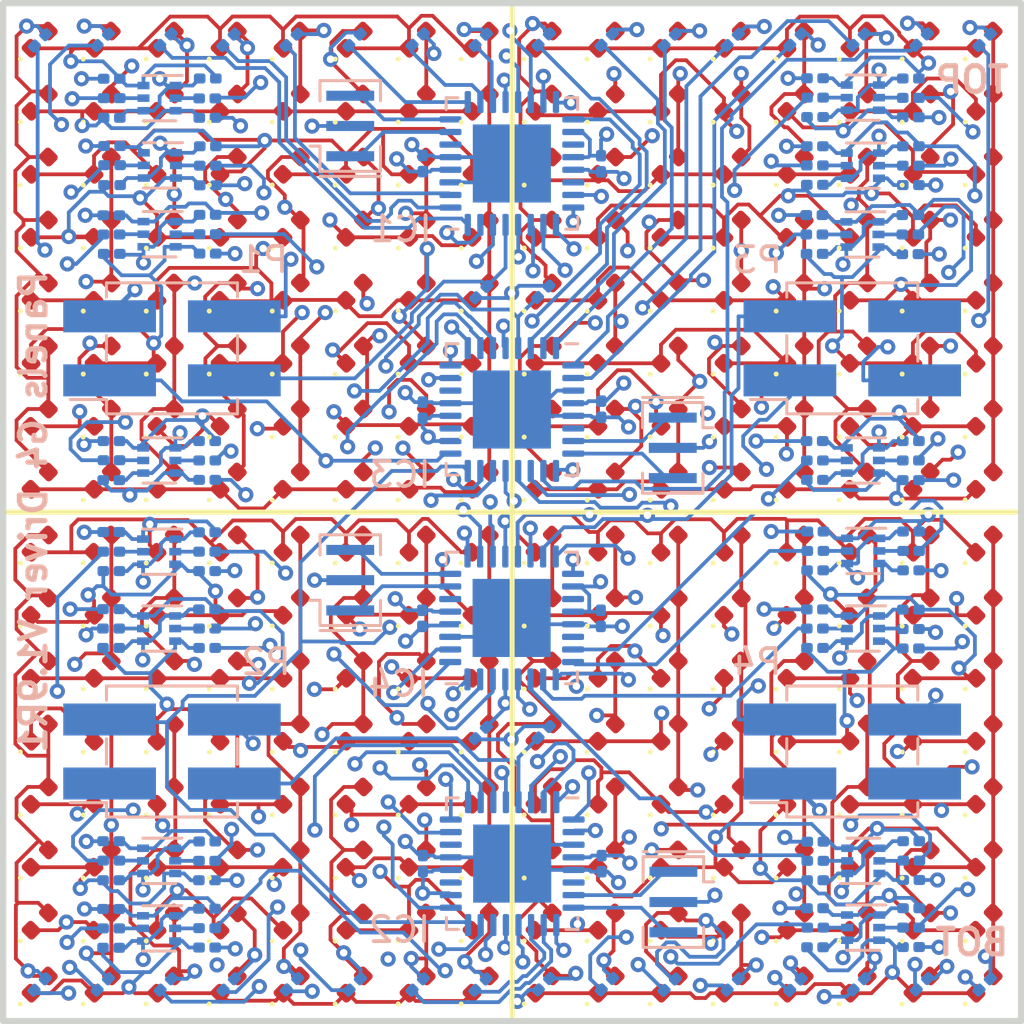
<source format=kicad_pcb>
(kicad_pcb (version 20221018) (generator pcbnew)
  (title_block (title "G4 Driver 40mm ATMega") (date "2023-08-21") (rev "1.9.3") (company "Janelia"))
  (layers (0 "F.Cu" signal) (1 "In1.Cu" signal) (2 "In2.Cu" signal) (3 "In3.Cu" signal) (4 "In4.Cu" signal) (31 "B.Cu" signal) (34 "B.Paste" user) (35 "F.Paste" user) (36 "B.SilkS" user "B.Silkscreen") (37 "F.SilkS" user "F.Silkscreen") (38 "B.Mask" user) (39 "F.Mask" user) (44 "Edge.Cuts" user))
  (net 0 "")
  (net 1 "+5V")
  (net 2 "/COL0_DRV0")
  (net 3 "/COL0_DRV1")
  (net 4 "/COL0_DRV2")
  (net 5 "/COL0_DRV3")
  (net 6 "/COL1_DRV0")
  (net 7 "/COL1_DRV1")
  (net 8 "/COL1_DRV2")
  (net 9 "/COL1_DRV3")
  (net 10 "/COL2_DRV0")
  (net 11 "/COL2_DRV1")
  (net 12 "/COL2_DRV2")
  (net 13 "/COL2_DRV3")
  (net 14 "/COL3_DRV0")
  (net 15 "/COL3_DRV1")
  (net 16 "/COL3_DRV2")
  (net 17 "/COL3_DRV3")
  (net 18 "/COL4_DRV0")
  (net 19 "/COL4_DRV1")
  (net 20 "/COL4_DRV2")
  (net 21 "/COL4_DRV3")
  (net 22 "/COL5_DRV0")
  (net 23 "/COL5_DRV1")
  (net 24 "/COL5_DRV2")
  (net 25 "/COL5_DRV3")
  (net 26 "/COL6_DRV0")
  (net 27 "/COL6_DRV1")
  (net 28 "/COL6_DRV2")
  (net 29 "/COL6_DRV3")
  (net 30 "/COL7_DRV0")
  (net 31 "/COL7_DRV1")
  (net 32 "/COL7_DRV2")
  (net 33 "/COL7_DRV3")
  (net 34 "/CS0")
  (net 35 "/CS1")
  (net 36 "/CS2")
  (net 37 "/CS3")
  (net 38 "/MISO")
  (net 39 "/MOSI")
  (net 40 "/RESET_DRV0")
  (net 41 "/RESET_DRV1")
  (net 42 "/RESET_DRV3")
  (net 43 "/ROW0_DRV0")
  (net 44 "/ROW0_DRV1")
  (net 45 "/ROW0_DRV2")
  (net 46 "/ROW0_DRV3")
  (net 47 "/ROW0_INV0")
  (net 48 "/ROW0_INV1")
  (net 49 "/ROW0_INV2")
  (net 50 "/ROW0_INV3")
  (net 51 "/ROW1_DRV0")
  (net 52 "/ROW1_DRV1")
  (net 53 "/ROW1_DRV2")
  (net 54 "/ROW1_DRV3")
  (net 55 "/ROW1_INV0")
  (net 56 "/ROW1_INV1")
  (net 57 "/ROW1_INV2")
  (net 58 "/ROW1_INV3")
  (net 59 "/ROW2_DRV0")
  (net 60 "/ROW2_DRV1")
  (net 61 "/ROW2_DRV2")
  (net 62 "/ROW2_DRV3")
  (net 63 "/ROW2_INV0")
  (net 64 "/ROW2_INV1")
  (net 65 "/ROW2_INV2")
  (net 66 "/ROW2_INV3")
  (net 67 "/ROW3_DRV0")
  (net 68 "/ROW3_DRV1")
  (net 69 "/ROW3_DRV2")
  (net 70 "/ROW3_DRV3")
  (net 71 "/ROW3_INV0")
  (net 72 "/ROW3_INV1")
  (net 73 "/ROW3_INV2")
  (net 74 "/ROW3_INV3")
  (net 75 "/ROW4_DRV0")
  (net 76 "/ROW4_DRV1")
  (net 77 "/ROW4_DRV2")
  (net 78 "/ROW4_DRV3")
  (net 79 "/ROW4_INV0")
  (net 80 "/ROW4_INV1")
  (net 81 "/ROW4_INV2")
  (net 82 "/ROW4_INV3")
  (net 83 "/ROW5_DRV0")
  (net 84 "/ROW5_DRV1")
  (net 85 "/ROW5_DRV2")
  (net 86 "/ROW5_DRV3")
  (net 87 "/ROW5_INV0")
  (net 88 "/ROW5_INV1")
  (net 89 "/ROW5_INV2")
  (net 90 "/ROW5_INV3")
  (net 91 "/ROW6_DRV0")
  (net 92 "/ROW6_DRV1")
  (net 93 "/ROW6_DRV2")
  (net 94 "/ROW6_DRV3")
  (net 95 "/ROW6_INV0")
  (net 96 "/ROW6_INV1")
  (net 97 "/ROW6_INV2")
  (net 98 "/ROW6_INV3")
  (net 99 "/ROW7_DRV0")
  (net 100 "/ROW7_DRV1")
  (net 101 "/ROW7_DRV2")
  (net 102 "/ROW7_DRV3")
  (net 103 "/ROW7_INV0")
  (net 104 "/ROW7_INV1")
  (net 105 "/ROW7_INV2")
  (net 106 "/ROW7_INV3")
  (net 107 "/SCK")
  (net 108 "/XTAL0_DRV0")
  (net 109 "/XTAL0_DRV1")
  (net 110 "/XTAL0_DRV2")
  (net 111 "/XTAL0_DRV3")
  (net 112 "/XTAL1_DRV0")
  (net 113 "/XTAL1_DRV1")
  (net 114 "/XTAL1_DRV2")
  (net 115 "/XTAL1_DRV3")
  (net 116 "GND")
  (net 117 "Net-(D1-A)")
  (net 118 "Net-(D10-A)")
  (net 119 "Net-(D17-A)")
  (net 120 "Net-(D25-A)")
  (net 121 "Net-(D33-A)")
  (net 122 "Net-(D41-A)")
  (net 123 "Net-(D49-A)")
  (net 124 "Net-(D57-A)")
  (net 125 "Net-(D65-A)")
  (net 126 "Net-(D73-A)")
  (net 127 "Net-(D81-A)")
  (net 128 "Net-(D89-A)")
  (net 129 "Net-(D100-A)")
  (net 130 "Net-(D105-A)")
  (net 131 "Net-(D113-A)")
  (net 132 "Net-(D121-A)")
  (net 133 "Net-(D129-A)")
  (net 134 "Net-(D137-A)")
  (net 135 "Net-(D145-A)")
  (net 136 "Net-(D153-A)")
  (net 137 "Net-(D161-A)")
  (net 138 "Net-(D169-A)")
  (net 139 "Net-(D177-A)")
  (net 140 "Net-(D185-A)")
  (net 141 "Net-(D193-A)")
  (net 142 "Net-(D201-A)")
  (net 143 "Net-(D209-A)")
  (net 144 "Net-(D217-A)")
  (net 145 "Net-(D225-A)")
  (net 146 "Net-(D233-A)")
  (net 147 "Net-(D241-A)")
  (net 148 "Net-(D249-A)")
  (net 155 "/RESET_DRV2")
  (net 161 "Net-(Q1A-G1)")
  (net 162 "Net-(Q1B-G2)")
  (net 163 "Net-(Q2A-G1)")
  (net 164 "Net-(Q2B-G2)")
  (net 165 "Net-(Q3A-G1)")
  (net 166 "Net-(Q3B-G2)")
  (net 167 "Net-(Q4A-G1)")
  (net 168 "Net-(Q4B-G2)")
  (net 169 "Net-(Q5A-G1)")
  (net 170 "Net-(Q5B-G2)")
  (net 171 "Net-(Q6A-G1)")
  (net 172 "Net-(Q6B-G2)")
  (net 173 "Net-(Q7A-G1)")
  (net 174 "Net-(Q7B-G2)")
  (net 175 "Net-(Q8A-G1)")
  (net 176 "Net-(Q8B-G2)")
  (net 177 "Net-(Q9A-G1)")
  (net 178 "Net-(Q9B-G2)")
  (net 179 "Net-(Q10A-G1)")
  (net 180 "Net-(Q10B-G2)")
  (net 181 "Net-(Q11A-G1)")
  (net 182 "Net-(Q11B-G2)")
  (net 183 "Net-(Q12A-G1)")
  (net 184 "Net-(Q12B-G2)")
  (net 185 "Net-(Q13A-G1)")
  (net 186 "Net-(Q13B-G2)")
  (net 187 "Net-(Q14A-G1)")
  (net 188 "Net-(Q14B-G2)")
  (net 189 "Net-(Q15A-G1)")
  (net 190 "Net-(Q15B-G2)")
  (net 191 "Net-(Q16A-G1)")
  (net 192 "Net-(Q16B-G2)")
  (footprint "driver_custom:LED_0402_1005Metric" (layer "F.Cu") (at 86.25 63.75 45)
    (fp_text reference "D182" hide)
    (fp_text value "LED" hide)
  )
  (footprint "driver_custom:LED_0402_1005Metric" (layer "F.Cu") (at 83.75 63.75 45)
    (fp_text reference "D174" hide)
    (fp_text value "LED" hide)
  )
  (footprint "driver_custom:LED_0402_1005Metric" (layer "F.Cu") (at 81.25 63.75 45)
    (fp_text reference "D166" hide)
    (fp_text value "LED" hide)
  )
  (footprint "driver_custom:LED_0402_1005Metric" (layer "F.Cu") (at 78.75 63.75 45)
    (fp_text reference "D158" hide)
    (fp_text value "LED" hide)
  )
  (footprint "driver_custom:LED_0402_1005Metric" (layer "F.Cu") (at 76.25 63.75 45)
    (fp_text reference "D150" hide)
    (fp_text value "LED" hide)
  )
  (footprint "driver_custom:LED_0402_1005Metric" (layer "F.Cu") (at 73.75 63.75 45)
    (fp_text reference "D142" hide)
    (fp_text value "LED" hide)
  )
  (footprint "driver_custom:LED_0402_1005Metric" (layer "F.Cu") (at 71.25 63.75 45)
    (fp_text reference "D134" hide)
    (fp_text value "LED" hide)
  )
  (footprint "driver_custom:LED_0402_1005Metric" (layer "F.Cu") (at 88.75 61.25 45)
    (fp_text reference "D189" hide)
    (fp_text value "LED" hide)
  )
  (footprint "driver_custom:LED_0402_1005Metric" (layer "F.Cu") (at 86.25 61.25 45)
    (fp_text reference "D181" hide)
    (fp_text value "LED" hide)
  )
  (footprint "driver_custom:LED_0402_1005Metric" (layer "F.Cu") (at 83.75 61.25 45)
    (fp_text reference "D173" hide)
    (fp_text value "LED" hide)
  )
  (footprint "driver_custom:LED_0402_1005Metric" (layer "F.Cu") (at 81.25 61.25 45)
    (fp_text reference "D165" hide)
    (fp_text value "LED" hide)
  )
  (footprint "driver_custom:LED_0402_1005Metric" (layer "F.Cu") (at 78.75 61.25 45)
    (fp_text reference "D157" hide)
    (fp_text value "LED" hide)
  )
  (footprint "driver_custom:LED_0402_1005Metric" (layer "F.Cu") (at 76.25 61.25 45)
    (fp_text reference "D149" hide)
    (fp_text value "LED" hide)
  )
  (footprint "driver_custom:LED_0402_1005Metric" (layer "F.Cu") (at 73.75 61.25 45)
    (fp_text reference "D141" hide)
    (fp_text value "LED" hide)
  )
  (footprint "driver_custom:LED_0402_1005Metric" (layer "F.Cu") (at 88.75 58.75 45)
    (fp_text reference "D188" hide)
    (fp_text value "LED" hide)
  )
  (footprint "driver_custom:LED_0402_1005Metric" (layer "F.Cu") (at 71.25 61.25 45)
    (fp_text reference "D133" hide)
    (fp_text value "LED" hide)
  )
  (footprint "driver_custom:LED_0402_1005Metric" (layer "F.Cu") (at 88.75 66.25 45)
    (fp_text reference "D191" hide)
    (fp_text value "LED" hide)
  )
  (footprint "driver_custom:LED_0402_1005Metric" (layer "F.Cu") (at 81.25 68.75 45)
    (fp_text reference "D168" hide)
    (fp_text value "LED" hide)
  )
  (footprint "driver_custom:LED_0402_1005Metric" (layer "F.Cu") (at 83.75 68.75 45)
    (fp_text reference "D176" hide)
    (fp_text value "LED" hide)
  )
  (footprint "driver_custom:LED_0402_1005Metric" (layer "F.Cu") (at 68.75 88.75 45)
    (fp_text reference "D128" hide)
    (fp_text value "LED" hide)
  )
  (footprint "driver_custom:LED_0402_1005Metric" (layer "F.Cu") (at 86.25 68.75 45)
    (fp_text reference "D184" hide)
    (fp_text value "LED" hide)
  )
  (footprint "driver_custom:LED_0402_1005Metric" (layer "F.Cu") (at 78.75 68.75 45)
    (fp_text reference "D160" hide)
    (fp_text value "LED" hide)
  )
  (footprint "driver_custom:LED_0402_1005Metric" (layer "F.Cu") (at 76.25 68.75 45)
    (fp_text reference "D152" hide)
    (fp_text value "LED" hide)
  )
  (footprint "driver_custom:LED_0402_1005Metric" (layer "F.Cu") (at 73.75 68.75 45)
    (fp_text reference "D144" hide)
    (fp_text value "LED" hide)
  )
  (footprint "driver_custom:LED_0402_1005Metric" (layer "F.Cu") (at 71.25 68.75 45)
    (fp_text reference "D136" hide)
    (fp_text value "LED" hide)
  )
  (footprint "driver_custom:LED_0402_1005Metric" (layer "F.Cu") (at 88.75 63.75 45)
    (fp_text reference "D190" hide)
    (fp_text value "LED" hide)
  )
  (footprint "driver_custom:LED_0402_1005Metric" (layer "F.Cu") (at 86.25 66.25 45)
    (fp_text reference "D183" hide)
    (fp_text value "LED" hide)
  )
  (footprint "driver_custom:LED_0402_1005Metric" (layer "F.Cu") (at 83.75 66.25 45)
    (fp_text reference "D175" hide)
    (fp_text value "LED" hide)
  )
  (footprint "driver_custom:LED_0402_1005Metric" (layer "F.Cu") (at 81.25 66.25 45)
    (fp_text reference "D167" hide)
    (fp_text value "LED" hide)
  )
  (footprint "driver_custom:LED_0402_1005Metric" (layer "F.Cu") (at 78.75 66.25 45)
    (fp_text reference "D159" hide)
    (fp_text value "LED" hide)
  )
  (footprint "driver_custom:LED_0402_1005Metric" (layer "F.Cu") (at 76.25 66.25 45)
    (fp_text reference "D151" hide)
    (fp_text value "LED" hide)
  )
  (footprint "driver_custom:LED_0402_1005Metric" (layer "F.Cu") (at 73.75 66.25 45)
    (fp_text reference "D143" hide)
    (fp_text value "LED" hide)
  )
  (footprint "driver_custom:LED_0402_1005Metric" (layer "F.Cu") (at 71.25 66.25 45)
    (fp_text reference "D135" hide)
    (fp_text value "LED" hide)
  )
  (footprint "driver_custom:LED_0402_1005Metric" (layer "F.Cu") (at 86.25 53.75 45)
    (fp_text reference "D178" hide)
    (fp_text value "LED" hide)
  )
  (footprint "driver_custom:LED_0402_1005Metric" (layer "F.Cu") (at 66.25 86.25 45)
    (fp_text reference "D119" hide)
    (fp_text value "LED" hide)
  )
  (footprint "driver_custom:LED_0402_1005Metric" (layer "F.Cu") (at 71.25 51.25 45)
    (fp_text reference "D129" hide)
    (fp_text value "LED" hide)
  )
  (footprint "driver_custom:LED_0402_1005Metric" (layer "F.Cu") (at 73.75 51.25 45)
    (fp_text reference "D137" hide)
    (fp_text value "LED" hide)
  )
  (footprint "driver_custom:LED_0402_1005Metric" (layer "F.Cu") (at 76.25 51.25 45)
    (fp_text reference "D145" hide)
    (fp_text value "LED" hide)
  )
  (footprint "driver_custom:LED_0402_1005Metric" (layer "F.Cu") (at 78.75 51.25 45)
    (fp_text reference "D153" hide)
    (fp_text value "LED" hide)
  )
  (footprint "driver_custom:LED_0402_1005Metric" (layer "F.Cu") (at 81.25 51.25 45)
    (fp_text reference "D161" hide)
    (fp_text value "LED" hide)
  )
  (footprint "driver_custom:LED_0402_1005Metric" (layer "F.Cu") (at 83.75 51.25 45)
    (fp_text reference "D169" hide)
    (fp_text value "LED" hide)
  )
  (footprint "driver_custom:LED_0402_1005Metric" (layer "F.Cu") (at 86.25 51.25 45)
    (fp_text reference "D177" hide)
    (fp_text value "LED" hide)
  )
  (footprint "driver_custom:LED_0402_1005Metric" (layer "F.Cu") (at 88.75 51.25 45)
    (fp_text reference "D185" hide)
    (fp_text value "LED" hide)
  )
  (footprint "driver_custom:LED_0402_1005Metric" (layer "F.Cu") (at 71.25 53.75 45)
    (fp_text reference "D130" hide)
    (fp_text value "LED" hide)
  )
  (footprint "driver_custom:LED_0402_1005Metric" (layer "F.Cu") (at 73.75 53.75 45)
    (fp_text reference "D138" hide)
    (fp_text value "LED" hide)
  )
  (footprint "driver_custom:LED_0402_1005Metric" (layer "F.Cu") (at 76.25 53.75 45)
    (fp_text reference "D146" hide)
    (fp_text value "LED" hide)
  )
  (footprint "driver_custom:LED_0402_1005Metric" (layer "F.Cu") (at 78.75 53.75 45)
    (fp_text reference "D154" hide)
    (fp_text value "LED" hide)
  )
  (footprint "driver_custom:LED_0402_1005Metric" (layer "F.Cu") (at 81.25 53.75 45)
    (fp_text reference "D162" hide)
    (fp_text value "LED" hide)
  )
  (footprint "driver_custom:LED_0402_1005Metric" (layer "F.Cu") (at 83.75 53.75 45)
    (fp_text reference "D170" hide)
    (fp_text value "LED" hide)
  )
  (footprint "driver_custom:LED_0402_1005Metric" (layer "F.Cu") (at 86.25 58.75 45)
    (fp_text reference "D180" hide)
    (fp_text value "LED" hide)
  )
  (footprint "driver_custom:LED_0402_1005Metric" (layer "F.Cu") (at 88.75 53.75 45)
    (fp_text reference "D186" hide)
    (fp_text value "LED" hide)
  )
  (footprint "driver_custom:LED_0402_1005Metric" (layer "F.Cu") (at 71.25 56.25 45)
    (fp_text reference "D131" hide)
    (fp_text value "LED" hide)
  )
  (footprint "driver_custom:LED_0402_1005Metric" (layer "F.Cu") (at 73.75 56.25 45)
    (fp_text reference "D139" hide)
    (fp_text value "LED" hide)
  )
  (footprint "driver_custom:LED_0402_1005Metric" (layer "F.Cu") (at 76.25 56.25 45)
    (fp_text reference "D147" hide)
    (fp_text value "LED" hide)
  )
  (footprint "driver_custom:LED_0402_1005Metric" (layer "F.Cu") (at 78.75 56.25 45)
    (fp_text reference "D155" hide)
    (fp_text value "LED" hide)
  )
  (footprint "driver_custom:LED_0402_1005Metric" (layer "F.Cu") (at 81.25 56.25 45)
    (fp_text reference "D163" hide)
    (fp_text value "LED" hide)
  )
  (footprint "driver_custom:LED_0402_1005Metric" (layer "F.Cu") (at 83.75 56.25 45)
    (fp_text reference "D171" hide)
    (fp_text value "LED" hide)
  )
  (footprint "driver_custom:LED_0402_1005Metric" (layer "F.Cu") (at 86.25 56.25 45)
    (fp_text reference "D179" hide)
    (fp_text value "LED" hide)
  )
  (footprint "driver_custom:LED_0402_1005Metric" (layer "F.Cu") (at 88.75 56.25 45)
    (fp_text reference "D187" hide)
    (fp_text value "LED" hide)
  )
  (footprint "driver_custom:LED_0402_1005Metric" (layer "F.Cu") (at 71.25 58.75 45)
    (fp_text reference "D132" hide)
    (fp_text value "LED" hide)
  )
  (footprint "driver_custom:LED_0402_1005Metric" (layer "F.Cu") (at 73.75 58.75 45)
    (fp_text reference "D140" hide)
    (fp_text value "LED" hide)
  )
  (footprint "driver_custom:LED_0402_1005Metric" (layer "F.Cu") (at 76.25 58.75 45)
    (fp_text reference "D148" hide)
    (fp_text value "LED" hide)
  )
  (footprint "driver_custom:LED_0402_1005Metric" (layer "F.Cu") (at 78.75 58.75 45)
    (fp_text reference "D156" hide)
    (fp_text value "LED" hide)
  )
  (footprint "driver_custom:LED_0402_1005Metric" (layer "F.Cu") (at 81.25 58.75 45)
    (fp_text reference "D164" hide)
    (fp_text value "LED" hide)
  )
  (footprint "driver_custom:LED_0402_1005Metric" (layer "F.Cu") (at 83.75 58.75 45)
    (fp_text reference "D172" hide)
    (fp_text value "LED" hide)
  )
  (footprint "driver_custom:LED_0402_1005Metric" (layer "F.Cu") (at 88.75 81.25 45)
    (fp_text reference "D253" hide)
    (fp_text value "LED" hide)
  )
  (footprint "driver_custom:LED_0402_1005Metric" (layer "F.Cu") (at 88.75 83.75 45)
    (fp_text reference "D254" hide)
    (fp_text value "LED" hide)
  )
  (footprint "driver_custom:LED_0402_1005Metric" (layer "F.Cu") (at 86.25 83.75 45)
    (fp_text reference "D246" hide)
    (fp_text value "LED" hide)
  )
  (footprint "driver_custom:LED_0402_1005Metric" (layer "F.Cu") (at 83.75 83.75 45)
    (fp_text reference "D238" hide)
    (fp_text value "LED" hide)
  )
  (footprint "driver_custom:LED_0402_1005Metric" (layer "F.Cu") (at 81.25 83.75 45)
    (fp_text reference "D230" hide)
    (fp_text value "LED" hide)
  )
  (footprint "driver_custom:LED_0402_1005Metric" (layer "F.Cu") (at 78.75 83.75 45)
    (fp_text reference "D222" hide)
    (fp_text value "LED" hide)
  )
  (footprint "driver_custom:LED_0402_1005Metric" (layer "F.Cu") (at 76.25 83.75 45)
    (fp_text reference "D214" hide)
    (fp_text value "LED" hide)
  )
  (footprint "driver_custom:LED_0402_1005Metric" (layer "F.Cu") (at 73.75 83.75 45)
    (fp_text reference "D206" hide)
    (fp_text value "LED" hide)
  )
  (footprint "driver_custom:LED_0402_1005Metric" (layer "F.Cu") (at 71.25 83.75 45)
    (fp_text reference "D198" hide)
    (fp_text value "LED" hide)
  )
  (footprint "driver_custom:LED_0402_1005Metric" (layer "F.Cu") (at 71.25 86.25 45)
    (fp_text reference "D199" hide)
    (fp_text value "LED" hide)
  )
  (footprint "driver_custom:LED_0402_1005Metric" (layer "F.Cu") (at 86.25 81.25 45)
    (fp_text reference "D245" hide)
    (fp_text value "LED" hide)
  )
  (footprint "driver_custom:LED_0402_1005Metric" (layer "F.Cu") (at 83.75 81.25 45)
    (fp_text reference "D237" hide)
    (fp_text value "LED" hide)
  )
  (footprint "driver_custom:LED_0402_1005Metric" (layer "F.Cu") (at 81.25 81.25 45)
    (fp_text reference "D229" hide)
    (fp_text value "LED" hide)
  )
  (footprint "driver_custom:LED_0402_1005Metric" (layer "F.Cu") (at 78.75 81.25 45)
    (fp_text reference "D221" hide)
    (fp_text value "LED" hide)
  )
  (footprint "driver_custom:LED_0402_1005Metric" (layer "F.Cu") (at 76.25 81.25 45)
    (fp_text reference "D213" hide)
    (fp_text value "LED" hide)
  )
  (footprint "driver_custom:LED_0402_1005Metric" (layer "F.Cu") (at 73.75 81.25 45)
    (fp_text reference "D205" hide)
    (fp_text value "LED" hide)
  )
  (footprint "driver_custom:LED_0402_1005Metric" (layer "F.Cu") (at 71.25 81.25 45)
    (fp_text reference "D197" hide)
    (fp_text value "LED" hide)
  )
  (footprint "driver_custom:LED_0402_1005Metric" (layer "F.Cu") (at 88.75 78.75 45)
    (fp_text reference "D252" hide)
    (fp_text value "LED" hide)
  )
  (footprint "driver_custom:LED_0402_1005Metric" (layer "F.Cu") (at 73.75 86.25 45)
    (fp_text reference "D207" hide)
    (fp_text value "LED" hide)
  )
  (footprint "driver_custom:LED_0402_1005Metric" (layer "F.Cu") (at 76.25 86.25 45)
    (fp_text reference "D215" hide)
    (fp_text value "LED" hide)
  )
  (footprint "driver_custom:LED_0402_1005Metric" (layer "F.Cu") (at 78.75 86.25 45)
    (fp_text reference "D223" hide)
    (fp_text value "LED" hide)
  )
  (footprint "driver_custom:LED_0402_1005Metric" (layer "F.Cu") (at 81.25 86.25 45)
    (fp_text reference "D231" hide)
    (fp_text value "LED" hide)
  )
  (footprint "driver_custom:LED_0402_1005Metric" (layer "F.Cu") (at 83.75 86.25 45)
    (fp_text reference "D239" hide)
    (fp_text value "LED" hide)
  )
  (footprint "driver_custom:LED_0402_1005Metric" (layer "F.Cu") (at 86.25 86.25 45)
    (fp_text reference "D247" hide)
    (fp_text value "LED" hide)
  )
  (footprint "driver_custom:LED_0402_1005Metric" (layer "F.Cu") (at 88.75 86.25 45)
    (fp_text reference "D255" hide)
    (fp_text value "LED" hide)
  )
  (footprint "driver_custom:LED_0402_1005Metric" (layer "F.Cu") (at 71.25 88.75 45)
    (fp_text reference "D200" hide)
    (fp_text value "LED" hide)
  )
  (footprint "driver_custom:LED_0402_1005Metric" (layer "F.Cu") (at 73.75 88.75 45)
    (fp_text reference "D208" hide)
    (fp_text value "LED" hide)
  )
  (footprint "driver_custom:LED_0402_1005Metric" (layer "F.Cu") (at 76.25 88.75 45)
    (fp_text reference "D216" hide)
    (fp_text value "LED" hide)
  )
  (footprint "driver_custom:LED_0402_1005Metric" (layer "F.Cu") (at 78.75 88.75 45)
    (fp_text reference "D224" hide)
    (fp_text value "LED" hide)
  )
  (footprint "driver_custom:LED_0402_1005Metric" (layer "F.Cu") (at 81.25 88.75 45)
    (fp_text reference "D232" hide)
    (fp_text value "LED" hide)
  )
  (footprint "driver_custom:LED_0402_1005Metric" (layer "F.Cu") (at 83.75 88.75 45)
    (fp_text reference "D240" hide)
    (fp_text value "LED" hide)
  )
  (footprint "driver_custom:LED_0402_1005Metric" (layer "F.Cu") (at 86.25 88.75 45)
    (fp_text reference "D248" hide)
    (fp_text value "LED" hide)
  )
  (footprint "driver_custom:LED_0402_1005Metric" (layer "F.Cu") (at 88.75 88.75 45)
    (fp_text reference "D256" hide)
    (fp_text value "LED" hide)
  )
  (footprint "driver_custom:LED_0402_1005Metric" (layer "F.Cu") (at 88.75 73.75 45)
    (fp_text reference "D250" hide)
    (fp_text value "LED" hide)
  )
  (footprint "driver_custom:LED_0402_1005Metric" (layer "F.Cu") (at 71.25 71.25 45)
    (fp_text reference "D193" hide)
    (fp_text value "LED" hide)
  )
  (footprint "driver_custom:LED_0402_1005Metric" (layer "F.Cu") (at 73.75 71.25 45)
    (fp_text reference "D201" hide)
    (fp_text value "LED" hide)
  )
  (footprint "driver_custom:LED_0402_1005Metric" (layer "F.Cu") (at 76.25 71.25 45)
    (fp_text reference "D209" hide)
    (fp_text value "LED" hide)
  )
  (footprint "driver_custom:LED_0402_1005Metric" (layer "F.Cu") (at 78.75 71.25 45)
    (fp_text reference "D217" hide)
    (fp_text value "LED" hide)
  )
  (footprint "driver_custom:LED_0402_1005Metric" (layer "F.Cu") (at 81.25 71.25 45)
    (fp_text reference "D225" hide)
    (fp_text value "LED" hide)
  )
  (footprint "driver_custom:LED_0402_1005Metric" (layer "F.Cu") (at 83.75 71.25 45)
    (fp_text reference "D233" hide)
    (fp_text value "LED" hide)
  )
  (footprint "driver_custom:LED_0402_1005Metric" (layer "F.Cu") (at 86.25 71.25 45)
    (fp_text reference "D241" hide)
    (fp_text value "LED" hide)
  )
  (footprint "driver_custom:LED_0402_1005Metric" (layer "F.Cu") (at 88.75 71.25 45)
    (fp_text reference "D249" hide)
    (fp_text value "LED" hide)
  )
  (footprint "driver_custom:LED_0402_1005Metric" (layer "F.Cu") (at 71.25 73.75 45)
    (fp_text reference "D194" hide)
    (fp_text value "LED" hide)
  )
  (footprint "driver_custom:LED_0402_1005Metric" (layer "F.Cu") (at 73.75 73.75 45)
    (fp_text reference "D202" hide)
    (fp_text value "LED" hide)
  )
  (footprint "driver_custom:LED_0402_1005Metric" (layer "F.Cu") (at 76.25 73.75 45)
    (fp_text reference "D210" hide)
    (fp_text value "LED" hide)
  )
  (footprint "driver_custom:LED_0402_1005Metric" (layer "F.Cu") (at 78.75 73.75 45)
    (fp_text reference "D218" hide)
    (fp_text value "LED" hide)
  )
  (footprint "driver_custom:LED_0402_1005Metric" (layer "F.Cu") (at 81.25 73.75 45)
    (fp_text reference "D226" hide)
    (fp_text value "LED" hide)
  )
  (footprint "driver_custom:LED_0402_1005Metric" (layer "F.Cu") (at 83.75 73.75 45)
    (fp_text reference "D234" hide)
    (fp_text value "LED" hide)
  )
  (footprint "driver_custom:LED_0402_1005Metric" (layer "F.Cu") (at 86.25 73.75 45)
    (fp_text reference "D242" hide)
    (fp_text value "LED" hide)
  )
  (footprint "driver_custom:LED_0402_1005Metric" (layer "F.Cu") (at 88.75 68.75 45)
    (fp_text reference "D192" hide)
    (fp_text value "LED" hide)
  )
  (footprint "driver_custom:LED_0402_1005Metric" (layer "F.Cu") (at 71.25 76.25 45)
    (fp_text reference "D195" hide)
    (fp_text value "LED" hide)
  )
  (footprint "driver_custom:LED_0402_1005Metric" (layer "F.Cu") (at 73.75 76.25 45)
    (fp_text reference "D203" hide)
    (fp_text value "LED" hide)
  )
  (footprint "driver_custom:LED_0402_1005Metric" (layer "F.Cu") (at 76.25 76.25 45)
    (fp_text reference "D211" hide)
    (fp_text value "LED" hide)
  )
  (footprint "driver_custom:LED_0402_1005Metric" (layer "F.Cu") (at 78.75 76.25 45)
    (fp_text reference "D219" hide)
    (fp_text value "LED" hide)
  )
  (footprint "driver_custom:LED_0402_1005Metric" (layer "F.Cu") (at 81.25 76.25 45)
    (fp_text reference "D227" hide)
    (fp_text value "LED" hide)
  )
  (footprint "driver_custom:LED_0402_1005Metric" (layer "F.Cu") (at 83.75 76.25 45)
    (fp_text reference "D235" hide)
    (fp_text value "LED" hide)
  )
  (footprint "driver_custom:LED_0402_1005Metric" (layer "F.Cu") (at 86.25 76.25 45)
    (fp_text reference "D243" hide)
    (fp_text value "LED" hide)
  )
  (footprint "driver_custom:LED_0402_1005Metric" (layer "F.Cu") (at 88.75 76.25 45)
    (fp_text reference "D251" hide)
    (fp_text value "LED" hide)
  )
  (footprint "driver_custom:LED_0402_1005Metric" (layer "F.Cu") (at 71.25 78.75 45)
    (fp_text reference "D196" hide)
    (fp_text value "LED" hide)
  )
  (footprint "driver_custom:LED_0402_1005Metric" (layer "F.Cu") (at 73.75 78.75 45)
    (fp_text reference "D204" hide)
    (fp_text value "LED" hide)
  )
  (footprint "driver_custom:LED_0402_1005Metric" (layer "F.Cu") (at 76.25 78.75 45)
    (fp_text reference "D212" hide)
    (fp_text value "LED" hide)
  )
  (footprint "driver_custom:LED_0402_1005Metric" (layer "F.Cu") (at 78.75 78.75 45)
    (fp_text reference "D220" hide)
    (fp_text value "LED" hide)
  )
  (footprint "driver_custom:LED_0402_1005Metric" (layer "F.Cu") (at 81.25 78.75 45)
    (fp_text reference "D228" hide)
    (fp_text value "LED" hide)
  )
  (footprint "driver_custom:LED_0402_1005Metric" (layer "F.Cu") (at 83.75 78.75 45)
    (fp_text reference "D236" hide)
    (fp_text value "LED" hide)
  )
  (footprint "driver_custom:LED_0402_1005Metric" (layer "F.Cu") (at 86.25 78.75 45)
    (fp_text reference "D244" hide)
    (fp_text value "LED" hide)
  )
  (footprint "driver_custom:LED_0402_1005Metric" (layer "F.Cu") (at 68.75 63.75 45)
    (fp_text reference "D62" hide)
    (fp_text value "LED" hide)
  )
  (footprint "driver_custom:LED_0402_1005Metric" (layer "F.Cu") (at 51.25 61.25 45)
    (fp_text reference "D5" hide)
    (fp_text value "LED" hide)
  )
  (footprint "driver_custom:LED_0402_1005Metric" (layer "F.Cu") (at 53.75 61.25 45)
    (fp_text reference "D13" hide)
    (fp_text value "LED" hide)
  )
  (footprint "driver_custom:LED_0402_1005Metric" (layer "F.Cu") (at 56.25 61.25 45)
    (fp_text reference "D21" hide)
    (fp_text value "LED" hide)
  )
  (footprint "driver_custom:LED_0402_1005Metric" (layer "F.Cu") (at 58.75 61.25 45)
    (fp_text reference "D29" hide)
    (fp_text value "LED" hide)
  )
  (footprint "driver_custom:LED_0402_1005Metric" (layer "F.Cu") (at 61.25 61.25 45)
    (fp_text reference "D37" hide)
    (fp_text value "LED" hide)
  )
  (footprint "driver_custom:LED_0402_1005Metric" (layer "F.Cu") (at 63.75 61.25 45)
    (fp_text reference "D45" hide)
    (fp_text value "LED" hide)
  )
  (footprint "driver_custom:LED_0402_1005Metric" (layer "F.Cu") (at 66.25 61.25 45)
    (fp_text reference "D53" hide)
    (fp_text value "LED" hide)
  )
  (footprint "driver_custom:LED_0402_1005Metric" (layer "F.Cu") (at 68.75 61.25 45)
    (fp_text reference "D61" hide)
    (fp_text value "LED" hide)
  )
  (footprint "driver_custom:LED_0402_1005Metric" (layer "F.Cu") (at 51.25 63.75 45)
    (fp_text reference "D6" hide)
    (fp_text value "LED" hide)
  )
  (footprint "driver_custom:LED_0402_1005Metric" (layer "F.Cu") (at 53.75 63.75 45)
    (fp_text reference "D14" hide)
    (fp_text value "LED" hide)
  )
  (footprint "driver_custom:LED_0402_1005Metric" (layer "F.Cu") (at 56.25 63.75 45)
    (fp_text reference "D22" hide)
    (fp_text value "LED" hide)
  )
  (footprint "driver_custom:LED_0402_1005Metric" (layer "F.Cu") (at 58.75 63.75 45)
    (fp_text reference "D30" hide)
    (fp_text value "LED" hide)
  )
  (footprint "driver_custom:LED_0402_1005Metric" (layer "F.Cu") (at 61.25 63.75 45)
    (fp_text reference "D38" hide)
    (fp_text value "LED" hide)
  )
  (footprint "driver_custom:LED_0402_1005Metric" (layer "F.Cu") (at 63.75 63.75 45)
    (fp_text reference "D46" hide)
    (fp_text value "LED" hide)
  )
  (footprint "driver_custom:LED_0402_1005Metric" (layer "F.Cu") (at 66.25 63.75 45)
    (fp_text reference "D54" hide)
    (fp_text value "LED" hide)
  )
  (footprint "driver_custom:LED_0402_1005Metric" (layer "F.Cu") (at 68.75 58.75 45)
    (fp_text reference "D60" hide)
    (fp_text value "LED" hide)
  )
  (footprint "driver_custom:LED_0402_1005Metric" (layer "F.Cu") (at 51.25 66.25 45)
    (fp_text reference "D7" hide)
    (fp_text value "LED" hide)
  )
  (footprint "driver_custom:LED_0402_1005Metric" (layer "F.Cu") (at 53.75 66.25 45)
    (fp_text reference "D15" hide)
    (fp_text value "LED" hide)
  )
  (footprint "driver_custom:LED_0402_1005Metric" (layer "F.Cu") (at 56.25 66.25 45)
    (fp_text reference "D23" hide)
    (fp_text value "LED" hide)
  )
  (footprint "driver_custom:LED_0402_1005Metric" (layer "F.Cu") (at 58.75 66.25 45)
    (fp_text reference "D31" hide)
    (fp_text value "LED" hide)
  )
  (footprint "driver_custom:LED_0402_1005Metric" (layer "F.Cu") (at 61.25 66.25 45)
    (fp_text reference "D39" hide)
    (fp_text value "LED" hide)
  )
  (footprint "driver_custom:LED_0402_1005Metric" (layer "F.Cu") (at 63.75 66.25 45)
    (fp_text reference "D47" hide)
    (fp_text value "LED" hide)
  )
  (footprint "driver_custom:LED_0402_1005Metric" (layer "F.Cu") (at 66.25 66.25 45)
    (fp_text reference "D55" hide)
    (fp_text value "LED" hide)
  )
  (footprint "driver_custom:LED_0402_1005Metric" (layer "F.Cu") (at 68.75 66.25 45)
    (fp_text reference "D63" hide)
    (fp_text value "LED" hide)
  )
  (footprint "driver_custom:LED_0402_1005Metric" (layer "F.Cu") (at 51.25 68.75 45)
    (fp_text reference "D8" hide)
    (fp_text value "LED" hide)
  )
  (footprint "driver_custom:LED_0402_1005Metric" (layer "F.Cu") (at 53.75 68.75 45)
    (fp_text reference "D16" hide)
    (fp_text value "LED" hide)
  )
  (footprint "driver_custom:LED_0402_1005Metric" (layer "F.Cu") (at 56.25 68.75 45)
    (fp_text reference "D24" hide)
    (fp_text value "LED" hide)
  )
  (footprint "driver_custom:LED_0402_1005Metric" (layer "F.Cu") (at 58.75 68.75 45)
    (fp_text reference "D32" hide)
    (fp_text value "LED" hide)
  )
  (footprint "driver_custom:LED_0402_1005Metric" (layer "F.Cu") (at 61.25 68.75 45)
    (fp_text reference "D40" hide)
    (fp_text value "LED" hide)
  )
  (footprint "driver_custom:LED_0402_1005Metric" (layer "F.Cu") (at 63.75 68.75 45)
    (fp_text reference "D48" hide)
    (fp_text value "LED" hide)
  )
  (footprint "driver_custom:LED_0402_1005Metric" (layer "F.Cu") (at 66.25 68.75 45)
    (fp_text reference "D56" hide)
    (fp_text value "LED" hide)
  )
  (footprint "driver_custom:LED_0402_1005Metric" (layer "F.Cu") (at 68.75 53.75 45)
    (fp_text reference "D58" hide)
    (fp_text value "LED" hide)
  )
  (footprint "driver_custom:LED_0402_1005Metric" (layer "F.Cu") (at 51.25 51.25 45)
    (fp_text reference "D1" hide)
    (fp_text value "LED" hide)
  )
  (footprint "driver_custom:LED_0402_1005Metric" (layer "F.Cu") (at 53.75 51.25 45)
    (fp_text reference "D9" hide)
    (fp_text value "LED" hide)
  )
  (footprint "driver_custom:LED_0402_1005Metric" (layer "F.Cu") (at 56.25 51.25 45)
    (fp_text reference "D17" hide)
    (fp_text value "LED" hide)
  )
  (footprint "driver_custom:LED_0402_1005Metric" (layer "F.Cu") (at 58.75 51.25 45)
    (fp_text reference "D25" hide)
    (fp_text value "LED" hide)
  )
  (footprint "driver_custom:LED_0402_1005Metric" (layer "F.Cu") (at 61.25 51.25 45)
    (fp_text reference "D33" hide)
    (fp_text value "LED" hide)
  )
  (footprint "driver_custom:LED_0402_1005Metric" (layer "F.Cu") (at 63.75 51.25 45)
    (fp_text reference "D41" hide)
    (fp_text value "LED" hide)
  )
  (footprint "driver_custom:LED_0402_1005Metric" (layer "F.Cu") (at 66.25 51.25 45)
    (fp_text reference "D49" hide)
    (fp_text value "LED" hide)
  )
  (footprint "driver_custom:LED_0402_1005Metric" (layer "F.Cu") (at 68.75 51.25 45)
    (fp_text reference "D57" hide)
    (fp_text value "LED" hide)
  )
  (footprint "driver_custom:LED_0402_1005Metric" (layer "F.Cu") (at 51.25 53.75 45)
    (fp_text reference "D2" hide)
    (fp_text value "LED" hide)
  )
  (footprint "driver_custom:LED_0402_1005Metric" (layer "F.Cu") (at 53.75 53.75 45)
    (fp_text reference "D10" hide)
    (fp_text value "LED" hide)
  )
  (footprint "driver_custom:LED_0402_1005Metric" (layer "F.Cu") (at 56.25 53.75 45)
    (fp_text reference "D18" hide)
    (fp_text value "LED" hide)
  )
  (footprint "driver_custom:LED_0402_1005Metric" (layer "F.Cu") (at 58.75 53.75 45)
    (fp_text reference "D26" hide)
    (fp_text value "LED" hide)
  )
  (footprint "driver_custom:LED_0402_1005Metric" (layer "F.Cu") (at 61.25 53.75 45)
    (fp_text reference "D34" hide)
    (fp_text value "LED" hide)
  )
  (footprint "driver_custom:LED_0402_1005Metric" (layer "F.Cu") (at 63.75 53.75 45)
    (fp_text reference "D42" hide)
    (fp_text value "LED" hide)
  )
  (footprint "driver_custom:LED_0402_1005Metric" (layer "F.Cu") (at 66.25 53.75 45)
    (fp_text reference "D50" hide)
    (fp_text value "LED" hide)
  )
  (footprint "driver_custom:LED_0402_1005Metric" (layer "F.Cu") (at 63.75 88.75 45)
    (fp_text reference "D112" hide)
    (fp_text value "LED" hide)
  )
  (footprint "driver_custom:LED_0402_1005Metric" (layer "F.Cu") (at 51.25 56.25 45)
    (fp_text reference "D3" hide)
    (fp_text value "LED" hide)
  )
  (footprint "driver_custom:LED_0402_1005Metric" (layer "F.Cu") (at 53.75 56.25 45)
    (fp_text reference "D11" hide)
    (fp_text value "LED" hide)
  )
  (footprint "driver_custom:LED_0402_1005Metric" (layer "F.Cu") (at 56.25 56.25 45)
    (fp_text reference "D19" hide)
    (fp_text value "LED" hide)
  )
  (footprint "driver_custom:LED_0402_1005Metric" (layer "F.Cu") (at 58.75 56.25 45)
    (fp_text reference "D27" hide)
    (fp_text value "LED" hide)
  )
  (footprint "driver_custom:LED_0402_1005Metric" (layer "F.Cu") (at 61.25 56.25 45)
    (fp_text reference "D35" hide)
    (fp_text value "LED" hide)
  )
  (footprint "driver_custom:LED_0402_1005Metric" (layer "F.Cu") (at 63.75 56.25 45)
    (fp_text reference "D43" hide)
    (fp_text value "LED" hide)
  )
  (footprint "driver_custom:LED_0402_1005Metric" (layer "F.Cu") (at 66.25 56.25 45)
    (fp_text reference "D51" hide)
    (fp_text value "LED" hide)
  )
  (footprint "driver_custom:LED_0402_1005Metric" (layer "F.Cu") (at 68.75 56.25 45)
    (fp_text reference "D59" hide)
    (fp_text value "LED" hide)
  )
  (footprint "driver_custom:LED_0402_1005Metric" (layer "F.Cu") (at 51.25 58.75 45)
    (fp_text reference "D4" hide)
    (fp_text value "LED" hide)
  )
  (footprint "driver_custom:LED_0402_1005Metric" (layer "F.Cu") (at 53.75 58.75 45)
    (fp_text reference "D12" hide)
    (fp_text value "LED" hide)
  )
  (footprint "driver_custom:LED_0402_1005Metric" (layer "F.Cu") (at 56.25 58.75 45)
    (fp_text reference "D20" hide)
    (fp_text value "LED" hide)
  )
  (footprint "driver_custom:LED_0402_1005Metric" (layer "F.Cu") (at 58.75 58.75 45)
    (fp_text reference "D28" hide)
    (fp_text value "LED" hide)
  )
  (footprint "driver_custom:LED_0402_1005Metric" (layer "F.Cu") (at 61.25 58.75 45)
    (fp_text reference "D36" hide)
    (fp_text value "LED" hide)
  )
  (footprint "driver_custom:LED_0402_1005Metric" (layer "F.Cu") (at 63.75 58.75 45)
    (fp_text reference "D44" hide)
    (fp_text value "LED" hide)
  )
  (footprint "driver_custom:LED_0402_1005Metric" (layer "F.Cu") (at 66.25 58.75 45)
    (fp_text reference "D52" hide)
    (fp_text value "LED" hide)
  )
  (footprint "driver_custom:LED_0402_1005Metric" (layer "F.Cu") (at 66.25 83.75 45)
    (fp_text reference "D118" hide)
    (fp_text value "LED" hide)
  )
  (footprint "driver_custom:LED_0402_1005Metric" (layer "F.Cu") (at 68.75 78.75 45)
    (fp_text reference "D124" hide)
    (fp_text value "LED" hide)
  )
  (footprint "driver_custom:LED_0402_1005Metric" (layer "F.Cu") (at 51.25 81.25 45)
    (fp_text reference "D69" hide)
    (fp_text value "LED" hide)
  )
  (footprint "driver_custom:LED_0402_1005Metric" (layer "F.Cu") (at 53.75 81.25 45)
    (fp_text reference "D77" hide)
    (fp_text value "LED" hide)
  )
  (footprint "driver_custom:LED_0402_1005Metric" (layer "F.Cu") (at 56.25 81.25 45)
    (fp_text reference "D85" hide)
    (fp_text value "LED" hide)
  )
  (footprint "driver_custom:LED_0402_1005Metric" (layer "F.Cu") (at 58.75 81.25 45)
    (fp_text reference "D93" hide)
    (fp_text value "LED" hide)
  )
  (footprint "driver_custom:LED_0402_1005Metric" (layer "F.Cu") (at 61.25 81.25 45)
    (fp_text reference "D101" hide)
    (fp_text value "LED" hide)
  )
  (footprint "driver_custom:LED_0402_1005Metric" (layer "F.Cu") (at 63.75 81.25 45)
    (fp_text reference "D109" hide)
    (fp_text value "LED" hide)
  )
  (footprint "driver_custom:LED_0402_1005Metric" (layer "F.Cu") (at 66.25 81.25 45)
    (fp_text reference "D117" hide)
    (fp_text value "LED" hide)
  )
  (footprint "driver_custom:LED_0402_1005Metric" (layer "F.Cu") (at 68.75 81.25 45)
    (fp_text reference "D125" hide)
    (fp_text value "LED" hide)
  )
  (footprint "driver_custom:LED_0402_1005Metric" (layer "F.Cu") (at 51.25 83.75 45)
    (fp_text reference "D70" hide)
    (fp_text value "LED" hide)
  )
  (footprint "driver_custom:LED_0402_1005Metric" (layer "F.Cu") (at 53.75 83.75 45)
    (fp_text reference "D78" hide)
    (fp_text value "LED" hide)
  )
  (footprint "driver_custom:LED_0402_1005Metric" (layer "F.Cu") (at 56.25 83.75 45)
    (fp_text reference "D86" hide)
    (fp_text value "LED" hide)
  )
  (footprint "driver_custom:LED_0402_1005Metric" (layer "F.Cu") (at 58.75 83.75 45)
    (fp_text reference "D94" hide)
    (fp_text value "LED" hide)
  )
  (footprint "driver_custom:LED_0402_1005Metric" (layer "F.Cu") (at 61.25 83.75 45)
    (fp_text reference "D102" hide)
    (fp_text value "LED" hide)
  )
  (footprint "driver_custom:LED_0402_1005Metric" (layer "F.Cu") (at 63.75 83.75 45)
    (fp_text reference "D110" hide)
    (fp_text value "LED" hide)
  )
  (footprint "driver_custom:LED_0402_1005Metric" (layer "F.Cu") (at 51.25 71.25 45)
    (fp_text reference "D65" hide)
    (fp_text value "LED" hide)
  )
  (footprint "driver_custom:LED_0402_1005Metric" (layer "F.Cu") (at 68.75 83.75 45)
    (fp_text reference "D126" hide)
    (fp_text value "LED" hide)
  )
  (footprint "driver_custom:LED_0402_1005Metric" (layer "F.Cu") (at 51.25 86.25 45)
    (fp_text reference "D71" hide)
    (fp_text value "LED" hide)
  )
  (footprint "driver_custom:LED_0402_1005Metric" (layer "F.Cu") (at 53.75 86.25 45)
    (fp_text reference "D79" hide)
    (fp_text value "LED" hide)
  )
  (footprint "driver_custom:LED_0402_1005Metric" (layer "F.Cu") (at 56.25 86.25 45)
    (fp_text reference "D87" hide)
    (fp_text value "LED" hide)
  )
  (footprint "driver_custom:LED_0402_1005Metric" (layer "F.Cu") (at 58.75 86.25 45)
    (fp_text reference "D95" hide)
    (fp_text value "LED" hide)
  )
  (footprint "driver_custom:LED_0402_1005Metric" (layer "F.Cu") (at 61.25 86.25 45)
    (fp_text reference "D103" hide)
    (fp_text value "LED" hide)
  )
  (footprint "driver_custom:LED_0402_1005Metric" (layer "F.Cu") (at 63.75 86.25 45)
    (fp_text reference "D111" hide)
    (fp_text value "LED" hide)
  )
  (footprint "driver_custom:LED_0402_1005Metric" (layer "F.Cu") (at 68.75 86.25 45)
    (fp_text reference "D127" hide)
    (fp_text value "LED" hide)
  )
  (footprint "driver_custom:LED_0402_1005Metric" (layer "F.Cu") (at 51.25 88.75 45)
    (fp_text reference "D72" hide)
    (fp_text value "LED" hide)
  )
  (footprint "driver_custom:LED_0402_1005Metric" (layer "F.Cu") (at 53.75 88.75 45)
    (fp_text reference "D80" hide)
    (fp_text value "LED" hide)
  )
  (footprint "driver_custom:LED_0402_1005Metric" (layer "F.Cu") (at 56.25 88.75 45)
    (fp_text reference "D88" hide)
    (fp_text value "LED" hide)
  )
  (footprint "driver_custom:LED_0402_1005Metric" (layer "F.Cu") (at 58.75 88.75 45)
    (fp_text reference "D96" hide)
    (fp_text value "LED" hide)
  )
  (footprint "driver_custom:LED_0402_1005Metric" (layer "F.Cu") (at 61.25 88.75 45)
    (fp_text reference "D104" hide)
    (fp_text value "LED" hide)
  )
  (footprint "driver_custom:LED_0402_1005Metric" (layer "F.Cu") (at 66.25 88.75 45)
    (fp_text reference "D120" hide)
    (fp_text value "LED" hide)
  )
  (footprint "driver_custom:LED_0402_1005Metric" (layer "F.Cu") (at 63.75 78.75 45)
    (fp_text reference "D108" hide)
    (fp_text value "LED" hide)
  )
  (footprint "driver_custom:LED_0402_1005Metric" (layer "F.Cu") (at 68.75 68.75 45)
    (fp_text reference "D64" hide)
    (fp_text value "LED" hide)
  )
  (footprint "driver_custom:LED_0402_1005Metric" (layer "F.Cu") (at 53.75 71.25 45)
    (fp_text reference "D73" hide)
    (fp_text value "LED" hide)
  )
  (footprint "driver_custom:LED_0402_1005Metric" (layer "F.Cu") (at 56.25 71.25 45)
    (fp_text reference "D81" hide)
    (fp_text value "LED" hide)
  )
  (footprint "driver_custom:LED_0402_1005Metric" (layer "F.Cu") (at 58.75 71.25 45)
    (fp_text reference "D89" hide)
    (fp_text value "LED" hide)
  )
  (footprint "driver_custom:LED_0402_1005Metric" (layer "F.Cu") (at 61.25 71.25 45)
    (fp_text reference "D97" hide)
    (fp_text value "LED" hide)
  )
  (footprint "driver_custom:LED_0402_1005Metric" (layer "F.Cu") (at 63.75 71.25 45)
    (fp_text reference "D105" hide)
    (fp_text value "LED" hide)
  )
  (footprint "driver_custom:LED_0402_1005Metric" (layer "F.Cu") (at 66.25 71.25 45)
    (fp_text reference "D113" hide)
    (fp_text value "LED" hide)
  )
  (footprint "driver_custom:LED_0402_1005Metric" (layer "F.Cu") (at 66.25 78.75 45)
    (fp_text reference "D116" hide)
    (fp_text value "LED" hide)
  )
  (footprint "driver_custom:LED_0402_1005Metric" (layer "F.Cu") (at 68.75 71.25 45)
    (fp_text reference "D121" hide)
    (fp_text value "LED" hide)
  )
  (footprint "driver_custom:LED_0402_1005Metric" (layer "F.Cu") (at 51.25 73.75 45)
    (fp_text reference "D66" hide)
    (fp_text value "LED" hide)
  )
  (footprint "driver_custom:LED_0402_1005Metric" (layer "F.Cu") (at 53.75 73.75 45)
    (fp_text reference "D74" hide)
    (fp_text value "LED" hide)
  )
  (footprint "driver_custom:LED_0402_1005Metric" (layer "F.Cu") (at 56.25 73.75 45)
    (fp_text reference "D82" hide)
    (fp_text value "LED" hide)
  )
  (footprint "driver_custom:LED_0402_1005Metric" (layer "F.Cu") (at 58.75 73.75 45)
    (fp_text reference "D90" hide)
    (fp_text value "LED" hide)
  )
  (footprint "driver_custom:LED_0402_1005Metric" (layer "F.Cu") (at 61.25 73.75 45)
    (fp_text reference "D98" hide)
    (fp_text value "LED" hide)
  )
  (footprint "driver_custom:LED_0402_1005Metric" (layer "F.Cu") (at 63.75 73.75 45)
    (fp_text reference "D106" hide)
    (fp_text value "LED" hide)
  )
  (footprint "driver_custom:LED_0402_1005Metric" (layer "F.Cu") (at 68.75 73.75 45)
    (fp_text reference "D122" hide)
    (fp_text value "LED" hide)
  )
  (footprint "driver_custom:LED_0402_1005Metric" (layer "F.Cu") (at 66.25 73.75 45)
    (fp_text reference "D114" hide)
    (fp_text value "LED" hide)
  )
  (footprint "driver_custom:LED_0402_1005Metric" (layer "F.Cu") (at 61.25 78.75 45)
    (fp_text reference "D100" hide)
    (fp_text value "LED" hide)
  )
  (footprint "driver_custom:LED_0402_1005Metric" (layer "F.Cu") (at 58.75 78.75 45)
    (fp_text reference "D92" hide)
    (fp_text value "LED" hide)
  )
  (footprint "driver_custom:LED_0402_1005Metric" (layer "F.Cu") (at 56.25 78.75 45)
    (fp_text reference "D84" hide)
    (fp_text value "LED" hide)
  )
  (footprint "driver_custom:LED_0402_1005Metric" (layer "F.Cu") (at 53.75 78.75 45)
    (fp_text reference "D76" hide)
    (fp_text value "LED" hide)
  )
  (footprint "driver_custom:LED_0402_1005Metric" (layer "F.Cu") (at 51.25 78.75 45)
    (fp_text reference "D68" hide)
    (fp_text value "LED" hide)
  )
  (footprint "driver_custom:LED_0402_1005Metric" (layer "F.Cu") (at 68.75 76.25 45)
    (fp_text reference "D123" hide)
    (fp_text value "LED" hide)
  )
  (footprint "driver_custom:LED_0402_1005Metric" (layer "F.Cu") (at 66.25 76.25 45)
    (fp_text reference "D115" hide)
    (fp_text value "LED" hide)
  )
  (footprint "driver_custom:LED_0402_1005Metric" (layer "F.Cu") (at 63.75 76.25 45)
    (fp_text reference "D107" hide)
    (fp_text value "LED" hide)
  )
  (footprint "driver_custom:LED_0402_1005Metric" (layer "F.Cu") (at 61.25 76.25 45)
    (fp_text reference "D99" hide)
    (fp_text value "LED" hide)
  )
  (footprint "driver_custom:LED_0402_1005Metric" (layer "F.Cu") (at 58.75 76.25 45)
    (fp_text reference "D91" hide)
    (fp_text value "LED" hide)
  )
  (footprint "driver_custom:LED_0402_1005Metric" (layer "F.Cu") (at 56.25 76.25 45)
    (fp_text reference "D83" hide)
    (fp_text value "LED" hide)
  )
  (footprint "driver_custom:LED_0402_1005Metric" (layer "F.Cu") (at 53.75 76.25 45)
    (fp_text reference "D75" hide)
    (fp_text value "LED" hide)
  )
  (footprint "driver_custom:LED_0402_1005Metric" (layer "F.Cu") (at 51.25 76.25 45)
    (fp_text reference "D67" hide)
    (fp_text value "LED" hide)
  )
  (footprint "driver_custom:PinHeader_2x02_P2.54mm_Vertical_SMD" (layer "B.Cu") (at 83.5 79.5)
    (fp_text reference "P4")
    (fp_text value "CONN_2X2" hide)
  )
  (footprint "driver_custom:PinHeader_2x02_P2.54mm_Vertical_SMD" (layer "B.Cu") (at 83.5 63.5)
    (fp_text reference "P3")
    (fp_text value "CONN_2X2" hide)
  )
  (footprint "driver_custom:PinHeader_2x02_P2.54mm_Vertical_SMD" (layer "B.Cu") (at 56.5 79.5)
    (fp_text reference "P2")
    (fp_text value "CONN_2X2" hide)
  )
  (footprint "driver_custom:PinHeader_2x02_P2.54mm_Vertical_SMD" (layer "B.Cu") (at 56.5 63.5)
    (fp_text reference "P1")
    (fp_text value "CONN_2X2" hide)
  )
  (footprint "Package_DFN_QFN:QFN-32-1EP_5x5mm_P0.5mm_EP3.1x3.1mm" (layer "B.Cu") (at 69.99 56.1625)
    (fp_text reference "IC1")
    (fp_text value "ATMEGA328P-M" hide)
  )
  (footprint "Package_DFN_QFN:QFN-32-1EP_5x5mm_P0.5mm_EP3.1x3.1mm" (layer "B.Cu") (at 70.0025 83.95 180)
    (fp_text reference "IC2")
    (fp_text value "ATMEGA328P-M" hide)
  )
  (footprint "Package_DFN_QFN:QFN-32-1EP_5x5mm_P0.5mm_EP3.1x3.1mm" (layer "B.Cu") (at 69.99 65.9275 180)
    (fp_text reference "IC3")
    (fp_text value "ATMEGA328P-M" hide)
  )
  (footprint "Package_DFN_QFN:QFN-32-1EP_5x5mm_P0.5mm_EP3.1x3.1mm" (layer "B.Cu") (at 69.98 74.2)
    (fp_text reference "IC4")
    (fp_text value "ATMEGA328P-M" hide)
  )
  (footprint "driver_custom:R_0201_0603Metric" (layer "B.Cu") (at 71.254 51.246 45)
    (fp_text reference "R21" hide)
    (fp_text value "180" hide)
  )
  (footprint "driver_custom:R_0201_0603Metric" (layer "B.Cu") (at 54.09 86.52)
    (fp_text reference "R66" hide)
    (fp_text value "100" hide)
  )
  (footprint "driver_custom:R_0201_0603Metric" (layer "B.Cu") (at 82.033 83.08)
    (fp_text reference "R92" hide)
    (fp_text value "1k" hide)
  )
  (footprint "driver_custom:R_0201_0603Metric" (layer "B.Cu") (at 57.915 58.97 180)
    (fp_text reference "R45" hide)
    (fp_text value "100" hide)
  )
  (footprint "driver_custom:SC-89-6" (layer "B.Cu") (at 56.02 56.24 180)
    (fp_text reference "Q2" hide)
    (fp_text value "NMOS" hide)
  )
  (footprint "driver_custom:C_0201_0603Metric" (layer "B.Cu") (at 54.11 54.35)
    (fp_text reference "C6" hide)
    (fp_text value "200pF" hide)
  )
  (footprint "driver_custom:C_0201_0603Metric" (layer "B.Cu") (at 82.028 84.61)
    (fp_text reference "C30" hide)
    (fp_text value "200pF" hide)
  )
  (footprint "driver_custom:R_0201_0603Metric" (layer "B.Cu") (at 56.254 88.746 45)
    (fp_text reference "R15" hide)
    (fp_text value "180" hide)
  )
  (footprint "driver_custom:R_0201_0603Metric" (layer "B.Cu") (at 85.843 84.6 180)
    (fp_text reference "R88" hide)
    (fp_text value "1k" hide)
  )
  (footprint "driver_custom:R_0201_0603Metric" (layer "B.Cu") (at 51.25 88.75 45)
    (fp_text reference "R13" hide)
    (fp_text value "180" hide)
  )
  (footprint "driver_custom:C_0201_0603Metric" (layer "B.Cu") (at 82.015 68.72)
    (fp_text reference "C28" hide)
    (fp_text value "200pF" hide)
  )
  (footprint "driver_custom:R_0201_0603Metric" (layer "B.Cu") (at 82.035 70.77)
    (fp_text reference "R87" hide)
    (fp_text value "1k" hide)
  )
  (footprint "driver_custom:R_0201_0603Metric" (layer "B.Cu") (at 54.085 73.85)
    (fp_text reference "R63" hide)
    (fp_text value "1k" hide)
  )
  (footprint "driver_custom:R_0201_0603Metric" (layer "B.Cu") (at 57.888 84.61 180)
    (fp_text reference "R60" hide)
    (fp_text value "1k" hide)
  )
  (footprint "driver_custom:R_0201_0603Metric" (layer "B.Cu") (at 66.254 51.246 45)
    (fp_text reference "R11" hide)
    (fp_text value "180" hide)
  )
  (footprint "driver_custom:R_0201_0603Metric" (layer "B.Cu") (at 71.264 88.736 45)
    (fp_text reference "R29" hide)
    (fp_text value "180" hide)
  )
  (footprint "driver_custom:R_0201_0603Metric" (layer "B.Cu") (at 57.905 54.35 180)
    (fp_text reference "R40" hide)
    (fp_text value "1k" hide)
  )
  (footprint "driver_custom:C_0201_0603Metric" (layer "B.Cu") (at 57.92 52.79 180)
    (fp_text reference "C5" hide)
    (fp_text value "200pF" hide)
  )
  (footprint "driver_custom:C_0201_0603Metric" (layer "B.Cu") (at 57.895 67.18 180)
    (fp_text reference "C11" hide)
    (fp_text value "200pF" hide)
  )
  (footprint "driver_custom:R_0201_0603Metric" (layer "B.Cu") (at 57.915 59.74 180)
    (fp_text reference "R48" hide)
    (fp_text value "1k" hide)
  )
  (footprint "driver_custom:R_0201_0603Metric" (layer "B.Cu") (at 86.264 88.736 45)
    (fp_text reference "R35" hide)
    (fp_text value "180" hide)
  )
  (footprint "driver_custom:R_0201_0603Metric" (layer "B.Cu") (at 88.754 51.256 45)
    (fp_text reference "R28" hide)
    (fp_text value "180" hide)
  )
  (footprint "driver_custom:R_0201_0603Metric" (layer "B.Cu") (at 81.995 58.98)
    (fp_text reference "R74" hide)
    (fp_text value "100" hide)
  )
  (footprint "driver_custom:R_0201_0603Metric" (layer "B.Cu") (at 63.744 51.256 45)
    (fp_text reference "R10" hide)
    (fp_text value "180" hide)
  )
  (footprint "driver_custom:R_0201_0603Metric" (layer "B.Cu") (at 57.895 86.51 180)
    (fp_text reference "R62" hide)
    (fp_text value "100" hide)
  )
  (footprint "driver_custom:R_0201_0603Metric" (layer "B.Cu") (at 66.254 88.746 45)
    (fp_text reference "R19" hide)
    (fp_text value "180" hide)
  )
  (footprint "driver_custom:SC-89-6" (layer "B.Cu") (at 83.92 67.95 180)
    (fp_text reference "Q12" hide)
    (fp_text value "NMOS" hide)
  )
  (footprint "driver_custom:C_0201_0603Metric" (layer "B.Cu") (at 54.09 68.73)
    (fp_text reference "C12" hide)
    (fp_text value "200pF" hide)
  )
  (footprint "driver_custom:R_0201_0603Metric" (layer "B.Cu") (at 85.825 75.41 180)
    (fp_text reference "R99" hide)
    (fp_text value "1k" hide)
  )
  (footprint "driver_custom:R_0201_0603Metric" (layer "B.Cu") (at 73.764 88.736 45)
    (fp_text reference "R30" hide)
    (fp_text value "180" hide)
  )
  (footprint "driver_custom:C_0201_0603Metric" (layer "B.Cu") (at 57.895 70.8 180)
    (fp_text reference "C13" hide)
    (fp_text value "200pF" hide)
  )
  (footprint "driver_custom:C_0201_0603Metric" (layer "B.Cu") (at 66.43 74.215 90)
    (fp_text reference "C4" hide)
    (fp_text value "0.1uF" hide)
  )
  (footprint "driver_custom:R_0201_0603Metric" (layer "B.Cu") (at 78.7563 88.7437 45)
    (fp_text reference "R32" hide)
    (fp_text value "180" hide)
  )
  (footprint "driver_custom:R_0201_0603Metric" (layer "B.Cu") (at 68.7737 61.2663 -135)
    (fp_text reference "R1" hide)
    (fp_text value "4.7k" hide)
  )
  (footprint "driver_custom:R_0201_0603Metric" (layer "B.Cu") (at 81.244 88.756 45)
    (fp_text reference "R33" hide)
    (fp_text value "180" hide)
  )
  (footprint "driver_custom:R_0201_0603Metric" (layer "B.Cu") (at 54.11 52.8)
    (fp_text reference "R38" hide)
    (fp_text value "1k" hide)
  )
  (footprint "driver_custom:C_0201_0603Metric" (layer "B.Cu") (at 73.5525 83.951 -90)
    (fp_text reference "C2" hide)
    (fp_text value "0.1uF" hide)
  )
  (footprint "driver_custom:R_0201_0603Metric" (layer "B.Cu") (at 57.895 74.62 180)
    (fp_text reference "R61" hide)
    (fp_text value "100" hide)
  )
  (footprint "driver_custom:C_0201_0603Metric" (layer "B.Cu") (at 85.825 55.48 180)
    (fp_text reference "C25" hide)
    (fp_text value "200pF" hide)
  )
  (footprint "driver_custom:R_0201_0603Metric" (layer "B.Cu") (at 54.088 83.06)
    (fp_text reference "R56" hide)
    (fp_text value "1k" hide)
  )
  (footprint "driver_custom:C_0201_0603Metric" (layer "B.Cu") (at 66.45 56.165 90)
    (fp_text reference "C1" hide)
    (fp_text value "0.1uF" hide)
  )
  (footprint "driver_custom:SC-89-6" (layer "B.Cu") (at 55.99 74.62 180)
    (fp_text reference "Q6" hide)
    (fp_text value "NMOS" hide)
  )
  (footprint "driver_custom:R_0201_0603Metric" (layer "B.Cu") (at 82.023 85.72)
    (fp_text reference "R96" hide)
    (fp_text value "1k" hide)
  )
  (footprint "driver_custom:R_0201_0603Metric" (layer "B.Cu") (at 85.843 83.83 180)
    (fp_text reference "R90" hide)
    (fp_text value "100" hide)
  )
  (footprint "driver_custom:C_0201_0603Metric" (layer "B.Cu") (at 54.088 84.61)
    (fp_text reference "C16" hide)
    (fp_text value "200pF" hide)
  )
  (footprint "driver_custom:C_0201_0603Metric" (layer "B.Cu") (at 57.898 83.07 180)
    (fp_text reference "C14" hide)
    (fp_text value "200pF" hide)
  )
  (footprint "driver_custom:R_0201_0603Metric" (layer "B.Cu") (at 53.754 51.256 45)
    (fp_text reference "R6" hide)
    (fp_text value "180" hide)
  )
  (footprint "driver_custom:SC-89-6" (layer "B.Cu") (at 83.922 74.62 180)
    (fp_text reference "Q14" hide)
    (fp_text value "NMOS" hide)
  )
  (footprint "driver_custom:C_0201_0603Metric" (layer "B.Cu") (at 54.11 59.75)
    (fp_text reference "C10" hide)
    (fp_text value "200pF" hide)
  )
  (footprint "driver_custom:R_0201_0603Metric" (layer "B.Cu") (at 68.7463 88.7537 45)
    (fp_text reference "R20" hide)
    (fp_text value "180" hide)
  )
  (footprint "driver_custom:C_0201_0603Metric" (layer "B.Cu") (at 54.095 72.34)
    (fp_text reference "C15" hide)
    (fp_text value "200pF" hide)
  )
  (footprint "driver_custom:C_0201_0603Metric" (layer "B.Cu") (at 54.123 57.02)
    (fp_text reference "C8" hide)
    (fp_text value "200pF" hide)
  )
  (footprint "driver_custom:R_0201_0603Metric" (layer "B.Cu") (at 85.833 87.26 180)
    (fp_text reference "R100" hide)
    (fp_text value "1k" hide)
  )
  (footprint "driver_custom:R_0201_0603Metric" (layer "B.Cu") (at 85.825 56.25 180)
    (fp_text reference "R77" hide)
    (fp_text value "100" hide)
  )
  (footprint "driver_custom:R_0201_0603Metric" (layer "B.Cu") (at 68.754 51.256 45)
    (fp_text reference "R12" hide)
    (fp_text value "180" hide)
  )
  (footprint "driver_custom:C_0201_0603Metric" (layer "B.Cu") (at 73.54 65.9165 -90)
    (fp_text reference "C3" hide)
    (fp_text value "0.1uF" hide)
  )
  (footprint "driver_custom:R_0201_0603Metric" (layer "B.Cu") (at 54.085 85.75)
    (fp_text reference "R64" hide)
    (fp_text value "1k" hide)
  )
  (footprint "driver_custom:R_0201_0603Metric" (layer "B.Cu") (at 85.823 54.33 180)
    (fp_text reference "R75" hide)
    (fp_text value "1k" hide)
  )
  (footprint "driver_custom:R_0201_0603Metric" (layer "B.Cu") (at 76.254 51.256 45)
    (fp_text reference "R23" hide)
    (fp_text value "180" hide)
  )
  (footprint "Crystal:Resonator_SMD_Murata_CSTxExxV-3Pin_3.0x1.1mm" (layer "B.Cu") (at 76.4 85.475 -90)
    (fp_text reference "X2" hide)
    (fp_text value "20MHz" hide)
  )
  (footprint "driver_custom:R_0201_0603Metric" (layer "B.Cu") (at 57.923 56.25 180)
    (fp_text reference "R41" hide)
    (fp_text value "100" hide)
  )
  (footprint "driver_custom:C_0201_0603Metric" (layer "B.Cu") (at 57.915 58.2 180)
    (fp_text reference "C9" hide)
    (fp_text value "200pF" hide)
  )
  (footprint "driver_custom:R_0201_0603Metric" (layer "B.Cu") (at 83.76 88.74 45)
    (fp_text reference "R34" hide)
    (fp_text value "180" hide)
  )
  (footprint "driver_custom:SC-89-6" (layer "B.Cu") (at 55.992 71.57 180)
    (fp_text reference "Q5" hide)
    (fp_text value "NMOS" hide)
  )
  (footprint "driver_custom:C_0201_0603Metric" (layer "B.Cu") (at 73.53 56.175 -90)
    (fp_text reference "C37" hide)
    (fp_text value "0.1uF" hide)
  )
  (footprint "driver_custom:R_0201_0603Metric" (layer "B.Cu") (at 85.823 53.56 180)
    (fp_text reference "R69" hide)
    (fp_text value "100" hide)
  )
  (footprint "driver_custom:C_0201_0603Metric" (layer "B.Cu") (at 73.52 74.215 -90)
    (fp_text reference "C39" hide)
    (fp_text value "0.1uF" hide)
  )
  (footprint "driver_custom:R_0201_0603Metric" (layer "B.Cu") (at 57.895 71.57 180)
    (fp_text reference "R53" hide)
    (fp_text value "100" hide)
  )
  (footprint "driver_custom:C_0201_0603Metric" (layer "B.Cu") (at 57.89 85.74 180)
    (fp_text reference "C18" hide)
    (fp_text value "200pF" hide)
  )
  (footprint "driver_custom:R_0201_0603Metric" (layer "B.Cu") (at 86.254 51.246 45)
    (fp_text reference "R27" hide)
    (fp_text value "180" hide)
  )
  (footprint "driver_custom:R_0201_0603Metric" (layer "B.Cu") (at 57.9 53.58 180)
    (fp_text reference "R37" hide)
    (fp_text value "100" hide)
  )
  (footprint "driver_custom:R_0201_0603Metric" (layer "B.Cu") (at 54.085 74.62)
    (fp_text reference "R65" hide)
    (fp_text value "100" hide)
  )
  (footprint "driver_custom:R_0201_0603Metric" (layer "B.Cu") (at 85.835 71.54 180)
    (fp_text reference "R85" hide)
    (fp_text value "100" hide)
  )
  (footprint "Crystal:Resonator_SMD_Murata_CSTxExxV-3Pin_3.0x1.1mm" (layer "B.Cu") (at 76.375 67.45 -90)
    (fp_text reference "X3" hide)
    (fp_text value "20MHz" hide)
  )
  (footprint "driver_custom:R_0201_0603Metric" (layer "B.Cu") (at 82.015 74.62)
    (fp_text reference "R97" hide)
    (fp_text value "100" hide)
  )
  (footprint "driver_custom:R_0201_0603Metric" (layer "B.Cu") (at 88.754 88.746 45)
    (fp_text reference "R36" hide)
    (fp_text value "180" hide)
  )
  (footprint "driver_custom:C_0201_0603Metric" (layer "B.Cu") (at 82.005 59.75)
    (fp_text reference "C24" hide)
    (fp_text value "200pF" hide)
  )
  (footprint "driver_custom:R_0201_0603Metric" (layer "B.Cu") (at 58.754 88.746 45)
    (fp_text reference "R16" hide)
    (fp_text value "180" hide)
  )
  (footprint "driver_custom:C_0201_0603Metric" (layer "B.Cu") (at 82.023 87.27)
    (fp_text reference "C36" hide)
    (fp_text value "200pF" hide)
  )
  (footprint "driver_custom:R_0201_0603Metric" (layer "B.Cu") (at 54.123 56.23)
    (fp_text reference "R43" hide)
    (fp_text value "100" hide)
  )
  (footprint "driver_custom:R_0201_0603Metric" (layer "B.Cu") (at 82.033 86.49)
    (fp_text reference "R98" hide)
    (fp_text value "100" hide)
  )
  (footprint "driver_custom:R_0201_0603Metric" (layer "B.Cu") (at 53.754 88.746 45)
    (fp_text reference "R14" hide)
    (fp_text value "180" hide)
  )
  (footprint "driver_custom:R_0201_0603Metric" (layer "B.Cu") (at 61.264 88.736 45)
    (fp_text reference "R17" hide)
    (fp_text value "180" hide)
  )
  (footprint "driver_custom:R_0201_0603Metric" (layer "B.Cu") (at 78.754 51.256 45)
    (fp_text reference "R24" hide)
    (fp_text value "180" hide)
  )
  (footprint "driver_custom:C_0201_0603Metric" (layer "B.Cu") (at 85.838 83.06 180)
    (fp_text reference "C32" hide)
    (fp_text value "200pF" hide)
  )
  (footprint "driver_custom:C_0201_0603Metric" (layer "B.Cu") (at 82.015 57.01)
    (fp_text reference "C27" hide)
    (fp_text value "200pF" hide)
  )
  (footprint "driver_custom:R_0201_0603Metric" (layer "B.Cu") (at 85.833 86.49 180)
    (fp_text reference "R94" hide)
    (fp_text value "100" hide)
  )
  (footprint "driver_custom:R_0201_0603Metric" (layer "B.Cu") (at 82.023 53.55)
    (fp_text reference "R73" hide)
    (fp_text value "100" hide)
  )
  (footprint "driver_custom:R_0201_0603Metric" (layer "B.Cu") (at 81.244 51.246 45)
    (fp_text reference "R25" hide)
    (fp_text value "180" hide)
  )
  (footprint "driver_custom:C_0201_0603Metric" (layer "B.Cu") (at 54.085 87.29)
    (fp_text reference "C20" hide)
    (fp_text value "200pF" hide)
  )
  (footprint "driver_custom:R_0201_0603Metric" (layer "B.Cu") (at 54.11 53.57)
    (fp_text reference "R39" hide)
    (fp_text value "100" hide)
  )
  (footprint "driver_custom:SC-89-6" (layer "B.Cu") (at 56.008 58.97 180)
    (fp_text reference "Q3" hide)
    (fp_text value "NMOS" hide)
  )
  (footprint "driver_custom:R_0201_0603Metric" (layer "B.Cu") (at 82.033 83.84)
    (fp_text reference "R86" hide)
    (fp_text value "100" hide)
  )
  (footprint "driver_custom:R_0201_0603Metric" (layer "B.Cu") (at 54.1 67.18)
    (fp_text reference "R50" hide)
    (fp_text value "1k" hide)
  )
  (footprint "driver_custom:R_0201_0603Metric" (layer "B.Cu") (at 54.123 55.47)
    (fp_text reference "R42" hide)
    (fp_text value "1k" hide)
  )
  (footprint "driver_custom:C_0201_0603Metric" (layer "B.Cu") (at 85.825 73.87 180)
    (fp_text reference "C33" hide)
    (fp_text value "200pF" hide)
  )
  (footprint "driver_custom:R_0201_0603Metric" (layer "B.Cu") (at 82.015 73.86)
    (fp_text reference "R95" hide)
    (fp_text value "1k" hide)
  )
  (footprint "driver_custom:R_0201_0603Metric" (layer "B.Cu") (at 83.75 51.25 45)
    (fp_text reference "R26" hide)
    (fp_text value "180" hide)
  )
  (footprint "driver_custom:SC-89-6" (layer "B.Cu") (at 55.997 67.95 180)
    (fp_text reference "Q4" hide)
    (fp_text value "NMOS" hide)
  )
  (footprint "driver_custom:C_0201_0603Metric" (layer "B.Cu") (at 85.825 67.18 180)
    (fp_text reference "C26" hide)
    (fp_text value "200pF" hide)
  )
  (footprint "driver_custom:C_0201_0603Metric" (layer "B.Cu") (at 57.89 73.86 180)
    (fp_text reference "C17" hide)
    (fp_text value "200pF" hide)
  )
  (footprint "driver_custom:R_0201_0603Metric" (layer "B.Cu") (at 73.754 51.246 45)
    (fp_text reference "R22" hide)
    (fp_text value "180" hide)
  )
  (footprint "driver_custom:SC-89-6" (layer "B.Cu") (at 83.918 53.55 180)
    (fp_text reference "Q9" hide)
    (fp_text value "NMOS" hide)
  )
  (footprint "driver_custom:R_0201_0603Metric" (layer "B.Cu") (at 54.095 71.57)
    (fp_text reference "R57" hide)
    (fp_text value "100" hide)
  )
  (footprint "driver_custom:R_0201_0603Metric" (layer "B.Cu") (at 54.093 83.83)
    (fp_text reference "R58" hide)
    (fp_text value "100" hide)
  )
  (footprint "driver_custom:SC-89-6" (layer "B.Cu") (at 83.938 83.84)
    (fp_text reference "Q15" hide)
    (fp_text value "NMOS" hide)
  )
  (footprint "driver_custom:R_0201_0603Metric" (layer "B.Cu") (at 63.754 88.746 45)
    (fp_text reference "R18" hide)
    (fp_text value "180" hide)
  )
  (footprint "driver_custom:R_0201_0603Metric" (layer "B.Cu") (at 71.236 61.254 45)
    (fp_text reference "R3" hide)
    (fp_text value "4.7k" hide)
  )
  (footprint "driver_custom:R_0201_0603Metric" (layer "B.Cu") (at 82.015 56.24)
    (fp_text reference "R81" hide)
    (fp_text value "100" hide)
  )
  (footprint "driver_custom:R_0201_0603Metric" (layer "B.Cu") (at 68.754 78.766 -135)
    (fp_text reference "R4" hide)
    (fp_text value "4.7k" hide)
  )
  (footprint "driver_custom:SC-89-6" (layer "B.Cu") (at 83.902 58.98 180)
    (fp_text reference "Q11" hide)
    (fp_text value "NMOS" hide)
  )
  (footprint "driver_custom:R_0201_0603Metric" (layer "B.Cu") (at 85.825 57.02 180)
    (fp_text reference "R83" hide)
    (fp_text value "1k" hide)
  )
  (footprint "driver_custom:R_0201_0603Metric" (layer "B.Cu") (at 57.895 87.28 180)
    (fp_text reference "R68" hide)
    (fp_text value "1k" hide)
  )
  (footprint "driver_custom:R_0201_0603Metric" (layer "B.Cu") (at 85.805 59.76 180)
    (fp_text reference "R76" hide)
    (fp_text value "1k" hide)
  )
  (footprint "driver_custom:R_0201_0603Metric" (layer "B.Cu") (at 51.264 51.276 45)
    (fp_text reference "R5" hide)
    (fp_text value "180" hide)
  )
  (footprint "driver_custom:R_0201_0603Metric" (layer "B.Cu") (at 54.095 58.22)
    (fp_text reference "R46" hide)
    (fp_text value "1k" hide)
  )
  (footprint "driver_custom:R_0201_0603Metric" (layer "B.Cu") (at 61.244 51.256 45)
    (fp_text reference "R9" hide)
    (fp_text value "180" hide)
  )
  (footprint "driver_custom:R_0201_0603Metric" (layer "B.Cu") (at 57.923 57.03 180)
    (fp_text reference "R44" hide)
    (fp_text value "1k" hide)
  )
  (footprint "driver_custom:SC-89-6" (layer "B.Cu") (at 56.007 53.57 180)
    (fp_text reference "Q1" hide)
    (fp_text value "NMOS" hide)
  )
  (footprint "driver_custom:R_0201_0603Metric" (layer "B.Cu") (at 71.254 78.736 45)
    (fp_text reference "R2" hide)
    (fp_text value "4.7k" hide)
  )
  (footprint "driver_custom:C_0201_0603Metric" (layer "B.Cu") (at 85.805 58.21 180)
    (fp_text reference "C22" hide)
    (fp_text value "200pF" hide)
  )
  (footprint "driver_custom:R_0201_0603Metric" (layer "B.Cu") (at 54.1 58.98)
    (fp_text reference "R47" hide)
    (fp_text value "100" hide)
  )
  (footprint "Crystal:Resonator_SMD_Murata_CSTxExxV-3Pin_3.0x1.1mm" (layer "B.Cu") (at 63.575 72.7 90)
    (fp_text reference "X4" hide)
    (fp_text value "20MHz" hide)
  )
  (footprint "driver_custom:R_0201_0603Metric" (layer "B.Cu") (at 81.995 58.21)
    (fp_text reference "R72" hide)
    (fp_text value "1k" hide)
  )
  (footprint "driver_custom:SC-89-6" (layer "B.Cu") (at 83.92 56.25 180)
    (fp_text reference "Q10" hide)
    (fp_text value "NMOS" hide)
  )
  (footprint "driver_custom:SC-89-6" (layer "B.Cu") (at 55.988 86.52 180)
    (fp_text reference "Q8" hide)
    (fp_text value "NMOS" hide)
  )
  (footprint "driver_custom:SC-89-6" (layer "B.Cu") (at 83.93 86.49 180)
    (fp_text reference "Q16" hide)
    (fp_text value "NMOS" hide)
  )
  (footprint "driver_custom:C_0201_0603Metric" (layer "B.Cu") (at 57.923 55.48 180)
    (fp_text reference "C7" hide)
    (fp_text value "200pF" hide)
  )
  (footprint "driver_custom:C_0201_0603Metric" (layer "B.Cu") (at 85.823 52.79 180)
    (fp_text reference "C21" hide)
    (fp_text value "200pF" hide)
  )
  (footprint "driver_custom:R_0201_0603Metric" (layer "B.Cu") (at 82.015 55.48)
    (fp_text reference "R79" hide)
    (fp_text value "1k" hide)
  )
  (footprint "driver_custom:C_0201_0603Metric" (layer "B.Cu") (at 66.46 83.95 90)
    (fp_text reference "C40" hide)
    (fp_text value "0.1uF" hide)
  )
  (footprint "driver_custom:R_0201_0603Metric" (layer "B.Cu") (at 57.9 68.72 180)
    (fp_text reference "R52" hide)
    (fp_text value "1k" hide)
  )
  (footprint "driver_custom:R_0201_0603Metric" (layer "B.Cu") (at 82.005 67.18)
    (fp_text reference "R80" hide)
    (fp_text value "1k" hide)
  )
  (footprint "driver_custom:SC-89-6" (layer "B.Cu") (at 83.932 71.54 180)
    (fp_text reference "Q13" hide)
    (fp_text value "NMOS" hide)
  )
  (footprint "driver_custom:R_0201_0603Metric" (layer "B.Cu") (at 85.825 68.73 180)
    (fp_text reference "R84" hide)
    (fp_text value "1k" hide)
  )
  (footprint "driver_custom:C_0201_0603Metric" (layer "B.Cu") (at 82.023 54.32)
    (fp_text reference "C23" hide)
    (fp_text value "200pF" hide)
  )
  (footprint "driver_custom:C_0201_0603Metric" (layer "B.Cu") (at 85.835 70.77 180)
    (fp_text reference "C29" hide)
    (fp_text value "200pF" hide)
  )
  (footprint "Crystal:Resonator_SMD_Murata_CSTxExxV-3Pin_3.0x1.1mm" (layer "B.Cu") (at 63.575 54.675 90)
    (fp_text reference "X1" hide)
    (fp_text value "20MHz" hide)
  )
  (footprint "driver_custom:R_0201_0603Metric" (layer "B.Cu") (at 85.835 72.31 180)
    (fp_text reference "R91" hide)
    (fp_text value "1k" hide)
  )
  (footprint "driver_custom:R_0201_0603Metric" (layer "B.Cu") (at 57.9 67.95 180)
    (fp_text reference "R49" hide)
    (fp_text value "100" hide)
  )
  (footprint "driver_custom:R_0201_0603Metric" (layer "B.Cu") (at 76.254 88.756 45)
    (fp_text reference "R31" hide)
    (fp_text value "180" hide)
  )
  (footprint "driver_custom:R_0201_0603Metric" (layer "B.Cu") (at 57.895 72.34 180)
    (fp_text reference "R59" hide)
    (fp_text value "1k" hide)
  )
  (footprint "driver_custom:R_0201_0603Metric" (layer "B.Cu") (at 57.895 75.39 180)
    (fp_text reference "R67" hide)
    (fp_text value "1k" hide)
  )
  (footprint "driver_custom:R_0201_0603Metric" (layer "B.Cu") (at 82.015 67.95)
    (fp_text reference "R82" hide)
    (fp_text value "100" hide)
  )
  (footprint "driver_custom:C_0201_0603Metric" (layer "B.Cu") (at 54.085 75.39)
    (fp_text reference "C19" hide)
    (fp_text value "200pF" hide)
  )
  (footprint "driver_custom:C_0201_0603Metric" (layer "B.Cu") (at 85.833 85.72 180)
    (fp_text reference "C34" hide)
    (fp_text value "200pF" hide)
  )
  (footprint "driver_custom:R_0201_0603Metric" (layer "B.Cu") (at 54.1 67.94)
    (fp_text reference "R51" hide)
    (fp_text value "100" hide)
  )
  (footprint "driver_custom:R_0201_0603Metric" (layer "B.Cu") (at 57.893 83.84 180)
    (fp_text reference "R54" hide)
    (fp_text value "100" hide)
  )
  (footprint "driver_custom:R_0201_0603Metric" (layer "B.Cu") (at 82.035 71.54)
    (fp_text reference "R89" hide)
    (fp_text value "100" hide)
  )
  (footprint "driver_custom:C_0201_0603Metric" (layer "B.Cu") (at 82.02 75.39)
    (fp_text reference "C35" hide)
    (fp_text value "200pF" hide)
  )
  (footprint "driver_custom:R_0201_0603Metric" (layer "B.Cu") (at 54.09 70.79)
    (fp_text reference "R55" hide)
    (fp_text value "1k" hide)
  )
  (footprint "driver_custom:SC-89-6" (layer "B.Cu") (at 55.99 83.84 180)
    (fp_text reference "Q7" hide)
    (fp_text value "NMOS" hide)
  )
  (footprint "driver_custom:R_0201_0603Metric" (layer "B.Cu") (at 85.805 58.98 180)
    (fp_text reference "R70" hide)
    (fp_text value "100" hide)
  )
  (footprint "driver_custom:R_0201_0603Metric" (layer "B.Cu") (at 85.825 74.64 180)
    (fp_text reference "R93" hide)
    (fp_text value "100" hide)
  )
  (footprint "driver_custom:R_0201_0603Metric" (layer "B.Cu") (at 85.825 67.95 180)
    (fp_text reference "R78" hide)
    (fp_text value "100" hide)
  )
  (footprint "driver_custom:R_0201_0603Metric" (layer "B.Cu") (at 58.744 51.256 45)
    (fp_text reference "R8" hide)
    (fp_text value "180" hide)
  )
  (footprint "driver_custom:R_0201_0603Metric" (layer "B.Cu") (at 56.24 51.25 45)
    (fp_text reference "R7" hide)
    (fp_text value "180" hide)
  )
  (footprint "driver_custom:C_0201_0603Metric" (layer "B.Cu") (at 66.45 65.955 90)
    (fp_text reference "C38" hide)
    (fp_text value "0.1uF" hide)
  )
  (footprint "driver_custom:R_0201_0603Metric" (layer "B.Cu") (at 82.023 52.78)
    (fp_text reference "R71" hide)
    (fp_text value "1k" hide)
  )
  (footprint "driver_custom:C_0201_0603Metric" (layer "B.Cu") (at 82.025 72.31)
    (fp_text reference "C31" hide)
    (fp_text value "200pF" hide)
  )
  (gr_line (start 50 70) (end 90 70) (stroke (width 0.2)) (layer "F.SilkS"))
  (gr_line (start 70 50) (end 70 90) (stroke (width 0.2)) (layer "F.SilkS"))
  (gr_line (start 49.8 90.2) (end 90.2 90.2) (stroke (width 0.25)) (layer "Edge.Cuts"))
  (gr_line (start 90.2 90.2) (end 90.2 49.8) (stroke (width 0.25)) (layer "Edge.Cuts"))
  (gr_line (start 49.8 49.8) (end 49.8 90.2) (stroke (width 0.25)) (layer "Edge.Cuts"))
  (gr_line (start 90.2 49.8) (end 49.8 49.8) (stroke (width 0.25)) (layer "Edge.Cuts"))
  (gr_text "BOT" (at 88.25 87.07) (layer "B.SilkS") (effects (font (size 1.016 1.016) (thickness 0.2032)) (justify mirror)))
  (gr_text "TOP" (at 88.25 52.84) (layer "B.SilkS") (effects (font (size 1.016 1.016) (thickness 0.2032)) (justify mirror)))
  (gr_text "Panels G4 Driver V1.9R1" (at 51 70 90) (layer "B.SilkS") (effects (font (size 1.016 1.016) (thickness 0.2032)) (justify mirror)))
  (via (at 86.94 87.27) (size 0.6) (drill 0.3) (layers "F.Cu" "B.Cu") (net 1))
  (via (at 80.95 52.78) (size 0.6) (drill 0.3) (layers "F.Cu" "B.Cu") (net 1))
  (via (at 59.22 54.67) (size 0.6) (drill 0.3) (layers "F.Cu" "B.Cu") (net 1))
  (via (at 53.1 83.07) (size 0.6) (drill 0.3) (layers "F.Cu" "B.Cu") (net 1))
  (via (at 53.01 67.31) (size 0.6) (drill 0.3) (layers "F.Cu" "B.Cu") (net 1))
  (via (at 59.387184 56.9624) (size 0.6) (drill 0.3) (layers "F.Cu" "B.Cu") (net 1))
  (via (at 55.03 61.17) (size 0.6) (drill 0.3) (layers "F.Cu" "B.Cu") (net 1))
  (via (at 80 73.85) (size 0.6) (drill 0.3) (layers "F.Cu" "B.Cu") (net 1))
  (via (at 52.91 52.8) (size 0.6) (drill 0.3) (layers "F.Cu" "B.Cu") (net 1))
  (via (at 80.28 70.77) (size 0.6) (drill 0.3) (layers "F.Cu" "B.Cu") (net 1))
  (via (at 59.08 84.61) (size 0.6) (drill 0.3) (layers "F.Cu" "B.Cu") (net 1))
  (via (at 86.95 59.76) (size 0.6) (drill 0.3) (layers "F.Cu" "B.Cu") (net 1))
  (via (at 86.88 84.6) (size 0.6) (drill 0.3) (layers "F.Cu" "B.Cu") (net 1))
  (via (at 66.4484 85.123) (size 0.6) (drill 0.3) (layers "F.Cu" "B.Cu") (net 1))
  (via (at 53.02 70.8) (size 0.6) (drill 0.3) (layers "F.Cu" "B.Cu") (net 1))
  (via (at 60.39 75.29) (size 0.6) (drill 0.3) (layers "F.Cu" "B.Cu") (net 1))
  (via (at 80.63 85.71) (size 0.6) (drill 0.3) (layers "F.Cu" "B.Cu") (net 1))
  (via (at 65.4189 55.9811) (size 0.6) (drill 0.3) (layers "F.Cu" "B.Cu") (net 1))
  (via (at 53.08 55.47) (size 0.6) (drill 0.3) (layers "F.Cu" "B.Cu") (net 1))
  (via (at 58.99 72.32) (size 0.6) (drill 0.3) (layers "F.Cu" "B.Cu") (net 1))
  (via (at 86.81 57.02) (size 0.6) (drill 0.3) (layers "F.Cu" "B.Cu") (net 1))
  (via (at 65.77 75.12) (size 0.6) (drill 0.3) (layers "F.Cu" "B.Cu") (net 1))
  (via (at 74.67 83.93) (size 0.6) (drill 0.3) (layers "F.Cu" "B.Cu") (net 1))
  (via (at 80.82 82.91) (size 0.6) (drill 0.3) (layers "F.Cu" "B.Cu") (net 1))
  (via (at 69.98 61.31) (size 0.6) (drill 0.3) (layers "F.Cu" "B.Cu") (net 1))
  (via (at 87.867 75.1382) (size 0.6) (drill 0.3) (layers "F.Cu" "B.Cu") (net 1))
  (via (at 73.75 55) (size 0.6) (drill 0.3) (layers "F.Cu" "B.Cu") (net 1))
  (via (at 74.43 64.88) (size 0.6) (drill 0.3) (layers "F.Cu" "B.Cu") (net 1))
  (via (at 79.68 67.18) (size 0.6) (drill 0.3) (layers "F.Cu" "B.Cu") (net 1))
  (via (at 80.58 58.22) (size 0.6) (drill 0.3) (layers "F.Cu" "B.Cu") (net 1))
  (via (at 80.89 55.48) (size 0.6) (drill 0.3) (layers "F.Cu" "B.Cu") (net 1))
  (via (at 73.51 72.76) (size 0.6) (drill 0.3) (layers "F.Cu" "B.Cu") (net 1))
  (via (at 53.03 85.75) (size 0.6) (drill 0.3) (layers "F.Cu" "B.Cu") (net 1))
  (via (at 69.96 79.02) (size 0.6) (drill 0.3) (layers "F.Cu" "B.Cu") (net 1))
  (via (at 87.02 72.32) (size 0.6) (drill 0.3) (layers "F.Cu" "B.Cu") (net 1))
  (via (at 86.94 54.34) (size 0.6) (drill 0.3) (layers "F.Cu" "B.Cu") (net 1))
  (via (at 52.46 73.85) (size 0.6) (drill 0.3) (layers "F.Cu" "B.Cu") (net 1))
  (via (at 87.52 68.73) (size 0.6) (drill 0.3) (layers "F.Cu" "B.Cu") (net 1))
  (via (at 66.67 67.02) (size 0.6) (drill 0.3) (layers "F.Cu" "B.Cu") (net 1))
  (via (at 53.06 58.22) (size 0.6) (drill 0.3) (layers "F.Cu" "B.Cu") (net 1))
  (via (at 59 59.74) (size 0.6) (drill 0.3) (layers "F.Cu" "B.Cu") (net 1))
  (via (at 59.43 69.31) (size 0.6) (drill 0.3) (layers "F.Cu" "B.Cu") (net 1))
  (via (at 59.01 87.33) (size 0.6) (drill 0.3) (layers "F.Cu" "B.Cu") (net 1))
  (segment (start 73.06 73.92) (end 73.03 73.95) (width 0.15) (layer "B.Cu") (net 1))
  (segment (start 67.4925 74.5) (end 67.5425 74.45) (width 0.15) (layer "B.Cu") (net 1))
  (segment (start 66.8225 66.1775) (end 67.5525 66.1775) (width 0.15) (layer "B.Cu") (net 1))
  (segment (start 59.319584 57.03) (end 58.243 57.03) (width 0.15) (layer "B.Cu") (net 1))
  (segment (start 52.46 73.85) (end 53.765 73.85) (width 0.15) (layer "B.Cu") (net 1))
  (segment (start 68.5575 61.5026) (end 69.7874 61.5026) (width 0.15) (layer "B.Cu") (net 1))
  (segment (start 53.11 83.06) (end 53.1 83.07) (width 0.15) (layer "B.Cu") (net 1))
  (segment (start 66.82 84.27) (end 66.89 84.2) (width 0.15) (layer "B.Cu") (net 1))
  (segment (start 65.845 75.12) (end 66.43 74.535) (width 0.15) (layer "B.Cu") (net 1))
  (segment (start 66.45 66.64) (end 66.45 66.275) (width 0.15) (layer "B.Cu") (net 1))
  (segment (start 73.54 65.5965) (end 73.7135 65.5965) (width 0.15) (layer "B.Cu") (net 1))
  (segment (start 58.215 75.39) (end 60.29 75.39) (width 0.15) (layer "B.Cu") (net 1))
  (segment (start 80.59 58.21) (end 81.675 58.21) (width 0.15) (layer "B.Cu") (net 1))
  (segment (start 87.5952 75.41) (end 86.145 75.41) (width 0.15) (layer "B.Cu") (net 1))
  (segment (start 73.5525 83.631) (end 74.371 83.631) (width 0.15) (layer "B.Cu") (net 1))
  (segment (start 73.1 83.7) (end 72.44 83.7) (width 0.15) (layer "B.Cu") (net 1))
  (segment (start 58.84 68.72) (end 59.43 69.31) (width 0.15) (layer "B.Cu") (net 1))
  (segment (start 71.4522 61.0176) (end 70.2724 61.0176) (width 0.15) (layer "B.Cu") (net 1))
  (segment (start 87.01 72.31) (end 87.02 72.32) (width 0.15) (layer "B.Cu") (net 1))
  (segment (start 66.4484 85.123) (end 67.488 85.123) (width 0.15) (layer "B.Cu") (net 1))
  (segment (start 53.78 67.18) (end 53.14 67.18) (width 0.15) (layer "B.Cu") (net 1))
  (segment (start 66.8175 56.4125) (end 67.5525 56.4125) (width 0.15) (layer "B.Cu") (net 1))
  (segment (start 66.46 84.27) (end 66.46 85.1114) (width 0.15) (layer "B.Cu") (net 1))
  (segment (start 58.225 54.35) (end 58.9 54.35) (width 0.15) (layer "B.Cu") (net 1))
  (segment (start 86.145 57.02) (end 86.81 57.02) (width 0.15) (layer "B.Cu") (net 1))
  (segment (start 68.5277 78.9923) (end 68.5554 79.02) (width 0.15) (layer "B.Cu") (net 1))
  (segment (start 52.91 52.8) (end 53.79 52.8) (width 0.15) (layer "B.Cu") (net 1))
  (segment (start 72.4275 65.6775) (end 72.9525 65.6775) (width 0.15) (layer "B.Cu") (net 1))
  (segment (start 80.63 85.71) (end 80.64 85.72) (width 0.15) (layer "B.Cu") (net 1))
  (segment (start 59.387184 56.9624) (end 59.319584 57.03) (width 0.15) (layer "B.Cu") (net 1))
  (segment (start 86.145 68.73) (end 87.52 68.73) (width 0.15) (layer "B.Cu") (net 1))
  (segment (start 53.775 58.22) (end 53.06 58.22) (width 0.15) (layer "B.Cu") (net 1))
  (segment (start 80.28 70.77) (end 81.715 70.77) (width 0.15) (layer "B.Cu") (net 1))
  (segment (start 81.703 52.78) (end 80.95 52.78) (width 0.15) (layer "B.Cu") (net 1))
  (segment (start 53.14 67.18) (end 53.01 67.31) (width 0.15) (layer "B.Cu") (net 1))
  (segment (start 66.43 74.535) (end 66.655 74.535) (width 0.15) (layer "B.Cu") (net 1))
  (segment (start 86.93 54.33) (end 86.94 54.34) (width 0.15) (layer "B.Cu") (net 1))
  (segment (start 60.29 75.39) (end 60.39 75.29) (width 0.15) (layer "B.Cu") (net 1))
  (segment (start 72.4275 54.9125) (end 72.7825 54.9125) (width 0.15) (layer "B.Cu") (net 1))
  (segment (start 66.745 56.485) (end 66.8175 56.4125) (width 0.15) (layer "B.Cu") (net 1))
  (segment (start 58.235 59.74) (end 59 59.74) (width 0.15) (layer "B.Cu") (net 1))
  (segment (start 71.4802 78.5098) (end 71.4701 78.4997) (width 0.15) (layer "B.Cu") (net 1))
  (segment (start 73.53 55.855) (end 73.53 55.22) (width 0.15) (layer "B.Cu") (net 1))
  (segment (start 67.488 85.123) (end 67.565 85.2) (width 0.15) (layer "B.Cu") (net 1))
  (segment (start 58.22 68.72) (end 58.84 68.72) (width 0.15) (layer "B.Cu") (net 1))
  (segment (start 80.58 58.22) (end 80.59 58.21) (width 0.15) (layer "B.Cu") (net 1))
  (segment (start 66.69 74.5) (end 67.4925 74.5) (width 0.15) (layer "B.Cu") (net 1))
  (segment (start 59.08 84.61) (end 58.208 84.61) (width 0.15) (layer "B.Cu") (net 1))
  (segment (start 73.5525 83.631) (end 73.169 83.631) (width 0.15) (layer "B.Cu") (net 1))
  (segment (start 86.163 84.6) (end 86.88 84.6) (width 0.15) (layer "B.Cu") (net 1))
  (segment (start 58.97 72.34) (end 58.99 72.32) (width 0.15) (layer "B.Cu") (net 1))
  (segment (start 73.0275 55.9125) (end 73.085 55.855) (width 0.15) (layer "B.Cu") (net 1))
  (segment (start 73.06 73.2838) (end 73.06 73.92) (width 0.15) (layer "B.Cu") (net 1))
  (segment (start 58.215 72.34) (end 58.97 72.34) (width 0.15) (layer "B.Cu") (net 1))
  (segment (start 80.99 83.08) (end 80.82 82.91) (width 0.15) (layer "B.Cu") (net 1))
  (segment (start 66.8275 67.1775) (end 66.67 67.02) (width 0.15) (layer "B.Cu") (net 1))
  (segment (start 73.169 83.631) (end 73.1 83.7) (width 0.15) (layer "B.Cu") (net 1))
  (segment (start 67.5525 67.1775) (end 66.8275 67.1775) (width 0.15) (layer "B.Cu") (net 1))
  (segment (start 58.215 87.28) (end 58.96 87.28) (width 0.15) (layer "B.Cu") (net 1))
  (segment (start 54.025 62.175) (end 55.03 61.17) (width 0.2) (layer "B.Cu") (net 1))
  (segment (start 65.4189 55.9811) (end 65.9228 56.485) (width 0.15) (layer "B.Cu") (net 1))
  (segment (start 71.4701 78.4997) (end 70.4803 78.4997) (width 0.15) (layer "B.Cu") (net 1))
  (segment (start 72.7262 72.95) (end 73.06 73.2838) (width 0.15) (layer "B.Cu") (net 1))
  (segment (start 73.085 55.855) (end 73.53 55.855) (width 0.15) (layer "B.Cu") (net 1))
  (segment (start 73.03 73.95) (end 72.4175 73.95) (width 0.15) (layer "B.Cu") (net 1))
  (segment (start 71.4623 61.0277) (end 71.4522 61.0176) (width 0.15) (layer "B.Cu") (net 1))
  (segment (start 86.153 87.26) (end 86.93 87.26) (width 0.15) (layer "B.Cu") (net 1))
  (segment (start 73.32 72.95) (end 72.4175 72.95) (width 0.15) (layer "B.Cu") (net 1))
  (segment (start 53.03 85.75) (end 53.765 85.75) (width 0.15) (layer "B.Cu") (net 1))
  (segment (start 73.53 55.22) (end 73.75 55) (width 0.15) (layer "B.Cu") (net 1))
  (segment (start 80.64 85.72) (end 81.703 85.72) (width 0.15) (layer "B.Cu") (net 1))
  (segment (start 66.45 66.275) (end 66.725 66.275) (width 0.15) (layer "B.Cu") (net 1))
  (segment (start 53.02 70.8) (end 53.03 70.79) (width 0.15) (layer "B.Cu") (net 1))
  (segment (start 53.768 83.06) (end 53.11 83.06) (width 0.15) (layer "B.Cu") (net 1))
  (segment (start 53.08 55.47) (end 53.803 55.47) (width 0.15) (layer "B.Cu") (net 1))
  (segment (start 73.7135 65.5965) (end 74.43 64.88) (width 0.15) (layer "B.Cu") (net 1))
  (segment (start 66.46 84.27) (end 66.82 84.27) (width 0.15) (layer "B.Cu") (net 1))
  (segment (start 72.9525 65.6775) (end 73.0335 65.5965) (width 0.15) (layer "B.Cu") (net 1))
  (segment (start 66.46 85.1114) (end 66.4484 85.123) (width 0.15) (layer "B.Cu") (net 1))
  (segment (start 54.025 62.23) (end 54.025 62.175) (width 0.2) (layer "B.Cu") (net 1))
  (segment (start 68.5554 79.02) (end 69.96 79.02) (width 0.15) (layer "B.Cu") (net 1))
  (segment (start 72.4275 55.9125) (end 73.0275 55.9125) (width 0.15) (layer "B.Cu") (net 1))
  (segment (start 66.67 67.02) (end 66.67 66.86) (width 0.15) (layer "B.Cu") (net 1))
  (segment (start 73.51 72.76) (end 73.32 72.95) (width 0.15) (layer "B.Cu") (net 1))
  (segment (start 73.03 73.95) (end 73.465 73.95) (width 0.15) (layer "B.Cu") (net 1))
  (segment (start 72.4175 72.95) (end 72.7262 72.95) (width 0.15) (layer "B.Cu") (net 1))
  (segment (start 66.655 74.535) (end 66.69 74.5) (width 0.15) (layer "B.Cu") (net 1))
  (segment (start 86.143 54.33) (end 86.93 54.33) (width 0.15) (layer "B.Cu") (net 1))
  (segment (start 80.01 73.86) (end 81.695 73.86) (width 0.15) (layer "B.Cu") (net 1))
  (segment (start 66.725 66.275) (end 66.8225 66.1775) (width 0.15) (layer "B.Cu") (net 1))
  (segment (start 58.9 54.35) (end 59.22 54.67) (width 0.15) (layer "B.Cu") (net 1))
  (segment (start 72.7825 54.9125) (end 73.085 55.215) (width 0.15) (layer "B.Cu") (net 1))
  (segment (start 80.89 55.48) (end 81.695 55.48) (width 0.15) (layer "B.Cu") (net 1))
  (segment (start 58.96 87.28) (end 59.01 87.33) (width 0.15) (layer "B.Cu") (net 1))
  (segment (start 86.93 87.26) (end 86.94 87.27) (width 0.15) (layer "B.Cu") (net 1))
  (segment (start 69.7874 61.5026) (end 69.98 61.31) (width 0.15) (layer "B.Cu") (net 1))
  (segment (start 53.03 70.79) (end 53.77 70.79) (width 0.15) (layer "B.Cu") (net 1))
  (segment (start 73.465 73.95) (end 73.52 73.895) (width 0.15) (layer "B.Cu") (net 1))
  (segment (start 65.77 75.12) (end 65.845 75.12) (width 0.15) (layer "B.Cu") (net 1))
  (segment (start 81.713 83.08) (end 80.99 83.08) (width 0.15) (layer "B.Cu") (net 1))
  (segment (start 66.89 84.2) (end 67.565 84.2) (width 0.15) (layer "B.Cu") (net 1))
  (segment (start 72.4175 73.95) (end 73.03 73.95) (width 0.15) (layer "B.Cu") (net 1))
  (segment (start 70.4803 78.4997) (end 69.96 79.02) (width 0.15) (layer "B.Cu") (net 1))
  (segment (start 87.867 75.1382) (end 87.5952 75.41) (width 0.15) (layer "B.Cu") (net 1))
  (segment (start 80 73.85) (end 80.01 73.86) (width 0.15) (layer "B.Cu") (net 1))
  (segment (start 66.67 66.86) (end 66.45 66.64) (width 0.15) (layer "B.Cu") (net 1))
  (segment (start 70.2724 61.0176) (end 69.98 61.31) (width 0.15) (layer "B.Cu") (net 1))
  (segment (start 74.371 83.631) (end 74.67 83.93) (width 0.15) (layer "B.Cu") (net 1))
  (segment (start 86.125 59.76) (end 86.95 59.76) (width 0.15) (layer "B.Cu") (net 1))
  (segment (start 73.085 55.215) (end 73.085 55.855) (width 0.15) (layer "B.Cu") (net 1))
  (segment (start 73.0335 65.5965) (end 73.54 65.5965) (width 0.15) (layer "B.Cu") (net 1))
  (segment (start 68.5475 61.4925) (end 68.5575 61.5026) (width 0.15) (layer "B.Cu") (net 1))
  (segment (start 65.9228 56.485) (end 66.45 56.485) (width 0.15) (layer "B.Cu") (net 1))
  (segment (start 66.45 56.485) (end 66.745 56.485) (width 0.15) (layer "B.Cu") (net 1))
  (segment (start 86.155 72.31) (end 87.01 72.31) (width 0.15) (layer "B.Cu") (net 1))
  (segment (start 81.685 67.18) (end 79.68 67.18) (width 0.15) (layer "B.Cu") (net 1))
  (via (at 51.4577 59.5969) (size 0.6) (drill 0.3) (layers "F.Cu" "B.Cu") (net 2))
  (via (at 68.5836 60.0456) (size 0.6) (drill 0.3) (layers "F.Cu" "B.Cu") (net 2))
  (segment (start 69.24 58.6) (end 69.24 59.3892) (width 0.15) (layer "B.Cu") (net 2))
  (segment (start 69.24 59.3892) (end 68.5836 60.0456) (width 0.15) (layer "B.Cu") (net 2))
  (segment (start 51.17 59.3092) (end 51.4577 59.5969) (width 0.15) (layer "B.Cu") (net 2))
  (segment (start 51.17 51.6346) (end 51.17 59.3092) (width 0.15) (layer "B.Cu") (net 2))
  (segment (start 51.0377 51.5023) (end 51.17 51.6346) (width 0.15) (layer "B.Cu") (net 2))
  (via (at 52.3989 89.0889) (size 0.6) (drill 0.3) (layers "F.Cu" "B.Cu") (net 3))
  (via (at 71.9106 79.704) (size 0.6) (drill 0.3) (layers "F.Cu" "B.Cu") (net 3))
  (segment (start 70.7525 80.8621) (end 70.7525 81.5125) (width 0.15) (layer "B.Cu") (net 3))
  (segment (start 52.3989 89.0889) (end 51.1363 89.0889) (width 0.15) (layer "B.Cu") (net 3))
  (segment (start 71.9106 79.704) (end 70.7525 80.8621) (width 0.15) (layer "B.Cu") (net 3))
  (segment (start 51.1363 89.0889) (end 51.0237 88.9763) (width 0.15) (layer "B.Cu") (net 3))
  (segment (start 73.765 58.7157) (end 75.34 57.1407) (width 0.15) (layer "B.Cu") (net 4))
  (segment (start 75.34 57.1407) (end 75.34 55.6979) (width 0.15) (layer "B.Cu") (net 4))
  (segment (start 73.765 60.1513) (end 73.765 58.7157) (width 0.15) (layer "B.Cu") (net 4))
  (segment (start 73.4588 53.5899) (end 73.1453 53.5899) (width 0.15) (layer "B.Cu") (net 4))
  (segment (start 75.0605 55.1916) (end 73.4588 53.5899) (width 0.15) (layer "B.Cu") (net 4))
  (segment (start 75.34 55.6979) (end 75.0605 55.4184) (width 0.15) (layer "B.Cu") (net 4))
  (segment (start 75.0605 55.4184) (end 75.0605 55.1916) (width 0.15) (layer "B.Cu") (net 4))
  (segment (start 73.1453 53.5899) (end 71.0277 51.4723) (width 0.15) (layer "B.Cu") (net 4))
  (segment (start 70.74 63.1763) (end 73.765 60.1513) (width 0.15) (layer "B.Cu") (net 4))
  (segment (start 70.74 63.49) (end 70.74 63.1763) (width 0.15) (layer "B.Cu") (net 4))
  (via (at 70.204 89.4191) (size 0.6) (drill 0.3) (layers "F.Cu" "B.Cu") (net 5))
  (via (at 66.6591 77.594) (size 0.6) (drill 0.3) (layers "F.Cu" "B.Cu") (net 5))
  (segment (start 66.6591 77.594) (end 66.6591 77.8077) (width 0.15) (layer "B.Cu") (net 5))
  (segment (start 69.23 77.1231) (end 69.23 76.6375) (width 0.15) (layer "B.Cu") (net 5))
  (segment (start 67.4285 78.5771) (end 67.776 78.5771) (width 0.15) (layer "B.Cu") (net 5))
  (segment (start 66.6591 77.8077) (end 67.4285 78.5771) (width 0.15) (layer "B.Cu") (net 5))
  (segment (start 70.6608 88.9623) (end 70.204 89.4191) (width 0.15) (layer "B.Cu") (net 5))
  (segment (start 71.0377 88.9623) (end 70.6608 88.9623) (width 0.15) (layer "B.Cu") (net 5))
  (segment (start 67.776 78.5771) (end 69.23 77.1231) (width 0.15) (layer "B.Cu") (net 5))
  (via (at 67.4072 58.905) (size 0.6) (drill 0.3) (layers "F.Cu" "B.Cu") (net 6))
  (via (at 52.1165 54.6175) (size 0.6) (drill 0.3) (layers "F.Cu" "B.Cu") (net 6))
  (segment (start 67.8085 59.3063) (end 67.4072 58.905) (width 0.15) (layer "B.Cu") (net 6))
  (segment (start 53.5277 51.4823) (end 52.4077 51.4823) (width 0.15) (layer "B.Cu") (net 6))
  (segment (start 68.3432 59.3063) (end 67.8085 59.3063) (width 0.15) (layer "B.Cu") (net 6))
  (segment (start 51.66 54.161) (end 52.1165 54.6175) (width 0.15) (layer "B.Cu") (net 6))
  (segment (start 51.66 52.23) (end 51.66 54.161) (width 0.15) (layer "B.Cu") (net 6))
  (segment (start 68.74 58.6) (end 68.74 58.9095) (width 0.15) (layer "B.Cu") (net 6))
  (segment (start 68.74 58.9095) (end 68.3432 59.3063) (width 0.15) (layer "B.Cu") (net 6))
  (segment (start 52.4077 51.4823) (end 51.66 52.23) (width 0.15) (layer "B.Cu") (net 6))
  (via (at 71.0077 79.8996) (size 0.6) (drill 0.3) (layers "F.Cu" "B.Cu") (net 7))
  (via (at 52.44 88.07) (size 0.6) (drill 0.3) (layers "F.Cu" "B.Cu") (net 7))
  (segment (start 71.2525 81.0998) (end 71.2525 81.5125) (width 0.15) (layer "B.Cu") (net 7))
  (segment (start 72.1603 79.1792) (end 72.4352 79.4541) (width 0.15) (layer "B.Cu") (net 7))
  (segment (start 52.6254 88.07) (end 53.5277 88.9723) (width 0.15) (layer "B.Cu") (net 7))
  (segment (start 52.44 88.07) (end 52.6254 88.07) (width 0.15) (layer "B.Cu") (net 7))
  (segment (start 71.7281 79.1792) (end 72.1603 79.1792) (width 0.15) (layer "B.Cu") (net 7))
  (segment (start 72.4352 79.4541) (end 72.4352 79.9171) (width 0.15) (layer "B.Cu") (net 7))
  (segment (start 71.0077 79.8996) (end 71.7281 79.1792) (width 0.15) (layer "B.Cu") (net 7))
  (segment (start 72.4352 79.9171) (end 71.2525 81.0998) (width 0.15) (layer "B.Cu") (net 7))
  (segment (start 74.0401 60.3747) (end 74.0401 58.9606) (width 0.15) (layer "B.Cu") (net 8))
  (segment (start 76.0608 56.9399) (end 76.0608 54.854) (width 0.15) (layer "B.Cu") (net 8))
  (segment (start 74.0401 58.9606) (end 76.0608 56.9399) (width 0.15) (layer "B.Cu") (net 8))
  (segment (start 73.6193 51.4723) (end 73.5277 51.4723) (width 0.15) (layer "B.Cu") (net 8))
  (segment (start 75.7857 54.5789) (end 75.7857 53.6387) (width 0.15) (layer "B.Cu") (net 8))
  (segment (start 76.0608 54.854) (end 75.7857 54.5789) (width 0.15) (layer "B.Cu") (net 8))
  (segment (start 71.24 63.1748) (end 74.0401 60.3747) (width 0.15) (layer "B.Cu") (net 8))
  (segment (start 71.24 63.49) (end 71.24 63.1748) (width 0.15) (layer "B.Cu") (net 8))
  (segment (start 75.7857 53.6387) (end 73.6193 51.4723) (width 0.15) (layer "B.Cu") (net 8))
  (via (at 74.5264 86.87) (size 0.6) (drill 0.3) (layers "F.Cu" "B.Cu") (net 9))
  (via (at 67.6016 78.0372) (size 0.6) (drill 0.3) (layers "F.Cu" "B.Cu") (net 9))
  (segment (start 67.6414 78.0372) (end 67.6016 78.0372) (width 0.15) (layer "B.Cu") (net 9))
  (segment (start 73.8182 86.87) (end 74.5264 86.87) (width 0.15) (layer "B.Cu") (net 9))
  (segment (start 73.0993 87.5889) (end 73.8182 86.87) (width 0.15) (layer "B.Cu") (net 9))
  (segment (start 73.5377 88.9623) (end 73.0993 88.5239) (width 0.15) (layer "B.Cu") (net 9))
  (segment (start 73.0993 88.5239) (end 73.0993 87.5889) (width 0.15) (layer "B.Cu") (net 9))
  (segment (start 68.73 76.9486) (end 67.6414 78.0372) (width 0.15) (layer "B.Cu") (net 9))
  (segment (start 68.73 76.6375) (end 68.73 76.9486) (width 0.15) (layer "B.Cu") (net 9))
  (segment (start 65.9092 58.7181) (end 64.1557 58.7181) (width 0.15) (layer "B.Cu") (net 10))
  (segment (start 60.7562 52.9362) (end 60.195 52.375) (width 0.15) (layer "B.Cu") (net 10))
  (segment (start 66.2789 58.3484) (end 65.9092 58.7181) (width 0.15) (layer "B.Cu") (net 10))
  (segment (start 56.508 51.9706) (end 56.0137 51.4763) (width 0.15) (layer "B.Cu") (net 10))
  (segment (start 64.1557 58.7181) (end 60.7562 55.3186) (width 0.15) (layer "B.Cu") (net 10))
  (segment (start 58.617092 51.9706) (end 56.508 51.9706) (width 0.15) (layer "B.Cu") (net 10))
  (segment (start 67.9884 58.3484) (end 66.2789 58.3484) (width 0.15) (layer "B.Cu") (net 10))
  (segment (start 59.021492 52.375) (end 58.617092 51.9706) (width 0.15) (layer "B.Cu") (net 10))
  (segment (start 68.24 58.6) (end 67.9884 58.3484) (width 0.15) (layer "B.Cu") (net 10))
  (segment (start 60.195 52.375) (end 59.021492 52.375) (width 0.15) (layer "B.Cu") (net 10))
  (segment (start 60.7562 55.3186) (end 60.7562 52.9362) (width 0.15) (layer "B.Cu") (net 10))
  (via (at 72.3968 80.8975) (size 0.6) (drill 0.3) (layers "F.Cu" "B.Cu") (net 11))
  (via (at 59.9669 88.8276) (size 0.6) (drill 0.3) (layers "F.Cu" "B.Cu") (net 11))
  (segment (start 56.4854 89.43) (end 56.0277 88.9723) (width 0.15) (layer "B.Cu") (net 11))
  (segment (start 58.382249 89.434909) (end 58.37734 89.43) (width 0.15) (layer "B.Cu") (net 11))
  (segment (start 72.3968 80.8975) (end 71.7818 81.5125) (width 0.15) (layer "B.Cu") (net 11))
  (segment (start 71.7818 81.5125) (end 71.7525 81.5125) (width 0.15) (layer "B.Cu") (net 11))
  (segment (start 59.9669 88.8276) (end 59.359591 89.434909) (width 0.15) (layer "B.Cu") (net 11))
  (segment (start 59.359591 89.434909) (end 58.382249 89.434909) (width 0.15) (layer "B.Cu") (net 11))
  (segment (start 58.37734 89.43) (end 56.4854 89.43) (width 0.15) (layer "B.Cu") (net 11))
  (segment (start 71.74 63.3386) (end 76.3359 58.7427) (width 0.15) (layer "B.Cu") (net 12))
  (segment (start 76.3359 58.7427) (end 76.3359 54.74) (width 0.15) (layer "B.Cu") (net 12))
  (segment (start 71.74 63.49) (end 71.74 63.3386) (width 0.15) (layer "B.Cu") (net 12))
  (segment (start 76.0608 51.5154) (end 76.0277 51.4823) (width 0.15) (layer "B.Cu") (net 12))
  (segment (start 76.3359 54.74) (end 76.0608 54.4649) (width 0.15) (layer "B.Cu") (net 12))
  (segment (start 76.0608 54.4649) (end 76.0608 51.5154) (width 0.15) (layer "B.Cu") (net 12))
  (via (at 67.6602 77.2073) (size 0.6) (drill 0.3) (layers "F.Cu" "B.Cu") (net 13))
  (via (at 75.0015 87.9561) (size 0.6) (drill 0.3) (layers "F.Cu" "B.Cu") (net 13))
  (segment (start 75.0015 87.9561) (end 76.0277 88.9823) (width 0.15) (layer "B.Cu") (net 13))
  (segment (start 68.23 76.6375) (end 67.6602 77.2073) (width 0.15) (layer "B.Cu") (net 13))
  (segment (start 65.4878 57.6398) (end 65.1969 57.9307) (width 0.15) (layer "B.Cu") (net 14))
  (segment (start 64.904 58.443) (end 64.2738 58.443) (width 0.15) (layer "B.Cu") (net 14))
  (segment (start 65.1969 57.9307) (end 65.1969 58.1501) (width 0.15) (layer "B.Cu") (net 14))
  (segment (start 64.2738 58.443) (end 61.0312 55.2004) (width 0.15) (layer "B.Cu") (net 14))
  (segment (start 61.0312 52.7412) (end 60.39 52.1) (width 0.15) (layer "B.Cu") (net 14))
  (segment (start 66.26 57.9125) (end 65.9873 57.6398) (width 0.15) (layer "B.Cu") (net 14))
  (segment (start 60.39 52.1) (end 59.1354 52.1) (width 0.15) (layer "B.Cu") (net 14))
  (segment (start 65.9873 57.6398) (end 65.4878 57.6398) (width 0.15) (layer "B.Cu") (net 14))
  (segment (start 59.1354 52.1) (end 58.5177 51.4823) (width 0.15) (layer "B.Cu") (net 14))
  (segment (start 67.5525 57.9125) (end 66.26 57.9125) (width 0.15) (layer "B.Cu") (net 14))
  (segment (start 65.1969 58.1501) (end 64.904 58.443) (width 0.15) (layer "B.Cu") (net 14))
  (segment (start 61.0312 55.2004) (end 61.0312 52.7412) (width 0.15) (layer "B.Cu") (net 14))
  (via (at 73.0415 80.3479) (size 0.6) (drill 0.3) (layers "F.Cu" "B.Cu") (net 15))
  (via (at 60.6946 85.6728) (size 0.6) (drill 0.3) (layers "F.Cu" "B.Cu") (net 15))
  (segment (start 73.0415 81.5985) (end 72.44 82.2) (width 0.15) (layer "B.Cu") (net 15))
  (segment (start 60.3343 86.0331) (end 60.6946 85.6728) (width 0.15) (layer "B.Cu") (net 15))
  (segment (start 58.6024 89.047) (end 59.0411 89.047) (width 0.15) (layer "B.Cu") (net 15))
  (segment (start 59.0411 89.047) (end 60.3343 87.7538) (width 0.15) (layer "B.Cu") (net 15))
  (segment (start 58.5277 88.9723) (end 58.6024 89.047) (width 0.15) (layer "B.Cu") (net 15))
  (segment (start 60.3343 87.7538) (end 60.3343 86.0331) (width 0.15) (layer "B.Cu") (net 15))
  (segment (start 73.0415 80.3479) (end 73.0415 81.5985) (width 0.15) (layer "B.Cu") (net 15))
  (segment (start 72.4275 64.1775) (end 73.7984 62.8066) (width 0.15) (layer "B.Cu") (net 16))
  (segment (start 73.7984 62.8066) (end 73.7984 62.247) (width 0.15) (layer "B.Cu") (net 16))
  (segment (start 76.9147 53.0953) (end 78.5277 51.4823) (width 0.15) (layer "B.Cu") (net 16))
  (segment (start 76.9147 59.1307) (end 76.9147 53.0953) (width 0.15) (layer "B.Cu") (net 16))
  (segment (start 73.7984 62.247) (end 76.9147 59.1307) (width 0.15) (layer "B.Cu") (net 16))
  (via (at 62.929 75.6332) (size 0.6) (drill 0.3) (layers "F.Cu" "B.Cu") (net 17))
  (via (at 65.0795 87.7382) (size 0.6) (drill 0.3) (layers "F.Cu" "B.Cu") (net 17))
  (via (at 77.469 88.783) (size 0.6) (drill 0.3) (layers "F.Cu" "B.Cu") (net 17))
  (segment (start 78.343 88.783) (end 78.53 88.97) (width 0.15) (layer "B.Cu") (net 17))
  (segment (start 65.8325 77.66) (end 67.5425 75.95) (width 0.15) (layer "B.Cu") (net 17))
  (segment (start 77.469 88.783) (end 78.343 88.783) (width 0.15) (layer "B.Cu") (net 17))
  (segment (start 64.9558 77.66) (end 65.8325 77.66) (width 0.15) (layer "B.Cu") (net 17))
  (segment (start 62.929 75.6332) (end 64.9558 77.66) (width 0.15) (layer "B.Cu") (net 17))
  (segment (start 63.5796 57.3475) (end 61.3805 55.1484) (width 0.15) (layer "B.Cu") (net 18))
  (segment (start 67.5525 57.4125) (end 67.4875 57.3475) (width 0.15) (layer "B.Cu") (net 18))
  (segment (start 61.3805 51.8451) (end 61.0177 51.4823) (width 0.15) (layer "B.Cu") (net 18))
  (segment (start 67.4875 57.3475) (end 63.5796 57.3475) (width 0.15) (layer "B.Cu") (net 18))
  (segment (start 61.3805 55.1484) (end 61.3805 51.8451) (width 0.15) (layer "B.Cu") (net 18))
  (via (at 62.0657 89.0164) (size 0.6) (drill 0.3) (layers "F.Cu" "B.Cu") (net 19))
  (via (at 73.3046 82.6352) (size 0.6) (drill 0.3) (layers "F.Cu" "B.Cu") (net 19))
  (segment (start 72.5048 82.6352) (end 72.44 82.7) (width 0.15) (layer "B.Cu") (net 19))
  (segment (start 61.0918 89.0164) (end 62.0657 89.0164) (width 0.15) (layer "B.Cu") (net 19))
  (segment (start 73.3046 82.6352) (end 72.5048 82.6352) (width 0.15) (layer "B.Cu") (net 19))
  (segment (start 61.0377 88.9623) (end 61.0918 89.0164) (width 0.15) (layer "B.Cu") (net 19))
  (segment (start 77.0945 60.7315) (end 73.1485 64.6775) (width 0.15) (layer "B.Cu") (net 20))
  (segment (start 77.0945 60.5914) (end 77.0945 60.7315) (width 0.15) (layer "B.Cu") (net 20))
  (segment (start 78.0244 59.6615) (end 77.0945 60.5914) (width 0.15) (layer "B.Cu") (net 20))
  (segment (start 73.1485 64.6775) (end 72.4275 64.6775) (width 0.15) (layer "B.Cu") (net 20))
  (segment (start 78.0245 54.4655) (end 78.0244 54.4655) (width 0.15) (layer "B.Cu") (net 20))
  (segment (start 81.0177 51.4723) (end 78.0245 54.4655) (width 0.15) (layer "B.Cu") (net 20))
  (segment (start 78.0244 54.4655) (end 78.0244 59.6615) (width 0.15) (layer "B.Cu") (net 20))
  (via (at 80.4252 88.4731) (size 0.6) (drill 0.3) (layers "F.Cu" "B.Cu") (net 21))
  (via (at 65.3 77.1605) (size 0.6) (drill 0.3) (layers "F.Cu" "B.Cu") (net 21))
  (segment (start 81.0177 88.9823) (end 80.9344 88.9823) (width 0.15) (layer "B.Cu") (net 21))
  (segment (start 80.9344 88.9823) (end 80.4252 88.4731) (width 0.15) (layer "B.Cu") (net 21))
  (segment (start 65.3 77.1605) (end 67.0105 75.45) (width 0.15) (layer "B.Cu") (net 21))
  (segment (start 67.0105 75.45) (end 67.5425 75.45) (width 0.15) (layer "B.Cu") (net 21))
  (segment (start 65.7604 53.725) (end 68.24 53.725) (width 0.15) (layer "B.Cu") (net 22))
  (segment (start 63.5177 51.4823) (end 65.7604 53.725) (width 0.15) (layer "B.Cu") (net 22))
  (via (at 72.05 87.39) (size 0.6) (drill 0.3) (layers "F.Cu" "B.Cu") (net 23))
  (via (at 61.61 87.38) (size 0.6) (drill 0.3) (layers "F.Cu" "B.Cu") (net 23))
  (segment (start 61.61 87.38) (end 61.61 87.74) (width 0.15) (layer "B.Cu") (net 23))
  (segment (start 62.8423 88.9723) (end 63.5277 88.9723) (width 0.15) (layer "B.Cu") (net 23))
  (segment (start 72.05 87.39) (end 71.7525 87.0925) (width 0.15) (layer "B.Cu") (net 23))
  (segment (start 71.7525 87.0925) (end 71.7525 86.3875) (width 0.15) (layer "B.Cu") (net 23))
  (segment (start 61.61 87.74) (end 62.8423 88.9723) (width 0.15) (layer "B.Cu") (net 23))
  (via (at 75.1749 61.8913) (size 0.6) (drill 0.3) (layers "F.Cu" "B.Cu") (net 24))
  (via (at 72.409 68.3215) (size 0.6) (drill 0.3) (layers "F.Cu" "B.Cu") (net 24))
  (segment (start 83.5237 51.4763) (end 82.5599 50.5125) (width 0.15) (layer "B.Cu") (net 24))
  (segment (start 77.4743 53.5016) (end 77.4743 59.5919) (width 0.15) (layer "B.Cu") (net 24))
  (segment (start 72.409 68.3215) (end 71.7835 68.3215) (width 0.15) (layer "B.Cu") (net 24))
  (segment (start 80.9275 50.5125) (end 79.4945 51.9455) (width 0.15) (layer "B.Cu") (net 24))
  (segment (start 79.4945 51.9455) (end 79.0304 51.9455) (width 0.15) (layer "B.Cu") (net 24))
  (segment (start 79.0304 51.9455) (end 77.4743 53.5016) (width 0.15) (layer "B.Cu") (net 24))
  (segment (start 82.5599 50.5125) (end 80.9275 50.5125) (width 0.15) (layer "B.Cu") (net 24))
  (segment (start 77.4743 59.5919) (end 75.1749 61.8913) (width 0.15) (layer "B.Cu") (net 24))
  (segment (start 71.7835 68.3215) (end 71.74 68.365) (width 0.15) (layer "B.Cu") (net 24))
  (via (at 68.1069 70.8304) (size 0.6) (drill 0.3) (layers "F.Cu" "B.Cu") (net 25))
  (via (at 82.39 89.2295) (size 0.6) (drill 0.3) (layers "F.Cu" "B.Cu") (net 25))
  (segment (start 68.23 70.9535) (end 68.23 71.7625) (width 0.15) (layer "B.Cu") (net 25))
  (segment (start 82.39 89.2295) (end 83.2705 89.2295) (width 0.15) (layer "B.Cu") (net 25))
  (segment (start 83.2705 89.2295) (end 83.5337 88.9663) (width 0.15) (layer "B.Cu") (net 25))
  (segment (start 68.1069 70.8304) (end 68.23 70.9535) (width 0.15) (layer "B.Cu") (net 25))
  (segment (start 68.74 53.3859) (end 68.74 53.725) (width 0.15) (layer "B.Cu") (net 26))
  (segment (start 66.0277 51.7358) (end 67.3388 53.0469) (width 0.15) (layer "B.Cu") (net 26))
  (segment (start 67.3388 53.0469) (end 68.401 53.0469) (width 0.15) (layer "B.Cu") (net 26))
  (segment (start 66.0277 51.4723) (end 66.0277 51.7358) (width 0.15) (layer "B.Cu") (net 26))
  (segment (start 68.401 53.0469) (end 68.74 53.3859) (width 0.15) (layer "B.Cu") (net 26))
  (segment (start 71.55 87.37) (end 71.2525 87.0725) (width 0.15) (layer "B.Cu") (net 27))
  (segment (start 70.315092 88.9191) (end 70.546892 88.6873) (width 0.15) (layer "B.Cu") (net 27))
  (segment (start 66.0277 88.9723) (end 66.5024 89.447) (width 0.15) (layer "B.Cu") (net 27))
  (segment (start 69.704 89.216) (end 69.704 89.211993) (width 0.15) (layer "B.Cu") (net 27))
  (segment (start 69.704 89.211993) (end 69.996893 88.9191) (width 0.15) (layer "B.Cu") (net 27))
  (segment (start 71.2525 87.0725) (end 71.2525 86.3875) (width 0.15) (layer "B.Cu") (net 27))
  (segment (start 66.5024 89.447) (end 69.473 89.447) (width 0.15) (layer "B.Cu") (net 27))
  (segment (start 69.473 89.447) (end 69.704 89.216) (width 0.15) (layer "B.Cu") (net 27))
  (segment (start 70.546892 88.6873) (end 70.6827 88.6873) (width 0.15) (layer "B.Cu") (net 27))
  (segment (start 69.996893 88.9191) (end 70.315092 88.9191) (width 0.15) (layer "B.Cu") (net 27))
  (segment (start 70.6827 88.6873) (end 71.55 87.82) (width 0.15) (layer "B.Cu") (net 27))
  (segment (start 71.55 87.82) (end 71.55 87.37) (width 0.15) (layer "B.Cu") (net 27))
  (segment (start 75.1749 69.0738) (end 77.6951 69.0738) (width 0.15) (layer "B.Cu") (net 28))
  (segment (start 74.882 68.7809) (end 75.1749 69.0738) (width 0.15) (layer "B.Cu") (net 28))
  (segment (start 80.9052 52.0465) (end 83.6217 52.0465) (width 0.15) (layer "B.Cu") (net 28))
  (segment (start 72.4531 69.047) (end 72.7192 68.7809) (width 0.15) (layer "B.Cu") (net 28))
  (segment (start 78.7084 54.2433) (end 80.9052 52.0465) (width 0.15) (layer "B.Cu") (net 28))
  (segment (start 78.7084 54.387) (end 78.7084 54.2433) (width 0.15) (layer "B.Cu") (net 28))
  (segment (start 78.3284 57.4892) (end 78.3284 54.7669) (width 0.15) (layer "B.Cu") (net 28))
  (segment (start 78.7083 54.387) (end 78.7084 54.387) (width 0.15) (layer "B.Cu") (net 28))
  (segment (start 78.3284 54.7669) (end 78.7083 54.387) (width 0.15) (layer "B.Cu") (net 28))
  (segment (start 71.24 68.365) (end 71.24 68.7376) (width 0.15) (layer "B.Cu") (net 28))
  (segment (start 71.24 68.7376) (end 71.5494 69.047) (width 0.15) (layer "B.Cu") (net 28))
  (segment (start 78.546 65.1347) (end 78.546 57.7068) (width 0.15) (layer "B.Cu") (net 28))
  (segment (start 83.6217 52.0465) (end 83.9832 51.685) (width 0.15) (layer "B.Cu") (net 28))
  (segment (start 78.546 57.7068) (end 78.3284 57.4892) (width 0.15) (layer "B.Cu") (net 28))
  (segment (start 78.4347 65.246) (end 78.546 65.1347) (width 0.15) (layer "B.Cu") (net 28))
  (segment (start 77.6951 69.0738) (end 78.4347 68.3342) (width 0.15) (layer "B.Cu") (net 28))
  (segment (start 85.815 51.685) (end 86.027726 51.472274) (width 0.15) (layer "B.Cu") (net 28))
  (segment (start 72.7192 68.7809) (end 74.882 68.7809) (width 0.15) (layer "B.Cu") (net 28))
  (segment (start 83.9832 51.685) (end 85.815 51.685) (width 0.15) (layer "B.Cu") (net 28))
  (segment (start 71.5494 69.047) (end 72.4531 69.047) (width 0.15) (layer "B.Cu") (net 28))
  (segment (start 78.4347 68.3342) (end 78.4347 65.246) (width 0.15) (layer "B.Cu") (net 28))
  (via (at 68.0595 69.900987) (size 0.6) (drill 0.3) (layers "F.Cu" "B.Cu") (net 29))
  (via (at 85.9899 87.9488) (size 0.6) (drill 0.3) (layers "F.Cu" "B.Cu") (net 29))
  (segment (start 86.0377 88.9623) (end 85.9899 88.9145) (width 0.15) (layer "B.Cu") (net 29))
  (segment (start 85.9899 88.9145) (end 85.9899 87.9488) (width 0.15) (layer "B.Cu") (net 29))
  (segment (start 68.73 70.571487) (end 68.73 71.7625) (width 0.15) (layer "B.Cu") (net 29))
  (segment (start 68.0595 69.900987) (end 68.73 70.571487) (width 0.15) (layer "B.Cu") (net 29))
  (segment (start 69.1879 53.6729) (end 69.24 53.725) (width 0.15) (layer "B.Cu") (net 30))
  (segment (start 68.5277 51.4823) (end 69.1879 52.1425) (width 0.15) (layer "B.Cu") (net 30))
  (segment (start 69.1879 52.1425) (end 69.1879 53.6729) (width 0.15) (layer "B.Cu") (net 30))
  (segment (start 68.5767 89.0367) (end 69.490384 89.0367) (width 0.15) (layer "B.Cu") (net 31))
  (segment (start 69.490384 89.0367) (end 69.882985 88.6441) (width 0.15) (layer "B.Cu") (net 31))
  (segment (start 70.432984 88.4123) (end 70.568792 88.4123) (width 0.15) (layer "B.Cu") (net 31))
  (segment (start 71.275 87.706092) (end 71.275 87.483908) (width 0.15) (layer "B.Cu") (net 31))
  (segment (start 71.275 87.483908) (end 70.7525 86.961408) (width 0.15) (layer "B.Cu") (net 31))
  (segment (start 70.568792 88.4123) (end 71.275 87.706092) (width 0.15) (layer "B.Cu") (net 31))
  (segment (start 70.201184 88.6441) (end 70.432984 88.4123) (width 0.15) (layer "B.Cu") (net 31))
  (segment (start 70.7525 86.961408) (end 70.7525 86.3875) (width 0.15) (layer "B.Cu") (net 31))
  (segment (start 68.52 88.98) (end 68.5767 89.0367) (width 0.15) (layer "B.Cu") (net 31))
  (segment (start 69.882985 88.6441) (end 70.201184 88.6441) (width 0.15) (layer "B.Cu") (net 31))
  (via (at 74.6566 69.2992) (size 0.6) (drill 0.3) (layers "F.Cu" "B.Cu") (net 32))
  (via (at 88.521 62.3955) (size 0.6) (drill 0.3) (layers "F.Cu" "B.Cu") (net 32))
  (segment (start 88.521 62.3955) (end 88.8976 62.0189) (width 0.15) (layer "B.Cu") (net 32))
  (segment (start 71.3898 69.3242) (end 70.74 68.6744) (width 0.15) (layer "B.Cu") (net 32))
  (segment (start 74.6316 69.3242) (end 71.3898 69.3242) (width 0.15) (layer "B.Cu") (net 32))
  (segment (start 88.8976 51.8522) (end 88.5277 51.4823) (width 0.15) (layer "B.Cu") (net 32))
  (segment (start 70.74 68.6744) (end 70.74 68.365) (width 0.15) (layer "B.Cu") (net 32))
  (segment (start 74.6566 69.2992) (end 74.6316 69.3242) (width 0.15) (layer "B.Cu") (net 32))
  (segment (start 88.8976 62.0189) (end 88.8976 51.8522) (width 0.15) (layer "B.Cu") (net 32))
  (via (at 87.9852 88.4489) (size 0.6) (drill 0.3) (layers "F.Cu" "B.Cu") (net 33))
  (via (at 69.13 69.59) (size 0.6) (drill 0.3) (layers "F.Cu" "B.Cu") (net 33))
  (segment (start 69.13 70.4787) (end 69.23 70.5787) (width 0.15) (layer "B.Cu") (net 33))
  (segment (start 88.5277 88.9723) (end 88.0043 88.4489) (width 0.15) (layer "B.Cu") (net 33))
  (segment (start 88.0043 88.4489) (end 87.9852 88.4489) (width 0.15) (layer "B.Cu") (net 33))
  (segment (start 69.13 69.59) (end 69.13 70.4787) (width 0.15) (layer "B.Cu") (net 33))
  (segment (start 69.23 70.5787) (end 69.23 71.7625) (width 0.15) (layer "B.Cu") (net 33))
  (via (at 61.2196 59.9626) (size 0.6) (drill 0.3) (layers "F.Cu" "B.Cu") (net 34))
  (via (at 69.9125 50.8912) (size 0.6) (drill 0.3) (layers "F.Cu" "B.Cu") (net 34))
  (segment (start 58.975 62.23) (end 61.0151 62.23) (width 0.15) (layer "B.Cu") (net 34))
  (segment (start 70.7398 51.8962) (end 70.7398 53.7248) (width 0.15) (layer "B.Cu") (net 34))
  (segment (start 69.9126 50.8913) (end 69.9126 51.069) (width 0.15) (layer "B.Cu") (net 34))
  (segment (start 69.9125 50.8912) (end 69.9126 50.8913) (width 0.15) (layer "B.Cu") (net 34))
  (segment (start 70.7398 53.7248) (end 70.74 53.725) (width 0.15) (layer "B.Cu") (net 34))
  (segment (start 61.2196 59.9626) (end 61.0151 60.1671) (width 0.15) (layer "B.Cu") (net 34))
  (segment (start 61.0151 60.1671) (end 61.0151 62.23) (width 0.15) (layer "B.Cu") (net 34))
  (segment (start 69.9126 51.069) (end 70.7398 51.8962) (width 0.15) (layer "B.Cu") (net 34))
  (via (at 59.72 79.18) (size 0.6) (drill 0.3) (layers "F.Cu" "B.Cu") (net 35))
  (via (at 68.9455 87.5555) (size 0.6) (drill 0.3) (layers "F.Cu" "B.Cu") (net 35))
  (segment (start 68.9455 87.5555) (end 68.9455 87.003231) (width 0.15) (layer "B.Cu") (net 35))
  (segment (start 69.2525 86.696231) (end 69.2525 86.3875) (width 0.15) (layer "B.Cu") (net 35))
  (segment (start 59.72 79.18) (end 58.975 78.435) (width 0.15) (layer "B.Cu") (net 35))
  (segment (start 58.975 78.435) (end 58.975 78.23) (width 0.15) (layer "B.Cu") (net 35))
  (segment (start 68.9455 87.003231) (end 69.2525 86.696231) (width 0.15) (layer "B.Cu") (net 35))
  (via (at 66.78 69.5295) (size 0.6) (drill 0.3) (layers "F.Cu" "B.Cu") (net 36))
  (via (at 80.092893 68.3) (size 0.6) (drill 0.3) (layers "F.Cu" "B.Cu") (net 36))
  (segment (start 79.1692 67.376307) (end 79.1692 66.9835) (width 0.15) (layer "B.Cu") (net 36))
  (segment (start 69.24 68.7022) (end 69.24 68.365) (width 0.15) (layer "B.Cu") (net 36))
  (segment (start 79.1692 66.9835) (end 79.8158 66.3369) (width 0.15) (layer "B.Cu") (net 36))
  (segment (start 79.8158 66.3369) (end 80.1057 66.3369) (width 0.15) (layer "B.Cu") (net 36))
  (segment (start 66.9695 69.34) (end 68.6022 69.34) (width 0.15) (layer "B.Cu") (net 36))
  (segment (start 66.78 69.5295) (end 66.9695 69.34) (width 0.15) (layer "B.Cu") (net 36))
  (segment (start 81.025 65.4176) (end 81.025 64.77) (width 0.15) (layer "B.Cu") (net 36))
  (segment (start 80.092893 68.3) (end 79.1692 67.376307) (width 0.15) (layer "B.Cu") (net 36))
  (segment (start 80.1057 66.3369) (end 81.025 65.4176) (width 0.15) (layer "B.Cu") (net 36))
  (segment (start 68.6022 69.34) (end 69.24 68.7022) (width 0.15) (layer "B.Cu") (net 36))
  (via (at 70.72 70.64) (size 0.6) (drill 0.3) (layers "F.Cu" "B.Cu") (net 37))
  (via (at 86.81 77.27) (size 0.6) (drill 0.3) (layers "F.Cu" "B.Cu") (net 37))
  (segment (start 86.81 77.27) (end 86.81 77.395) (width 0.15) (layer "B.Cu") (net 37))
  (segment (start 86.81 77.395) (end 85.975 78.23) (width 0.15) (layer "B.Cu") (net 37))
  (segment (start 70.73 70.65) (end 70.72 70.64) (width 0.15) (layer "B.Cu") (net 37))
  (segment (start 70.73 71.7625) (end 70.73 70.65) (width 0.15) (layer "B.Cu") (net 37))
  (via (at 65.1479 74.5701) (size 0.6) (drill 0.3) (layers "F.Cu" "B.Cu") (net 38))
  (via (at 74.5999 71.8258) (size 0.6) (drill 0.3) (layers "F.Cu" "B.Cu") (net 38))
  (via (at 72.3334 53.75) (size 0.6) (drill 0.3) (layers "F.Cu" "B.Cu") (net 38))
  (segment (start 56.9234 77.509) (end 57.1377 77.2947) (width 0.15) (layer "B.Cu") (net 38))
  (segment (start 56.9234 77.7165) (end 56.9234 77.509) (width 0.15) (layer "B.Cu") (net 38))
  (segment (start 68.1367 86.2717) (end 68.2525 86.3875) (width 0.15) (layer "B.Cu") (net 38))
  (segment (start 74.1004 71.3263) (end 72.1662 71.3263) (width 0.15) (layer "B.Cu") (net 38))
  (segment (start 72.3334 53.75) (end 71.765 53.75) (width 0.15) (layer "B.Cu") (net 38))
  (segment (start 72.1662 71.3263) (end 71.73 71.7625) (width 0.15) (layer "B.Cu") (net 38))
  (segment (start 54.025 78.3375) (end 56.3024 78.3375) (width 0.15) (layer "B.Cu") (net 38))
  (segment (start 56.3024 78.3375) (end 56.3024 80.8985) (width 0.15) (layer "B.Cu") (net 38))
  (segment (start 63.2291 75.1949) (end 63.1679 75.1337) (width 0.15) (layer "B.Cu") (net 38))
  (segment (start 74.5999 71.8258) (end 74.1004 71.3263) (width 0.15) (layer "B.Cu") (net 38))
  (segment (start 57.2251 81.8212) (end 58.834 81.8212) (width 0.15) (layer "B.Cu") (net 38))
  (segment (start 67.1838 68.1907) (end 68.0657 68.1907) (width 0.15) (layer "B.Cu") (net 38))
  (segment (start 67.0095 68.365) (end 67.1838 68.1907) (width 0.15) (layer "B.Cu") (net 38))
  (segment (start 61.6022 71.9882) (end 65.2254 68.365) (width 0.15) (layer "B.Cu") (net 38))
  (segment (start 71.765 53.75) (end 71.74 53.725) (width 0.15) (layer "B.Cu") (net 38))
  (segment (start 59.8114 82.7986) (end 60.5226 82.7986) (width 0.15) (layer "B.Cu") (net 38))
  (segment (start 65.1479 74.5701) (end 64.5231 75.1949) (width 0.15) (layer "B.Cu") (net 38))
  (segment (start 61.6022 75.4815) (end 61.6022 75.1337) (width 0.15) (layer "B.Cu") (net 38))
  (segment (start 63.1679 75.1337) (end 61.6022 75.1337) (width 0.15) (layer "B.Cu") (net 38))
  (segment (start 63.9957 86.2717) (end 68.1367 86.2717) (width 0.15) (layer "B.Cu") (net 38))
  (segment (start 56.3024 78.3375) (end 56.9234 77.7165) (width 0.15) (layer "B.Cu") (net 38))
  (segment (start 68.0657 68.1907) (end 68.24 68.365) (width 0.15) (layer "B.Cu") (net 38))
  (segment (start 65.2254 68.365) (end 67.0095 68.365) (width 0.15) (layer "B.Cu") (net 38))
  (segment (start 58.834 81.8212) (end 59.8114 82.7986) (width 0.15) (layer "B.Cu") (net 38))
  (segment (start 57.1377 77.2947) (end 59.789 77.2947) (width 0.15) (layer "B.Cu") (net 38))
  (segment (start 60.5226 82.7986) (end 63.9957 86.2717) (width 0.15) (layer "B.Cu") (net 38))
  (segment (start 64.5231 75.1949) (end 63.2291 75.1949) (width 0.15) (layer "B.Cu") (net 38))
  (segment (start 59.789 77.2947) (end 61.6022 75.4815) (width 0.15) (layer "B.Cu") (net 38))
  (segment (start 56.3024 80.8985) (end 57.2251 81.8212) (width 0.15) (layer "B.Cu") (net 38))
  (segment (start 61.6022 75.1337) (end 61.6022 71.9882) (width 0.15) (layer "B.Cu") (net 38))
  (via (at 67.6774 68.7034) (size 0.6) (drill 0.3) (layers "F.Cu" "B.Cu") (net 39))
  (via (at 71.24 52.7046) (size 0.6) (drill 0.3) (layers "F.Cu" "B.Cu") (net 39))
  (via (at 75.3703 70.1259) (size 0.6) (drill 0.3) (layers "F.Cu" "B.Cu") (net 39))
  (via (at 67.0924 87.344551) (size 0.6) (drill 0.3) (layers "F.Cu" "B.Cu") (net 39))
  (segment (start 78.9849 62.23) (end 78.9849 65.0849) (width 0.15) (layer "B.Cu") (net 39))
  (segment (start 78.7099 68.501) (end 76.9366 70.2743) (width 0.15) (layer "B.Cu") (net 39))
  (segment (start 73.279 70.5995) (end 73.6041 70.2744) (width 0.15) (layer "B.Cu") (net 39))
  (segment (start 71.23 71.7625) (end 71.23 71.4293) (width 0.15) (layer "B.Cu") (net 39))
  (segment (start 73.6041 70.2743) (end 75.3703 70.2743) (width 0.15) (layer "B.Cu") (net 39))
  (segment (start 76.9366 70.2743) (end 75.3703 70.2743) (width 0.15) (layer "B.Cu") (net 39))
  (segment (start 68.74 68.365) (end 68.74 68.7632) (width 0.15) (layer "B.Cu") (net 39))
  (segment (start 68.193649 87.344551) (end 68.7525 86.7857) (width 0.15) (layer "B.Cu") (net 39))
  (segment (start 67.0924 87.344551) (end 68.193649 87.344551) (width 0.15) (layer "B.Cu") (net 39))
  (segment (start 71.23 71.4293) (end 72.0598 70.5995) (width 0.15) (layer "B.Cu") (net 39))
  (segment (start 71.24 52.7046) (end 71.24 53.725) (width 0.15) (layer "B.Cu") (net 39))
  (segment (start 73.6041 70.2744) (end 73.6041 70.2743) (width 0.15) (layer "B.Cu") (net 39))
  (segment (start 72.0598 70.5995) (end 73.279 70.5995) (width 0.15) (layer "B.Cu") (net 39))
  (segment (start 78.9849 65.0849) (end 78.7099 65.3599) (width 0.15) (layer "B.Cu") (net 39))
  (segment (start 68.0158 69.0418) (end 67.6774 68.7034) (width 0.15) (layer "B.Cu") (net 39))
  (segment (start 81.025 62.23) (end 78.9849 62.23) (width 0.15) (layer "B.Cu") (net 39))
  (segment (start 75.3703 70.2743) (end 75.3703 70.1259) (width 0.15) (layer "B.Cu") (net 39))
  (segment (start 68.4614 69.0418) (end 68.0158 69.0418) (width 0.15) (layer "B.Cu") (net 39))
  (segment (start 78.7099 65.3599) (end 78.7099 68.501) (width 0.15) (layer "B.Cu") (net 39))
  (segment (start 68.74 68.7632) (end 68.4614 69.0418) (width 0.15) (layer "B.Cu") (net 39))
  (segment (start 68.7525 86.7857) (end 68.7525 86.3875) (width 0.15) (layer "B.Cu") (net 39))
  (segment (start 63.763707 64.6887) (end 59.0563 64.6887) (width 0.15) (layer "B.Cu") (net 40))
  (segment (start 69.74 58.6) (end 69.74 60.3) (width 0.15) (layer "B.Cu") (net 40))
  (segment (start 68.81 60.85) (end 67.29 60.85) (width 0.15) (layer "B.Cu") (net 40))
  (segment (start 66.0197 62.432707) (end 63.763707 64.6887) (width 0.15) (layer "B.Cu") (net 40))
  (segment (start 66.0197 62.1203) (end 66.0197 62.432707) (width 0.15) (layer "B.Cu") (net 40))
  (segment (start 69 61.04) (end 68.81 60.85) (width 0.15) (layer "B.Cu") (net 40))
  (segment (start 67.29 60.85) (end 66.0197 62.1203) (width 0.15) (layer "B.Cu") (net 40))
  (segment (start 69.74 60.3) (end 69 61.04) (width 0.15) (layer "B.Cu") (net 40))
  (segment (start 59.0563 64.6887) (end 58.975 64.77) (width 0.15) (layer "B.Cu") (net 40))
  (segment (start 70.0373 79.8387) (end 70.2525 80.0539) (width 0.15) (layer "B.Cu") (net 41))
  (segment (start 58.975 80.77) (end 61.0151 80.77) (width 0.15) (layer "B.Cu") (net 41))
  (segment (start 61.0151 80.77) (end 61.2134 80.77) (width 0.15) (layer "B.Cu") (net 41))
  (segment (start 71.0277 78.9623) (end 70.2525 79.7375) (width 0.15) (layer "B.Cu") (net 41))
  (segment (start 70.2525 79.7375) (end 70.2525 80.0539) (width 0.15) (layer "B.Cu") (net 41))
  (segment (start 68.6717 79.8387) (end 70.0373 79.8387) (width 0.15) (layer "B.Cu") (net 41))
  (segment (start 67.8096 78.9766) (end 68.6717 79.8387) (width 0.15) (layer "B.Cu") (net 41))
  (segment (start 63.0068 78.9766) (end 67.8096 78.9766) (width 0.15) (layer "B.Cu") (net 41))
  (segment (start 70.2525 80.0539) (end 70.2525 81.5125) (width 0.15) (layer "B.Cu") (net 41))
  (segment (start 61.2134 80.77) (end 63.0068 78.9766) (width 0.15) (layer "B.Cu") (net 41))
  (via (at 79.7706 76.8952) (size 0.6) (drill 0.3) (layers "F.Cu" "B.Cu") (net 42))
  (via (at 69.73 77.5816) (size 0.6) (drill 0.3) (layers "F.Cu" "B.Cu") (net 42))
  (segment (start 79.5828 76.8952) (end 78.9849 77.4931) (width 0.15) (layer "B.Cu") (net 42))
  (segment (start 79.7706 76.8952) (end 79.5828 76.8952) (width 0.15) (layer "B.Cu") (net 42))
  (segment (start 69.73 76.6375) (end 69.73 77.5816) (width 0.15) (layer "B.Cu") (net 42))
  (segment (start 68.9802 78.5298) (end 68.9802 78.5398) (width 0.15) (layer "B.Cu") (net 42))
  (segment (start 68.9802 78.5198) (end 68.9802 78.5298) (width 0.15) (layer "B.Cu") (net 42))
  (segment (start 69.73 77.7341) (end 69.73 77.5816) (width 0.15) (layer "B.Cu") (net 42))
  (segment (start 69.73 77.5816) (end 69.73 77.7341) (width 0.15) (layer "B.Cu") (net 42))
  (segment (start 68.9802 78.5298) (end 68.9803 78.5299) (width 0.15) (layer "B.Cu") (net 42))
  (segment (start 69.73 77.77) (end 68.9802 78.5198) (width 0.15) (layer "B.Cu") (net 42))
  (segment (start 81.025 78.23) (end 78.9849 78.23) (width 0.15) (layer "B.Cu") (net 42))
  (segment (start 69.73 77.7488) (end 69.73 77.77) (width 0.15) (layer "B.Cu") (net 42))
  (segment (start 69.73 77.7488) (end 69.73 77.7341) (width 0.15) (layer "B.Cu") (net 42))
  (segment (start 69.73 77.7341) (end 69.73 77.7488) (width 0.15) (layer "B.Cu") (net 42))
  (segment (start 78.9849 77.4931) (end 78.9849 78.23) (width 0.15) (layer "B.Cu") (net 42))
  (segment (start 68.9803 78.5299) (end 68.9803 78.5397) (width 0.15) (layer "B.Cu") (net 42))
  (via (at 73.54 57.47) (size 0.6) (drill 0.3) (layers "F.Cu" "B.Cu") (net 43))
  (via (at 60.02 52.95) (size 0.6) (drill 0.3) (layers "F.Cu" "B.Cu") (net 43))
  (segment (start 60.02 52.95) (end 59.98 52.95) (width 0.15) (layer "B.Cu") (net 43))
  (segment (start 59.98 52.95) (end 59.38 53.55) (width 0.15) (layer "B.Cu") (net 43))
  (segment (start 58.25 53.55) (end 58.22 53.58) (width 0.15) (layer "B.Cu") (net 43))
  (segment (start 72.4275 57.4125) (end 73.4825 57.4125) (width 0.15) (layer "B.Cu") (net 43))
  (segment (start 73.4825 57.4125) (end 73.54 57.47) (width 0.15) (layer "B.Cu") (net 43))
  (segment (start 59.38 53.55) (end 58.25 53.55) (width 0.15) (layer "B.Cu") (net 43))
  (via (at 61.0079 72.4165) (size 0.6) (drill 0.3) (layers "F.Cu" "B.Cu") (net 44))
  (via (at 65.0839 81.5044) (size 0.6) (drill 0.3) (layers "F.Cu" "B.Cu") (net 44))
  (segment (start 60.1614 71.57) (end 61.0079 72.4165) (width 0.15) (layer "B.Cu") (net 44))
  (segment (start 65.0839 81.5044) (end 66.2998 82.7203) (width 0.15) (layer "B.Cu") (net 44))
  (segment (start 67.5447 82.7203) (end 67.565 82.7) (width 0.15) (layer "B.Cu") (net 44))
  (segment (start 66.2998 82.7203) (end 67.5447 82.7203) (width 0.15) (layer "B.Cu") (net 44))
  (segment (start 58.215 71.57) (end 60.1614 71.57) (width 0.15) (layer "B.Cu") (net 44))
  (via (at 66.689 64.7447) (size 0.6) (drill 0.3) (layers "F.Cu" "B.Cu") (net 45))
  (via (at 88.2866 54.9072) (size 0.6) (drill 0.3) (layers "F.Cu" "B.Cu") (net 45))
  (segment (start 66.7562 64.6775) (end 67.5525 64.6775) (width 0.15) (layer "B.Cu") (net 45))
  (segment (start 86.143 53.56) (end 86.9394 53.56) (width 0.15) (layer "B.Cu") (net 45))
  (segment (start 66.689 64.7447) (end 66.7562 64.6775) (width 0.15) (layer "B.Cu") (net 45))
  (segment (start 86.9394 53.56) (end 88.2866 54.9072) (width 0.15) (layer "B.Cu") (net 45))
  (segment (start 85.7453 70.0055) (end 79.6432 70.0055) (width 0.15) (layer "B.Cu") (net 46))
  (segment (start 86.155 71.54) (end 87.0372 70.6578) (width 0.15) (layer "B.Cu") (net 46))
  (segment (start 86.2098 69.541) (end 85.7453 70.0055) (width 0.15) (layer "B.Cu") (net 46))
  (segment (start 87.0372 70.6578) (end 87.0372 69.8466) (width 0.15) (layer "B.Cu") (net 46))
  (segment (start 86.7316 69.541) (end 86.2098 69.541) (width 0.15) (layer "B.Cu") (net 46))
  (segment (start 74.1987 75.45) (end 72.4175 75.45) (width 0.15) (layer "B.Cu") (net 46))
  (segment (start 87.0372 69.8466) (end 86.7316 69.541) (width 0.15) (layer "B.Cu") (net 46))
  (segment (start 79.6432 70.0055) (end 74.1987 75.45) (width 0.15) (layer "B.Cu") (net 46))
  (segment (start 65.9071 50.7954) (end 65.4417 50.33) (width 0.15) (layer "F.Cu") (net 47))
  (segment (start 61.4241 50.33) (end 60.9071 50.847) (width 0.15) (layer "F.Cu") (net 47))
  (segment (start 60.9071 50.847) (end 60.9071 51.5929) (width 0.15) (layer "F.Cu") (net 47))
  (segment (start 60.3901 50.33) (end 58.9035 50.33) (width 0.15) (layer "F.Cu") (net 47))
  (segment (start 56.431329 50.333279) (end 55.171708 51.5929) (width 0.15) (layer "F.Cu") (net 47))
  (segment (start 60.9071 50.847) (end 60.3901 50.33) (width 0.15) (layer "F.Cu") (net 47))
  (segment (start 65.9071 51.5929) (end 63.4071 51.5929) (width 0.15) (layer "F.Cu") (net 47))
  (segment (start 65.9071 50.7954) (end 65.9071 51.5929) (width 0.15) (layer "F.Cu") (net 47))
  (segment (start 58.4071 50.8264) (end 58.4071 51.5929) (width 0.15) (layer "F.Cu") (net 47))
  (segment (start 52.8121 51.5929) (end 50.9071 51.5929) (width 0.15) (layer "F.Cu") (net 47))
  (segment (start 65.9071 50.7954) (end 66.4011 50.3014) (width 0.15) (layer "F.Cu") (net 47))
  (segment (start 58.4071 50.8264) (end 57.913979 50.333279) (width 0.15) (layer "F.Cu") (net 47))
  (segment (start 55.907006 51.5929) (end 55.907053 51.592947) (width 0.15) (layer "F.Cu") (net 47))
  (segment (start 57.913979 50.333279) (end 56.431329 50.333279) (width 0.15) (layer "F.Cu") (net 47))
  (segment (start 52.6271 51.5929) (end 52.4882 51.7318) (width 0.15) (layer "F.Cu") (net 47))
  (segment (start 66.8437 50.3014) (end 68.1352 51.5929) (width 0.15) (layer "F.Cu") (net 47))
  (segment (start 52.8121 51.5929) (end 52.6271 51.5929) (width 0.15) (layer "F.Cu") (net 47))
  (segment (start 55.171708 51.5929) (end 52.8121 51.5929) (width 0.15) (layer "F.Cu") (net 47))
  (segment (start 55.171708 51.5929) (end 55.907006 51.5929) (width 0.15) (layer "F.Cu") (net 47))
  (segment (start 58.9035 50.33) (end 58.4071 50.8264) (width 0.15) (layer "F.Cu") (net 47))
  (segment (start 65.4417 50.33) (end 61.4241 50.33) (width 0.15) (layer "F.Cu") (net 47))
  (segment (start 66.4011 50.3014) (end 66.8437 50.3014) (width 0.15) (layer "F.Cu") (net 47))
  (segment (start 52.4882 51.7318) (end 52.4882 52.1082) (width 0.15) (layer "F.Cu") (net 47))
  (segment (start 68.1352 51.5929) (end 68.4071 51.5929) (width 0.15) (layer "F.Cu") (net 47))
  (via (at 52.4882 52.1082) (size 0.6) (drill 0.3) (layers "F.Cu" "B.Cu") (net 47))
  (segment (start 58.24 52.7126) (end 58.24 52.79) (width 0.15) (layer "B.Cu") (net 47))
  (segment (start 54.7 53.07) (end 54.43 52.8) (width 0.15) (layer "B.Cu") (net 47))
  (segment (start 55.369 53.07) (end 55.369 52.7355) (width 0.15) (layer "B.Cu") (net 47))
  (segment (start 55.369 53.07) (end 54.7 53.07) (width 0.15) (layer "B.Cu") (net 47))
  (segment (start 53.7589 52.1082) (end 54.43 52.7793) (width 0.15) (layer "B.Cu") (net 47))
  (segment (start 52.4882 52.1082) (end 53.7589 52.1082) (width 0.15) (layer "B.Cu") (net 47))
  (segment (start 55.369 52.7355) (end 55.8336 52.2709) (width 0.15) (layer "B.Cu") (net 47))
  (segment (start 55.8336 52.2709) (end 57.7983 52.2709) (width 0.15) (layer "B.Cu") (net 47))
  (segment (start 54.43 52.7793) (end 54.43 52.8) (width 0.15) (layer "B.Cu") (net 47))
  (segment (start 57.7983 52.2709) (end 58.24 52.7126) (width 0.15) (layer "B.Cu") (net 47))
  (segment (start 60.9071 71.5929) (end 60.9071 70.7765) (width 0.15) (layer "F.Cu") (net 48))
  (segment (start 61.4109 70.2727) (end 62.8392 70.2727) (width 0.15) (layer "F.Cu") (net 48))
  (segment (start 60.9071 70.7765) (end 61.4109 70.2727) (width 0.15) (layer "F.Cu") (net 48))
  (segment (start 55.618 71.3038) (end 55.9071 71.5929) (width 0.15) (layer "F.Cu") (net 48))
  (segment (start 65.9071 71.5929) (end 65.9071 70.8056) (width 0.15) (layer "F.Cu") (net 48))
  (segment (start 57.1299 70.3157) (end 55.7858 70.3157) (width 0.15) (layer "F.Cu") (net 48))
  (segment (start 52.5057 71.5929) (end 52.5057 70.5591) (width 0.15) (layer "F.Cu") (net 48))
  (segment (start 63.9257 70.322) (end 65.4235 70.322) (width 0.15) (layer "F.Cu") (net 48))
  (segment (start 52.5057 71.5929) (end 50.9071 71.5929) (width 0.15) (layer "F.Cu") (net 48))
  (segment (start 66.6585 70.269) (end 67.9824 71.5929) (width 0.15) (layer "F.Cu") (net 48))
  (segment (start 58.9183 70.3317) (end 58.0321 71.2179) (width 0.15) (layer "F.Cu") (net 48))
  (segment (start 65.9071 70.8056) (end 66.4437 70.269) (width 0.15) (layer "F.Cu") (net 48))
  (segment (start 55.618 70.4835) (end 55.618 71.3038) (width 0.15) (layer "F.Cu") (net 48))
  (segment (start 65.4235 70.322) (end 65.9071 70.8056) (width 0.15) (layer "F.Cu") (net 48))
  (segment (start 60.4623 70.3317) (end 58.9183 70.3317) (width 0.15) (layer "F.Cu") (net 48))
  (segment (start 55.4235 70.289) (end 55.618 70.4835) (width 0.15) (layer "F.Cu") (net 48))
  (segment (start 63.4071 71.5929) (end 63.4071 70.8406) (width 0.15) (layer "F.Cu") (net 48))
  (segment (start 66.4437 70.269) (end 66.6585 70.269) (width 0.15) (layer "F.Cu") (net 48))
  (segment (start 58.0321 71.2179) (end 57.1299 70.3157) (width 0.15) (layer "F.Cu") (net 48))
  (segment (start 67.9824 71.5929) (end 68.4071 71.5929) (width 0.15) (layer "F.Cu") (net 48))
  (segment (start 62.8392 70.2727) (end 63.4071 70.8406) (width 0.15) (layer "F.Cu") (net 48))
  (segment (start 55.7858 70.3157) (end 55.618 70.4835) (width 0.15) (layer "F.Cu") (net 48))
  (segment (start 63.4071 70.8406) (end 63.9257 70.322) (width 0.15) (layer "F.Cu") (net 48))
  (segment (start 52.5057 70.5591) (end 52.7758 70.289) (width 0.15) (layer "F.Cu") (net 48))
  (segment (start 52.7758 70.289) (end 55.4235 70.289) (width 0.15) (layer "F.Cu") (net 48))
  (segment (start 58.4071 71.5929) (end 58.0321 71.2179) (width 0.15) (layer "F.Cu") (net 48))
  (segment (start 60.9071 70.7765) (end 60.4623 70.3317) (width 0.15) (layer "F.Cu") (net 48))
  (segment (start 53.4071 71.5929) (end 52.5057 71.5929) (width 0.15) (layer "F.Cu") (net 48))
  (via (at 55.618 70.4835) (size 0.6) (drill 0.3) (layers "F.Cu" "B.Cu") (net 48))
  (segment (start 54.92 71.07) (end 55.354 71.07) (width 0.15) (layer "B.Cu") (net 48))
  (segment (start 55.354 70.7475) (end 55.618 70.4835) (width 0.15) (layer "B.Cu") (net 48))
  (segment (start 54.64 70.79) (end 54.92 71.07) (width 0.15) (layer "B.Cu") (net 48))
  (segment (start 55.618 70.4835) (end 55.734 70.3675) (width 0.15) (layer "B.Cu") (net 48))
  (segment (start 55.734 70.3675) (end 57.8802 70.3675) (width 0.15) (layer "B.Cu") (net 48))
  (segment (start 55.354 71.07) (end 55.354 70.7475) (width 0.15) (layer "B.Cu") (net 48))
  (segment (start 57.8802 70.3675) (end 58.215 70.7023) (width 0.15) (layer "B.Cu") (net 48))
  (segment (start 58.215 70.7023) (end 58.215 70.8) (width 0.15) (layer "B.Cu") (net 48))
  (segment (start 54.41 70.79) (end 54.64 70.79) (width 0.15) (layer "B.Cu") (net 48))
  (segment (start 86.5264 52.1781) (end 86.4923 52.1781) (width 0.15) (layer "F.Cu") (net 49))
  (segment (start 83.9139 50.3215) (end 83.4071 50.8283) (width 0.15) (layer "F.Cu") (net 49))
  (segment (start 84.709107 50.3215) (end 83.9139 50.3215) (width 0.15) (layer "F.Cu") (net 49))
  (segment (start 83.4071 50.8283) (end 83.4071 51.5929) (width 0.15) (layer "F.Cu") (net 49))
  (segment (start 85.36 51.0458) (end 85.36 50.972393) (width 0.15) (layer "F.Cu") (net 49))
  (segment (start 81.420821 50.333279) (end 80.9071 50.847) (width 0.15) (layer "F.Cu") (net 49))
  (segment (start 82.912079 50.333279) (end 81.420821 50.333279) (width 0.15) (layer "F.Cu") (net 49))
  (segment (start 86.4923 52.1781) (end 85.9071 51.5929) (width 0.15) (layer "F.Cu") (net 49))
  (segment (start 80.9071 51.5929) (end 70.9071 51.5929) (width 0.15) (layer "F.Cu") (net 49))
  (segment (start 85.9071 51.5929) (end 85.36 51.0458) (width 0.15) (layer "F.Cu") (net 49))
  (segment (start 85.36 50.972393) (end 84.709107 50.3215) (width 0.15) (layer "F.Cu") (net 49))
  (segment (start 80.9071 50.847) (end 80.9071 51.5929) (width 0.15) (layer "F.Cu") (net 49))
  (segment (start 83.4071 50.8283) (end 82.912079 50.333279) (width 0.15) (layer "F.Cu") (net 49))
  (segment (start 88.4071 51.5929) (end 85.9071 51.5929) (width 0.15) (layer "F.Cu") (net 49))
  (via (at 86.5264 52.1781) (size 0.6) (drill 0.3) (layers "F.Cu" "B.Cu") (net 49))
  (segment (start 86.143 52.5615) (end 86.5264 52.1781) (width 0.15) (layer "B.Cu") (net 49))
  (segment (start 84.22 51.96) (end 85.5415 51.96) (width 0.15) (layer "B.Cu") (net 49))
  (segment (start 83.28 53.05) (end 83.13 53.05) (width 0.15) (layer "B.Cu") (net 49))
  (segment (start 86.143 52.79) (end 86.143 52.5615) (width 0.15) (layer "B.Cu") (net 49))
  (segment (start 85.5415 51.96) (end 86.143 52.5615) (width 0.15) (layer "B.Cu") (net 49))
  (segment (start 83.13 53.05) (end 82.98 53.05) (width 0.15) (layer "B.Cu") (net 49))
  (segment (start 83.13 53.05) (end 84.22 51.96) (width 0.15) (layer "B.Cu") (net 49))
  (segment (start 82.71 52.78) (end 82.343 52.78) (width 0.15) (layer "B.Cu") (net 49))
  (segment (start 82.98 53.05) (end 82.71 52.78) (width 0.15) (layer "B.Cu") (net 49))
  (segment (start 78.937 70.267) (end 80.8474 70.267) (width 0.15) (layer "F.Cu") (net 50))
  (segment (start 75.9071 70.8422) (end 76.4657 70.2836) (width 0.15) (layer "F.Cu") (net 50))
  (segment (start 78.4071 70.7969) (end 78.4071 71.5929) (width 0.15) (layer "F.Cu") (net 50))
  (segment (start 80.8474 70.267) (end 80.9071 70.3267) (width 0.15) (layer "F.Cu") (net 50))
  (segment (start 83.4071 71.5929) (end 83.0367 71.2224) (width 0.15) (layer "F.Cu") (net 50))
  (segment (start 83.0367 71.2224) (end 82.1409 70.3267) (width 0.15) (layer "F.Cu") (net 50))
  (segment (start 73.0535 70.7883) (end 73.4071 70.7883) (width 0.15) (layer "F.Cu") (net 50))
  (segment (start 73.4071 70.7883) (end 73.4071 71.5929) (width 0.15) (layer "F.Cu") (net 50))
  (segment (start 75.9071 70.8422) (end 75.9071 71.5929) (width 0.15) (layer "F.Cu") (net 50))
  (segment (start 85.9071 70.7839) (end 85.393 70.2698) (width 0.15) (layer "F.Cu") (net 50))
  (segment (start 76.4657 70.2836) (end 77.8938 70.2836) (width 0.15) (layer "F.Cu") (net 50))
  (segment (start 78.4071 70.7969) (end 78.937 70.267) (width 0.15) (layer "F.Cu") (net 50))
  (segment (start 86.5156 70.3061) (end 86.5156 70.1001) (width 0.15) (layer "F.Cu") (net 50))
  (segment (start 72.3761 70.1109) (end 73.0535 70.7883) (width 0.15) (layer "F.Cu") (net 50))
  (segment (start 75.3794 70.8422) (end 75.9071 70.8422) (width 0.15) (layer "F.Cu") (net 50))
  (segment (start 82.1409 70.3267) (end 80.9071 70.3267) (width 0.15) (layer "F.Cu") (net 50))
  (segment (start 88.4071 71.5929) (end 87.1203 70.3061) (width 0.15) (layer "F.Cu") (net 50))
  (segment (start 77.8938 70.2836) (end 78.4071 70.7969) (width 0.15) (layer "F.Cu") (net 50))
  (segment (start 70.5281 70.1109) (end 72.3761 70.1109) (width 0.15) (layer "F.Cu") (net 50))
  (segment (start 74.8645 70.3273) (end 75.3794 70.8422) (width 0.15) (layer "F.Cu") (net 50))
  (segment (start 70.2197 70.9055) (end 70.2197 70.4193) (width 0.15) (layer "F.Cu") (net 50))
  (segment (start 86.5156 70.3061) (end 86.3849 70.3061) (width 0.15) (layer "F.Cu") (net 50))
  (segment (start 86.3849 70.3061) (end 85.9071 70.7839) (width 0.15) (layer "F.Cu") (net 50))
  (segment (start 87.1203 70.3061) (end 86.5156 70.3061) (width 0.15) (layer "F.Cu") (net 50))
  (segment (start 70.2197 70.4193) (end 70.5281 70.1109) (width 0.15) (layer "F.Cu") (net 50))
  (segment (start 83.9893 70.2698) (end 83.0367 71.2224) (width 0.15) (layer "F.Cu") (net 50))
  (segment (start 85.393 70.2698) (end 83.9893 70.2698) (width 0.15) (layer "F.Cu") (net 50))
  (segment (start 85.9071 70.7839) (end 85.9071 71.5929) (width 0.15) (layer "F.Cu") (net 50))
  (segment (start 70.9071 71.5929) (end 70.2197 70.9055) (width 0.15) (layer "F.Cu") (net 50))
  (segment (start 73.4071 70.7883) (end 73.8681 70.3273) (width 0.15) (layer "F.Cu") (net 50))
  (segment (start 80.9071 70.3267) (end 80.9071 71.5929) (width 0.15) (layer "F.Cu") (net 50))
  (segment (start 73.8681 70.3273) (end 74.8645 70.3273) (width 0.15) (layer "F.Cu") (net 50))
  (via (at 86.5156 70.1001) (size 0.6) (drill 0.3) (layers "F.Cu" "B.Cu") (net 50))
  (segment (start 86.155 70.465) (end 86.155 70.77) (width 0.15) (layer "B.Cu") (net 50))
  (segment (start 86.2536 70.3536) (end 84.4195 70.3536) (width 0.15) (layer "B.Cu") (net 50))
  (segment (start 82.55 70.77) (end 82.82 71.04) (width 0.15) (layer "B.Cu") (net 50))
  (segment (start 86.5156 70.1044) (end 86.26 70.36) (width 0.15) (layer "B.Cu") (net 50))
  (segment (start 86.26 70.36) (end 86.155 70.465) (width 0.15) (layer "B.Cu") (net 50))
  (segment (start 86.5156 70.1001) (end 86.5156 70.1044) (width 0.15) (layer "B.Cu") (net 50))
  (segment (start 82.355 70.77) (end 82.55 70.77) (width 0.15) (layer "B.Cu") (net 50))
  (segment (start 84.4195 70.3536) (end 83.7331 71.04) (width 0.15) (layer "B.Cu") (net 50))
  (segment (start 83.7331 71.04) (end 83.294 71.04) (width 0.15) (layer "B.Cu") (net 50))
  (segment (start 82.82 71.04) (end 83.294 71.04) (width 0.15) (layer "B.Cu") (net 50))
  (segment (start 86.26 70.36) (end 86.2536 70.3536) (width 0.15) (layer "B.Cu") (net 50))
  (via (at 72.4288 58.473) (size 0.6) (drill 0.3) (layers "F.Cu" "B.Cu") (net 51))
  (via (at 52.54 53.5934) (size 0.6) (drill 0.3) (layers "F.Cu" "B.Cu") (net 51))
  (segment (start 72.4288 57.9138) (end 72.4275 57.9125) (width 0.15) (layer "B.Cu") (net 51))
  (segment (start 52.5634 53.57) (end 53.79 53.57) (width 0.15) (layer "B.Cu") (net 51))
  (segment (start 72.4288 58.473) (end 72.4288 57.9138) (width 0.15) (layer "B.Cu") (net 51))
  (segment (start 52.54 53.5934) (end 52.5634 53.57) (width 0.15) (layer "B.Cu") (net 51))
  (via (at 51.9499 77.109) (size 0.6) (drill 0.3) (layers "F.Cu" "B.Cu") (net 52))
  (via (at 67.3651 80.6015) (size 0.6) (drill 0.3) (layers "F.Cu" "B.Cu") (net 52))
  (segment (start 53.775 71.57) (end 51.9499 73.3951) (width 0.15) (layer "B.Cu") (net 52))
  (segment (start 67.565 82.2) (end 67.565 80.8014) (width 0.15) (layer "B.Cu") (net 52))
  (segment (start 67.565 80.8014) (end 67.3651 80.6015) (width 0.15) (layer "B.Cu") (net 52))
  (segment (start 51.9499 73.3951) (end 51.9499 77.109) (width 0.15) (layer "B.Cu") (net 52))
  (via (at 67.5525 63.5934) (size 0.6) (drill 0.3) (layers "F.Cu" "B.Cu") (net 53))
  (via (at 78.8285 57.2285) (size 0.6) (drill 0.3) (layers "F.Cu" "B.Cu") (net 53))
  (segment (start 78.8285 56.4245) (end 78.8285 57.2285) (width 0.15) (layer "B.Cu") (net 53))
  (segment (start 81.703 53.55) (end 78.8285 56.4245) (width 0.15) (layer "B.Cu") (net 53))
  (segment (start 67.5525 63.5934) (end 67.5525 64.1775) (width 0.15) (layer "B.Cu") (net 53))
  (segment (start 81.715 71.54) (end 80.219 71.54) (width 0.15) (layer "B.Cu") (net 54))
  (segment (start 80.219 71.54) (end 75.7171 76.0419) (width 0.15) (layer "B.Cu") (net 54))
  (segment (start 72.5094 76.0419) (end 72.4175 75.95) (width 0.15) (layer "B.Cu") (net 54))
  (segment (start 75.7171 76.0419) (end 72.5094 76.0419) (width 0.15) (layer "B.Cu") (net 54))
  (segment (start 52.9368 54.0929) (end 52.9368 54.657) (width 0.15) (layer "F.Cu") (net 55))
  (segment (start 55.9071 54.0929) (end 58.4071 54.0929) (width 0.15) (layer "F.Cu") (net 55))
  (segment (start 63.4071 54.0929) (end 60.9071 54.0929) (width 0.15) (layer "F.Cu") (net 55))
  (segment (start 53.4071 54.0929) (end 52.9368 54.0929) (width 0.15) (layer "F.Cu") (net 55))
  (segment (start 60.9071 54.0929) (end 58.4071 54.0929) (width 0.15) (layer "F.Cu") (net 55))
  (segment (start 65.9071 54.0929) (end 63.4071 54.0929) (width 0.15) (layer "F.Cu") (net 55))
  (segment (start 52.9368 54.0929) (end 50.9071 54.0929) (width 0.15) (layer "F.Cu") (net 55))
  (segment (start 53.4071 54.0929) (end 55.9071 54.0929) (width 0.15) (layer "F.Cu") (net 55))
  (segment (start 68.4071 54.0929) (end 65.9071 54.0929) (width 0.15) (layer "F.Cu") (net 55))
  (via (at 52.9368 54.657) (size 0.6) (drill 0.3) (layers "F.Cu" "B.Cu") (net 55))
  (segment (start 53.79 54.4527) (end 53.79 54.35) (width 0.15) (layer "B.Cu") (net 55))
  (segment (start 56.2059 54.07) (end 55.5155 54.7604) (width 0.15) (layer "B.Cu") (net 55))
  (segment (start 54.0977 54.7604) (end 53.79 54.4527) (width 0.15) (layer "B.Cu") (net 55))
  (segment (start 57.585 54.35) (end 57.305 54.07) (width 0.15) (layer "B.Cu") (net 55))
  (segment (start 55.5155 54.7604) (end 54.0977 54.7604) (width 0.15) (layer "B.Cu") (net 55))
  (segment (start 57.305 54.07) (end 56.645 54.07) (width 0.15) (layer "B.Cu") (net 55))
  (segment (start 56.645 54.07) (end 56.2059 54.07) (width 0.15) (layer "B.Cu") (net 55))
  (segment (start 52.9368 54.657) (end 53.483 54.657) (width 0.15) (layer "B.Cu") (net 55))
  (segment (start 53.483 54.657) (end 53.79 54.35) (width 0.15) (layer "B.Cu") (net 55))
  (segment (start 58.0447 74.0929) (end 55.9071 74.0929) (width 0.15) (layer "F.Cu") (net 56))
  (segment (start 67.2375 72.9233) (end 68.4071 74.0929) (width 0.15) (layer "F.Cu") (net 56))
  (segment (start 60.9071 74.0929) (end 60.7424 73.9282) (width 0.15) (layer "F.Cu") (net 56))
  (segment (start 51.1729 74.3587) (end 53.1413 74.3587) (width 0.15) (layer "F.Cu") (net 56))
  (segment (start 67.2375 71.8857) (end 67.2375 72.9233) (width 0.15) (layer "F.Cu") (net 56))
  (segment (start 65.9071 74.0929) (end 65.8842 74.07) (width 0.15) (layer "F.Cu") (net 56))
  (segment (start 59.4465 73.9282) (end 59.2818 74.0929) (width 0.15) (layer "F.Cu") (net 56))
  (segment (start 53.1751 73.2823) (end 53.4071 73.5143) (width 0.15) (layer "F.Cu") (net 56))
  (segment (start 53.1413 74.3587) (end 53.4071 74.0929) (width 0.15) (layer "F.Cu") (net 56))
  (segment (start 65.8842 74.07) (end 63.43 74.07) (width 0.15) (layer "F.Cu") (net 56))
  (segment (start 60.7424 73.9282) (end 59.4465 73.9282) (width 0.15) (layer "F.Cu") (net 56))
  (segment (start 58.2259 73.1397) (end 58.2259 73.9117) (width 0.15) (layer "F.Cu") (net 56))
  (segment (start 58.2259 73.9117) (end 58.0447 74.0929) (width 0.15) (layer "F.Cu") (net 56))
  (segment (start 53.4071 73.5143) (end 53.4071 74.0929) (width 0.15) (layer "F.Cu") (net 56))
  (segment (start 63.951 74.6368) (end 63.4071 74.0929) (width 0.15) (layer "F.Cu") (net 56))
  (segment (start 63.43 74.07) (end 63.4071 74.0929) (width 0.15) (layer "F.Cu") (net 56))
  (segment (start 50.9071 74.0929) (end 51.1729 74.3587) (width 0.15) (layer "F.Cu") (net 56))
  (segment (start 58.2259 73.9117) (end 58.4071 74.0929) (width 0.15) (layer "F.Cu") (net 56))
  (segment (start 59.2818 74.0929) (end 58.4071 74.0929) (width 0.15) (layer "F.Cu") (net 56))
  (via (at 63.951 74.6368) (size 0.6) (drill 0.3) (layers "F.Cu" "B.Cu") (net 56))
  (via (at 53.1751 73.2823) (size 0.6) (drill 0.3) (layers "F.Cu" "B.Cu") (net 56))
  (via (at 67.2375 71.8857) (size 0.6) (drill 0.3) (layers "F.Cu" "B.Cu") (net 56))
  (via (at 58.2259 73.1397) (size 0.6) (drill 0.3) (layers "F.Cu" "B.Cu") (net 56))
  (segment (start 54.1096 73.272) (end 53.775 72.9374) (width 0.15) (layer "B.Cu") (net 56))
  (segment (start 56.63 72.07) (end 56.75 72.07) (width 0.15) (layer "B.Cu") (net 56))
  (segment (start 58.2259 73.09) (end 58.2259 73.1397) (width 0.15) (layer "B.Cu") (net 56))
  (segment (start 56.75 72.1931) (end 55.6711 73.272) (width 0.15) (layer "B.Cu") (net 56))
  (segment (start 56.87 72.07) (end 57.14 72.34) (width 0.15) (layer "B.Cu") (net 56))
  (segment (start 55.6711 73.272) (end 54.1096 73.272) (width 0.15) (layer "B.Cu") (net 56))
  (segment (start 56.75 72.07) (end 56.75 72.1931) (width 0.15) (layer "B.Cu") (net 56))
  (segment (start 57.4759 72.34) (end 57.575 72.34) (width 0.15) (layer "B.Cu") (net 56))
  (segment (start 53.775 72.9374) (end 53.52 72.9374) (width 0.15) (layer "B.Cu") (net 56))
  (segment (start 56.75 72.07) (end 56.87 72.07) (width 0.15) (layer "B.Cu") (net 56))
  (segment (start 53.775 72.9374) (end 53.775 72.34) (width 0.15) (layer "B.Cu") (net 56))
  (segment (start 53.52 72.9374) (end 53.1751 73.2823) (width 0.15) (layer "B.Cu") (net 56))
  (segment (start 57.4759 72.34) (end 58.2259 73.09) (width 0.15) (layer "B.Cu") (net 56))
  (segment (start 57.14 72.34) (end 57.4759 72.34) (width 0.15) (layer "B.Cu") (net 56))
  (segment (start 85.9071 53.3522) (end 85.9071 54.0929) (width 0.15) (layer "F.Cu") (net 57))
  (segment (start 78.4071 53.5644) (end 76.9076 52.0649) (width 0.15) (layer "F.Cu") (net 57))
  (segment (start 71.0643 54.2501) (end 73.2499 54.2501) (width 0.15) (layer "F.Cu") (net 57))
  (segment (start 70.9071 54.0929) (end 71.0643 54.2501) (width 0.15) (layer "F.Cu") (net 57))
  (segment (start 78.4071 54.0929) (end 78.4071 53.5644) (width 0.15) (layer "F.Cu") (net 57))
  (segment (start 83.4071 54.0929) (end 85.9071 54.0929) (width 0.15) (layer "F.Cu") (net 57))
  (segment (start 86.4683 52.791) (end 85.9071 53.3522) (width 0.15) (layer "F.Cu") (net 57))
  (segment (start 76.4894 52.0649) (end 75.9071 52.6472) (width 0.15) (layer "F.Cu") (net 57))
  (segment (start 73.2499 54.2501) (end 73.4071 54.0929) (width 0.15) (layer "F.Cu") (net 57))
  (segment (start 83.1389 54.865) (end 83.1389 54.7309) (width 0.15) (layer "F.Cu") (net 57))
  (segment (start 78.9154 54.8871) (end 78.4071 54.3788) (width 0.15) (layer "F.Cu") (net 57))
  (segment (start 83.1389 54.7309) (end 81.5451 54.7309) (width 0.15) (layer "F.Cu") (net 57))
  (segment (start 83.4071 54.0929) (end 83.4071 54.4627) (width 0.15) (layer "F.Cu") (net 57))
  (segment (start 78.4071 54.3788) (end 78.4071 54.0929) (width 0.15) (layer "F.Cu") (net 57))
  (segment (start 87.5913 52.791) (end 86.4683 52.791) (width 0.15) (layer "F.Cu") (net 57))
  (segment (start 83.4071 54.4627) (end 83.1389 54.7309) (width 0.15) (layer "F.Cu") (net 57))
  (segment (start 75.9071 52.6472) (end 75.9071 54.0929) (width 0.15) (layer "F.Cu") (net 57))
  (segment (start 75.9071 54.0929) (end 73.4071 54.0929) (width 0.15) (layer "F.Cu") (net 57))
  (segment (start 76.9076 52.0649) (end 76.4894 52.0649) (width 0.15) (layer "F.Cu") (net 57))
  (segment (start 88.4071 54.0929) (end 88.4071 53.6068) (width 0.15) (layer "F.Cu") (net 57))
  (segment (start 88.4071 53.6068) (end 87.5913 52.791) (width 0.15) (layer "F.Cu") (net 57))
  (segment (start 81.5451 54.7309) (end 80.9071 54.0929) (width 0.15) (layer "F.Cu") (net 57))
  (via (at 83.1389 54.865) (size 0.6) (drill 0.3) (layers "F.Cu" "B.Cu") (net 57))
  (via (at 78.9154 54.8871) (size 0.6) (drill 0.3) (layers "F.Cu" "B.Cu") (net 57))
  (segment (start 81.703 54.4327) (end 81.703 54.32) (width 0.15) (layer "B.Cu") (net 57))
  (segment (start 84.1169 54.05) (end 83.3965 54.7704) (width 0.15) (layer "B.Cu") (net 57))
  (segment (start 84.556 54.05) (end 84.8 54.05) (width 0.15) (layer "B.Cu") (net 57))
  (segment (start 83.3965 54.7704) (end 83.1389 54.7704) (width 0.15) (layer "B.Cu") (net 57))
  (segment (start 82.0407 54.7704) (end 81.703 54.4327) (width 0.15) (layer "B.Cu") (net 57))
  (segment (start 83.1389 54.7704) (end 82.0407 54.7704) (width 0.15) (layer "B.Cu") (net 57))
  (segment (start 85.08 54.33) (end 85.503 54.33) (width 0.15) (layer "B.Cu") (net 57))
  (segment (start 84.556 54.05) (end 84.1169 54.05) (width 0.15) (layer "B.Cu") (net 57))
  (segment (start 84.8 54.05) (end 85.08 54.33) (width 0.15) (layer "B.Cu") (net 57))
  (segment (start 83.1389 54.7704) (end 83.1389 54.865) (width 0.15) (layer "B.Cu") (net 57))
  (segment (start 78.4071 74.5261) (end 78.4071 74.0929) (width 0.15) (layer "F.Cu") (net 58))
  (segment (start 75.9071 74.818) (end 75.9888 74.8997) (width 0.15) (layer "F.Cu") (net 58))
  (segment (start 73.4071 74.0929) (end 70.9071 74.0929) (width 0.15) (layer "F.Cu") (net 58))
  (segment (start 75.8199 74.0057) (end 73.4943 74.0057) (width 0.15) (layer "F.Cu") (net 58))
  (segment (start 82.6392 73.325) (end 83.4071 74.0929) (width 0.15) (layer "F.Cu") (net 58))
  (segment (start 80.3895 74.6105) (end 80.9071 74.0929) (width 0.15) (layer "F.Cu") (net 58))
  (segment (start 75.9071 74.0929) (end 75.9071 74.818) (width 0.15) (layer "F.Cu") (net 58))
  (segment (start 87.6493 73.4393) (end 87.64 73.43) (width 0.15) (layer "F.Cu") (net 58))
  (segment (start 87.6493 74.0929) (end 85.9071 74.0929) (width 0.15) (layer "F.Cu") (net 58))
  (segment (start 78.7189 74.8379) (end 78.4071 74.5261) (width 0.15) (layer "F.Cu") (net 58))
  (segment (start 87.6493 74.0929) (end 87.6493 73.4393) (width 0.15) (layer "F.Cu") (net 58))
  (segment (start 75.9071 74.0929) (end 75.8199 74.0057) (width 0.15) (layer "F.Cu") (net 58))
  (segment (start 73.4943 74.0057) (end 73.4071 74.0929) (width 0.15) (layer "F.Cu") (net 58))
  (segment (start 82.6392 73.2528) (end 82.6392 73.325) (width 0.15) (layer "F.Cu") (net 58))
  (segment (start 88.4071 74.0929) (end 87.6493 74.0929) (width 0.15) (layer "F.Cu") (net 58))
  (via (at 75.9888 74.8997) (size 0.6) (drill 0.3) (layers "F.Cu" "B.Cu") (net 58))
  (via (at 78.7189 74.8379) (size 0.6) (drill 0.3) (layers "F.Cu" "B.Cu") (net 58))
  (via (at 80.3895 74.6105) (size 0.6) (drill 0.3) (layers "F.Cu" "B.Cu") (net 58))
  (via (at 87.64 73.43) (size 0.6) (drill 0.3) (layers "F.Cu" "B.Cu") (net 58))
  (via (at 82.6392 73.2528) (size 0.6) (drill 0.3) (layers "F.Cu" "B.Cu") (net 58))
  (segment (start 84.685 72.04) (end 84.8 72.04) (width 0.15) (layer "B.Cu") (net 58))
  (segment (start 84.57 72.04) (end 84.685 72.04) (width 0.15) (layer "B.Cu") (net 58))
  (segment (start 82.5425 73.282) (end 81.705 72.4445) (width 0.15) (layer "B.Cu") (net 58))
  (segment (start 85.07 72.31) (end 85.515 72.31) (width 0.15) (layer "B.Cu") (net 58))
  (segment (start 84.108 73.282) (end 82.9105 73.282) (width 0.15) (layer "B.Cu") (net 58))
  (segment (start 84.685 72.705) (end 84.108 73.282) (width 0.15) (layer "B.Cu") (net 58))
  (segment (start 82.6684 73.282) (end 82.6392 73.2528) (width 0.15) (layer "B.Cu") (net 58))
  (segment (start 82.9105 73.282) (end 82.5425 73.282) (width 0.15) (layer "B.Cu") (net 58))
  (segment (start 82.9105 73.282) (end 82.6684 73.282) (width 0.15) (layer "B.Cu") (net 58))
  (segment (start 84.685 72.04) (end 84.685 72.705) (width 0.15) (layer "B.Cu") (net 58))
  (segment (start 81.705 72.4445) (end 81.705 72.31) (width 0.15) (layer "B.Cu") (net 58))
  (segment (start 84.8 72.04) (end 85.07 72.31) (width 0.15) (layer "B.Cu") (net 58))
  (via (at 72.4558 59.5497) (size 0.6) (drill 0.3) (layers "F.Cu" "B.Cu") (net 59))
  (via (at 60.15 57.3203) (size 0.6) (drill 0.3) (layers "F.Cu" "B.Cu") (net 59))
  (segment (start 72.4558 59.5497) (end 71.74 58.8339) (width 0.15) (layer "B.Cu") (net 59))
  (segment (start 71.74 58.8339) (end 71.74 58.6) (width 0.15) (layer "B.Cu") (net 59))
  (segment (start 58.243 56.25) (end 59.63 56.25) (width 0.15) (layer "B.Cu") (net 59))
  (segment (start 60.15 56.77) (end 60.15 57.3203) (width 0.15) (layer "B.Cu") (net 59))
  (segment (start 59.63 56.25) (end 60.15 56.77) (width 0.15) (layer "B.Cu") (net 59))
  (via (at 64.761 80.1497) (size 0.6) (drill 0.3) (layers "F.Cu" "B.Cu") (net 60))
  (via (at 59.8119 74.4283) (size 0.6) (drill 0.3) (layers "F.Cu" "B.Cu") (net 60))
  (segment (start 67.2028 80.0506) (end 67.6143 80.0506) (width 0.15) (layer "B.Cu") (net 60))
  (segment (start 59.6202 74.62) (end 59.8119 74.4283) (width 0.15) (layer "B.Cu") (net 60))
  (segment (start 68.2525 80.6888) (end 68.2525 81.5125) (width 0.15) (layer "B.Cu") (net 60))
  (segment (start 64.761 80.1497) (end 65.1855 80.5742) (width 0.15) (layer "B.Cu") (net 60))
  (segment (start 66.6792 80.5742) (end 67.2028 80.0506) (width 0.15) (layer "B.Cu") (net 60))
  (segment (start 65.1855 80.5742) (end 66.6792 80.5742) (width 0.15) (layer "B.Cu") (net 60))
  (segment (start 58.215 74.62) (end 59.6202 74.62) (width 0.15) (layer "B.Cu") (net 60))
  (segment (start 67.6143 80.0506) (end 68.2525 80.6888) (width 0.15) (layer "B.Cu") (net 60))
  (via (at 87.4135 55.9885) (size 0.6) (drill 0.3) (layers "F.Cu" "B.Cu") (net 61))
  (via (at 67.599275 62.655675) (size 0.6) (drill 0.3) (layers "F.Cu" "B.Cu") (net 61))
  (segment (start 86.145 56.25) (end 87.152 56.25) (width 0.15) (layer "B.Cu") (net 61))
  (segment (start 87.152 56.25) (end 87.4135 55.9885) (width 0.15) (layer "B.Cu") (net 61))
  (segment (start 68.24 63.2) (end 67.695675 62.655675) (width 0.15) (layer "B.Cu") (net 61))
  (segment (start 67.695675 62.655675) (end 67.599275 62.655675) (width 0.15) (layer "B.Cu") (net 61))
  (segment (start 68.24 63.49) (end 68.24 63.2) (width 0.15) (layer "B.Cu") (net 61))
  (via (at 86.8025 74.7691) (size 0.6) (drill 0.3) (layers "F.Cu" "B.Cu") (net 62))
  (via (at 74.6145 76.6513) (size 0.6) (drill 0.3) (layers "F.Cu" "B.Cu") (net 62))
  (segment (start 74.3737 76.4105) (end 71.957 76.4105) (width 0.15) (layer "B.Cu") (net 62))
  (segment (start 86.6734 74.64) (end 86.8025 74.7691) (width 0.15) (layer "B.Cu") (net 62))
  (segment (start 74.6145 76.6513) (end 74.3737 76.4105) (width 0.15) (layer "B.Cu") (net 62))
  (segment (start 86.145 74.64) (end 86.6734 74.64) (width 0.15) (layer "B.Cu") (net 62))
  (segment (start 71.957 76.4105) (end 71.73 76.6375) (width 0.15) (layer "B.Cu") (net 62))
  (segment (start 58.519173 56.480827) (end 58.4071 56.5929) (width 0.15) (layer "F.Cu") (net 63))
  (segment (start 64.8783 54.79) (end 64.8783 55.3067) (width 0.15) (layer "F.Cu") (net 63))
  (segment (start 54.6396 55.3254) (end 53.9381 55.3254) (width 0.15) (layer "F.Cu") (net 63))
  (segment (start 65.2218 56.5929) (end 65.9071 56.5929) (width 0.15) (layer "F.Cu") (net 63))
  (segment (start 63.4071 56.5929) (end 63.4071 55.8144) (width 0.15) (layer "F.Cu") (net 63))
  (segment (start 57.5365 54.8552) (end 55.7923 54.8552) (width 0.15) (layer "F.Cu") (net 63))
  (segment (start 50.9071 56.5929) (end 53.4071 56.5929) (width 0.15) (layer "F.Cu") (net 63))
  (segment (start 68.4071 56.5929) (end 68.4071 55.9171) (width 0.15) (layer "F.Cu") (net 63))
  (segment (start 64.8783 55.3067) (end 64.8783 56.2494) (width 0.15) (layer "F.Cu") (net 63))
  (segment (start 63.4071 55.8144) (end 64.4315 54.79) (width 0.15) (layer "F.Cu") (net 63))
  (segment (start 60.18 55.25) (end 60.1545 55.2245) (width 0.15) (layer "F.Cu") (net 63))
  (segment (start 64.4315 54.79) (end 64.8783 54.79) (width 0.15) (layer "F.Cu") (net 63))
  (segment (start 57.9058 55.2245) (end 57.5365 54.8552) (width 0.15) (layer "F.Cu") (net 63))
  (segment (start 59.254565 56.480827) (end 58.519173 56.480827) (width 0.15) (layer "F.Cu") (net 63))
  (segment (start 60.18 55.25) (end 60.18 55.555392) (width 0.15) (layer "F.Cu") (net 63))
  (segment (start 60.18 55.555392) (end 59.254565 56.480827) (width 0.15) (layer "F.Cu") (net 63))
  (segment (start 53.4071 55.8564) (end 53.4071 56.5929) (width 0.15) (layer "F.Cu") (net 63))
  (segment (start 54.9809 55.6666) (end 54.6396 55.3254) (width 0.15) (layer "F.Cu") (net 63))
  (segment (start 64.8783 56.2494) (end 65.2218 56.5929) (width 0.15) (layer "F.Cu") (net 63))
  (segment (start 68.4071 55.9171) (end 67.28 54.79) (width 0.15) (layer "F.Cu") (net 63))
  (segment (start 60.9071 56.5929) (end 63.4071 56.5929) (width 0.15) (layer "F.Cu") (net 63))
  (segment (start 53.9381 55.3254) (end 53.4071 55.8564) (width 0.15) (layer "F.Cu") (net 63))
  (segment (start 55.9071 56.5929) (end 54.9809 55.6666) (width 0.15) (layer "F.Cu") (net 63))
  (segment (start 62.8427 55.25) (end 63.4071 55.8144) (width 0.15) (layer "F.Cu") (net 63))
  (segment (start 67.28 54.79) (end 64.8783 54.79) (width 0.15) (layer "F.Cu") (net 63))
  (segment (start 60.1545 55.2245) (end 57.9058 55.2245) (width 0.15) (layer "F.Cu") (net 63))
  (segment (start 60.18 55.25) (end 62.8427 55.25) (width 0.15) (layer "F.Cu") (net 63))
  (segment (start 55.7923 54.8552) (end 54.9809 55.6666) (width 0.15) (layer "F.Cu") (net 63))
  (via (at 60.18 55.25) (size 0.6) (drill 0.3) (layers "F.Cu" "B.Cu") (net 63))
  (segment (start 54.4846 55.5116) (end 55.1536 55.5116) (width 0.15) (layer "B.Cu") (net 63))
  (segment (start 55.382 55.74) (end 55.1536 55.5116) (width 0.15) (layer "B.Cu") (net 63))
  (segment (start 54.443 55.47) (end 54.4846 55.5116) (width 0.15) (layer "B.Cu") (net 63))
  (segment (start 55.8053 54.8599) (end 57.7286 54.8599) (width 0.15) (layer "B.Cu") (net 63))
  (segment (start 59.95 55.48) (end 58.243 55.48) (width 0.15) (layer "B.Cu") (net 63))
  (segment (start 58.243 55.3743) (end 58.243 55.48) (width 0.15) (layer "B.Cu") (net 63))
  (segment (start 60.18 55.25) (end 59.95 55.48) (width 0.15) (layer "B.Cu") (net 63))
  (segment (start 57.7286 54.8599) (end 58.243 55.3743) (width 0.15) (layer "B.Cu") (net 63))
  (segment (start 55.1536 55.5116) (end 55.8053 54.8599) (width 0.15) (layer "B.Cu") (net 63))
  (segment (start 55.9071 76.5929) (end 53.4071 76.5929) (width 0.15) (layer "F.Cu") (net 64))
  (segment (start 59.5732 76.5929) (end 60.9071 76.5929) (width 0.15) (layer "F.Cu") (net 64))
  (segment (start 62.9691 77.0309) (end 62.1531 77.0309) (width 0.15) (layer "F.Cu") (net 64))
  (segment (start 65.2198 76.1393) (end 65.6734 76.5929) (width 0.15) (layer "F.Cu") (net 64))
  (segment (start 58.4071 76.5929) (end 59.5732 76.5929) (width 0.15) (layer "F.Cu") (net 64))
  (segment (start 63.4071 76.5929) (end 62.9691 77.0309) (width 0.15) (layer "F.Cu") (net 64))
  (segment (start 50.9071 76.5929) (end 53.4071 76.5929) (width 0.15) (layer "F.Cu") (net 64))
  (segment (start 55.9071 76.5929) (end 58.4071 76.5929) (width 0.15) (layer "F.Cu") (net 64))
  (segment (start 59.5732 76.5929) (end 59.5732 76.7946) (width 0.15) (layer "F.Cu") (net 64))
  (segment (start 65.6734 76.5929) (end 68.4071 76.5929) (width 0.15) (layer "F.Cu") (net 64))
  (via (at 62.1531 77.0309) (size 0.6) (drill 0.3) (layers "F.Cu" "B.Cu") (net 64))
  (via (at 59.5732 76.7946) (size 0.6) (drill 0.3) (layers "F.Cu" "B.Cu") (net 64))
  (via (at 65.2198 76.1393) (size 0.6) (drill 0.3) (layers "F.Cu" "B.Cu") (net 64))
  (segment (start 54.92 74.12) (end 55.352 74.12) (width 0.15) (layer "B.Cu") (net 64))
  (segment (start 59.8935 76.7946) (end 60.894 75.7941) (width 0.15) (layer "B.Cu") (net 64))
  (segment (start 59.5732 76.7946) (end 59.8935 76.7946) (width 0.15) (layer "B.Cu") (net 64))
  (segment (start 54.65 73.85) (end 54.92 74.12) (width 0.15) (layer "B.Cu") (net 64))
  (segment (start 58.2782 73.9282) (end 58.21 73.86) (width 0.15) (layer "B.Cu") (net 64))
  (segment (start 56.4635 73.4476) (end 57.8266 73.4476) (width 0.15) (layer "B.Cu") (net 64))
  (segment (start 55.352 74.12) (end 55.7911 74.12) (width 0.15) (layer "B.Cu") (net 64))
  (segment (start 57.8266 73.4476) (end 58.21 73.831) (width 0.15) (layer "B.Cu") (net 64))
  (segment (start 60.894 75.7941) (end 60.894 74.8031) (width 0.15) (layer "B.Cu") (net 64))
  (segment (start 55.7911 74.12) (end 56.4635 73.4476) (width 0.15) (layer "B.Cu") (net 64))
  (segment (start 54.405 73.85) (end 54.65 73.85) (width 0.15) (layer "B.Cu") (net 64))
  (segment (start 58.21 73.831) (end 58.21 73.86) (width 0.15) (layer "B.Cu") (net 64))
  (segment (start 60.894 74.8031) (end 60.0191 73.9282) (width 0.15) (layer "B.Cu") (net 64))
  (segment (start 60.0191 73.9282) (end 58.2782 73.9282) (width 0.15) (layer "B.Cu") (net 64))
  (segment (start 75.9071 56.5929) (end 75.24 57.26) (width 0.15) (layer "F.Cu") (net 65))
  (segment (start 88.2709 56.5007) (end 85.9993 56.5007) (width 0.15) (layer "F.Cu") (net 65))
  (segment (start 85.9071 56.5929) (end 85.9071 55.6602) (width 0.15) (layer "F.Cu") (net 65))
  (segment (start 74.233993 57.26) (end 73.803993 56.83) (width 0.15) (layer "F.Cu") (net 65))
  (segment (start 88.3631 56.5929) (end 88.2709 56.5007) (width 0.15) (layer "F.Cu") (net 65))
  (segment (start 83.4071 55.5242) (end 83.4071 56.5929) (width 0.15) (layer "F.Cu") (net 65))
  (segment (start 83.4071 56.5929) (end 75.9071 56.5929) (width 0.15) (layer "F.Cu") (net 65))
  (segment (start 75.24 57.26) (end 74.233993 57.26) (width 0.15) (layer "F.Cu") (net 65))
  (segment (start 88.3631 56.5929) (end 88.3631 57.4391) (width 0.15) (layer "F.Cu") (net 65))
  (segment (start 85.9071 55.6602) (end 84.784 54.5371) (width 0.15) (layer "F.Cu") (net 65))
  (segment (start 88.3631 56.5929) (end 88.4071 56.5929) (width 0.15) (layer "F.Cu") (net 65))
  (segment (start 84.784 54.5371) (end 84.3942 54.5371) (width 0.15) (layer "F.Cu") (net 65))
  (segment (start 85.9993 56.5007) (end 85.9071 56.5929) (width 0.15) (layer "F.Cu") (net 65))
  (segment (start 84.3942 54.5371) (end 83.4071 55.5242) (width 0.15) (layer "F.Cu") (net 65))
  (segment (start 73.803993 56.83) (end 71.1442 56.83) (width 0.15) (layer "F.Cu") (net 65))
  (segment (start 71.1442 56.83) (end 70.9071 56.5929) (width 0.15) (layer "F.Cu") (net 65))
  (via (at 88.3631 57.4391) (size 0.6) (drill 0.3) (layers "F.Cu" "B.Cu") (net 65))
  (segment (start 84.4027 54.53) (end 84.8712 54.53) (width 0.15) (layer "B.Cu") (net 65))
  (segment (start 87.6667 55.48) (end 86.145 55.48) (width 0.15) (layer "B.Cu") (net 65))
  (segment (start 88.3631 57.4391) (end 88.3631 56.1764) (width 0.15) (layer "B.Cu") (net 65))
  (segment (start 82.6 55.48) (end 82.87 55.75) (width 0.15) (layer "B.Cu") (net 65))
  (segment (start 85.2754 54.9342) (end 85.6833 54.9342) (width 0.15) (layer "B.Cu") (net 65))
  (segment (start 83.1827 55.75) (end 83.282 55.75) (width 0.15) (layer "B.Cu") (net 65))
  (segment (start 85.6833 54.9342) (end 86.145 55.3959) (width 0.15) (layer "B.Cu") (net 65))
  (segment (start 86.145 55.3959) (end 86.145 55.48) (width 0.15) (layer "B.Cu") (net 65))
  (segment (start 82.335 55.48) (end 82.6 55.48) (width 0.15) (layer "B.Cu") (net 65))
  (segment (start 84.8712 54.53) (end 85.2754 54.9342) (width 0.15) (layer "B.Cu") (net 65))
  (segment (start 82.87 55.75) (end 83.1827 55.75) (width 0.15) (layer "B.Cu") (net 65))
  (segment (start 88.3631 56.1764) (end 87.6667 55.48) (width 0.15) (layer "B.Cu") (net 65))
  (segment (start 83.1827 55.75) (end 84.4027 54.53) (width 0.15) (layer "B.Cu") (net 65))
  (segment (start 74.8735 75.5085) (end 74.676 75.311) (width 0.15) (layer "F.Cu") (net 66))
  (segment (start 74.676 75.311) (end 73.9233 75.311) (width 0.15) (layer "F.Cu") (net 66))
  (segment (start 73.2247 76.4105) (end 72.343 76.4105) (width 0.15) (layer "F.Cu") (net 66))
  (segment (start 72.1606 76.5929) (end 70.9071 76.5929) (width 0.15) (layer "F.Cu") (net 66))
  (segment (start 88.4071 76.5929) (end 85.9071 76.5929) (width 0.15) (layer "F.Cu") (net 66))
  (segment (start 73.4071 75.8272) (end 73.4071 76.5929) (width 0.15) (layer "F.Cu") (net 66))
  (segment (start 88.135 76.5929) (end 87.7316 76.1895) (width 0.15) (layer "F.Cu") (net 66))
  (segment (start 73.4071 76.5929) (end 73.2247 76.4105) (width 0.15) (layer "F.Cu") (net 66))
  (segment (start 83.4071 77.1885) (end 83.4071 76.5929) (width 0.15) (layer "F.Cu") (net 66))
  (segment (start 78.4071 77.2162) (end 78.4071 76.5929) (width 0.15) (layer "F.Cu") (net 66))
  (segment (start 72.343 76.4105) (end 72.1606 76.5929) (width 0.15) (layer "F.Cu") (net 66))
  (segment (start 83.4071 76.5929) (end 80.9071 76.5929) (width 0.15) (layer "F.Cu") (net 66))
  (segment (start 75.9071 76.5929) (end 74.8735 75.5593) (width 0.15) (layer "F.Cu") (net 66))
  (segment (start 83.6924 77.4738) (end 83.4071 77.1885) (width 0.15) (layer "F.Cu") (net 66))
  (segment (start 77.8223 77.801) (end 78.4071 77.2162) (width 0.15) (layer "F.Cu") (net 66))
  (segment (start 74.8735 75.5593) (end 74.8735 75.5085) (width 0.15) (layer "F.Cu") (net 66))
  (segment (start 73.9233 75.311) (end 73.4071 75.8272) (width 0.15) (layer "F.Cu") (net 66))
  (segment (start 88.4071 76.5929) (end 88.135 76.5929) (width 0.15) (layer "F.Cu") (net 66))
  (via (at 74.8735 75.5085) (size 0.6) (drill 0.3) (layers "F.Cu" "B.Cu") (net 66))
  (via (at 83.6924 77.4738) (size 0.6) (drill 0.3) (layers "F.Cu" "B.Cu") (net 66))
  (via (at 77.8223 77.801) (size 0.6) (drill 0.3) (layers "F.Cu" "B.Cu") (net 66))
  (via (at 87.7316 76.1895) (size 0.6) (drill 0.3) (layers "F.Cu" "B.Cu") (net 66))
  (segment (start 84.4459 73.3972) (end 85.7774 73.3972) (width 0.15) (layer "B.Cu") (net 66))
  (segment (start 83.284 74.12) (end 83.7231 74.12) (width 0.15) (layer "B.Cu") (net 66))
  (segment (start 82.335 73.86) (end 82.57 73.86) (width 0.15) (layer "B.Cu") (net 66))
  (segment (start 87.31 73.87) (end 88.3665 74.9265) (width 0.15) (layer "B.Cu") (net 66))
  (segment (start 88.3665 74.9265) (end 88.3665 75.655) (width 0.15) (layer "B.Cu") (net 66))
  (segment (start 88.3665 75.655) (end 87.832 76.1895) (width 0.15) (layer "B.Cu") (net 66))
  (segment (start 82.83 74.12) (end 83.284 74.12) (width 0.15) (layer "B.Cu") (net 66))
  (segment (start 82.57 73.86) (end 82.83 74.12) (width 0.15) (layer "B.Cu") (net 66))
  (segment (start 83.7231 74.12) (end 84.4459 73.3972) (width 0.15) (layer "B.Cu") (net 66))
  (segment (start 86.145 73.87) (end 87.31 73.87) (width 0.15) (layer "B.Cu") (net 66))
  (segment (start 86.145 73.7648) (end 86.145 73.87) (width 0.15) (layer "B.Cu") (net 66))
  (segment (start 87.832 76.1895) (end 87.7316 76.1895) (width 0.15) (layer "B.Cu") (net 66))
  (segment (start 85.7774 73.3972) (end 86.145 73.7648) (width 0.15) (layer "B.Cu") (net 66))
  (via (at 52.4963 57.3) (size 0.6) (drill 0.3) (layers "F.Cu" "B.Cu") (net 67))
  (via (at 72.103011 60.399589) (size 0.6) (drill 0.3) (layers "F.Cu" "B.Cu") (net 67))
  (segment (start 72.103011 60.399589) (end 71.24 59.536578) (width 0.15) (layer "B.Cu") (net 67))
  (segment (start 52.733 57.3) (end 52.4963 57.3) (width 0.15) (layer "B.Cu") (net 67))
  (segment (start 53.803 56.23) (end 52.733 57.3) (width 0.15) (layer "B.Cu") (net 67))
  (segment (start 71.24 59.536578) (end 71.24 58.6) (width 0.15) (layer "B.Cu") (net 67))
  (via (at 63.76 79.99) (size 0.6) (drill 0.3) (layers "F.Cu" "B.Cu") (net 68))
  (via (at 53.0896 74.8668) (size 0.6) (drill 0.3) (layers "F.Cu" "B.Cu") (net 68))
  (segment (start 53.3364 74.62) (end 53.0896 74.8668) (width 0.15) (layer "B.Cu") (net 68))
  (segment (start 68.7525 80.7996) (end 68.7525 81.5125) (width 0.15) (layer "B.Cu") (net 68))
  (segment (start 64.2207 79.5293) (end 67.4822 79.5293) (width 0.15) (layer "B.Cu") (net 68))
  (segment (start 67.4822 79.5293) (end 68.7525 80.7996) (width 0.15) (layer "B.Cu") (net 68))
  (segment (start 53.765 74.62) (end 53.3364 74.62) (width 0.15) (layer "B.Cu") (net 68))
  (segment (start 63.76 79.99) (end 64.2207 79.5293) (width 0.15) (layer "B.Cu") (net 68))
  (via (at 80.2819 56.0746) (size 0.6) (drill 0.3) (layers "F.Cu" "B.Cu") (net 69))
  (via (at 77.7623 66.0785) (size 0.6) (drill 0.3) (layers "F.Cu" "B.Cu") (net 69))
  (via (at 63.4713 67.4029) (size 0.6) (drill 0.3) (layers "F.Cu" "B.Cu") (net 69))
  (segment (start 81.695 56.24) (end 80.4473 56.24) (width 0.15) (layer "B.Cu") (net 69))
  (segment (start 68.74 63.1601) (end 68.74 63.49) (width 0.15) (layer "B.Cu") (net 69))
  (segment (start 67.8 62.15) (end 68.3639 62.7139) (width 0.15) (layer "B.Cu") (net 69))
  (segment (start 63.4713 66.8187) (end 64.8262 65.4638) (width 0.15) (layer "B.Cu") (net 69))
  (segment (start 68.3639 62.784) (end 68.74 63.1601) (width 0.15) (layer "B.Cu") (net 69))
  (segment (start 68.3639 62.7139) (end 68.3639 62.784) (width 0.15) (layer "B.Cu") (net 69))
  (segment (start 80.4473 56.24) (end 80.2819 56.0746) (width 0.15) (layer "B.Cu") (net 69))
  (segment (start 67.005 63.303908) (end 67.005 62.435) (width 0.15) (layer "B.Cu") (net 69))
  (segment (start 63.4713 67.4029) (end 63.4713 66.8187) (width 0.15) (layer "B.Cu") (net 69))
  (segment (start 67.005 62.435) (end 67.29 62.15) (width 0.15) (layer "B.Cu") (net 69))
  (segment (start 64.8262 65.4638) (end 64.845108 65.4638) (width 0.15) (layer "B.Cu") (net 69))
  (segment (start 67.29 62.15) (end 67.8 62.15) (width 0.15) (layer "B.Cu") (net 69))
  (segment (start 64.845108 65.4638) (end 67.005 63.303908) (width 0.15) (layer "B.Cu") (net 69))
  (segment (start 71.6174 77.4107) (end 72.7573 77.4107) (width 0.15) (layer "B.Cu") (net 70))
  (segment (start 72.7573 77.4107) (end 72.8795 77.2885) (width 0.15) (layer "B.Cu") (net 70))
  (segment (start 81.3386 74.62) (end 81.695 74.62) (width 0.15) (layer "B.Cu") (net 70))
  (segment (start 78.6701 77.2885) (end 81.3386 74.62) (width 0.15) (layer "B.Cu") (net 70))
  (segment (start 71.23 77.0233) (end 71.6174 77.4107) (width 0.15) (layer "B.Cu") (net 70))
  (segment (start 72.8795 77.2885) (end 78.6701 77.2885) (width 0.15) (layer "B.Cu") (net 70))
  (segment (start 71.23 76.6375) (end 71.23 77.0233) (width 0.15) (layer "B.Cu") (net 70))
  (segment (start 65.9564 59.0436) (end 65.9071 59.0929) (width 0.15) (layer "F.Cu") (net 71))
  (segment (start 62.7695 58.4553) (end 62.7695 58.4045) (width 0.15) (layer "F.Cu") (net 71))
  (segment (start 53.3768 59.0626) (end 53.4071 59.0929) (width 0.15) (layer "F.Cu") (net 71))
  (segment (start 55.9071 59.0929) (end 58.4071 59.0929) (width 0.15) (layer "F.Cu") (net 71))
  (segment (start 68.4071 59.0929) (end 68.0924 59.4076) (width 0.15) (layer "F.Cu") (net 71))
  (segment (start 55.9071 58.1955) (end 55.9071 59.0929) (width 0.15) (layer "F.Cu") (net 71))
  (segment (start 52.404 59.0626) (end 53.3768 59.0626) (width 0.15) (layer "F.Cu") (net 71))
  (segment (start 60.8486 59.0344) (end 58.4656 59.0344) (width 0.15) (layer "F.Cu") (net 71))
  (segment (start 60.9071 59.0929) (end 60.8486 59.0344) (width 0.15) (layer "F.Cu") (net 71))
  (segment (start 58.4656 59.0344) (end 58.4071 59.0929) (width 0.15) (layer "F.Cu") (net 71))
  (segment (start 68.0924 59.4076) (end 67.2024 59.4076) (width 0.15) (layer "F.Cu") (net 71))
  (segment (start 66.8384 59.0436) (end 65.9564 59.0436) (width 0.15) (layer "F.Cu") (net 71))
  (segment (start 55.2381 57.5265) (end 55.9071 58.1955) (width 0.15) (layer "F.Cu") (net 71))
  (segment (start 65.9071 59.0929) (end 63.4071 59.0929) (width 0.15) (layer "F.Cu") (net 71))
  (segment (start 63.4071 59.0929) (end 62.7695 58.4553) (width 0.15) (layer "F.Cu") (net 71))
  (segment (start 50.9071 59.0929) (end 53.4071 59.0929) (width 0.15) (layer "F.Cu") (net 71))
  (segment (start 67.2024 59.4076) (end 66.8384 59.0436) (width 0.15) (layer "F.Cu") (net 71))
  (via (at 62.7695 58.4045) (size 0.6) (drill 0.3) (layers "F.Cu" "B.Cu") (net 71))
  (via (at 52.404 59.0626) (size 0.6) (drill 0.3) (layers "F.Cu" "B.Cu") (net 71))
  (via (at 55.2381 57.5265) (size 0.6) (drill 0.3) (layers "F.Cu" "B.Cu") (net 71))
  (segment (start 53.803 57.2854) (end 53.979 57.4614) (width 0.15) (layer "B.Cu") (net 71))
  (segment (start 53.979 57.4614) (end 55.2381 57.4614) (width 0.15) (layer "B.Cu") (net 71))
  (segment (start 52.404 58.1037) (end 52.404 59.0626) (width 0.15) (layer "B.Cu") (net 71))
  (segment (start 53.803 57.2854) (end 53.2223 57.2854) (width 0.15) (layer "B.Cu") (net 71))
  (segment (start 53.803 57.2854) (end 53.803 57.02) (width 0.15) (layer "B.Cu") (net 71))
  (segment (start 55.2381 57.4614) (end 55.2381 57.5265) (width 0.15) (layer "B.Cu") (net 71))
  (segment (start 57.313 56.74) (end 57.603 57.03) (width 0.15) (layer "B.Cu") (net 71))
  (segment (start 55.2381 57.4614) (end 55.4975 57.4614) (width 0.15) (layer "B.Cu") (net 71))
  (segment (start 55.4975 57.4614) (end 56.2189 56.74) (width 0.15) (layer "B.Cu") (net 71))
  (segment (start 56.658 56.74) (end 57.313 56.74) (width 0.15) (layer "B.Cu") (net 71))
  (segment (start 56.658 56.74) (end 56.2189 56.74) (width 0.15) (layer "B.Cu") (net 71))
  (segment (start 53.2223 57.2854) (end 52.404 58.1037) (width 0.15) (layer "B.Cu") (net 71))
  (segment (start 56.3031 77.8184) (end 55.9071 78.2144) (width 0.15) (layer "F.Cu") (net 72))
  (segment (start 50.9071 78.3317) (end 51.449 77.7898) (width 0.15) (layer "F.Cu") (net 72))
  (segment (start 55.9071 78.2144) (end 55.9071 79.0929) (width 0.15) (layer "F.Cu") (net 72))
  (segment (start 53.0136 78.6994) (end 53.9045 77.8085) (width 0.15) (layer "F.Cu") (net 72))
  (segment (start 60.9071 79.0929) (end 61.1342 79.32) (width 0.15) (layer "F.Cu") (net 72))
  (segment (start 63.18 79.32) (end 63.4071 79.0929) (width 0.15) (layer "F.Cu") (net 72))
  (segment (start 52.104 77.7898) (end 53.0136 78.6994) (width 0.15) (layer "F.Cu") (net 72))
  (segment (start 53.0136 78.6994) (end 53.4071 79.0929) (width 0.15) (layer "F.Cu") (net 72))
  (segment (start 61.6019 79.4571) (end 61.6019 79.32) (width 0.15) (layer "F.Cu") (net 72))
  (segment (start 61.1342 79.32) (end 61.6019 79.32) (width 0.15) (layer "F.Cu") (net 72))
  (segment (start 53.9045 77.8085) (end 55.5012 77.8085) (width 0.15) (layer "F.Cu") (net 72))
  (segment (start 50.9071 79.0929) (end 50.9071 78.3317) (width 0.15) (layer "F.Cu") (net 72))
  (segment (start 57.1326 77.8184) (end 56.3031 77.8184) (width 0.15) (layer "F.Cu") (net 72))
  (segment (start 56.3031 77.8184) (end 56.3031 77.6194) (width 0.15) (layer "F.Cu") (net 72))
  (segment (start 55.5012 77.8085) (end 55.9071 78.2144) (width 0.15) (layer "F.Cu") (net 72))
  (segment (start 51.449 77.7898) (end 52.104 77.7898) (width 0.15) (layer "F.Cu") (net 72))
  (segment (start 65.9071 79.0929) (end 63.4071 79.0929) (width 0.15) (layer "F.Cu") (net 72))
  (segment (start 58.4071 79.0929) (end 57.1326 77.8184) (width 0.15) (layer "F.Cu") (net 72))
  (segment (start 61.6019 79.32) (end 63.18 79.32) (width 0.15) (layer "F.Cu") (net 72))
  (segment (start 65.9071 79.0929) (end 68.4071 79.0929) (width 0.15) (layer "F.Cu") (net 72))
  (via (at 56.3031 77.6194) (size 0.6) (drill 0.3) (layers "F.Cu" "B.Cu") (net 72))
  (via (at 61.6019 79.4571) (size 0.6) (drill 0.3) (layers "F.Cu" "B.Cu") (net 72))
  (segment (start 56.628 75.4083) (end 55.6484 76.3879) (width 0.15) (layer "B.Cu") (net 72))
  (segment (start 55.6484 76.9647) (end 56.3031 77.6194) (width 0.15) (layer "B.Cu") (net 72))
  (segment (start 57.16 75.39) (end 57.575 75.39) (width 0.15) (layer "B.Cu") (net 72))
  (segment (start 55.6484 76.3879) (end 54.6448 76.3879) (width 0.15) (layer "B.Cu") (net 72))
  (segment (start 56.89 75.12) (end 57.16 75.39) (width 0.15) (layer "B.Cu") (net 72))
  (segment (start 53.765 75.5081) (end 53.765 75.39) (width 0.15) (layer "B.Cu") (net 72))
  (segment (start 56.759 75.12) (end 56.89 75.12) (width 0.15) (layer "B.Cu") (net 72))
  (segment (start 56.628 75.12) (end 56.628 75.4083) (width 0.15) (layer "B.Cu") (net 72))
  (segment (start 54.6448 76.3879) (end 53.765 75.5081) (width 0.15) (layer "B.Cu") (net 72))
  (segment (start 56.628 75.12) (end 56.759 75.12) (width 0.15) (layer "B.Cu") (net 72))
  (segment (start 55.6484 76.3879) (end 55.6484 76.9647) (width 0.15) (layer "B.Cu") (net 72))
  (segment (start 88.4071 59.0929) (end 88.4071 58.6148) (width 0.15) (layer "F.Cu") (net 73))
  (segment (start 70.9504 59.0496) (end 73.3638 59.0496) (width 0.15) (layer "F.Cu") (net 73))
  (segment (start 78.4071 59.0929) (end 78.4071 58.3469) (width 0.15) (layer "F.Cu") (net 73))
  (segment (start 84.263 57.3532) (end 84.968 57.3532) (width 0.15) (layer "F.Cu") (net 73))
  (segment (start 85.9071 58.2923) (end 85.9071 59.0929) (width 0.15) (layer "F.Cu") (net 73))
  (segment (start 81.7578 57.4436) (end 83.4071 59.0929) (width 0.15) (layer "F.Cu") (net 73))
  (segment (start 78.4071 59.0929) (end 75.9071 59.0929) (width 0.15) (layer "F.Cu") (net 73))
  (segment (start 80.9602 57.4436) (end 81.7578 57.4436) (width 0.15) (layer "F.Cu") (net 73))
  (segment (start 80.6913 59.0929) (end 80.9071 59.0929) (width 0.15) (layer "F.Cu") (net 73))
  (segment (start 78.4071 58.3469) (end 78.9619 57.7921) (width 0.15) (layer "F.Cu") (net 73))
  (segment (start 73.4071 58.357508) (end 73.931329 57.833279) (width 0.15) (layer "F.Cu") (net 73))
  (segment (start 79.8389 58.2405) (end 80.6358 57.4436) (width 0.15) (layer "F.Cu") (net 73))
  (segment (start 73.4071 59.0929) (end 73.4071 58.357508) (width 0.15) (layer "F.Cu") (net 73))
  (segment (start 74.4339 57.8261) (end 77.8863 57.8261) (width 0.15) (layer "F.Cu") (net 73))
  (segment (start 87.619 57.8267) (end 86.3727 57.8267) (width 0.15) (layer "F.Cu") (net 73))
  (segment (start 80.6358 57.4436) (end 80.9602 57.4436) (width 0.15) (layer "F.Cu") (net 73))
  (segment (start 70.9071 59.0929) (end 70.9504 59.0496) (width 0.15) (layer "F.Cu") (net 73))
  (segment (start 79.8389 58.2405) (end 80.6913 59.0929) (width 0.15) (layer "F.Cu") (net 73))
  (segment (start 88.4071 58.6148) (end 87.619 57.8267) (width 0.15) (layer "F.Cu") (net 73))
  (segment (start 78.9619 57.7921) (end 79.3905 57.7921) (width 0.15) (layer "F.Cu") (net 73))
  (segment (start 84.968 57.3532) (end 85.9071 58.2923) (width 0.15) (layer "F.Cu") (net 73))
  (segment (start 77.8863 57.8261) (end 78.4071 58.3469) (width 0.15) (layer "F.Cu") (net 73))
  (segment (start 79.3905 57.7921) (end 79.8389 58.2405) (width 0.15) (layer "F.Cu") (net 73))
  (segment (start 73.3638 59.0496) (end 73.4071 59.0929) (width 0.15) (layer "F.Cu") (net 73))
  (segment (start 74.322965 57.937035) (end 74.4339 57.8261) (width 0.15) (layer "F.Cu") (net 73))
  (segment (start 73.931329 57.833279) (end 74.219209 57.833279) (width 0.15) (layer "F.Cu") (net 73))
  (segment (start 74.219209 57.833279) (end 74.322965 57.937035) (width 0.15) (layer "F.Cu") (net 73))
  (segment (start 86.3727 57.8267) (end 85.9071 58.2923) (width 0.15) (layer "F.Cu") (net 73))
  (via (at 80.9602 57.4436) (size 0.6) (drill 0.3) (layers "F.Cu" "B.Cu") (net 73))
  (via (at 84.263 57.3532) (size 0.6) (drill 0.3) (layers "F.Cu" "B.Cu") (net 73))
  (segment (start 84.719 56.75) (end 84.88 56.75) (width 0.15) (layer "B.Cu") (net 73))
  (segment (start 83.2475 57.3163) (end 83.1374 57.4264) (width 0.15) (layer "B.Cu") (net 73))
  (segment (start 84.263 57.3532) (end 84.2261 57.3163) (width 0.15) (layer "B.Cu") (net 73))
  (segment (start 84.2261 57.3163) (end 83.2475 57.3163) (width 0.15) (layer "B.Cu") (net 73))
  (segment (start 84.88 56.75) (end 85.15 57.02) (width 0.15) (layer "B.Cu") (net 73))
  (segment (start 84.719 56.75) (end 84.263 57.206) (width 0.15) (layer "B.Cu") (net 73))
  (segment (start 81.884 57.4264) (end 81.695 57.2374) (width 0.15) (layer "B.Cu") (net 73))
  (segment (start 85.15 57.02) (end 85.505 57.02) (width 0.15) (layer "B.Cu") (net 73))
  (segment (start 83.1374 57.4264) (end 81.884 57.4264) (width 0.15) (layer "B.Cu") (net 73))
  (segment (start 84.263 57.206) (end 84.263 57.3532) (width 0.15) (layer "B.Cu") (net 73))
  (segment (start 81.1664 57.2374) (end 80.9602 57.4436) (width 0.15) (layer "B.Cu") (net 73))
  (segment (start 81.695 57.2374) (end 81.1664 57.2374) (width 0.15) (layer "B.Cu") (net 73))
  (segment (start 84.558 56.75) (end 84.719 56.75) (width 0.15) (layer "B.Cu") (net 73))
  (segment (start 81.695 57.2374) (end 81.695 57.01) (width 0.15) (layer "B.Cu") (net 73))
  (segment (start 85.292 79.5) (end 85.5 79.5) (width 0.15) (layer "F.Cu") (net 74))
  (segment (start 77.89 79.61) (end 78.4071 79.0929) (width 0.15) (layer "F.Cu") (net 74))
  (segment (start 75.9071 79.0929) (end 73.4071 79.0929) (width 0.15) (layer "F.Cu") (net 74))
  (segment (start 83.1765 79.0929) (end 83.2918 78.9776) (width 0.15) (layer "F.Cu") (net 74))
  (segment (start 75.9071 77.9981) (end 75.9327 77.9725) (width 0.15) (layer "F.Cu") (net 74))
  (segment (start 73.4071 79.0929) (end 70.9071 79.0929) (width 0.15) (layer "F.Cu") (net 74))
  (segment (start 80.9071 79.0929) (end 83.1765 79.0929) (width 0.15) (layer "F.Cu") (net 74))
  (segment (start 83.2918 78.9776) (end 83.4071 79.0929) (width 0.15) (layer "F.Cu") (net 74))
  (segment (start 85.5 79.5) (end 85.9071 79.0929) (width 0.15) (layer "F.Cu") (net 74))
  (segment (start 83.2918 78.2804) (end 83.2918 78.9776) (width 0.15) (layer "F.Cu") (net 74))
  (segment (start 75.9071 79.0929) (end 75.9071 77.9981) (width 0.15) (layer "F.Cu") (net 74))
  (segment (start 85.9071 79.0929) (end 88.4071 79.0929) (width 0.15) (layer "F.Cu") (net 74))
  (via (at 77.89 79.61) (size 0.6) (drill 0.3) (layers "F.Cu" "B.Cu") (net 74))
  (via (at 83.2918 78.2804) (size 0.6) (drill 0.3) (layers "F.Cu" "B.Cu") (net 74))
  (via (at 85.292 79.5) (size 0.6) (drill 0.3) (layers "F.Cu" "B.Cu") (net 74))
  (via (at 75.9327 77.9725) (size 0.6) (drill 0.3) (layers "F.Cu" "B.Cu") (net 74))
  (segment (start 84.87 75.12) (end 85.16 75.41) (width 0.15) (layer "B.Cu") (net 74))
  (segment (start 85.16 75.41) (end 85.505 75.41) (width 0.15) (layer "B.Cu") (net 74))
  (segment (start 84.56 75.12) (end 84.87 75.12) (width 0.15) (layer "B.Cu") (net 74))
  (segment (start 85.16 75.41) (end 84.2344 76.3356) (width 0.15) (layer "B.Cu") (net 74))
  (segment (start 83.1923 78.1809) (end 83.2918 78.2804) (width 0.15) (layer "B.Cu") (net 74))
  (segment (start 83.1923 76.3356) (end 83.1923 78.1809) (width 0.15) (layer "B.Cu") (net 74))
  (segment (start 84.2344 76.3356) (end 83.1923 76.3356) (width 0.15) (layer "B.Cu") (net 74))
  (segment (start 82.5273 76.3356) (end 81.7 75.5083) (width 0.15) (layer "B.Cu") (net 74))
  (segment (start 81.7 75.5083) (end 81.7 75.39) (width 0.15) (layer "B.Cu") (net 74))
  (segment (start 83.1923 76.3356) (end 82.5273 76.3356) (width 0.15) (layer "B.Cu") (net 74))
  (via (at 70.8284 60.4207) (size 0.6) (drill 0.3) (layers "F.Cu" "B.Cu") (net 75))
  (via (at 62.2479 60.2659) (size 0.6) (drill 0.3) (layers "F.Cu" "B.Cu") (net 75))
  (segment (start 70.8284 58.6884) (end 70.74 58.6) (width 0.15) (layer "B.Cu") (net 75))
  (segment (start 60.952 58.97) (end 62.2479 60.2659) (width 0.15) (layer "B.Cu") (net 75))
  (segment (start 70.8284 60.4207) (end 70.8284 58.6884) (width 0.15) (layer "B.Cu") (net 75))
  (segment (start 58.235 58.97) (end 60.952 58.97) (width 0.15) (layer "B.Cu") (net 75))
  (via (at 62.17 82.6176) (size 0.6) (drill 0.3) (layers "F.Cu" "B.Cu") (net 76))
  (via (at 58.8651 82.5898) (size 0.6) (drill 0.3) (layers "F.Cu" "B.Cu") (net 76))
  (segment (start 67.6101 79.2542) (end 69.2525 80.8966) (width 0.15) (layer "B.Cu") (net 76))
  (segment (start 62.17 82.6176) (end 62.17 80.49) (width 0.15) (layer "B.Cu") (net 76))
  (segment (start 69.2525 80.8966) (end 69.2525 81.5125) (width 0.15) (layer "B.Cu") (net 76))
  (segment (start 63.4058 79.2542) (end 67.6101 79.2542) (width 0.15) (layer "B.Cu") (net 76))
  (segment (start 62.17 80.49) (end 63.4058 79.2542) (width 0.15) (layer "B.Cu") (net 76))
  (segment (start 58.865 82.5898) (end 58.8651 82.5898) (width 0.15) (layer "B.Cu") (net 76))
  (segment (start 58.213 83.84) (end 58.865 83.188) (width 0.15) (layer "B.Cu") (net 76))
  (segment (start 58.865 83.188) (end 58.865 82.5898) (width 0.15) (layer "B.Cu") (net 76))
  (via (at 87.328 60.4881) (size 0.6) (drill 0.3) (layers "F.Cu" "B.Cu") (net 77))
  (via (at 63.7439 65.1888) (size 0.6) (drill 0.3) (layers "F.Cu" "B.Cu") (net 77))
  (segment (start 69.24 63.49) (end 69.24 63.1484) (width 0.15) (layer "B.Cu") (net 77))
  (segment (start 67.809791 61.748699) (end 67.751092 61.69) (width 0.15) (layer "B.Cu") (net 77))
  (segment (start 64.7312 65.1888) (end 63.7439 65.1888) (width 0.15) (layer "B.Cu") (net 77))
  (segment (start 69.24 63.1484) (end 68.3252 62.2336) (width 0.15) (layer "B.Cu") (net 77))
  (segment (start 67.26 61.69) (end 66.6508 62.2992) (width 0.15) (layer "B.Cu") (net 77))
  (segment (start 66.6508 62.2992) (end 66.6508 63.2692) (width 0.15) (layer "B.Cu") (net 77))
  (segment (start 87.9175 59.8986) (end 87.328 60.4881) (width 0.15) (layer "B.Cu") (net 77))
  (segment (start 87.1548 57.8782) (end 87.598 57.8782) (width 0.15) (layer "B.Cu") (net 77))
  (segment (start 68.3252 62.2336) (end 68.291432 62.2336) (width 0.15) (layer "B.Cu") (net 77))
  (segment (start 87.9175 58.1977) (end 87.9175 59.8986) (width 0.15) (layer "B.Cu") (net 77))
  (segment (start 86.125 58.98) (end 86.125 58.908) (width 0.15) (layer "B.Cu") (net 77))
  (segment (start 67.809791 61.751959) (end 67.809791 61.748699) (width 0.15) (layer "B.Cu") (net 77))
  (segment (start 66.6508 63.2692) (end 64.7312 65.1888) (width 0.15) (layer "B.Cu") (net 77))
  (segment (start 68.291432 62.2336) (end 67.809791 61.751959) (width 0.15) (layer "B.Cu") (net 77))
  (segment (start 86.125 58.908) (end 87.1548 57.8782) (width 0.15) (layer "B.Cu") (net 77))
  (segment (start 67.751092 61.69) (end 67.26 61.69) (width 0.15) (layer "B.Cu") (net 77))
  (segment (start 87.598 57.8782) (end 87.9175 58.1977) (width 0.15) (layer "B.Cu") (net 77))
  (segment (start 78.0748 83.6164) (end 75.8177 81.3593) (width 0.15) (layer "B.Cu") (net 78))
  (segment (start 75.8177 81.3593) (end 75.057 81.3593) (width 0.15) (layer "B.Cu") (net 78))
  (segment (start 70.73 77.0323) (end 70.73 76.6375) (width 0.15) (layer "B.Cu") (net 78))
  (segment (start 81.4894 83.6164) (end 78.0748 83.6164) (width 0.15) (layer "B.Cu") (net 78))
  (segment (start 81.713 83.84) (end 81.4894 83.6164) (width 0.15) (layer "B.Cu") (net 78))
  (segment (start 75.057 81.3593) (end 70.73 77.0323) (width 0.15) (layer "B.Cu") (net 78))
  (segment (start 55.8297 61.6703) (end 53.4845 61.6703) (width 0.15) (layer "F.Cu") (net 79))
  (segment (start 59.84 59.8159) (end 59.84 60.3064) (width 0.15) (layer "F.Cu") (net 79))
  (segment (start 58.4071 61.5929) (end 58.4435 61.6293) (width 0.15) (layer "F.Cu") (net 79))
  (segment (start 60.4464 61.5929) (end 60.9071 61.5929) (width 0.15) (layer "F.Cu") (net 79))
  (segment (start 58.4435 61.6293) (end 60.41 61.6293) (width 0.15) (layer "F.Cu") (net 79))
  (segment (start 68.4071 61.5929) (end 65.9071 61.5929) (width 0.15) (layer "F.Cu") (net 79))
  (segment (start 60.9212 61.5788) (end 60.9071 61.5929) (width 0.15) (layer "F.Cu") (net 79))
  (segment (start 63.4071 61.5929) (end 63.393 61.5788) (width 0.15) (layer "F.Cu") (net 79))
  (segment (start 56.3974 60.3064) (end 55.9071 60.7967) (width 0.15) (layer "F.Cu") (net 79))
  (segment (start 60.41 61.6293) (end 60.4464 61.5929) (width 0.15) (layer "F.Cu") (net 79))
  (segment (start 60.4464 60.9128) (end 59.84 60.3064) (width 0.15) (layer "F.Cu") (net 79))
  (segment (start 55.9071 60.7967) (end 55.9071 61.5929) (width 0.15) (layer "F.Cu") (net 79))
  (segment (start 63.9264 62.2252) (end 63.4071 61.7059) (width 0.15) (layer "F.Cu") (net 79))
  (segment (start 59.84 60.3064) (end 56.3974 60.3064) (width 0.15) (layer "F.Cu") (net 79))
  (segment (start 60.1187 59.5372) (end 59.84 59.8159) (width 0.15) (layer "F.Cu") (net 79))
  (segment (start 63.393 61.5788) (end 60.9212 61.5788) (width 0.15) (layer "F.Cu") (net 79))
  (segment (start 64.8129 62.2252) (end 63.9264 62.2252) (width 0.15) (layer "F.Cu") (net 79))
  (segment (start 55.9071 61.5929) (end 55.8297 61.6703) (width 0.15) (layer "F.Cu") (net 79))
  (segment (start 60.4464 61.5929) (end 60.4464 60.9128) (width 0.15) (layer "F.Cu") (net 79))
  (segment (start 53.4845 61.6703) (end 53.4071 61.5929) (width 0.15) (layer "F.Cu") (net 79))
  (segment (start 63.4071 61.7059) (end 63.4071 61.5929) (width 0.15) (layer "F.Cu") (net 79))
  (segment (start 50.9071 61.5929) (end 53.4071 61.5929) (width 0.15) (layer "F.Cu") (net 79))
  (segment (start 65.9071 61.5929) (end 65.4452 61.5929) (width 0.15) (layer "F.Cu") (net 79))
  (segment (start 65.4452 61.5929) (end 64.8129 62.2252) (width 0.15) (layer "F.Cu") (net 79))
  (via (at 60.1187 59.5372) (size 0.6) (drill 0.3) (layers "F.Cu" "B.Cu") (net 79))
  (via (at 60.0585 58.1244) (size 0.6) (drill 0.3) (layers "F.Cu" "B.Cu") (net 79))
  (segment (start 58.235 58.1565) (end 58.235 58.2) (width 0.15) (layer "B.Cu") (net 79))
  (segment (start 54.415 58.22) (end 54.6809 58.22) (width 0.15) (layer "B.Cu") (net 79))
  (segment (start 60.0585 58.1244) (end 58.3106 58.1244) (width 0.15) (layer "B.Cu") (net 79))
  (segment (start 57.1742 57.7477) (end 57.8262 57.7477) (width 0.15) (layer "B.Cu") (net 79))
  (segment (start 55.37 58.47) (end 55.8091 58.47) (width 0.15) (layer "B.Cu") (net 79))
  (segment (start 57.0405 57.8814) (end 57.1742 57.7477) (width 0.15) (layer "B.Cu") (net 79))
  (segment (start 55.37 58.47) (end 54.9309 58.47) (width 0.15) (layer "B.Cu") (net 79))
  (segment (start 56.3977 57.8814) (end 57.0405 57.8814) (width 0.15) (layer "B.Cu") (net 79))
  (segment (start 54.6809 58.22) (end 54.9309 58.47) (width 0.15) (layer "B.Cu") (net 79))
  (segment (start 55.8091 58.47) (end 56.3977 57.8814) (width 0.15) (layer "B.Cu") (net 79))
  (segment (start 58.3106 58.1244) (end 58.235 58.2) (width 0.15) (layer "B.Cu") (net 79))
  (segment (start 57.8262 57.7477) (end 58.235 58.1565) (width 0.15) (layer "B.Cu") (net 79))
  (segment (start 53.131 81.5929) (end 53.4071 81.5929) (width 0.15) (layer "F.Cu") (net 80))
  (segment (start 56.128 82.4372) (end 55.9071 82.2163) (width 0.15) (layer "F.Cu") (net 80))
  (segment (start 65.9071 81.5929) (end 68.4071 81.5929) (width 0.15) (layer "F.Cu") (net 80))
  (segment (start 63.6283 82.0045) (end 65.4955 82.0045) (width 0.15) (layer "F.Cu") (net 80))
  (segment (start 59.935 81.5929) (end 58.4071 81.5929) (width 0.15) (layer "F.Cu") (net 80))
  (segment (start 63.6283 81.8141) (end 63.6283 82.0045) (width 0.15) (layer "F.Cu") (net 80))
  (segment (start 59.935 81.5929) (end 59.935 82.0877) (width 0.15) (layer "F.Cu") (net 80))
  (segment (start 55.9071 82.2163) (end 55.9071 81.5929) (width 0.15) (layer "F.Cu") (net 80))
  (segment (start 63.6283 82.0045) (end 63.6283 82.4049) (width 0.15) (layer "F.Cu") (net 80))
  (segment (start 65.4955 82.0045) (end 65.9071 81.5929) (width 0.15) (layer "F.Cu") (net 80))
  (segment (start 63.4071 81.5929) (end 63.6283 81.8141) (width 0.15) (layer "F.Cu") (net 80))
  (segment (start 52.744 81.9799) (end 53.131 81.5929) (width 0.15) (layer "F.Cu") (net 80))
  (segment (start 60.9071 81.5929) (end 59.935 81.5929) (width 0.15) (layer "F.Cu") (net 80))
  (segment (start 53.4071 81.5929) (end 50.9071 81.5929) (width 0.15) (layer "F.Cu") (net 80))
  (via (at 59.935 82.0877) (size 0.6) (drill 0.3) (layers "F.Cu" "B.Cu") (net 80))
  (via (at 63.6283 82.4049) (size 0.6) (drill 0.3) (layers "F.Cu" "B.Cu") (net 80))
  (via (at 52.744 81.9799) (size 0.6) (drill 0.3) (layers "F.Cu" "B.Cu") (net 80))
  (via (at 56.128 82.4372) (size 0.6) (drill 0.3) (layers "F.Cu" "B.Cu") (net 80))
  (segment (start 54.55 83.06) (end 54.83 83.34) (width 0.15) (layer "B.Cu") (net 80))
  (segment (start 58.218 83.0086) (end 57.8631 82.6537) (width 0.15) (layer "B.Cu") (net 80))
  (segment (start 56.411 82.7201) (end 55.7911 83.34) (width 0.15) (layer "B.Cu") (net 80))
  (segment (start 57.8631 82.6537) (end 56.4774 82.6537) (width 0.15) (layer "B.Cu") (net 80))
  (segment (start 56.128 82.4372) (end 56.411 82.7201) (width 0.15) (layer "B.Cu") (net 80))
  (segment (start 58.218 83.07) (end 58.218 83.0086) (width 0.15) (layer "B.Cu") (net 80))
  (segment (start 55.352 83.34) (end 55.7911 83.34) (width 0.15) (layer "B.Cu") (net 80))
  (segment (start 56.4774 82.6537) (end 56.411 82.7201) (width 0.15) (layer "B.Cu") (net 80))
  (segment (start 54.83 83.34) (end 55.352 83.34) (width 0.15) (layer "B.Cu") (net 80))
  (segment (start 54.408 83.06) (end 54.55 83.06) (width 0.15) (layer "B.Cu") (net 80))
  (segment (start 73.8901 60.2926) (end 73.4071 60.7756) (width 0.15) (layer "F.Cu") (net 81))
  (segment (start 74.6068 60.2926) (end 73.8901 60.2926) (width 0.15) (layer "F.Cu") (net 81))
  (segment (start 88.4071 61.5929) (end 85.9071 61.5929) (width 0.15) (layer "F.Cu") (net 81))
  (segment (start 85.9071 61.4321) (end 85.9071 61.5929) (width 0.15) (layer "F.Cu") (net 81))
  (segment (start 80.8972 61.5929) (end 80.9071 61.5929) (width 0.15) (layer "F.Cu") (net 81))
  (segment (start 84.8061 61.5929) (end 85.437 60.962) (width 0.15) (layer "F.Cu") (net 81))
  (segment (start 70.907053 61.592947) (end 73.407053 61.592947) (width 0.15) (layer "F.Cu") (net 81))
  (segment (start 78.4071 61.5929) (end 75.9071 61.5929) (width 0.15) (layer "F.Cu") (net 81))
  (segment (start 73.4071 60.7756) (end 73.4071 61.5929) (width 0.15) (layer "F.Cu") (net 81))
  (segment (start 75.9071 61.5929) (end 74.6068 60.2926) (width 0.15) (layer "F.Cu") (net 81))
  (segment (start 83.4071 61.5929) (end 84.8061 61.5929) (width 0.15) (layer "F.Cu") (net 81))
  (segment (start 85.437 60.962) (end 85.9071 61.4321) (width 0.15) (layer "F.Cu") (net 81))
  (segment (start 78.4071 61.5929) (end 80.9071 61.5929) (width 0.15) (layer "F.Cu") (net 81))
  (segment (start 80.36 61.0557) (end 80.8972 61.5929) (width 0.15) (layer "F.Cu") (net 81))
  (via (at 85.437 60.962) (size 0.6) (drill 0.3) (layers "F.Cu" "B.Cu") (net 81))
  (via (at 80.36 61.0557) (size 0.6) (drill 0.3) (layers "F.Cu" "B.Cu") (net 81))
  (segment (start 88.2162 60.4006) (end 88.2162 58.1072) (width 0.15) (layer "B.Cu") (net 81))
  (segment (start 86.7319 57.6031) (end 86.125 58.21) (width 0.15) (layer "B.Cu") (net 81))
  (segment (start 82.51 58.21) (end 82.78 58.48) (width 0.15) (layer "B.Cu") (net 81))
  (segment (start 86.125 58.155) (end 86.125 58.21) (width 0.15) (layer "B.Cu") (net 81))
  (segment (start 87.6286 60.9882) (end 88.2162 60.4006) (width 0.15) (layer "B.Cu") (net 81))
  (segment (start 88.2162 58.1072) (end 87.7121 57.6031) (width 0.15) (layer "B.Cu") (net 81))
  (segment (start 85.187536 57.8532) (end 85.230736 57.81) (width 0.15) (layer "B.Cu") (net 81))
  (segment (start 83.264 58.48) (end 83.653 58.48) (width 0.15) (layer "B.Cu") (net 81))
  (segment (start 87.7121 57.6031) (end 86.7319 57.6031) (width 0.15) (layer "B.Cu") (net 81))
  (segment (start 83.653 58.48) (end 84.2798 57.8532) (width 0.15) (layer "B.Cu") (net 81))
  (segment (start 82.315 58.21) (end 82.51 58.21) (width 0.15) (layer "B.Cu") (net 81))
  (segment (start 85.4632 60.9882) (end 87.6286 60.9882) (width 0.15) (layer "B.Cu") (net 81))
  (segment (start 85.78 57.81) (end 86.125 58.155) (width 0.15) (layer "B.Cu") (net 81))
  (segment (start 85.230736 57.81) (end 85.78 57.81) (width 0.15) (layer "B.Cu") (net 81))
  (segment (start 82.8248 58.48) (end 83.264 58.48) (width 0.15) (layer "B.Cu") (net 81))
  (segment (start 85.437 60.962) (end 85.4632 60.9882) (width 0.15) (layer "B.Cu") (net 81))
  (segment (start 84.2798 57.8532) (end 85.187536 57.8532) (width 0.15) (layer "B.Cu") (net 81))
  (segment (start 82.78 58.48) (end 82.8248 58.48) (width 0.15) (layer "B.Cu") (net 81))
  (segment (start 77.697 81.9036) (end 78.0964 81.9036) (width 0.15) (layer "F.Cu") (net 82))
  (segment (start 79.8503 82.6497) (end 79.8503 84.136) (width 0.15) (layer "F.Cu") (net 82))
  (segment (start 80.9071 81.5929) (end 79.8503 82.6497) (width 0.15) (layer "F.Cu") (net 82))
  (segment (start 73.2464 79.8455) (end 73.5416 80.1407) (width 0.15) (layer "F.Cu") (net 82))
  (segment (start 73.5416 80.326) (end 74.6402 80.326) (width 0.15) (layer "F.Cu") (net 82))
  (segment (start 74.6402 80.326) (end 76.2178 81.9036) (width 0.15) (layer "F.Cu") (net 82))
  (segment (start 72.4764 79.8455) (end 73.2464 79.8455) (width 0.15) (layer "F.Cu") (net 82))
  (segment (start 87.042 81.5929) (end 85.9071 81.5929) (width 0.15) (layer "F.Cu") (net 82))
  (segment (start 73.4071 80.6896) (end 73.5416 80.5551) (width 0.15) (layer "F.Cu") (net 82))
  (segment (start 88.4071 81.5929) (end 87.042 81.5929) (width 0.15) (layer "F.Cu") (net 82))
  (segment (start 71.4989 80.2041) (end 72.1178 80.2041) (width 0.15) (layer "F.Cu") (net 82))
  (segment (start 78.0964 81.9036) (end 78.407053 81.592947) (width 0.15) (layer "F.Cu") (net 82))
  (segment (start 70.9071 81.5929) (end 70.9071 80.7959) (width 0.15) (layer "F.Cu") (net 82))
  (segment (start 73.5416 80.1407) (end 73.5416 80.326) (width 0.15) (layer "F.Cu") (net 82))
  (segment (start 85.9071 81.5929) (end 83.4071 81.5929) (width 0.15) (layer "F.Cu") (net 82))
  (segment (start 76.2178 81.9036) (end 77.697 81.9036) (width 0.15) (layer "F.Cu") (net 82))
  (segment (start 70.9071 80.7959) (end 71.4989 80.2041) (width 0.15) (layer "F.Cu") (net 82))
  (segment (start 73.5416 80.5551) (end 73.5416 80.326) (width 0.15) (layer "F.Cu") (net 82))
  (segment (start 72.1178 80.2041) (end 72.4764 79.8455) (width 0.15) (layer "F.Cu") (net 82))
  (segment (start 73.4071 81.5929) (end 73.4071 80.6896) (width 0.15) (layer "F.Cu") (net 82))
  (segment (start 87.042 81.5929) (end 87.042 81.8363) (width 0.15) (layer "F.Cu") (net 82))
  (via (at 87.042 81.8363) (size 0.6) (drill 0.3) (layers "F.Cu" "B.Cu") (net 82))
  (via (at 77.697 81.9036) (size 0.6) (drill 0.3) (layers "F.Cu" "B.Cu") (net 82))
  (via (at 79.8503 84.136) (size 0.6) (drill 0.3) (layers "F.Cu" "B.Cu") (net 82))
  (segment (start 84.723 84.34) (end 83.4945 85.5685) (width 0.15) (layer "B.Cu") (net 82))
  (segment (start 84.723 84.34) (end 84.576 84.34) (width 0.15) (layer "B.Cu") (net 82))
  (segment (start 80.3243 84.61) (end 79.8503 84.136) (width 0.15) (layer "B.Cu") (net 82))
  (segment (start 83.4945 85.5685) (end 82.8589 85.5685) (width 0.15) (layer "B.Cu") (net 82))
  (segment (start 82.1554 85.1367) (end 81.708 84.6893) (width 0.15) (layer "B.Cu") (net 82))
  (segment (start 82.4271 85.1367) (end 82.1554 85.1367) (width 0.15) (layer "B.Cu") (net 82))
  (segment (start 85.13 84.6) (end 84.87 84.34) (width 0.15) (layer "B.Cu") (net 82))
  (segment (start 84.87 84.34) (end 84.723 84.34) (width 0.15) (layer "B.Cu") (net 82))
  (segment (start 85.523 84.6) (end 85.13 84.6) (width 0.15) (layer "B.Cu") (net 82))
  (segment (start 81.708 84.61) (end 80.3243 84.61) (width 0.15) (layer "B.Cu") (net 82))
  (segment (start 81.708 84.6893) (end 81.708 84.61) (width 0.15) (layer "B.Cu") (net 82))
  (segment (start 82.8589 85.5685) (end 82.4271 85.1367) (width 0.15) (layer "B.Cu") (net 82))
  (via (at 70.2429 59.8722) (size 0.6) (drill 0.3) (layers "F.Cu" "B.Cu") (net 83))
  (via (at 52.35 60.15) (size 0.6) (drill 0.3) (layers "F.Cu" "B.Cu") (net 83))
  (segment (start 70.2429 58.6029) (end 70.2429 59.8722) (width 0.15) (layer "B.Cu") (net 83))
  (segment (start 53.78 59.07) (end 53.78 58.98) (width 0.15) (layer "B.Cu") (net 83))
  (segment (start 70.24 58.6) (end 70.2429 58.6029) (width 0.15) (layer "B.Cu") (net 83))
  (segment (start 52.7 60.15) (end 53.78 59.07) (width 0.15) (layer "B.Cu") (net 83))
  (segment (start 52.35 60.15) (end 52.7 60.15) (width 0.15) (layer "B.Cu") (net 83))
  (via (at 69.5937 80.3388) (size 0.6) (drill 0.3) (layers "F.Cu" "B.Cu") (net 84))
  (via (at 54.96 81.829502) (size 0.6) (drill 0.3) (layers "F.Cu" "B.Cu") (net 84))
  (segment (start 69.5937 80.3388) (end 69.7525 80.4976) (width 0.15) (layer "B.Cu") (net 84))
  (segment (start 54.96 81.829502) (end 53.619398 81.829502) (width 0.15) (layer "B.Cu") (net 84))
  (segment (start 53.619398 81.829502) (end 52.5747 82.8742) (width 0.15) (layer "B.Cu") (net 84))
  (segment (start 52.5747 82.8742) (end 52.5747 83.2695) (width 0.15) (layer "B.Cu") (net 84))
  (segment (start 69.7525 80.4976) (end 69.7525 81.5125) (width 0.15) (layer "B.Cu") (net 84))
  (segment (start 52.5747 83.2695) (end 53.1352 83.83) (width 0.15) (layer "B.Cu") (net 84))
  (segment (start 53.1352 83.83) (end 53.773 83.83) (width 0.15) (layer "B.Cu") (net 84))
  (via (at 69.6578 62.6152) (size 0.6) (drill 0.3) (layers "F.Cu" "B.Cu") (net 85))
  (via (at 80.4852 59.7156) (size 0.6) (drill 0.3) (layers "F.Cu" "B.Cu") (net 85))
  (segment (start 81.2208 58.98) (end 80.4852 59.7156) (width 0.15) (layer "B.Cu") (net 85))
  (segment (start 69.74 63.49) (end 69.6578 63.4078) (width 0.15) (layer "B.Cu") (net 85))
  (segment (start 69.6578 63.4078) (end 69.6578 62.6152) (width 0.15) (layer "B.Cu") (net 85))
  (segment (start 81.675 58.98) (end 81.2208 58.98) (width 0.15) (layer "B.Cu") (net 85))
  (via (at 70.7 77.82) (size 0.6) (drill 0.3) (layers "F.Cu" "B.Cu") (net 86))
  (via (at 83.4354 82.4015) (size 0.6) (drill 0.3) (layers "F.Cu" "B.Cu") (net 86))
  (segment (start 86.163 83.83) (end 86.5886 83.4044) (width 0.15) (layer "B.Cu") (net 86))
  (segment (start 86.5886 82.8083) (end 85.814 82.0337) (width 0.15) (layer "B.Cu") (net 86))
  (segment (start 70.23 77.35) (end 70.23 76.6375) (width 0.15) (layer "B.Cu") (net 86))
  (segment (start 83.8032 82.0337) (end 83.4354 82.4015) (width 0.15) (layer "B.Cu") (net 86))
  (segment (start 70.7 77.82) (end 70.23 77.35) (width 0.15) (layer "B.Cu") (net 86))
  (segment (start 85.814 82.0337) (end 83.8032 82.0337) (width 0.15) (layer "B.Cu") (net 86))
  (segment (start 86.5886 83.4044) (end 86.5886 82.8083) (width 0.15) (layer "B.Cu") (net 86))
  (segment (start 68.4071 64.0929) (end 65.9071 64.0929) (width 0.15) (layer "F.Cu") (net 87))
  (segment (start 55.7729 63.2918) (end 55.7729 63.9587) (width 0.15) (layer "F.Cu") (net 87))
  (segment (start 63.4071 64.0929) (end 63.0385 63.7243) (width 0.15) (layer "F.Cu") (net 87))
  (segment (start 61.6665 62.0789) (end 60.9071 62.8383) (width 0.15) (layer "F.Cu") (net 87))
  (segment (start 60.9071 64.0929) (end 58.4071 64.0929) (width 0.15) (layer "F.Cu") (net 87))
  (segment (start 55.7729 63.2918) (end 55.2154 62.7343) (width 0.15) (layer "F.Cu") (net 87))
  (segment (start 55.2154 62.7343) (end 51.5201 62.7343) (width 0.15) (layer "F.Cu") (net 87))
  (segment (start 55.6387 64.0929) (end 53.4071 64.0929) (width 0.15) (layer "F.Cu") (net 87))
  (segment (start 50.9071 63.3473) (end 50.9071 64.0929) (width 0.15) (layer "F.Cu") (net 87))
  (segment (start 65.0186 62.5003) (end 64.2625 62.5003) (width 0.15) (layer "F.Cu") (net 87))
  (segment (start 55.7729 63.9587) (end 55.9071 64.0929) (width 0.15) (layer "F.Cu") (net 87))
  (segment (start 65.9071 63.3888) (end 65.0186 62.5003) (width 0.15) (layer "F.Cu") (net 87))
  (segment (start 55.7729 63.9587) (end 55.6387 64.0929) (width 0.15) (layer "F.Cu") (net 87))
  (segment (start 51.5201 62.7343) (end 50.9071 63.3473) (width 0.15) (layer "F.Cu") (net 87))
  (segment (start 62.8783 63.5641) (end 63.0385 63.7243) (width 0.15) (layer "F.Cu") (net 87))
  (segment (start 60.9071 62.8383) (end 60.9071 64.0929) (width 0.15) (layer "F.Cu") (net 87))
  (segment (start 64.2625 62.5003) (end 63.0385 63.7243) (width 0.15) (layer "F.Cu") (net 87))
  (segment (start 65.9071 64.0929) (end 65.9071 63.3888) (width 0.15) (layer "F.Cu") (net 87))
  (via (at 55.7729 63.2918) (size 0.6) (drill 0.3) (layers "F.Cu" "B.Cu") (net 87))
  (via (at 61.6665 62.0789) (size 0.6) (drill 0.3) (layers "F.Cu" "B.Cu") (net 87))
  (via (at 62.8783 63.5641) (size 0.6) (drill 0.3) (layers "F.Cu" "B.Cu") (net 87))
  (segment (start 57.325 59.47) (end 57.595 59.74) (width 0.15) (layer "B.Cu") (net 87))
  (segment (start 54.5011 60.6002) (end 53.79 59.8891) (width 0.15) (layer "B.Cu") (net 87))
  (segment (start 56.0744 61.0562) (end 56.0744 62.9903) (width 0.15) (layer "B.Cu") (net 87))
  (segment (start 56.2069 60.0117) (end 55.6184 60.6002) (width 0.15) (layer "B.Cu") (net 87))
  (segment (start 56.2069 59.47) (end 56.2069 60.0117) (width 0.15) (layer "B.Cu") (net 87))
  (segment (start 56.646 59.47) (end 56.2069 59.47) (width 0.15) (layer "B.Cu") (net 87))
  (segment (start 53.79 59.8891) (end 53.79 59.75) (width 0.15) (layer "B.Cu") (net 87))
  (segment (start 56.0744 62.9903) (end 55.7729 63.2918) (width 0.15) (layer "B.Cu") (net 87))
  (segment (start 55.6184 60.6002) (end 54.5011 60.6002) (width 0.15) (layer "B.Cu") (net 87))
  (segment (start 55.6184 60.6002) (end 56.0744 61.0562) (width 0.15) (layer "B.Cu") (net 87))
  (segment (start 56.646 59.47) (end 57.325 59.47) (width 0.15) (layer "B.Cu") (net 87))
  (segment (start 52.86 84.61) (end 53.3771 84.0929) (width 0.15) (layer "F.Cu") (net 88))
  (segment (start 58.4071 84.0929) (end 55.9071 84.0929) (width 0.15) (layer "F.Cu") (net 88))
  (segment (start 63.414 84.0929) (end 63.9413 84.6202) (width 0.15) (layer "F.Cu") (net 88))
  (segment (start 58.4071 84.0929) (end 60.9071 84.0929) (width 0.15) (layer "F.Cu") (net 88))
  (segment (start 53.3771 84.0929) (end 50.9071 84.0929) (width 0.15) (layer "F.Cu") (net 88))
  (segment (start 65.9071 84.0929) (end 65.5529 83.7387) (width 0.15) (layer "F.Cu") (net 88))
  (segment (start 65.5529 83.7387) (end 64.5297 83.7387) (width 0.15) (layer "F.Cu") (net 88))
  (segment (start 52.86 84.9354) (end 52.86 84.61) (width 0.15) (layer "F.Cu") (net 88))
  (segment (start 68.4071 84.0929) (end 65.9071 84.0929) (width 0.15) (layer "F.Cu") (net 88))
  (segment (start 63.4071 84.0929) (end 63.414 84.0929) (width 0.15) (layer "F.Cu") (net 88))
  (segment (start 64.1755 84.0929) (end 63.4071 84.0929) (width 0.15) (layer "F.Cu") (net 88))
  (segment (start 60.559 84.441) (end 60.9071 84.0929) (width 0.15) (layer "F.Cu") (net 88))
  (segment (start 64.5297 83.7387) (end 64.1755 84.0929) (width 0.15) (layer "F.Cu") (net 88))
  (segment (start 60.559 84.7721) (end 60.559 84.441) (width 0.15) (layer "F.Cu") (net 88))
  (via (at 60.559 84.7721) (size 0.6) (drill 0.3) (layers "F.Cu" "B.Cu") (net 88))
  (via (at 63.9413 84.6202) (size 0.6) (drill 0.3) (layers "F.Cu" "B.Cu") (net 88))
  (via (at 52.86 84.9354) (size 0.6) (drill 0.3) (layers "F.Cu" "B.Cu") (net 88))
  (segment (start 54.8434 85.5334) (end 54.3504 85.0404) (width 0.15) (layer "B.Cu") (net 88))
  (segment (start 53.768 84.61) (end 53.1854 84.61) (width 0.15) (layer "B.Cu") (net 88))
  (segment (start 56.628 84.34) (end 56.98 84.34) (width 0.15) (layer "B.Cu") (net 88))
  (segment (start 54.3504 85.0404) (end 54.0907 85.0404) (width 0.15) (layer "B.Cu") (net 88))
  (segment (start 55.5787 85.5334) (end 54.8434 85.5334) (width 0.15) (layer "B.Cu") (net 88))
  (segment (start 57.25 84.61) (end 57.568 84.61) (width 0.15) (layer "B.Cu") (net 88))
  (segment (start 53.768 84.7177) (end 53.768 84.61) (width 0.15) (layer "B.Cu") (net 88))
  (segment (start 56.1889 84.34) (end 56.1889 84.9232) (width 0.15) (layer "B.Cu") (net 88))
  (segment (start 54.0907 85.0404) (end 53.768 84.7177) (width 0.15) (layer "B.Cu") (net 88))
  (segment (start 56.98 84.34) (end 57.25 84.61) (width 0.15) (layer "B.Cu") (net 88))
  (segment (start 56.628 84.34) (end 56.1889 84.34) (width 0.15) (layer "B.Cu") (net 88))
  (segment (start 56.1889 84.9232) (end 55.5787 85.5334) (width 0.15) (layer "B.Cu") (net 88))
  (segment (start 53.1854 84.61) (end 52.86 84.9354) (width 0.15) (layer "B.Cu") (net 88))
  (segment (start 79.8954 64.0929) (end 79.8954 65.8367) (width 0.15) (layer "F.Cu") (net 89))
  (segment (start 73.4071 64.0929) (end 75.9071 64.0929) (width 0.15) (layer "F.Cu") (net 89))
  (segment (start 87.6023 62.8116) (end 86.3843 62.8116) (width 0.15) (layer "F.Cu") (net 89))
  (segment (start 75.9071 64.0929) (end 75.9071 63.3515) (width 0.15) (layer "F.Cu") (net 89))
  (segment (start 79.575 62.7608) (end 80.9071 64.0929) (width 0.15) (layer "F.Cu") (net 89))
  (segment (start 75.9071 63.3515) (end 76.4978 62.7608) (width 0.15) (layer "F.Cu") (net 89))
  (segment (start 79.8954 64.0929) (end 80.9071 64.0929) (width 0.15) (layer "F.Cu") (net 89))
  (segment (start 85.9071 64.0929) (end 83.4071 64.0929) (width 0.15) (layer "F.Cu") (net 89))
  (segment (start 86.3843 62.8116) (end 85.9071 63.2888) (width 0.15) (layer "F.Cu") (net 89))
  (segment (start 82.7167 63.4025) (end 83.4071 64.0929) (width 0.15) (layer "F.Cu") (net 89))
  (segment (start 85.9071 63.2888) (end 85.9071 64.0929) (width 0.15) (layer "F.Cu") (net 89))
  (segment (start 76.4978 62.7608) (end 79.575 62.7608) (width 0.15) (layer "F.Cu") (net 89))
  (segment (start 88.4071 63.6164) (end 87.6023 62.8116) (width 0.15) (layer "F.Cu") (net 89))
  (segment (start 88.4071 64.0929) (end 88.4071 63.6164) (width 0.15) (layer "F.Cu") (net 89))
  (segment (start 70.9071 64.0929) (end 73.4071 64.0929) (width 0.15) (layer "F.Cu") (net 89))
  (segment (start 78.4071 64.0929) (end 79.8954 64.0929) (width 0.15) (layer "F.Cu") (net 89))
  (via (at 79.8954 65.8367) (size 0.6) (drill 0.3) (layers "F.Cu" "B.Cu") (net 89))
  (via (at 82.7167 63.4025) (size 0.6) (drill 0.3) (layers "F.Cu" "B.Cu") (net 89))
  (segment (start 84.695 59.48) (end 83.5024 60.6726) (width 0.15) (layer "B.Cu") (net 89))
  (segment (start 82.7835 60.6726) (end 82.6606 60.5497) (width 0.15) (layer "B.Cu") (net 89))
  (segment (start 84.54 59.48) (end 84.695 59.48) (width 0.15) (layer "B.Cu") (net 89))
  (segment (start 81.685 59.8457) (end 81.685 59.75) (width 0.15) (layer "B.Cu") (net 89))
  (segment (start 83.0904 63.0288) (end 82.7167 63.4025) (width 0.15) (layer "B.Cu") (net 89))
  (segment (start 82.6606 60.5497) (end 82.389 60.5497) (width 0.15) (layer "B.Cu") (net 89))
  (segment (start 83.0904 60.6726) (end 83.0904 63.0288) (width 0.15) (layer "B.Cu") (net 89))
  (segment (start 84.695 59.48) (end 84.85 59.48) (width 0.15) (layer "B.Cu") (net 89))
  (segment (start 83.5024 60.6726) (end 83.0904 60.6726) (width 0.15) (layer "B.Cu") (net 89))
  (segment (start 82.389 60.5497) (end 81.685 59.8457) (width 0.15) (layer "B.Cu") (net 89))
  (segment (start 85.13 59.76) (end 85.485 59.76) (width 0.15) (layer "B.Cu") (net 89))
  (segment (start 84.85 59.48) (end 85.13 59.76) (width 0.15) (layer "B.Cu") (net 89))
  (segment (start 83.0904 60.6726) (end 82.7835 60.6726) (width 0.15) (layer "B.Cu") (net 89))
  (segment (start 79.002 84.6878) (end 80.3122 84.6878) (width 0.15) (layer "F.Cu") (net 90))
  (segment (start 74.7485 85.2515) (end 75.9071 84.0929) (width 0.15) (layer "F.Cu") (net 90))
  (segment (start 73.4071 84.0929) (end 73.4071 84.607) (width 0.15) (layer "F.Cu") (net 90))
  (segment (start 84.4881 82.5552) (end 84.1545 82.5552) (width 0.15) (layer "F.Cu") (net 90))
  (segment (start 78.0697 84.0929) (end 78.0697 82.9039) (width 0.15) (layer "F.Cu") (net 90))
  (segment (start 75.9071 84.0929) (end 78.0697 84.0929) (width 0.15) (layer "F.Cu") (net 90))
  (segment (start 78.4071 84.0929) (end 79.002 84.6878) (width 0.15) (layer "F.Cu") (net 90))
  (segment (start 80.3122 84.6878) (end 80.9071 84.0929) (width 0.15) (layer "F.Cu") (net 90))
  (segment (start 86.8694 82.5552) (end 84.4881 82.5552) (width 0.15) (layer "F.Cu") (net 90))
  (segment (start 85.9071 84.0929) (end 88.4071 84.0929) (width 0.15) (layer "F.Cu") (net 90))
  (segment (start 73.4071 84.607) (end 74.0516 85.2515) (width 0.15) (layer "F.Cu") (net 90))
  (segment (start 88.4071 84.0929) (end 86.8694 82.5552) (width 0.15) (layer "F.Cu") (net 90))
  (segment (start 78.0697 84.0929) (end 78.4071 84.0929) (width 0.15) (layer "F.Cu") (net 90))
  (segment (start 83.4071 83.3026) (end 83.4071 84.0929) (width 0.15) (layer "F.Cu") (net 90))
  (segment (start 74.0516 85.2515) (end 74.7485 85.2515) (width 0.15) (layer "F.Cu") (net 90))
  (segment (start 84.1545 82.5552) (end 83.4071 83.3026) (width 0.15) (layer "F.Cu") (net 90))
  (segment (start 70.9071 84.0929) (end 73.4071 84.0929) (width 0.15) (layer "F.Cu") (net 90))
  (via (at 78.0697 82.9039) (size 0.6) (drill 0.3) (layers "F.Cu" "B.Cu") (net 90))
  (via (at 84.4881 82.5552) (size 0.6) (drill 0.3) (layers "F.Cu" "B.Cu") (net 90))
  (segment (start 85.7913 82.6094) (end 84.4881 82.6094) (width 0.15) (layer "B.Cu") (net 90))
  (segment (start 81.8842 82.3742) (end 78.5994 82.3742) (width 0.15) (layer "B.Cu") (net 90))
  (segment (start 82.59 83.08) (end 81.8842 82.3742) (width 0.15) (layer "B.Cu") (net 90))
  (segment (start 84.4881 82.6094) (end 84.4881 82.5552) (width 0.15) (layer "B.Cu") (net 90))
  (segment (start 84.4881 82.6094) (end 84.4697 82.6094) (width 0.15) (layer "B.Cu") (net 90))
  (segment (start 78.5994 82.3742) (end 78.0697 82.9039) (width 0.15) (layer "B.Cu") (net 90))
  (segment (start 82.59 83.08) (end 82.85 83.34) (width 0.15) (layer "B.Cu") (net 90))
  (segment (start 86.158 83.06) (end 86.158 82.9761) (width 0.15) (layer "B.Cu") (net 90))
  (segment (start 82.85 83.34) (end 83.3 83.34) (width 0.15) (layer "B.Cu") (net 90))
  (segment (start 86.158 82.9761) (end 85.7913 82.6094) (width 0.15) (layer "B.Cu") (net 90))
  (segment (start 84.4697 82.6094) (end 83.7391 83.34) (width 0.15) (layer "B.Cu") (net 90))
  (segment (start 83.3 83.34) (end 83.7391 83.34) (width 0.15) (layer "B.Cu") (net 90))
  (segment (start 82.353 83.08) (end 82.59 83.08) (width 0.15) (layer "B.Cu") (net 90))
  (via (at 58.8428 67.5803) (size 0.6) (drill 0.3) (layers "F.Cu" "B.Cu") (net 91))
  (via (at 69.688 52.857) (size 0.6) (drill 0.3) (layers "F.Cu" "B.Cu") (net 91))
  (segment (start 58.5897 67.5803) (end 58.8428 67.5803) (width 0.15) (layer "B.Cu") (net 91))
  (segment (start 58.22 67.95) (end 58.5897 67.5803) (width 0.15) (layer "B.Cu") (net 91))
  (segment (start 69.74 52.909) (end 69.688 52.857) (width 0.15) (layer "B.Cu") (net 91))
  (segment (start 69.74 53.725) (end 69.74 52.909) (width 0.15) (layer "B.Cu") (net 91))
  (via (at 67.344361 88.197987) (size 0.6) (drill 0.3) (layers "F.Cu" "B.Cu") (net 92))
  (via (at 70.4225 87.852192) (size 0.6) (drill 0.3) (layers "F.Cu" "B.Cu") (net 92))
  (segment (start 60.0163 84.5546) (end 60.0163 84.7087) (width 0.15) (layer "B.Cu") (net 92))
  (segment (start 65.6896 86.6842) (end 63.98 86.6842) (width 0.15) (layer "B.Cu") (net 92))
  (segment (start 61.5276 84.2318) (end 60.3391 84.2318) (width 0.15) (layer "B.Cu") (net 92))
  (segment (start 60.0163 84.7087) (end 58.215 86.51) (width 0.15) (layer "B.Cu") (net 92))
  (segment (start 63.98 86.6842) (end 61.5276 84.2318) (width 0.15) (layer "B.Cu") (net 92))
  (segment (start 70.4225 87.3075) (end 70.4225 87.852192) (width 0.15) (layer "B.Cu") (net 92))
  (segment (start 70.25 86.39) (end 70.25 87.135) (width 0.15) (layer "B.Cu") (net 92))
  (segment (start 70.2525 86.3875) (end 70.25 86.39) (width 0.15) (layer "B.Cu") (net 92))
  (segment (start 70.25 87.135) (end 70.4225 87.3075) (width 0.15) (layer "B.Cu") (net 92))
  (segment (start 67.344361 88.197987) (end 67.203387 88.197987) (width 0.15) (layer "B.Cu") (net 92))
  (segment (start 60.3391 84.2318) (end 60.0163 84.5546) (width 0.15) (layer "B.Cu") (net 92))
  (segment (start 67.203387 88.197987) (end 65.6896 86.6842) (width 0.15) (layer "B.Cu") (net 92))
  (via (at 86.8988 67.0924) (size 0.6) (drill 0.3) (layers "F.Cu" "B.Cu") (net 93))
  (via (at 76.2977 69.7605) (size 0.6) (drill 0.3) (layers "F.Cu" "B.Cu") (net 93))
  (segment (start 73.5035 69.8238) (end 73.279 69.5993) (width 0.15) (layer "B.Cu") (net 93))
  (segment (start 75.1632 69.6258) (end 74.9652 69.8238) (width 0.15) (layer "B.Cu") (net 93))
  (segment (start 70.24 68.7546) (end 70.24 68.365) (width 0.15) (layer "B.Cu") (net 93))
  (segment (start 74.9652 69.8238) (end 73.5035 69.8238) (width 0.15) (layer "B.Cu") (net 93))
  (segment (start 86.145 67.8462) (end 86.145 67.95) (width 0.15) (layer "B.Cu") (net 93))
  (segment (start 71.0847 69.5993) (end 70.24 68.7546) (width 0.15) (layer "B.Cu") (net 93))
  (segment (start 76.2977 69.7605) (end 76.163 69.6258) (width 0.15) (layer "B.Cu") (net 93))
  (segment (start 76.163 69.6258) (end 75.1632 69.6258) (width 0.15) (layer "B.Cu") (net 93))
  (segment (start 73.279 69.5993) (end 71.0847 69.5993) (width 0.15) (layer "B.Cu") (net 93))
  (segment (start 86.8988 67.0924) (end 86.145 67.8462) (width 0.15) (layer "B.Cu") (net 93))
  (via (at 88.0805 84.97) (size 0.6) (drill 0.3) (layers "F.Cu" "B.Cu") (net 94))
  (via (at 69.7196 70.3611) (size 0.6) (drill 0.3) (layers "F.Cu" "B.Cu") (net 94))
  (segment (start 69.73 70.3715) (end 69.7196 70.3611) (width 0.15) (layer "B.Cu") (net 94))
  (segment (start 69.73 71.7625) (end 69.73 70.3715) (width 0.15) (layer "B.Cu") (net 94))
  (segment (start 87.61 84.97) (end 86.153 86.427) (width 0.15) (layer "B.Cu") (net 94))
  (segment (start 86.153 86.427) (end 86.153 86.49) (width 0.15) (layer "B.Cu") (net 94))
  (segment (start 88.0805 84.97) (end 87.61 84.97) (width 0.15) (layer "B.Cu") (net 94))
  (segment (start 65.9662 66.5459) (end 65.9957 66.5164) (width 0.15) (layer "F.Cu") (net 95))
  (segment (start 56.6203 67.3753) (end 57.0696 67.3753) (width 0.15) (layer "F.Cu") (net 95))
  (segment (start 55.9071 66.5929) (end 55.9071 66.6621) (width 0.15) (layer "F.Cu") (net 95))
  (segment (start 63.4541 66.5459) (end 63.4071 66.5929) (width 0.15) (layer "F.Cu") (net 95))
  (segment (start 68.3306 66.5164) (end 68.4071 66.5929) (width 0.15) (layer "F.Cu") (net 95))
  (segment (start 63.4541 66.5459) (end 65.9662 66.5459) (width 0.15) (layer "F.Cu") (net 95))
  (segment (start 63.4541 66.5459) (end 62.9257 66.0175) (width 0.15) (layer "F.Cu") (net 95))
  (segment (start 65.9541 66.5459) (end 65.9071 66.5929) (width 0.15) (layer "F.Cu") (net 95))
  (segment (start 60.9071 66.5929) (end 60.8126 66.6874) (width 0.15) (layer "F.Cu") (net 95))
  (segment (start 57.7103 66.7346) (end 57.7103 66.1841) (width 0.15) (layer "F.Cu") (net 95))
  (segment (start 60.8126 66.6874) (end 59.8876 66.6874) (width 0.15) (layer "F.Cu") (net 95))
  (segment (start 52.837 66.5929) (end 53.4071 66.5929) (width 0.15) (layer "F.Cu") (net 95))
  (segment (start 52.837 66.5929) (end 52.837 66.0063) (width 0.15) (layer "F.Cu") (net 95))
  (segment (start 65.9662 66.5459) (end 65.9541 66.5459) (width 0.15) (layer "F.Cu") (net 95))
  (segment (start 65.9957 66.5164) (end 68.3306 66.5164) (width 0.15) (layer "F.Cu") (net 95))
  (segment (start 50.9071 66.5929) (end 52.837 66.5929) (width 0.15) (layer "F.Cu") (net 95))
  (segment (start 57.0696 67.3753) (end 57.7103 66.7346) (width 0.15) (layer "F.Cu") (net 95))
  (segment (start 57.7103 66.1841) (end 57.9983 66.1841) (width 0.15) (layer "F.Cu") (net 95))
  (segment (start 55.9071 66.6621) (end 56.6203 67.3753) (width 0.15) (layer "F.Cu") (net 95))
  (segment (start 57.9983 66.1841) (end 58.4071 66.5929) (width 0.15) (layer "F.Cu") (net 95))
  (via (at 59.8876 66.6874) (size 0.6) (drill 0.3) (layers "F.Cu" "B.Cu") (net 95))
  (via (at 52.837 66.0063) (size 0.6) (drill 0.3) (layers "F.Cu" "B.Cu") (net 95))
  (via (at 62.9257 66.0175) (size 0.6) (drill 0.3) (layers "F.Cu" "B.Cu") (net 95))
  (via (at 57.7103 66.1841) (size 0.6) (drill 0.3) (layers "F.Cu" "B.Cu") (net 95))
  (segment (start 58.215 67.0887) (end 58.215 67.18) (width 0.15) (layer "B.Cu") (net 95))
  (segment (start 55.1645 67.45) (end 56.2698 66.3447) (width 0.15) (layer "B.Cu") (net 95))
  (segment (start 54.42 67.18) (end 54.7 67.18) (width 0.15) (layer "B.Cu") (net 95))
  (segment (start 57.5104 66.384) (end 58.215 67.0887) (width 0.15) (layer "B.Cu") (net 95))
  (segment (start 57.471 66.3447) (end 57.5104 66.384) (width 0.15) (layer "B.Cu") (net 95))
  (segment (start 54.97 67.45) (end 55.1645 67.45) (width 0.15) (layer "B.Cu") (net 95))
  (segment (start 54.7 67.18) (end 54.97 67.45) (width 0.15) (layer "B.Cu") (net 95))
  (segment (start 57.5104 66.384) (end 57.7103 66.1841) (width 0.15) (layer "B.Cu") (net 95))
  (segment (start 55.1645 67.45) (end 55.359 67.45) (width 0.15) (layer "B.Cu") (net 95))
  (segment (start 56.2698 66.3447) (end 57.471 66.3447) (width 0.15) (layer "B.Cu") (net 95))
  (segment (start 56.7064 85.0038) (end 55.9071 85.8031) (width 0.15) (layer "F.Cu") (net 96))
  (segment (start 66.1758 84.5936) (end 65.9071 84.8623) (width 0.15) (layer "F.Cu") (net 96))
  (segment (start 57.0612 85.0038) (end 58.1534 86.096) (width 0.15) (layer "F.Cu") (net 96))
  (segment (start 58.1534 86.096) (end 58.1534 86.3392) (width 0.15) (layer "F.Cu") (net 96))
  (segment (start 56.7064 85.0038) (end 57.0612 85.0038) (width 0.15) (layer "F.Cu") (net 96))
  (segment (start 68.4071 86.5929) (end 68.4071 86.342) (width 0.15) (layer "F.Cu") (net 96))
  (segment (start 51.9871 86.5929) (end 50.9071 86.5929) (width 0.15) (layer "F.Cu") (net 96))
  (segment (start 65.9071 86.5929) (end 63.4071 86.5929) (width 0.15) (layer "F.Cu") (net 96))
  (segment (start 59.6468 85.3326) (end 58.9168 85.3326) (width 0.15) (layer "F.Cu") (net 96))
  (segment (start 65.9071 84.8623) (end 65.9071 86.5929) (width 0.15) (layer "F.Cu") (net 96))
  (segment (start 60.9071 86.5929) (end 59.6468 85.3326) (width 0.15) (layer "F.Cu") (net 96))
  (segment (start 52.31 86.27) (end 51.9871 86.5929) (width 0.15) (layer "F.Cu") (net 96))
  (segment (start 68.4071 86.342) (end 66.6587 84.5936) (width 0.15) (layer "F.Cu") (net 96))
  (segment (start 53.0842 86.27) (end 53.4071 86.5929) (width 0.15) (layer "F.Cu") (net 96))
  (segment (start 52.31 86.27) (end 53.0842 86.27) (width 0.15) (layer "F.Cu") (net 96))
  (segment (start 58.1534 86.3392) (end 58.4071 86.5929) (width 0.15) (layer "F.Cu") (net 96))
  (segment (start 64.7589 84.2609) (end 65.3603 84.8623) (width 0.15) (layer "F.Cu") (net 96))
  (segment (start 58.9168 85.3326) (end 58.1534 86.096) (width 0.15) (layer "F.Cu") (net 96))
  (segment (start 55.9071 85.8031) (end 55.9071 86.5929) (width 0.15) (layer "F.Cu") (net 96))
  (segment (start 66.6587 84.5936) (end 66.1758 84.5936) (width 0.15) (layer "F.Cu") (net 96))
  (segment (start 65.3603 84.8623) (end 65.9071 84.8623) (width 0.15) (layer "F.Cu") (net 96))
  (via (at 52.31 86.27) (size 0.6) (drill 0.3) (layers "F.Cu" "B.Cu") (net 96))
  (via (at 64.7589 84.2609) (size 0.6) (drill 0.3) (layers "F.Cu" "B.Cu") (net 96))
  (via (at 56.7064 85.0038) (size 0.6) (drill 0.3) (layers "F.Cu" "B.Cu") (net 96))
  (segment (start 55.35 86.02) (end 55.7891 86.02) (width 0.15) (layer "B.Cu") (net 96))
  (segment (start 54.89 86.02) (end 55.35 86.02) (width 0.15) (layer "B.Cu") (net 96))
  (segment (start 56.4895 85.3196) (end 56.7064 85.3196) (width 0.15) (layer "B.Cu") (net 96))
  (segment (start 54.405 85.75) (end 54.62 85.75) (width 0.15) (layer "B.Cu") (net 96))
  (segment (start 58.21 85.6166) (end 58.21 85.74) (width 0.15) (layer "B.Cu") (net 96))
  (segment (start 55.7891 86.02) (end 56.4895 85.3196) (width 0.15) (layer "B.Cu") (net 96))
  (segment (start 57.913 85.3196) (end 58.21 85.6166) (width 0.15) (layer "B.Cu") (net 96))
  (segment (start 54.62 85.75) (end 54.89 86.02) (width 0.15) (layer "B.Cu") (net 96))
  (segment (start 56.7064 85.3196) (end 57.913 85.3196) (width 0.15) (layer "B.Cu") (net 96))
  (segment (start 56.7064 85.3196) (end 56.7064 85.0038) (width 0.15) (layer "B.Cu") (net 96))
  (segment (start 75.7131 65.3821) (end 75.7131 65.6238) (width 0.15) (layer "F.Cu") (net 97))
  (segment (start 80.9071 67.6665) (end 80.9071 66.5929) (width 0.15) (layer "F.Cu") (net 97))
  (segment (start 85.9071 66.5929) (end 85.1674 67.3326) (width 0.15) (layer "F.Cu") (net 97))
  (segment (start 73.4071 66.5929) (end 73.4071 65.1468) (width 0.15) (layer "F.Cu") (net 97))
  (segment (start 73.4071 65.1468) (end 74.1858 64.3681) (width 0.15) (layer "F.Cu") (net 97))
  (segment (start 75.7131 65.6238) (end 75.7131 66.3989) (width 0.15) (layer "F.Cu") (net 97))
  (segment (start 74.1858 64.3681) (end 74.6991 64.3681) (width 0.15) (layer "F.Cu") (net 97))
  (segment (start 75.7131 66.3989) (end 75.9071 66.5929) (width 0.15) (layer "F.Cu") (net 97))
  (segment (start 80.8835 67.6901) (end 80.9071 67.6665) (width 0.15) (layer "F.Cu") (net 97))
  (segment (start 88.4071 66.5929) (end 85.9071 66.5929) (width 0.15) (layer "F.Cu") (net 97))
  (segment (start 70.9071 66.5929) (end 73.4071 66.5929) (width 0.15) (layer "F.Cu") (net 97))
  (segment (start 80.9071 66.5929) (end 78.4071 66.5929) (width 0.15) (layer "F.Cu") (net 97))
  (segment (start 74.6991 64.3681) (end 75.7131 65.3821) (width 0.15) (layer "F.Cu") (net 97))
  (segment (start 85.1674 67.3326) (end 84.1468 67.3326) (width 0.15) (layer "F.Cu") (net 97))
  (segment (start 85.9071 66.5929) (end 85.9071 66.5779) (width 0.15) (layer "F.Cu") (net 97))
  (segment (start 85.9071 66.5779) (end 85.3642 66.035) (width 0.15) (layer "F.Cu") (net 97))
  (segment (start 84.1468 67.3326) (end 83.4071 66.5929) (width 0.15) (layer "F.Cu") (net 97))
  (via (at 80.8835 67.6901) (size 0.6) (drill 0.3) (layers "F.Cu" "B.Cu") (net 97))
  (via (at 85.3642 66.035) (size 0.6) (drill 0.3) (layers "F.Cu" "B.Cu") (net 97))
  (via (at 75.7131 65.6238) (size 0.6) (drill 0.3) (layers "F.Cu" "B.Cu") (net 97))
  (segment (start 83.036 67.45) (end 84.1937 66.2923) (width 0.15) (layer "B.Cu") (net 97))
  (segment (start 82.52 67.18) (end 82.79 67.45) (width 0.15) (layer "B.Cu") (net 97))
  (segment (start 85.3486 66.2923) (end 86.145 67.0887) (width 0.15) (layer "B.Cu") (net 97))
  (segment (start 82.79 67.45) (end 83.036 67.45) (width 0.15) (layer "B.Cu") (net 97))
  (segment (start 85.3486 66.0506) (end 85.3642 66.035) (width 0.15) (layer "B.Cu") (net 97))
  (segment (start 85.3486 66.2923) (end 85.3486 66.0506) (width 0.15) (layer "B.Cu") (net 97))
  (segment (start 86.145 67.0887) (end 86.145 67.18) (width 0.15) (layer "B.Cu") (net 97))
  (segment (start 84.1937 66.2923) (end 85.3486 66.2923) (width 0.15) (layer "B.Cu") (net 97))
  (segment (start 82.325 67.18) (end 82.52 67.18) (width 0.15) (layer "B.Cu") (net 97))
  (segment (start 83.036 67.45) (end 83.282 67.45) (width 0.15) (layer "B.Cu") (net 97))
  (segment (start 70.9071 86.5929) (end 72.5943 86.5929) (width 0.15) (layer "F.Cu") (net 98))
  (segment (start 80.6267 86.8733) (end 79.9101 86.8733) (width 0.15) (layer "F.Cu") (net 98))
  (segment (start 77.8898 87.1102) (end 77.8898 86.8515) (width 0.15) (layer "F.Cu") (net 98))
  (segment (start 85.9071 86.5929) (end 88.4071 86.5929) (width 0.15) (layer "F.Cu") (net 98))
  (segment (start 80.9071 86.5929) (end 80.6267 86.8733) (width 0.15) (layer "F.Cu") (net 98))
  (segment (start 85.9071 86.1515) (end 84.9681 85.2125) (width 0.15) (layer "F.Cu") (net 98))
  (segment (start 83.4071 86.5929) (end 80.9071 86.5929) (width 0.15) (layer "F.Cu") (net 98))
  (segment (start 72.5943 86.5929) (end 72.5943 86.3431) (width 0.15) (layer "F.Cu") (net 98))
  (segment (start 78.1485 86.8515) (end 77.8898 86.8515) (width 0.15) (layer "F.Cu") (net 98))
  (segment (start 78.4071 86.5929) (end 78.1485 86.8515) (width 0.15) (layer "F.Cu") (net 98))
  (segment (start 77.8898 86.8515) (end 76.1657 86.8515) (width 0.15) (layer "F.Cu") (net 98))
  (segment (start 76.1657 86.8515) (end 75.9071 86.5929) (width 0.15) (layer "F.Cu") (net 98))
  (segment (start 72.5943 86.5929) (end 73.4071 86.5929) (width 0.15) (layer "F.Cu") (net 98))
  (segment (start 85.9071 86.5929) (end 85.9071 86.1515) (width 0.15) (layer "F.Cu") (net 98))
  (via (at 77.8898 87.1102) (size 0.6) (drill 0.3) (layers "F.Cu" "B.Cu") (net 98))
  (via (at 84.9681 85.2125) (size 0.6) (drill 0.3) (layers "F.Cu" "B.Cu") (net 98))
  (via (at 72.5943 86.3431) (size 0.6) (drill 0.3) (layers "F.Cu" "B.Cu") (net 98))
  (via (at 79.9101 86.8733) (size 0.6) (drill 0.3) (layers "F.Cu" "B.Cu") (net 98))
  (segment (start 84.9681 85.3096) (end 85.8453 85.3096) (width 0.15) (layer "B.Cu") (net 98))
  (segment (start 83.292 85.99) (end 83.7311 85.99) (width 0.15) (layer "B.Cu") (net 98))
  (segment (start 82.343 85.72) (end 82.45 85.72) (width 0.15) (layer "B.Cu") (net 98))
  (segment (start 82.72 85.99) (end 83.292 85.99) (width 0.15) (layer "B.Cu") (net 98))
  (segment (start 83.7311 85.99) (end 84.4115 85.3096) (width 0.15) (layer "B.Cu") (net 98))
  (segment (start 84.4115 85.3096) (end 84.9681 85.3096) (width 0.15) (layer "B.Cu") (net 98))
  (segment (start 85.8453 85.3096) (end 86.153 85.6173) (width 0.15) (layer "B.Cu") (net 98))
  (segment (start 84.9681 85.3096) (end 84.9681 85.2125) (width 0.15) (layer "B.Cu") (net 98))
  (segment (start 86.153 85.6173) (end 86.153 85.72) (width 0.15) (layer "B.Cu") (net 98))
  (segment (start 82.45 85.72) (end 82.72 85.99) (width 0.15) (layer "B.Cu") (net 98))
  (via (at 54.6496 66.4273) (size 0.6) (drill 0.3) (layers "F.Cu" "B.Cu") (net 99))
  (via (at 69.7709 51.8964) (size 0.6) (drill 0.3) (layers "F.Cu" "B.Cu") (net 99))
  (segment (start 52.9151 67.94) (end 52.476 67.5009) (width 0.15) (layer "B.Cu") (net 99))
  (segment (start 69.7709 51.8964) (end 70.24 52.3655) (width 0.15) (layer "B.Cu") (net 99))
  (segment (start 52.476 67.5009) (end 52.476 67.0849) (width 0.15) (layer "B.Cu") (net 99))
  (segment (start 70.24 52.3655) (end 70.24 53.725) (width 0.15) (layer "B.Cu") (net 99))
  (segment (start 53.1336 66.4273) (end 54.6496 66.4273) (width 0.15) (layer "B.Cu") (net 99))
  (segment (start 53.78 67.94) (end 52.9151 67.94) (width 0.15) (layer "B.Cu") (net 99))
  (segment (start 52.476 67.0849) (end 53.1336 66.4273) (width 0.15) (layer "B.Cu") (net 99))
  (via (at 52.335901 87.074099) (size 0.6) (drill 0.3) (layers "F.Cu" "B.Cu") (net 100))
  (via (at 58.29 87.97) (size 0.6) (drill 0.3) (layers "F.Cu" "B.Cu") (net 100))
  (via (at 69.707346 87.285154) (size 0.6) (drill 0.3) (layers "F.Cu" "B.Cu") (net 100))
  (segment (start 52.89 86.52) (end 53.77 86.52) (width 0.15) (layer "B.Cu") (net 100))
  (segment (start 69.707346 87.285154) (end 69.7525 87.24) (width 0.15) (layer "B.Cu") (net 100))
  (segment (start 52.335901 87.074099) (end 52.89 86.52) (width 0.15) (layer "B.Cu") (net 100))
  (segment (start 69.7525 87.24) (end 69.7525 86.3875) (width 0.15) (layer "B.Cu") (net 100))
  (via (at 80.1734 69.4716) (size 0.6) (drill 0.3) (layers "F.Cu" "B.Cu") (net 101))
  (via (at 70.08 69.5567) (size 0.6) (drill 0.3) (layers "F.Cu" "B.Cu") (net 101))
  (segment (start 69.74 69.2167) (end 70.08 69.5567) (width 0.15) (layer "B.Cu") (net 101))
  (segment (start 80.1734 69.4716) (end 81.695 67.95) (width 0.15) (layer "B.Cu") (net 101))
  (segment (start 69.74 68.365) (end 69.74 69.2167) (width 0.15) (layer "B.Cu") (net 101))
  (via (at 73.0718 70.0994) (size 0.6) (drill 0.3) (layers "F.Cu" "B.Cu") (net 102))
  (via (at 76.2954 87.6479) (size 0.6) (drill 0.3) (layers "F.Cu" "B.Cu") (net 102))
  (segment (start 78.9604 87.101) (end 79.7008 86.3606) (width 0.15) (layer "B.Cu") (net 102))
  (segment (start 70.2197 70.4164) (end 70.5367 70.0994) (width 0.15) (layer "B.Cu") (net 102))
  (segment (start 70.2197 71.7522) (end 70.2197 70.4164) (width 0.15) (layer "B.Cu") (net 102))
  (segment (start 78.2114 87.923) (end 78.9604 87.174) (width 0.15) (layer "B.Cu") (net 102))
  (segment (start 76.2954 87.6479) (end 76.5705 87.923) (width 0.15) (layer "B.Cu") (net 102))
  (segment (start 81.5836 86.3606) (end 81.713 86.49) (width 0.15) (layer "B.Cu") (net 102))
  (segment (start 79.7008 86.3606) (end 81.5836 86.3606) (width 0.15) (layer "B.Cu") (net 102))
  (segment (start 76.5705 87.923) (end 78.2114 87.923) (width 0.15) (layer "B.Cu") (net 102))
  (segment (start 70.23 71.7625) (end 70.2197 71.7522) (width 0.15) (layer "B.Cu") (net 102))
  (segment (start 70.5367 70.0994) (end 73.0718 70.0994) (width 0.15) (layer "B.Cu") (net 102))
  (segment (start 78.9604 87.174) (end 78.9604 87.101) (width 0.15) (layer "B.Cu") (net 102))
  (segment (start 60.1474 69.8526) (end 59.1668 69.8526) (width 0.15) (layer "F.Cu") (net 103))
  (segment (start 68.2965 69.2035) (end 67.3339 69.2035) (width 0.15) (layer "F.Cu") (net 103))
  (segment (start 54.8284 69.3184) (end 54.8284 69.0929) (width 0.15) (layer "F.Cu") (net 103))
  (segment (start 67.1604 69.03) (end 65.97 69.03) (width 0.15) (layer "F.Cu") (net 103))
  (segment (start 68.4071 69.0929) (end 68.2965 69.2035) (width 0.15) (layer "F.Cu") (net 103))
  (segment (start 58.4071 69.0929) (end 54.8284 69.0929) (width 0.15) (layer "F.Cu") (net 103))
  (segment (start 59.1668 69.8526) (end 58.4071 69.0929) (width 0.15) (layer "F.Cu") (net 103))
  (segment (start 54.8284 69.0929) (end 53.4071 69.0929) (width 0.15) (layer "F.Cu") (net 103))
  (segment (start 67.3339 69.2035) (end 67.1604 69.03) (width 0.15) (layer "F.Cu") (net 103))
  (segment (start 60.9071 69.0929) (end 60.1474 69.8526) (width 0.15) (layer "F.Cu") (net 103))
  (segment (start 53.4071 69.0929) (end 50.9071 69.0929) (width 0.15) (layer "F.Cu") (net 103))
  (segment (start 65.97 69.03) (end 65.9071 69.0929) (width 0.15) (layer "F.Cu") (net 103))
  (segment (start 65.9071 69.0929) (end 60.9071 69.0929) (width 0.15) (layer "F.Cu") (net 103))
  (via (at 54.8284 69.3184) (size 0.6) (drill 0.3) (layers "F.Cu" "B.Cu") (net 103))
  (segment (start 56.635 68.45) (end 56.1959 68.45) (width 0.15) (layer "B.Cu") (net 103))
  (segment (start 54.0966 69.1501) (end 53.77 68.8235) (width 0.15) (layer "B.Cu") (net 103))
  (segment (start 56.635 68.45) (end 56.9 68.45) (width 0.15) (layer "B.Cu") (net 103))
  (segment (start 54.8284 69.1501) (end 54.8284 69.3184) (width 0.15) (layer "B.Cu") (net 103))
  (segment (start 56.1959 68.45) (end 55.4958 69.1501) (width 0.15) (layer "B.Cu") (net 103))
  (segment (start 57.17 68.72) (end 57.58 68.72) (width 0.15) (layer "B.Cu") (net 103))
  (segment (start 53.77 68.8235) (end 53.77 68.73) (width 0.15) (layer "B.Cu") (net 103))
  (segment (start 54.8284 69.1501) (end 54.0966 69.1501) (width 0.15) (layer "B.Cu") (net 103))
  (segment (start 55.4958 69.1501) (end 54.8284 69.1501) (width 0.15) (layer "B.Cu") (net 103))
  (segment (start 56.9 68.45) (end 57.17 68.72) (width 0.15) (layer "B.Cu") (net 103))
  (segment (start 58.4071 89.0929) (end 58.7042 89.39) (width 0.15) (layer "F.Cu") (net 104))
  (segment (start 51.6885 89.0929) (end 52.1925 88.5889) (width 0.15) (layer "F.Cu") (net 104))
  (segment (start 51.6885 89.0929) (end 50.9071 89.0929) (width 0.15) (layer "F.Cu") (net 104))
  (segment (start 61.3306 89.5164) (end 62.9836 89.5164) (width 0.15) (layer "F.Cu") (net 104))
  (segment (start 60.9071 89.0929) (end 61.3306 89.5164) (width 0.15) (layer "F.Cu") (net 104))
  (segment (start 63.82 89.44) (end 65.56 89.44) (width 0.15) (layer "F.Cu") (net 104))
  (segment (start 58.7042 89.39) (end 60.61 89.39) (width 0.15) (layer "F.Cu") (net 104))
  (segment (start 52.903006 88.5889) (end 53.407053 89.092947) (width 0.15) (layer "F.Cu") (net 104))
  (segment (start 66.17 89.4) (end 68.1 89.4) (width 0.15) (layer "F.Cu") (net 104))
  (segment (start 62.9836 89.5164) (end 63.37 89.13) (width 0.15) (layer "F.Cu") (net 104))
  (segment (start 65.56 89.44) (end 65.907053 89.092947) (width 0.15) (layer "F.Cu") (net 104))
  (segment (start 63.472947 89.092947) (end 63.82 89.44) (width 0.15) (layer "F.Cu") (net 104))
  (segment (start 65.907053 89.092947) (end 65.907053 89.137053) (width 0.15) (layer "F.Cu") (net 104))
  (segment (start 54.7922 88.85) (end 54.5493 89.0929) (width 0.15) (layer "F.Cu") (net 104))
  (segment (start 54.5493 89.0929) (end 53.4071 89.0929) (width 0.15) (layer "F.Cu") (net 104))
  (segment (start 52.1925 88.5889) (end 52.903006 88.5889) (width 0.15) (layer "F.Cu") (net 104))
  (segment (start 68.1 89.4) (end 68.407053 89.092947) (width 0.15) (layer "F.Cu") (net 104))
  (segment (start 55.0351 89.0929) (end 58.4071 89.0929) (width 0.15) (layer "F.Cu") (net 104))
  (segment (start 60.61 89.39) (end 60.9071 89.0929) (width 0.15) (layer "F.Cu") (net 104))
  (segment (start 65.907053 89.137053) (end 66.17 89.4) (width 0.15) (layer "F.Cu") (net 104))
  (segment (start 63.407053 89.092947) (end 63.472947 89.092947) (width 0.15) (layer "F.Cu") (net 104))
  (segment (start 54.7922 88.85) (end 55.0351 89.0929) (width 0.15) (layer "F.Cu") (net 104))
  (via (at 54.7922 88.85) (size 0.6) (drill 0.3) (layers "F.Cu" "B.Cu") (net 104))
  (segment (start 54.7922 88.85) (end 55.3576 88.2846) (width 0.15) (layer "B.Cu") (net 104))
  (segment (start 53.765 87.605) (end 53.765 87.29) (width 0.15) (layer "B.Cu") (net 104))
  (segment (start 55.3576 88.256) (end 54.416 88.256) (width 0.15) (layer "B.Cu") (net 104))
  (segment (start 56.626 87.02) (end 56.768 87.02) (width 0.15) (layer "B.Cu") (net 104))
  (segment (start 56.768 87.02) (end 56.768 87.1136) (width 0.15) (layer "B.Cu") (net 104))
  (segment (start 54.416 88.256) (end 53.765 87.605) (width 0.15) (layer "B.Cu") (net 104))
  (segment (start 55.6256 88.256) (end 55.3576 88.256) (width 0.15) (layer "B.Cu") (net 104))
  (segment (start 56.768 87.1136) (end 55.6256 88.256) (width 0.15) (layer "B.Cu") (net 104))
  (segment (start 56.768 87.02) (end 56.91 87.02) (width 0.15) (layer "B.Cu") (net 104))
  (segment (start 56.91 87.02) (end 57.17 87.28) (width 0.15) (layer "B.Cu") (net 104))
  (segment (start 55.3576 88.2846) (end 55.3576 88.256) (width 0.15) (layer "B.Cu") (net 104))
  (segment (start 57.17 87.28) (end 57.575 87.28) (width 0.15) (layer "B.Cu") (net 104))
  (segment (start 75.9071 69.0929) (end 75.5951 68.7809) (width 0.15) (layer "F.Cu") (net 105))
  (segment (start 85.542 69.458) (end 85.2494 69.458) (width 0.15) (layer "F.Cu") (net 105))
  (segment (start 83.7722 69.458) (end 83.4071 69.0929) (width 0.15) (layer "F.Cu") (net 105))
  (segment (start 79.564 68.9715) (end 79.4426 69.0929) (width 0.15) (layer "F.Cu") (net 105))
  (segment (start 74.1558 69.0929) (end 73.4071 69.0929) (width 0.15) (layer "F.Cu") (net 105))
  (segment (start 88.04 69.46) (end 85.544 69.46) (width 0.15) (layer "F.Cu") (net 105))
  (segment (start 80.7857 68.9715) (end 79.564 68.9715) (width 0.15) (layer "F.Cu") (net 105))
  (segment (start 88.4071 69.0929) (end 88.04 69.46) (width 0.15) (layer "F.Cu") (net 105))
  (segment (start 83.4071 69.0929) (end 80.9071 69.0929) (width 0.15) (layer "F.Cu") (net 105))
  (segment (start 70.9071 69.0929) (end 73.4071 69.0929) (width 0.15) (layer "F.Cu") (net 105))
  (segment (start 79.4426 69.0929) (end 78.4071 69.0929) (width 0.15) (layer "F.Cu") (net 105))
  (segment (start 80.9071 69.0929) (end 80.7857 68.9715) (width 0.15) (layer "F.Cu") (net 105))
  (segment (start 85.544 69.46) (end 85.542 69.458) (width 0.15) (layer "F.Cu") (net 105))
  (segment (start 75.9071 69.0929) (end 78.4071 69.0929) (width 0.15) (layer "F.Cu") (net 105))
  (segment (start 74.4677 68.7809) (end 74.1558 69.0928) (width 0.15) (layer "F.Cu") (net 105))
  (segment (start 75.5951 68.7809) (end 74.4677 68.7809) (width 0.15) (layer "F.Cu") (net 105))
  (segment (start 74.1558 69.0928) (end 74.1558 69.0929) (width 0.15) (layer "F.Cu") (net 105))
  (segment (start 85.2494 69.458) (end 83.7722 69.458) (width 0.15) (layer "F.Cu") (net 105))
  (via (at 85.2494 69.458) (size 0.6) (drill 0.3) (layers "F.Cu" "B.Cu") (net 105))
  (segment (start 84.0424 69.1216) (end 81.9705 69.1216) (width 0.15) (layer "B.Cu") (net 105))
  (segment (start 84.558 68.45) (end 84.714 68.45) (width 0.15) (layer "B.Cu") (net 105))
  (segment (start 85.15 68.73) (end 85.3275 68.73) (width 0.15) (layer "B.Cu") (net 105))
  (segment (start 85.3275 69.3799) (end 85.2494 69.458) (width 0.15) (layer "B.Cu") (net 105))
  (segment (start 85.3275 68.73) (end 85.505 68.73) (width 0.15) (layer "B.Cu") (net 105))
  (segment (start 81.695 68.8461) (end 81.695 68.72) (width 0.15) (layer "B.Cu") (net 105))
  (segment (start 81.9705 69.1216) (end 81.695 68.8461) (width 0.15) (layer "B.Cu") (net 105))
  (segment (start 85.3275 68.73) (end 85.3275 69.3799) (width 0.15) (layer "B.Cu") (net 105))
  (segment (start 84.714 68.45) (end 84.0424 69.1216) (width 0.15) (layer "B.Cu") (net 105))
  (segment (start 84.714 68.45) (end 84.87 68.45) (width 0.15) (layer "B.Cu") (net 105))
  (segment (start 84.87 68.45) (end 85.15 68.73) (width 0.15) (layer "B.Cu") (net 105))
  (segment (start 88.4071 89.0929) (end 85.9071 89.0929) (width 0.15) (layer "F.Cu") (net 106))
  (segment (start 70.907053 89.092947) (end 73.407053 89.092947) (width 0.15) (layer "F.Cu") (net 106))
  (segment (start 77.071793 89.0929) (end 77.261893 89.283) (width 0.15) (layer "F.Cu") (net 106))
  (segment (start 83.0442 88.73) (end 83.4071 89.0929) (width 0.15) (layer "F.Cu") (net 106))
  (segment (start 73.4071 89.0929) (end 77.071793 89.0929) (width 0.15) (layer "F.Cu") (net 106))
  (segment (start 77.676107 89.283) (end 77.866207 89.0929) (width 0.15) (layer "F.Cu") (net 106))
  (segment (start 83.4071 89.0929) (end 84.2596 89.0929) (width 0.15) (layer "F.Cu") (net 106))
  (segment (start 77.866207 89.0929) (end 81.6502 89.0929) (width 0.15) (layer "F.Cu") (net 106))
  (segment (start 84.2596 89.0929) (end 85.0908 88.2617) (width 0.15) (layer "F.Cu") (net 106))
  (segment (start 85.0908 88.2617) (end 85.9071 89.078) (width 0.15) (layer "F.Cu") (net 106))
  (segment (start 81.6502 89.0929) (end 82.0131 88.73) (width 0.15) (layer "F.Cu") (net 106))
  (segment (start 85.9071 89.078) (end 85.9071 89.0929) (width 0.15) (layer "F.Cu") (net 106))
  (segment (start 77.261893 89.283) (end 77.676107 89.283) (width 0.15) (layer "F.Cu") (net 106))
  (segment (start 82.0131 88.73) (end 83.0442 88.73) (width 0.15) (layer "F.Cu") (net 106))
  (via (at 85.0908 88.2617) (size 0.6) (drill 0.3) (layers "F.Cu" "B.Cu") (net 106))
  (segment (start 82.5461 88.1865) (end 81.703 87.3434) (width 0.15) (layer "B.Cu") (net 106))
  (segment (start 84.568 86.99) (end 84.1289 86.99) (width 0.15) (layer "B.Cu") (net 106))
  (segment (start 81.703 87.3434) (end 81.703 87.27) (width 0.15) (layer "B.Cu") (net 106))
  (segment (start 83.8989 87.22) (end 83.8989 87.619) (width 0.15) (layer "B.Cu") (net 106))
  (segment (start 83.8989 87.619) (end 83.3314 88.1865) (width 0.15) (layer "B.Cu") (net 106))
  (segment (start 84.95 86.99) (end 85.1913 87.2313) (width 0.15) (layer "B.Cu") (net 106))
  (segment (start 85.1913 88.1612) (end 85.0908 88.2617) (width 0.15) (layer "B.Cu") (net 106))
  (segment (start 83.3314 88.1865) (end 82.5461 88.1865) (width 0.15) (layer "B.Cu") (net 106))
  (segment (start 84.1289 86.99) (end 83.8989 87.22) (width 0.15) (layer "B.Cu") (net 106))
  (segment (start 84.568 86.99) (end 84.95 86.99) (width 0.15) (layer "B.Cu") (net 106))
  (segment (start 85.22 87.26) (end 85.513 87.26) (width 0.15) (layer "B.Cu") (net 106))
  (segment (start 85.1913 87.2313) (end 85.22 87.26) (width 0.15) (layer "B.Cu") (net 106))
  (segment (start 85.1913 87.2313) (end 85.1913 88.1612) (width 0.15) (layer "B.Cu") (net 106))
  (via (at 72.4175 71.8764) (size 0.6) (drill 0.3) (layers "F.Cu" "B.Cu") (net 107))
  (via (at 64.91 82.504) (size 0.6) (drill 0.3) (layers "F.Cu" "B.Cu") (net 107))
  (via (at 70.7931 62.4159) (size 0.6) (drill 0.3) (layers "F.Cu" "B.Cu") (net 107))
  (via (at 62.6107 67.9592) (size 0.6) (drill 0.3) (layers "F.Cu" "B.Cu") (net 107))
  (segment (start 67.0262 67.9592) (end 62.6107 67.9592) (width 0.15) (layer "B.Cu") (net 107))
  (segment (start 72.4175 72.45) (end 72.4175 71.8764) (width 0.15) (layer "B.Cu") (net 107))
  (segment (start 60.2566 65.6051) (end 62.6107 67.9592) (width 0.15) (layer "B.Cu") (net 107))
  (segment (start 74.7854 55.3272) (end 73.8707 54.4125) (width 0.15) (layer "B.Cu") (net 107))
  (segment (start 56.0651 64.77) (end 56.9002 65.6051) (width 0.15) (layer "B.Cu") (net 107))
  (segment (start 75.065 57.0031) (end 75.065 55.812) (width 0.15) (layer "B.Cu") (net 107))
  (segment (start 65.2598 83.1898) (end 65.2598 84.6593) (width 0.15) (layer "B.Cu") (net 107))
  (segment (start 67.3079 67.6775) (end 67.0262 67.9592) (width 0.15) (layer "B.Cu") (net 107))
  (segment (start 64.91 82.504) (end 64.91 82.84) (width 0.15) (layer "B.Cu") (net 107))
  (segment (start 54.025 64.77) (end 56.0651 64.77) (width 0.15) (layer "B.Cu") (net 107))
  (segment (start 74.7854 55.5324) (end 74.7854 55.3272) (width 0.15) (layer "B.Cu") (net 107))
  (segment (start 73.4899 58.5782) (end 75.065 57.0031) (width 0.15) (layer "B.Cu") (net 107))
  (segment (start 65.2598 84.6593) (end 66.3005 85.7) (width 0.15) (layer "B.Cu") (net 107))
  (segment (start 67.5525 67.6775) (end 67.3079 67.6775) (width 0.15) (layer "B.Cu") (net 107))
  (segment (start 66.3005 85.7) (end 67.565 85.7) (width 0.15) (layer "B.Cu") (net 107))
  (segment (start 70.7931 62.4159) (end 73.4899 59.7191) (width 0.15) (layer "B.Cu") (net 107))
  (segment (start 73.8707 54.4125) (end 72.4275 54.4125) (width 0.15) (layer "B.Cu") (net 107))
  (segment (start 64.91 82.84) (end 65.2598 83.1898) (width 0.15) (layer "B.Cu") (net 107))
  (segment (start 75.065 55.812) (end 74.7854 55.5324) (width 0.15) (layer "B.Cu") (net 107))
  (segment (start 73.4899 59.7191) (end 73.4899 58.5782) (width 0.15) (layer "B.Cu") (net 107))
  (segment (start 56.9002 65.6051) (end 60.2566 65.6051) (width 0.15) (layer "B.Cu") (net 107))
  (segment (start 63.575 55.875) (end 63.935 55.875) (width 0.15) (layer "B.Cu") (net 108))
  (segment (start 63.935 55.875) (end 64.8975 54.9125) (width 0.15) (layer "B.Cu") (net 108))
  (segment (start 64.8975 54.9125) (end 67.5525 54.9125) (width 0.15) (layer "B.Cu") (net 108))
  (segment (start 76.015 84.275) (end 76.4 84.275) (width 0.15) (layer "B.Cu") (net 109))
  (segment (start 72.44 85.2) (end 75.09 85.2) (width 0.15) (layer "B.Cu") (net 109))
  (segment (start 75.09 85.2) (end 76.015 84.275) (width 0.15) (layer "B.Cu") (net 109))
  (segment (start 75.1825 67.1775) (end 76.11 66.25) (width 0.15) (layer "B.Cu") (net 110))
  (segment (start 72.4275 67.1775) (end 75.1825 67.1775) (width 0.15) (layer "B.Cu") (net 110))
  (segment (start 76.11 66.25) (end 76.375 66.25) (width 0.15) (layer "B.Cu") (net 110))
  (segment (start 63.89 73.9) (end 64.85 72.94) (width 0.15) (layer "B.Cu") (net 111))
  (segment (start 63.575 73.9) (end 63.89 73.9) (width 0.15) (layer "B.Cu") (net 111))
  (segment (start 67.5325 72.94) (end 67.5425 72.95) (width 0.15) (layer "B.Cu") (net 111))
  (segment (start 64.85 72.94) (end 67.5325 72.94) (width 0.15) (layer "B.Cu") (net 111))
  (segment (start 67.5525 54.4125) (end 64.9125 54.4125) (width 0.15) (layer "B.Cu") (net 112))
  (segment (start 63.975 53.475) (end 63.575 53.475) (width 0.15) (layer "B.Cu") (net 112))
  (segment (start 64.9125 54.4125) (end 63.975 53.475) (width 0.15) (layer "B.Cu") (net 112))
  (segment (start 72.44 85.7) (end 75.12 85.7) (width 0.15) (layer "B.Cu") (net 113))
  (segment (start 75.12 85.7) (end 76.095 86.675) (width 0.15) (layer "B.Cu") (net 113))
  (segment (start 76.095 86.675) (end 76.4 86.675) (width 0.15) (layer "B.Cu") (net 113))
  (segment (start 72.4275 67.6775) (end 75.1575 67.6775) (width 0.15) (layer "B.Cu") (net 114))
  (segment (start 76.13 68.65) (end 76.375 68.65) (width 0.15) (layer "B.Cu") (net 114))
  (segment (start 75.1575 67.6775) (end 76.13 68.65) (width 0.15) (layer "B.Cu") (net 114))
  (segment (start 64.82 72.45) (end 67.5425 72.45) (width 0.15) (layer "B.Cu") (net 115))
  (segment (start 63.575 71.5) (end 63.87 71.5) (width 0.15) (layer "B.Cu") (net 115))
  (segment (start 63.87 71.5) (end 64.82 72.45) (width 0.15) (layer "B.Cu") (net 115))
  (via (at 66.02 55.412) (size 0.6) (drill 0.3) (layers "F.Cu" "B.Cu") (net 116))
  (via (at 84.56 55.08) (size 0.6) (drill 0.3) (layers "F.Cu" "B.Cu") (net 116))
  (via (at 65.757803 65.257505) (size 0.6) (drill 0.3) (layers "F.Cu" "B.Cu") (net 116))
  (via (at 55.352 84.99) (size 0.6) (drill 0.3) (layers "F.Cu" "B.Cu") (net 116))
  (via (at 65.76 83.07) (size 0.6) (drill 0.3) (layers "F.Cu" "B.Cu") (net 116))
  (via (at 56.82 66.85) (size 0.6) (drill 0.3) (layers "F.Cu" "B.Cu") (net 116))
  (via (at 55.34 75.86) (size 0.6) (drill 0.3) (layers "F.Cu" "B.Cu") (net 116))
  (via (at 55.37 60.1) (size 0.6) (drill 0.3) (layers "F.Cu" "B.Cu") (net 116))
  (via (at 62.16 72.7) (size 0.6) (drill 0.3) (layers "F.Cu" "B.Cu") (net 116))
  (via (at 74.4411 56.76) (size 0.6) (drill 0.3) (layers "F.Cu" "B.Cu") (net 116))
  (via (at 74.37 74.53) (size 0.6) (drill 0.3) (layers "F.Cu" "B.Cu") (net 116))
  (via (at 56.0148 52.7986) (size 0.6) (drill 0.3) (layers "F.Cu" "B.Cu") (net 116))
  (via (at 78.0468 85.2032) (size 0.6) (drill 0.3) (layers "F.Cu" "B.Cu") (net 116))
  (via (at 55.36 72.76) (size 0.6) (drill 0.3) (layers "F.Cu" "B.Cu") (net 116))
  (via (at 84.56 52.46) (size 0.6) (drill 0.3) (layers "F.Cu" "B.Cu") (net 116))
  (via (at 83.13 87.68) (size 0.6) (drill 0.3) (layers "F.Cu" "B.Cu") (net 116))
  (via (at 82.2 81.84) (size 0.6) (drill 0.3) (layers "F.Cu" "B.Cu") (net 116))
  (via (at 65.36 73.4395) (size 0.6) (drill 0.3) (layers "F.Cu" "B.Cu") (net 116))
  (via (at 74.22 84.7005) (size 0.6) (drill 0.3) (layers "F.Cu" "B.Cu") (net 116))
  (via (at 77.8307 67.201711) (size 0.6) (drill 0.3) (layers "F.Cu" "B.Cu") (net 116))
  (via (at 83.13 60.16) (size 0.6) (drill 0.3) (layers "F.Cu" "B.Cu") (net 116))
  (via (at 83.71 72.6) (size 0.6) (drill 0.3) (layers "F.Cu" "B.Cu") (net 116))
  (via (at 84.56 66.82) (size 0.6) (drill 0.3) (layers "F.Cu" "B.Cu") (net 116))
  (via (at 55.36 87.75) (size 0.6) (drill 0.3) (layers "F.Cu" "B.Cu") (net 116))
  (via (at 83.07 85.06) (size 0.6) (drill 0.3) (layers "F.Cu" "B.Cu") (net 116))
  (via (at 56.03 55.36) (size 0.6) (drill 0.3) (layers "F.Cu" "B.Cu") (net 116))
  (via (at 74.62 66.62) (size 0.6) (drill 0.3) (layers "F.Cu" "B.Cu") (net 116))
  (via (at 62.06 54.68) (size 0.6) (drill 0.3) (layers "F.Cu" "B.Cu") (net 116))
  (via (at 83 75.79) (size 0.6) (drill 0.3) (layers "F.Cu" "B.Cu") (net 116))
  (segment (start 73.52 74.535) (end 74.365 74.535) (width 0.15) (layer "B.Cu") (net 116))
  (segment (start 55.758 54.07) (end 56.01 53.818) (width 0.15) (layer "B.Cu") (net 116))
  (segment (start 72.4275 66.1775) (end 70.7764 66.1775) (width 0.15) (layer "B.Cu") (net 116))
  (segment (start 83.55 68.45) (end 83.91 68.09) (width 0.15) (layer "B.Cu") (net 116))
  (segment (start 84.556 52.6996) (end 84.556 52.464) (width 0.15) (layer "B.Cu") (net 116))
  (segment (start 70.24 66.1775) (end 69.99 65.9275) (width 0.15) (layer "B.Cu") (net 116))
  (segment (start 56.269 55.74) (end 56.41 55.74) (width 0.15) (layer "B.Cu") (net 116))
  (segment (start 56.06 55.949) (end 56.269 55.74) (width 0.15) (layer "B.Cu") (net 116))
  (segment (start 72.44 84.2) (end 70.2525 84.2) (width 0.15) (layer "B.Cu") (net 116))
  (segment (start 55.369 54.07) (end 55.758 54.07) (width 0.15) (layer "B.Cu") (net 116))
  (segment (start 84.556 53.05) (end 84.556 52.6996) (width 0.15) (layer "B.Cu") (net 116))
  (segment (start 56.241 71.07) (end 56.63 71.07) (width 0.15) (layer "B.Cu") (net 116))
  (segment (start 55.62 72.07) (end 56.06 71.63) (width 0.15) (layer "B.Cu") (net 116))
  (segment (start 54.67 68.73) (end 54.95 68.45) (width 0.15) (layer "B.Cu") (net 116))
  (segment (start 54.65 87.29) (end 54.92 87.02) (width 0.15) (layer "B.Cu") (net 116))
  (segment (start 82.57 68.72) (end 82.84 68.45) (width 0.15) (layer "B.Cu") (net 116))
  (segment (start 66.805 73.895) (end 66.86 73.95) (width 0.15) (layer "B.Cu") (net 116))
  (segment (start 84.568 85.99) (end 84.78 85.99) (width 0.15) (layer "B.Cu") (net 116))
  (segment (start 56.02 59.209) (end 56.02 58.71) (width 0.15) (layer "B.Cu") (net 116))
  (segment (start 56.06 68.1) (end 55.71 68.45) (width 0.15) (layer "B.Cu") (net 116))
  (segment (start 72.93 74.45) (end 73.02 74.54) (width 0.15) (layer "B.Cu") (net 116))
  (segment (start 56.628 74.12) (end 56.93 74.12) (width 0.15) (layer "B.Cu") (net 116))
  (segment (start 56.0148 52.7986) (end 56.2862 53.07) (width 0.15) (layer "B.Cu") (net 116))
  (segment (start 56.08 86.177) (end 56.237 86.02) (width 0.15) (layer "B.Cu") (net 116))
  (segment (start 84.57 71.04) (end 84.97 71.04) (width 0.15) (layer "B.Cu") (net 116))
  (segment (start 73.06 84.2) (end 73.131 84.271) (width 0.15) (layer "B.Cu") (net 116))
  (segment (start 57.23 67.18) (end 57.575 67.18) (width 0.15) (layer "B.Cu") (net 116))
  (segment (start 83.83 56.41) (end 83.83 56.089) (width 0.15) (layer "B.Cu") (net 116))
  (segment (start 84.84 55.75) (end 85.11 55.48) (width 0.15) (layer "B.Cu") (net 116))
  (segment (start 82.88 75.12) (end 83.284 75.12) (width 0.15) (layer "B.Cu") (net 116))
  (segment (start 84.558 55.75) (end 84.558 55.082) (width 0.15) (layer "B.Cu") (net 116))
  (segment (start 82.343 87.27) (end 82.55 87.27) (width 0.15) (layer "B.Cu") (net 116))
  (segment (start 82.345 72.31) (end 82.65 72.31) (width 0.15) (layer "B.Cu") (net 116))
  (segment (start 83.7191 53.5365) (end 83.7191 54.05) (width 0.15) (layer "B.Cu") (net 116))
  (segment (start 55.71 68.45) (end 55.359 68.45) (width 0.15) (layer "B.Cu") (net 116))
  (segment (start 54.41 68.73) (end 54.67 68.73) (width 0.15) (layer "B.Cu") (net 116))
  (segment (start 56.06 71.251) (end 56.241 71.07) (width 0.15) (layer "B.Cu") (net 116))
  (segment (start 54.66 75.39) (end 54.93 75.12) (width 0.15) (layer "B.Cu") (net 116))
  (segment (start 82.62 59.75) (end 82.89 59.48) (width 0.15) (layer "B.Cu") (net 116))
  (segment (start 54.93 75.12) (end 55.352 75.12) (width 0.15) (layer "B.Cu") (net 116))
  (segment (start 84.181 71.04) (end 84.57 71.04) (width 0.15) (layer "B.Cu") (net 116))
  (segment (start 56.635 67.45) (end 56.96 67.45) (width 0.15) (layer "B.Cu") (net 116))
  (segment (start 82.34 75.39) (end 82.61 75.39) (width 0.15) (layer "B.Cu") (net 116))
  (segment (start 56.645 53.07) (end 57.32 53.07) (width 0.15) (layer "B.Cu") (net 116))
  (segment (start 66.32 83.63) (end 65.76 83.07) (width 0.15) (layer "B.Cu") (net 116))
  (segment (start 83.83 56.089) (end 84.169 55.75) (width 0.15) (layer "B.Cu") (net 116))
  (segment (start 54.92 87.02) (end 55.35 87.02) (width 0.15) (layer "B.Cu") (net 116))
  (segment (start 83.733 71.488) (end 84.181 71.04) (width 0.15) (layer "B.Cu") (net 116))
  (segment (start 84.86 67.45) (end 85.13 67.18) (width 0.15) (layer "B.Cu") (net 116))
  (segment (start 69.74 65.6775) (end 69.99 65.9275) (width 0.15) (layer "B.Cu") (net 116))
  (segment (start 56.658 55.74) (end 57.343 55.74) (width 0.15) (layer "B.Cu") (net 116))
  (segment (start 56.5375 53.07) (end 56.645 53.07) (width 0.15) (layer "B.Cu") (net 116))
  (segment (start 76.405 85.47) (end 76.4 85.475) (width 0.15) (layer "B.Cu") (net 116))
  (segment (start 55.354 72.754) (end 55.36 72.76) (width 0.15) (layer "B.Cu") (net 116))
  (segment (start 66.45 65.635) (end 66.815 65.635) (width 0.15) (layer "B.Cu") (net 116))
  (segment (start 55.35 87.74) (end 55.36 87.75) (width 0.15) (layer "B.Cu") (net 116))
  (segment (start 55.352 75.848) (end 55.34 75.86) (width 0.15) (layer "B.Cu") (net 116))
  (segment (start 55.37 59.785) (end 54.465 59.785) (width 0.15) (layer "B.Cu") (net 116))
  (segment (start 83.733 71.99) (end 83.733 71.488) (width 0.15) (layer "B.Cu") (net 116))
  (segment (start 56.97 71.07) (end 57.24 70.8) (width 0.15) (layer "B.Cu") (net 116))
  (segment (start 84.171 74.12) (end 84.56 74.12) (width 0.15) (layer "B.Cu") (net 116))
  (segment (start 82.83 86.99) (end 83.292 86.99) (width 0.15) (layer "B.Cu") (net 116))
  (segment (start 83.264 59.48) (end 83.48 59.48) (width 0.15) (layer "B.Cu") (net 116))
  (segment (start 83.264 60.026) (end 83.13 60.16) (width 0.15) (layer "B.Cu") (net 116))
  (segment (start 85.05 85.72) (end 85.513 85.72) (width 0.15) (layer "B.Cu") (net 116))
  (segment (start 81.13 80.77) (end 82.2 81.84) (width 0.2) (layer "B.Cu") (net 116))
  (segment (start 56.237 86.02) (end 56.626 86.02) (width 0.15) (layer "B.Cu") (net 116))
  (segment (start 55.93 83.649) (end 56.239 83.34) (width 0.15) (layer "B.Cu") (net 116))
  (segment (start 72.44 83.2) (end 70.7525 83.2) (width 0.15) (layer "B.Cu") (net 116))
  (segment (start 55.382 56.74) (end 55.59 56.74) (width 0.15) (layer "B.Cu") (net 116))
  (segment (start 84.78 85.99) (end 85.05 85.72) (width 0.15) (layer "B.Cu") (net 116))
  (segment (start 83.3 84.34) (end 83.3 84.83) (width 0.15) (layer "B.Cu") (net 116))
  (segment (start 84.151 58.48) (end 84.54 58.48) (width 0.15) (layer "B.Cu") (net 116))
  (segment (start 55.93 84.07) (end 55.93 83.649) (width 0.15) (layer "B.Cu") (net 116))
  (segment (start 83.681 86.99) (end 83.83 86.841) (width 0.15) (layer "B.Cu") (net 116))
  (segment (start 57.325 58.47) (end 57.595 58.2) (width 0.15) (layer "B.Cu") (net 116))
  (segment (start 66.46 83.63) (end 66.88 83.63) (width 0.15) (layer "B.Cu") (net 116))
  (segment (start 83.284 75.506) (end 83.284 75.12) (width 0.15) (layer "B.Cu") (net 116))
  (segment (start 70.7764 66.1775) (end 71.7764 65.1775) (width 0.15) (layer "B.Cu") (net 116))
  (segment (start 85.12 73.87) (end 85.505 73.87) (width 0.15) (layer "B.Cu") (net 116))
  (segment (start 84.54 58.48) (end 84.87 58.48) (width 0.15) (layer "B.Cu") (net 116))
  (segment (start 57.17 85.74) (end 57.57 85.74) (width 0.15) (layer "B.Cu") (net 116))
  (segment (start 56.635 67.45) (end 56.246 67.45) (width 0.15) (layer "B.Cu") (net 116))
  (segment (start 83.88 74.411) (end 84.171 74.12) (width 0.15) (layer "B.Cu") (net 116))
  (segment (start 55.37 60.1) (end 55.37 59.785) (width 0.15) (layer "B.Cu") (net 116))
  (segment (start 55.35 87.02) (end 55.35 87.74) (width 0.15) (layer "B.Cu") (net 116))
  (segment (start 54.64 84.61) (end 54.91 84.34) (width 0.15) (layer "B.Cu") (net 116))
  (segment (start 82.343 54.32) (end 82.66 54.32) (width 0.15) (layer "B.Cu") (net 116))
  (segment (start 56.93 83.34) (end 57.2 83.07) (width 0.15) (layer "B.Cu") (net 116))
  (segment (start 56.635 67.035) (end 56.82 66.85) (width 0.15) (layer "B.Cu") (net 116))
  (segment (start 83.284 75.12) (end 83.53 75.12) (width 0.15) (layer "B.Cu") (net 116))
  (segment (start 66.45 55.845) (end 66.855 55.845) (width 0.15) (layer "B.Cu") (net 116))
  (segment (start 83.3 84.83) (end 83.07 85.06) (width 0.15) (layer "B.Cu") (net 116))
  (segment (start 54.415 72.34) (end 54.72 72.34) (width 0.15) (layer "B.Cu") (net 116))
  (segment (start 69.74 55.9125) (end 69.99 56.1625) (width 0.15) (layer "B.Cu") (net 116))
  (segment (start 66.02 55.415) (end 66.45 55.845) (width 0.15) (layer "B.Cu") (net 116))
  (segment (start 83.294 72.04) (end 83.683 72.04) (width 0.15) (layer "B.Cu") (net 116))
  (segment (start 74.1761 56.495) (end 73.53 56.495) (width 0.15) (layer "B.Cu") (net 116))
  (segment (start 74.4411 56.76) (end 74.1761 56.495) (width 0.15) (layer "B.Cu") (net 116))
  (segment (start 66.95 83.7) (end 67.565 83.7) (width 0.15) (layer "B.Cu") (net 116))
  (segment (start 78.0468 85.2032) (end 77.78 85.47) (width 0.15) (layer "B.Cu") (net 116))
  (segment (start 55.59 56.74) (end 56.06 56.27) (width 0.15) (layer "B.Cu") (net 116))
  (segment (start 83.49 56.75) (end 83.83 56.41) (width 0.15) (layer "B.Cu") (net 116))
  (segment (start 85.24 70.77) (end 85.515 70.77) (width 0.15) (layer "B.Cu") (net 116))
  (segment (start 56.635 67.45) (end 56.635 67.035) (width 0.15) (layer "B.Cu") (net 116))
  (segment (start 65.757803 65.257505) (end 66.135298 65.635) (width 0.15) (layer "B.Cu") (net 116))
  (segment (start 83.292 86.99) (end 83.681 86.99) (width 0.15) (layer "B.Cu") (net 116))
  (segment (start 56.02 74.74) (end 56.02 74.339) (width 0.15) (layer "B.Cu") (net 116))
  (segment (start 66.86 73.95) (end 67.5425 73.95) (width 0.15) (layer "B.Cu") (net 116))
  (segment (start 84.97 71.04) (end 85.24 70.77) (width 0.15) (layer "B.Cu") (net 116))
  (segment (start 84.558 67.45) (end 84.86 67.45) (width 0.15) (layer "B.Cu") (net 116))
  (segment (start 83.28 54.05) (end 83.7191 54.05) (width 0.15) (layer "B.Cu") (net 116))
  (segment (start 82.92 72.04) (end 83.294 72.04) (width 0.15) (layer "B.Cu") (net 116))
  (segment (start 55.369 54.07) (end 54.71 54.07) (width 0.15) (layer "B.Cu") (net 116))
  (segment (start 73.7905 84.271) (end 73.5525 84.271) (width 0.15) (layer "B.Cu") (net 116))
  (segment (start 67.565 83.7) (end 69.7525 83.7) (width 0.15) (layer "B.Cu") (net 116))
  (segment (start 84.87 58.48) (end 85.14 58.21) (width 0.15) (layer "B.Cu") (net 116))
  (segment (start 69.24 56.9125) (end 69.99 56.1625) (width 0.15) (layer "B.Cu") (net 116))
  (segment (start 56.5375 53.07) (end 56.645 53.07) (width 0.15) (layer "B.Cu") (net 116))
  (segment (start 56.02 58.71) (end 56.26 58.47) (width 0.15) (layer "B.Cu") (net 116))
  (segment (start 66.43 73.895) (end 65.8155 73.895) (width 0.15) (layer "B.Cu") (net 116))
  (segment (start 73.1865 66.2365) (end 73.1275 66.1775) (width 0.15) (layer "B.Cu") (net 116))
  (segment (start 56.2862 53.07) (end 56.43 53.07) (width 0.15) (layer "B.Cu") (net 116))
  (segment (start 85.09 52.79) (end 85.503 52.79) (width 0.15) (layer "B.Cu") (net 116))
  (segment (start 54.72 72.34) (end 54.99 72.07) (width 0.15) (layer "B.Cu") (net 116))
  (segment (start 85.11 55.48) (end 85.505 55.48) (width 0.15) (layer "B.Cu") (net 116))
  (segment (start 83.282 56.75) (end 83.49 56.75) (width 0.15) (layer "B.Cu") (net 116))
  (segment (start 56.06 56.27) (end 56.06 55.949) (width 0.15) (layer "B.Cu") (net 116))
  (segment (start 54.723 56.74) (end 54.443 57.02) (width 0.15) (layer "B.Cu") (net 116))
  (segment (start 84.558 67.45) (end 84.558 66.822) (width 0.15) (layer "B.Cu") (net 116))
  (segment (start 66.8575 65.6775) (end 67.5525 65.6775) (width 0.15) (layer "B.Cu") (net 116))
  (segment (start 84.556 53.05) (end 84.83 53.05) (width 0.15) (layer "B.Cu") (net 116))
  (segment (start 84.87 74.12) (end 85.12 73.87) (width 0.15) (layer "B.Cu") (net 116))
  (segment (start 77.582411 67.45) (end 76.375 67.45) (width 0.15) (layer "B.Cu") (net 116))
  (segment (start 84.558 55.082) (end 84.56 55.08) (width 0.15) (layer "B.Cu") (net 116))
  (segment (start 62.16 72.7) (end 63.575 72.7) (width 0.15) (layer "B.Cu") (net 116))
  (segment (start 56.93 74.12) (end 57.19 73.86) (width 0.15) (layer "B.Cu") (net 116))
  (segment (start 83.264 59.48) (end 83.264 60.026) (width 0.15) (layer "B.Cu") (net 116))
  (segment (start 77.8307 67.201711) (end 77.582411 67.45) (width 0.15) (layer "B.Cu") (net 116))
  (segment (start 84.556 52.464) (end 84.56 52.46) (width 0.15) (layer "B.Cu") (net 116))
  (segment (start 56.246 67.45) (end 56.06 67.636) (width 0.15) (layer "B.Cu") (net 116))
  (segment (start 83.91 67.709) (end 84.169 67.45) (width 0.15) (layer "B.Cu") (net 116))
  (segment (start 83.71 72.6) (end 83.294 72.184) (width 0.15) (layer "B.Cu") (net 116))
  (segment (start 74.22 84.7005) (end 73.7905 84.271) (width 0.15) (layer "B.Cu") (net 116))
  (segment (start 66.88 83.63) (end 66.95 83.7) (width 0.15) (layer "B.Cu") (net 116))
  (segment (start 84.56 74.12) (end 84.87 74.12) (width 0.15) (layer "B.Cu") (net 116))
  (segment (start 55.759 59.47) (end 56.02 59.209) (width 0.15) (layer "B.Cu") (net 116))
  (segment (start 55.37 59.785) (end 55.37 59.47) (width 0.15) (layer "B.Cu") (net 116))
  (segment (start 84.558 66.822) (end 84.56 66.82) (width 0.15) (layer "B.Cu") (net 116))
  (segment (start 55.352 84.99) (end 55.352 84.34) (width 0.15) (layer "B.Cu") (net 116))
  (segment (start 54.91 84.34) (end 55.352 84.34) (width 0.15) (layer "B.Cu") (net 116))
  (segment (start 70.7764 66.1775) (end 70.24 66.1775) (width 0.15) (layer "B.Cu") (net 116))
  (segment (start 82.335 57.01) (end 82.6 57.01) (width 0.15) (layer "B.Cu") (net 116))
  (segment (start 55.35 87.02) (end 55.57 87.02) (width 0.15) (layer "B.Cu") (net 116))
  (segment (start 70.7525 83.2) (end 70.0025 83.95) (width 0.15) (layer "B.Cu") (net 116))
  (segment (start 84.83 53.05) (end 85.09 52.79) (width 0.15) (layer "B.Cu") (net 116))
  (segment (start 55.37 59.47) (end 55.759 59.47) (width 0.15) (layer "B.Cu") (net 116))
  (segment (start 83.292 87.518) (end 83.13 87.68) (width 0.15) (layer "B.Cu") (net 116))
  (segment (start 83.6 84.34) (end 83.93 84.01) (width 0.15) (layer "B.Cu") (net 116))
  (segment (start 83.683 72.04) (end 83.733 71.99) (width 0.15) (layer "B.Cu") (net 116))
  (segment (start 83.95 58.681) (end 84.151 58.48) (width 0.15) (layer "B.Cu") (net 116))
  (segment (start 83.7191 53.5365) (end 84.2056 53.05) (width 0.15) (layer "B.Cu") (net 116))
  (segment (start 57.19 73.86) (end 57.57 73.86) (width 0.15) (layer "B.Cu") (net 116))
  (segment (start 83.83 86.339) (end 84.179 85.99) (width 0.15) (layer "B.Cu") (net 116))
  (segment (start 83.91 68.09) (end 83.91 67.709) (width 0.15) (layer "B.Cu") (net 116))
  (segment (start 55.66 84.34) (end 55.93 84.07) (width 0.15) (layer "B.Cu") (net 116))
  (segment (start 82.335 68.72) (end 82.57 68.72) (width 0.15) (layer "B.Cu") (net 116))
  (segment (start 56.96 67.45) (end 57.23 67.18) (width 0.15) (layer "B.Cu") (net 116))
  (segment (start 56.06 71.63) (end 56.06 71.251) (width 0.15) (layer "B.Cu") (net 116))
  (segment (start 83.95 59.01) (end 83.95 58.681) (width 0.15) (layer "B.Cu") (net 116))
  (segment (start 56.63 71.07) (end 56.97 71.07) (width 0.15) (layer "B.Cu") (net 116))
  (segment (start 73.131 84.271) (end 73.5525 84.271) (width 0.15) (layer "B.Cu") (net 116))
  (segment (start 83.3 84.34) (end 82.93 84.34) (width 0.15) (layer "B.Cu") (net 116))
  (segment (start 56.08 86.51) (end 56.08 86.177) (width 0.15) (layer "B.Cu") (net 116))
  (segment (start 57.32 53.07) (end 57.6 52.79) (width 0.15) (layer "B.Cu") (net 116))
  (segment (start 82.55 87.27) (end 82.83 86.99) (width 0.15) (layer "B.Cu") (net 116))
  (segment (start 83.93 83.597) (end 84.187 83.34) (width 0.15) (layer "B.Cu") (net 116))
  (segment (start 83.48 59.48) (end 83.95 59.01) (width 0.15) (layer "B.Cu") (net 116))
  (segment (start 66.135298 65.635) (end 66.45 65.635) (width 0.15) (layer "B.Cu") (net 116))
  (segment (start 56.534 55.74) (end 56.41 55.74) (width 0.15) (layer "B.Cu") (net 116))
  (segment (start 83 75.79) (end 83.284 75.506) (width 0.15) (layer "B.Cu") (net 116))
  (segment (start 56.646 58.47) (end 57.325 58.47) (width 0.15) (layer "B.Cu") (net 116))
  (segment (start 83.83 86.841) (end 83.83 86.339) (width 0.15) (layer "B.Cu") (net 116))
  (segment (start 56.43 53.07) (end 56.5375 53.07) (width 0.15) (layer "B.Cu") (net 116))
  (segment (start 56.41 55.74) (end 56.03 55.36) (width 0.15) (layer "B.Cu") (net 116))
  (segment (start 85.1 83.06) (end 85.518 83.06) (width 0.15) (layer "B.Cu") (net 116))
  (segment (start 56.89 86.02) (end 57.17 85.74) (width 0.15) (layer "B.Cu") (net 116))
  (segment (start 54.95 68.45) (end 55.359 68.45) (width 0.15) (layer "B.Cu") (net 116))
  (segment (start 82.93 84.34) (end 82.66 84.61) (width 0.15) (layer "B.Cu") (net 116))
  (segment (start 69.7525 83.7) (end 70.0025 83.95) (width 0.15) (layer "B.Cu") (net 116))
  (segment (start 73.0225 56.4125) (end 73.105 56.495) (width 0.15) (layer "B.Cu") (net 116))
  (segment (start 54.99 72.07) (end 55.354 72.07) (width 0.15) (layer "B.Cu") (net 116))
  (segment (start 73.54 66.2365) (end 73.1865 66.2365) (width 0.15) (layer "B.Cu") (net 116))
  (segment (start 56.02 74.339) (end 56.239 74.12) (width 0.15) (layer "B.Cu") (net 116))
  (segment (start 56.01 53.818) (end 56.01 53.49) (width 0.15) (layer "B.Cu") (net 116))
  (segment (start 84.558 55.75) (end 84.84 55.75) (width 0.15) (layer "B.Cu") (net 116))
  (segment (start 55.64 75.12) (end 56.02 74.74) (width 0.15) (layer "B.Cu") (net 116))
  (segment (start 54.405 75.39) (end 54.66 75.39) (width 0.15) (layer "B.Cu") (net 116))
  (segment (start 84.576 83.34) (end 84.82 83.34) (width 0.15) (layer "B.Cu") (net 116))
  (segment (start 81.025 80.77) (end 81.13 80.77) (width 0.2) (layer "B.Cu") (net 116))
  (segment (start 67.5525 55.9125) (end 69.74 55.9125) (width 0.15) (layer "B.Cu") (net 116))
  (segment (start 82.86 56.75) (end 83.282 56.75) (width 0.15) (layer "B.Cu") (net 116))
  (segment (start 83.282 68.45) (end 83.55 68.45) (width 0.15) (layer "B.Cu") (net 116))
  (segment (start 82.6 57.01) (end 82.86 56.75) (width 0.15) (layer "B.Cu") (net 116))
  (segment (start 56.239 83.34) (end 56.628 83.34) (width 0.15) (layer "B.Cu") (net 116))
  (segment (start 66.46 83.63) (end 66.32 83.63) (width 0.15) (layer "B.Cu") (net 116))
  (segment (start 56.534 55.74) (end 56.658 55.74) (width 0.15) (layer "B.Cu") (net 116))
  (segment (start 66.855 55.845) (end 66.9225 55.9125) (width 0.15) (layer "B.Cu") (net 116))
  (segment (start 83.53 75.12) (end 83.88 74.77) (width 0.15) (layer "B.Cu") (net 116))
  (segment (start 72.44 84.2) (end 73.06 84.2) (width 0.15) (layer "B.Cu") (net 116))
  (segment (start 55.57 87.02) (end 56.08 86.51) (width 0.15) (layer "B.Cu") (net 116))
  (segment (start 83.88 74.77) (end 83.88 74.411) (width 0.15) (layer "B.Cu") (net 116))
  (segment (start 82.66 54.32) (end 82.93 54.05) (width 0.15) (layer "B.Cu") (net 116))
  (segment (start 73.54 66.2365) (end 74.2365 66.2365) (width 0.15) (layer "B.Cu") (net 116))
  (segment (start 62.065 54.675) (end 62.06 54.68) (width 0.15) (layer "B.Cu") (net 116))
  (segment (start 57.2 83.07) (end 57.578 83.07) (width 0.15) (layer "B.Cu") (net 116))
  (segment (start 56.658 55.74) (end 56.534 55.74) (width 0.15) (layer "B.Cu") (net 116))
  (segment (start 67.5525 56.9125) (end 69.24 56.9125) (width 0.15) (layer "B.Cu") (net 116))
  (segment (start 66.815 65.635) (end 66.8575 65.6775) (width 0.15) (layer "B.Cu") (net 116))
  (segment (start 54.71 54.07) (end 54.43 54.35) (width 0.15) (layer "B.Cu") (net 116))
  (segment (start 69.23 74.95) (end 69.98 74.2) (width 0.15) (layer "B.Cu") (net 116))
  (segment (start 85.14 58.21) (end 85.485 58.21) (width 0.15) (layer "B.Cu") (net 116))
  (segment (start 82.61 75.39) (end 82.88 75.12) (width 0.15) (layer "B.Cu") (net 116))
  (segment (start 54.405 87.29) (end 54.65 87.29) (width 0.15) (layer "B.Cu") (net 116))
  (segment (start 57.24 70.8) (end 57.575 70.8) (width 0.15) (layer "B.Cu") (net 116))
  (segment (start 77.78 85.47) (end 76.405 85.47) (width 0.15) (layer "B.Cu") (net 116))
  (segment (start 84.169 67.45) (end 84.558 67.45) (width 0.15) (layer "B.Cu") (net 116))
  (segment (start 82.66 84.61) (end 82.348 84.61) (width 0.15) (layer "B.Cu") (net 116))
  (segment (start 84.82 83.34) (end 85.1 83.06) (width 0.15) (layer "B.Cu") (net 116))
  (segment (start 67.5525 65.6775) (end 69.74 65.6775) (width 0.15) (layer "B.Cu") (net 116))
  (segment (start 56.26 58.47) (end 56.646 58.47) (width 0.15) (layer "B.Cu") (net 116))
  (segment (start 82.84 68.45) (end 83.282 68.45) (width 0.15) (layer "B.Cu") (net 116))
  (segment (start 82.89 59.48) (end 83.264 59.48) (width 0.15) (layer "B.Cu") (net 116))
  (segment (start 56.01 53.49) (end 56.43 53.07) (width 0.15) (layer "B.Cu") (net 116))
  (segment (start 73.025 74.535) (end 73.52 74.535) (width 0.15) (layer "B.Cu") (net 116))
  (segment (start 72.4175 74.45) (end 70.23 74.45) (width 0.15) (layer "B.Cu") (net 116))
  (segment (start 55.382 56.74) (end 54.723 56.74) (width 0.15) (layer "B.Cu") (net 116))
  (segment (start 70.23 74.45) (end 69.98 74.2) (width 0.15) (layer "B.Cu") (net 116))
  (segment (start 73.02 74.54) (end 73.025 74.535) (width 0.15) (layer "B.Cu") (net 116))
  (segment (start 55.354 72.07) (end 55.62 72.07) (width 0.15) (layer "B.Cu") (net 116))
  (segment (start 66.02 55.412) (end 66.02 55.415) (width 0.15) (layer "B.Cu") (net 116))
  (segment (start 57.343 55.74) (end 57.603 55.48) (width 0.15) (layer "B.Cu") (net 116))
  (segment (start 84.179 85.99) (end 84.568 85.99) (width 0.15) (layer "B.Cu") (net 116))
  (segment (start 55.354 72.07) (end 55.354 72.754) (width 0.15) (layer "B.Cu") (net 116))
  (segment (start 54.465 59.785) (end 54.43 59.75) (width 0.15) (layer "B.Cu") (net 116))
  (segment (start 72.4175 74.45) (end 72.93 74.45) (width 0.15) (layer "B.Cu") (net 116))
  (segment (start 83.3 84.34) (end 83.6 84.34) (width 0.15) (layer "B.Cu") (net 116))
  (segment (start 70.2525 84.2) (end 70.0025 83.95) (width 0.15) (layer "B.Cu") (net 116))
  (segment (start 83.93 84.01) (end 83.93 83.597) (width 0.15) (layer "B.Cu") (net 116))
  (segment (start 56.628 83.34) (end 56.93 83.34) (width 0.15) (layer "B.Cu") (net 116))
  (segment (start 82.65 72.31) (end 82.92 72.04) (width 0.15) (layer "B.Cu") (net 116))
  (segment (start 55.352 84.34) (end 55.66 84.34) (width 0.15) (layer "B.Cu") (net 116))
  (segment (start 84.169 55.75) (end 84.558 55.75) (width 0.15) (layer "B.Cu") (net 116))
  (segment (start 73.105 56.495) (end 73.53 56.495) (width 0.15) (layer "B.Cu") (net 116))
  (segment (start 55.352 75.12) (end 55.64 75.12) (width 0.15) (layer "B.Cu") (net 116))
  (segment (start 66.43 73.895) (end 66.805 73.895) (width 0.15) (layer "B.Cu") (net 116))
  (segment (start 72.4275 56.4125) (end 73.0225 56.4125) (width 0.15) (layer "B.Cu") (net 116))
  (segment (start 73.1275 66.1775) (end 72.4275 66.1775) (width 0.15) (layer "B.Cu") (net 116))
  (segment (start 55.352 75.12) (end 55.352 75.848) (width 0.15) (layer "B.Cu") (net 116))
  (segment (start 66.9225 55.9125) (end 67.5525 55.9125) (width 0.15) (layer "B.Cu") (net 116))
  (segment (start 83.294 72.184) (end 83.294 72.04) (width 0.15) (layer "B.Cu") (net 116))
  (segment (start 74.2365 66.2365) (end 74.62 66.62) (width 0.15) (layer "B.Cu") (net 116))
  (segment (start 63.575 54.675) (end 62.065 54.675) (width 0.15) (layer "B.Cu") (net 116))
  (segment (start 56.626 86.02) (end 56.89 86.02) (width 0.15) (layer "B.Cu") (net 116))
  (segment (start 74.365 74.535) (end 74.37 74.53) (width 0.15) (layer "B.Cu") (net 116))
  (segment (start 65.8155 73.895) (end 65.36 73.4395) (width 0.15) (layer "B.Cu") (net 116))
  (segment (start 56.06 67.636) (end 56.06 68.1) (width 0.15) (layer "B.Cu") (net 116))
  (segment (start 84.187 83.34) (end 84.576 83.34) (width 0.15) (layer "B.Cu") (net 116))
  (segment (start 67.5425 74.95) (end 69.23 74.95) (width 0.15) (layer "B.Cu") (net 116))
  (segment (start 82.93 54.05) (end 83.28 54.05) (width 0.15) (layer "B.Cu") (net 116))
  (segment (start 54.408 84.61) (end 54.64 84.61) (width 0.15) (layer "B.Cu") (net 116))
  (segment (start 56.41 55.74) (end 56.534 55.74) (width 0.15) (layer "B.Cu") (net 116))
  (segment (start 82.325 59.75) (end 82.62 59.75) (width 0.15) (layer "B.Cu") (net 116))
  (segment (start 85.13 67.18) (end 85.505 67.18) (width 0.15) (layer "B.Cu") (net 116))
  (segment (start 83.292 86.99) (end 83.292 87.518) (width 0.15) (layer "B.Cu") (net 116))
  (segment (start 56.43 53.07) (end 56.5375 53.07) (width 0.15) (layer "B.Cu") (net 116))
  (segment (start 84.2056 53.05) (end 84.556 53.05) (width 0.15) (layer "B.Cu") (net 116))
  (segment (start 56.239 74.12) (end 56.628 74.12) (width 0.15) (layer "B.Cu") (net 116))
  (segment (start 71.7764 65.1775) (end 72.4275 65.1775) (width 0.15) (layer "B.Cu") (net 116))
  (segment (start 50.3325 66.3546) (end 50.3325 67.1467) (width 0.15) (layer "F.Cu") (net 117))
  (segment (start 51.5929 65.9071) (end 50.78 65.9071) (width 0.15) (layer "F.Cu") (net 117))
  (segment (start 50.78 65.9071) (end 50.3325 66.3546) (width 0.15) (layer "F.Cu") (net 117))
  (segment (start 50.6066 58.4071) (end 51.5929 58.4071) (width 0.15) (layer "F.Cu") (net 117))
  (segment (start 50.73095 50.71095) (end 51.39675 50.71095) (width 0.15) (layer "F.Cu") (net 117))
  (segment (start 51.2206 60.5347) (end 50.3326 61.4227) (width 0.15) (layer "F.Cu") (net 117))
  (segment (start 51.5929 64.6675) (end 51.5929 63.4071) (width 0.15) (layer "F.Cu") (net 117))
  (segment (start 50.6066 58.4071) (end 50.2817 58.0822) (width 0.15) (layer "F.Cu") (net 117))
  (segment (start 50.8279 55.9071) (end 50.3325 55.4117) (width 0.15) (layer "F.Cu") (net 117))
  (segment (start 50.73095 50.71095) (end 50.333279 51.108621) (width 0.15) (layer "F.Cu") (net 117))
  (segment (start 50.3325 55.4117) (end 50.3325 53.8776) (width 0.15) (layer "F.Cu") (net 117))
  (segment (start 50.4014 59.7156) (end 50.4014 59.7155) (width 0.15) (layer "F.Cu") (net 117))
  (segment (start 50.3325 58.8776) (end 50.6066 58.6035) (width 0.15) (layer "F.Cu") (net 117))
  (segment (start 50.3325 67.1467) (end 51.5929 68.4071) (width 0.15) (layer "F.Cu") (net 117))
  (segment (start 51.4913 53.3055) (end 51.5929 53.4071) (width 0.15) (layer "F.Cu") (net 117))
  (segment (start 51.5929 60.9071) (end 51.2206 60.5347) (width 0.15) (layer "F.Cu") (net 117))
  (segment (start 50.4014 59.7155) (end 50.3325 59.6466) (width 0.15) (layer "F.Cu") (net 117))
  (segment (start 51.5929 65.9071) (end 51.5929 64.6675) (width 0.15) (layer "F.Cu") (net 117))
  (segment (start 50.333279 52.734179) (end 50.9046 53.3055) (width 0.15) (layer "F.Cu") (net 117))
  (segment (start 50.3326 61.4227) (end 50.3326 64.2391) (width 0.15) (layer "F.Cu") (net 117))
  (segment (start 50.3325 53.8776) (end 50.9046 53.3055) (width 0.15) (layer "F.Cu") (net 117))
  (segment (start 51.39675 50.71095) (end 51.5929 50.9071) (width 0.15) (layer "F.Cu") (net 117))
  (segment (start 51.2206 60.5347) (end 50.4014 59.7156) (width 0.15) (layer "F.Cu") (net 117))
  (segment (start 50.9046 53.3055) (end 51.4913 53.3055) (width 0.15) (layer "F.Cu") (net 117))
  (segment (start 50.2817 58.0822) (end 50.2817 56.4533) (width 0.15) (layer "F.Cu") (net 117))
  (segment (start 50.3325 59.6466) (end 50.3325 58.8776) (width 0.15) (layer "F.Cu") (net 117))
  (segment (start 50.2817 56.4533) (end 50.8279 55.9071) (width 0.15) (layer "F.Cu") (net 117))
  (segment (start 50.6066 58.6035) (end 50.6066 58.4071) (width 0.15) (layer "F.Cu") (net 117))
  (segment (start 50.333279 51.108621) (end 50.333279 52.734179) (width 0.15) (layer "F.Cu") (net 117))
  (segment (start 50.3326 64.2391) (end 50.761 64.6675) (width 0.15) (layer "F.Cu") (net 117))
  (segment (start 50.761 64.6675) (end 51.5929 64.6675) (width 0.15) (layer "F.Cu") (net 117))
  (segment (start 51.5929 55.9071) (end 50.8279 55.9071) (width 0.15) (layer "F.Cu") (net 117))
  (via (at 50.73095 50.71095) (size 0.6) (drill 0.3) (layers "F.Cu" "B.Cu") (net 117))
  (segment (start 51.15155 50.71095) (end 51.4903 51.0497) (width 0.15) (layer "B.Cu") (net 117))
  (segment (start 50.73095 50.71095) (end 51.15155 50.71095) (width 0.15) (layer "B.Cu") (net 117))
  (segment (start 53.322 63.3687) (end 53.322 63.4071) (width 0.15) (layer "F.Cu") (net 118))
  (segment (start 54.9035 52.2949) (end 54.0929 53.1055) (width 0.15) (layer "F.Cu") (net 118))
  (segment (start 53.322 63.4071) (end 52.8274 63.9017) (width 0.15) (layer "F.Cu") (net 118))
  (segment (start 53.2451 63.2918) (end 53.322 63.3687) (width 0.15) (layer "F.Cu") (net 118))
  (segment (start 52.8274 63.9017) (end 52.8274 64.6416) (width 0.15) (layer "F.Cu") (net 118))
  (segment (start 54.0929 60.9071) (end 54.0929 60.8532) (width 0.15) (layer "F.Cu") (net 118))
  (segment (start 52.8274 64.6416) (end 54.0929 65.9071) (width 0.15) (layer "F.Cu") (net 118))
  (segment (start 53.8958 50.71) (end 54.0929 50.9071) (width 0.15) (layer "F.Cu") (net 118))
  (segment (start 53.0908 60.8532) (end 54.0929 60.8532) (width 0.15) (layer "F.Cu") (net 118))
  (segment (start 54.0929 63.4071) (end 53.322 63.4071) (width 0.15) (layer "F.Cu") (net 118))
  (segment (start 53.02 50.71) (end 53.8958 50.71) (width 0.15) (layer "F.Cu") (net 118))
  (segment (start 54.0929 68.4071) (end 54.0929 65.9071) (width 0.15) (layer "F.Cu") (net 118))
  (segment (start 54.0929 53.1055) (end 54.0929 53.4071) (width 0.15) (layer "F.Cu") (net 118))
  (segment (start 54.0929 60.8532) (end 54.0929 58.4071) (width 0.15) (layer "F.Cu") (net 118))
  (segment (start 54.0929 55.9071) (end 54.0929 58.4071) (width 0.15) (layer "F.Cu") (net 118))
  (via (at 53.02 50.71) (size 0.6) (drill 0.3) (layers "F.Cu" "B.Cu") (net 118))
  (via (at 54.9035 52.2949) (size 0.6) (drill 0.3) (layers "F.Cu" "B.Cu") (net 118))
  (via (at 53.2451 63.2918) (size 0.6) (drill 0.3) (layers "F.Cu" "B.Cu") (net 118))
  (via (at 53.0908 60.8532) (size 0.6) (drill 0.3) (layers "F.Cu" "B.Cu") (net 118))
  (segment (start 53.02 50.71) (end 53.6606 50.71) (width 0.15) (layer "B.Cu") (net 118))
  (segment (start 53.6606 50.71) (end 53.9803 51.0297) (width 0.15) (layer "B.Cu") (net 118))
  (segment (start 57.0955 52.9045) (end 57.0955 51.4705) (width 0.15) (layer "F.Cu") (net 119))
  (segment (start 56.5929 65.9071) (end 55.767 65.9071) (width 0.15) (layer "F.Cu") (net 119))
  (segment (start 56.5929 57.3813) (end 56.5929 58.4071) (width 0.15) (layer "F.Cu") (net 119))
  (segment (start 56.5929 55.9071) (end 56.5929 57.3813) (width 0.15) (layer "F.Cu") (net 119))
  (segment (start 55.2916 66.3825) (end 55.2916 67.1058) (width 0.15) (layer "F.Cu") (net 119))
  (segment (start 56.5929 53.4071) (end 57.0955 52.9045) (width 0.15) (layer "F.Cu") (net 119))
  (segment (start 56.5929 50.9071) (end 57.0955 51.4097) (width 0.15) (layer "F.Cu") (net 119))
  (segment (start 56.5929 60.9071) (end 57.4032 60.9071) (width 0.15) (layer "F.Cu") (net 119))
  (segment (start 55.767 65.9071) (end 55.2916 66.3825) (width 0.15) (layer "F.Cu") (net 119))
  (segment (start 56.5929 63.4071) (end 56.5929 60.9071) (width 0.15) (layer "F.Cu") (net 119))
  (segment (start 57.0955 51.4097) (end 57.0955 51.4705) (width 0.15) (layer "F.Cu") (net 119))
  (segment (start 55.2916 67.1058) (end 56.5929 68.4071) (width 0.15) (layer "F.Cu") (net 119))
  (segment (start 56.5929 65.9071) (end 56.5929 63.4071) (width 0.15) (layer "F.Cu") (net 119))
  (via (at 56.5929 57.3813) (size 0.6) (drill 0.3) (layers "F.Cu" "B.Cu") (net 119))
  (via (at 57.4032 60.9071) (size 0.6) (drill 0.3) (layers "F.Cu" "B.Cu") (net 119))
  (via (at 57.0955 51.4705) (size 0.6) (drill 0.3) (layers "F.Cu" "B.Cu") (net 119))
  (segment (start 56.4663 51.0237) (end 56.9131 51.4705) (width 0.15) (layer "B.Cu") (net 119))
  (segment (start 56.9131 51.4705) (end 57.0955 51.4705) (width 0.15) (layer "B.Cu") (net 119))
  (segment (start 59.4966 51.3108) (end 59.4966 51.5746) (width 0.15) (layer "F.Cu") (net 120))
  (segment (start 59.0929 68.4071) (end 59.3495 68.1505) (width 0.15) (layer "F.Cu") (net 120))
  (segment (start 57.8169 61.4466) (end 58.3564 60.9071) (width 0.15) (layer "F.Cu") (net 120))
  (segment (start 58.3564 60.9071) (end 59.0929 60.9071) (width 0.15) (layer "F.Cu") (net 120))
  (segment (start 57.8169 62.9077) (end 57.8169 61.4466) (width 0.15) (layer "F.Cu") (net 120))
  (segment (start 59.0929 58.046807) (end 59.0929 58.4071) (width 0.15) (layer "F.Cu") (net 120))
  (segment (start 59.3495 66.1637) (end 59.0929 65.9071) (width 0.15) (layer "F.Cu") (net 120))
  (segment (start 58.632118 57.586025) (end 58.561925 57.586025) (width 0.15) (layer "F.Cu") (net 120))
  (segment (start 57.8256 63.8978) (end 58.3163 63.4071) (width 0.15) (layer "F.Cu") (net 120))
  (segment (start 58.632118 57.586025) (end 59.0929 58.046807) (width 0.15) (layer "F.Cu") (net 120))
  (segment (start 58.3163 63.4071) (end 57.8169 62.9077) (width 0.15) (layer "F.Cu") (net 120))
  (segment (start 57.8171 56.3957) (end 58.3057 55.9071) (width 0.15) (layer "F.Cu") (net 120))
  (segment (start 59.0929 50.9071) (end 59.4966 51.3108) (width 0.15) (layer "F.Cu") (net 120))
  (segment (start 58.3163 63.4071) (end 59.0929 63.4071) (width 0.15) (layer "F.Cu") (net 120))
  (segment (start 59.3495 68.1505) (end 59.3495 66.1637) (width 0.15) (layer "F.Cu") (net 120))
  (segment (start 59.315 61.1292) (end 59.0929 60.9071) (width 0.15) (layer "F.Cu") (net 120))
  (segment (start 57.8256 64.6398) (end 57.8256 63.8978) (width 0.15) (layer "F.Cu") (net 120))
  (segment (start 59.8963 61.1292) (end 59.315 61.1292) (width 0.15) (layer "F.Cu") (net 120))
  (segment (start 58.561925 57.586025) (end 57.8171 56.8412) (width 0.15) (layer "F.Cu") (net 120))
  (segment (start 58.3057 55.9071) (end 59.0929 55.9071) (width 0.15) (layer "F.Cu") (net 120))
  (segment (start 59.4966 53.0034) (end 59.0929 53.4071) (width 0.15) (layer "F.Cu") (net 120))
  (segment (start 57.8171 56.8412) (end 57.8171 56.3957) (width 0.15) (layer "F.Cu") (net 120))
  (segment (start 59.4966 51.5746) (end 59.4966 53.0034) (width 0.15) (layer "F.Cu") (net 120))
  (segment (start 59.0929 65.9071) (end 57.8256 64.6398) (width 0.15) (layer "F.Cu") (net 120))
  (via (at 59.4966 51.5746) (size 0.6) (drill 0.3) (layers "F.Cu" "B.Cu") (net 120))
  (via (at 59.8963 61.1292) (size 0.6) (drill 0.3) (layers "F.Cu" "B.Cu") (net 120))
  (via (at 58.632118 57.586025) (size 0.6) (drill 0.3) (layers "F.Cu" "B.Cu") (net 120))
  (segment (start 58.9703 51.0483) (end 58.9703 51.0297) (width 0.15) (layer "B.Cu") (net 120))
  (segment (start 59.4966 51.5746) (end 58.9703 51.0483) (width 0.15) (layer "B.Cu") (net 120))
  (segment (start 60.9781 57.4164) (end 60.3078 56.7461) (width 0.15) (layer "F.Cu") (net 121))
  (segment (start 61.7197 58.5339) (end 61.5929 58.4071) (width 0.15) (layer "F.Cu") (net 121))
  (segment (start 61.0853 57.8995) (end 61.5929 58.4071) (width 0.15) (layer "F.Cu") (net 121))
  (segment (start 61.5929 60.9071) (end 61.7197 60.7803) (width 0.15) (layer "F.Cu") (net 121))
  (segment (start 61.5929 63.4071) (end 61.5929 63.0695) (width 0.15) (layer "F.Cu") (net 121))
  (segment (start 61.5929 50.9071) (end 61.5929 53.4071) (width 0.15) (layer "F.Cu") (net 121))
  (segment (start 61.5929 65.9071) (end 61.5929 63.4071) (width 0.15) (layer "F.Cu") (net 121))
  (segment (start 62.525806 50.882443) (end 61.617557 50.882443) (width 0.15) (layer "F.Cu") (net 121))
  (segment (start 61.617557 50.882443) (end 61.5929 50.9071) (width 0.15) (layer "F.Cu") (net 121))
  (segment (start 61.7197 60.7803) (end 61.7197 58.5339) (width 0.15) (layer "F.Cu") (net 121))
  (segment (start 60.8549 55.9071) (end 61.5929 55.9071) (width 0.15) (layer "F.Cu") (net 121))
  (segment (start 60.3078 56.4542) (end 60.8549 55.9071) (width 0.15) (layer "F.Cu") (net 121))
  (segment (start 61.5929 63.0695) (end 62.5835 62.0789) (width 0.15) (layer "F.Cu") (net 121))
  (segment (start 61.5929 68.4071) (end 61.5929 65.9071) (width 0.15) (layer "F.Cu") (net 121))
  (segment (start 60.3078 56.7461) (end 60.3078 56.4542) (width 0.15) (layer "F.Cu") (net 121))
  (segment (start 60.9781 57.8995) (end 61.0853 57.8995) (width 0.15) (layer "F.Cu") (net 121))
  (segment (start 60.9781 57.8995) (end 60.9781 57.4164) (width 0.15) (layer "F.Cu") (net 121))
  (via (at 62.5835 62.0789) (size 0.6) (drill 0.3) (layers "F.Cu" "B.Cu") (net 121))
  (via (at 60.9781 57.8995) (size 0.6) (drill 0.3) (layers "F.Cu" "B.Cu") (net 121))
  (via (at 62.525806 50.882443) (size 0.6) (drill 0.3) (layers "F.Cu" "B.Cu") (net 121))
  (segment (start 62.378549 51.0297) (end 61.4703 51.0297) (width 0.15) (layer "B.Cu") (net 121))
  (segment (start 62.525806 50.882443) (end 62.378549 51.0297) (width 0.15) (layer "B.Cu") (net 121))
  (segment (start 64.0929 55.9071) (end 64.6968 56.511) (width 0.15) (layer "F.Cu") (net 122))
  (segment (start 64.0929 63.4071) (end 64.4995 63.0005) (width 0.15) (layer "F.Cu") (net 122))
  (segment (start 64.0929 61.5736) (end 64.2443 61.725) (width 0.15) (layer "F.Cu") (net 122))
  (segment (start 64.0929 60.9071) (end 64.0929 61.5736) (width 0.15) (layer "F.Cu") (net 122))
  (segment (start 64.244 63.5582) (end 64.0929 63.4071) (width 0.15) (layer "F.Cu") (net 122))
  (segment (start 64.6968 56.511) (end 64.6968 57.9429) (width 0.15) (layer "F.Cu") (net 122))
  (segment (start 63.2802 50.9071) (end 62.8247 51.3626) (width 0.15) (layer "F.Cu") (net 122))
  (segment (start 62.8247 52.1389) (end 64.0929 53.4071) (width 0.15) (layer "F.Cu") (net 122))
  (segment (start 64.244 65.756) (end 64.244 63.5582) (width 0.15) (layer "F.Cu") (net 122))
  (segment (start 64.0929 67.9292) (end 64.0929 68.4071) (width 0.15) (layer "F.Cu") (net 122))
  (segment (start 64.5688 67.4533) (end 64.0929 67.9292) (width 0.15) (layer "F.Cu") (net 122))
  (segment (start 64.0929 50.9071) (end 63.2802 50.9071) (width 0.15) (layer "F.Cu") (net 122))
  (segment (start 64.0929 65.9071) (end 64.244 65.756) (width 0.15) (layer "F.Cu") (net 122))
  (segment (start 62.7951 52.0259) (end 62.8247 52.0259) (width 0.15) (layer "F.Cu") (net 122))
  (segment (start 64.5571 57.9429) (end 64.6968 57.9429) (width 0.15) (layer "F.Cu") (net 122))
  (segment (start 64.7449 63.0005) (end 64.7449 63.0004) (width 0.15) (layer "F.Cu") (net 122))
  (segment (start 64.0929 58.4071) (end 64.5571 57.9429) (width 0.15) (layer "F.Cu") (net 122))
  (segment (start 62.8247 51.3626) (end 62.8247 52.0259) (width 0.15) (layer "F.Cu") (net 122))
  (segment (start 64.4995 63.0005) (end 64.7449 63.0005) (width 0.15) (layer "F.Cu") (net 122))
  (segment (start 62.8247 52.0259) (end 62.8247 52.1389) (width 0.15) (layer "F.Cu") (net 122))
  (via (at 64.7449 63.0004) (size 0.6) (drill 0.3) (layers "F.Cu" "B.Cu") (net 122))
  (via (at 64.5688 67.4533) (size 0.6) (drill 0.3) (layers "F.Cu" "B.Cu") (net 122))
  (via (at 62.7951 52.0259) (size 0.6) (drill 0.3) (layers "F.Cu" "B.Cu") (net 122))
  (via (at 64.6968 57.9429) (size 0.6) (drill 0.3) (layers "F.Cu" "B.Cu") (net 122))
  (via (at 64.2443 61.725) (size 0.6) (drill 0.3) (layers "F.Cu" "B.Cu") (net 122))
  (segment (start 62.7951 51.5811) (end 62.7951 52.0259) (width 0.15) (layer "B.Cu") (net 122))
  (segment (start 63.4065 50.9697) (end 62.7951 51.5811) (width 0.15) (layer "B.Cu") (net 122))
  (segment (start 63.9103 50.9697) (end 63.4065 50.9697) (width 0.15) (layer "B.Cu") (net 122))
  (segment (start 63.9703 51.0297) (end 63.9103 50.9697) (width 0.15) (layer "B.Cu") (net 122))
  (segment (start 66.5929 55.9071) (end 66.5929 58.1399) (width 0.15) (layer "F.Cu") (net 123))
  (segment (start 66.5929 65.9071) (end 66.5929 65.3629) (width 0.15) (layer "F.Cu") (net 123))
  (segment (start 65.6635 67.4777) (end 65.6635 67.4591) (width 0.15) (layer "F.Cu") (net 123))
  (segment (start 66.8936 51.7961) (end 66.5929 51.7961) (width 0.15) (layer "F.Cu") (net 123))
  (segment (start 66.5929 63.4071) (end 66.5929 63.2988) (width 0.15) (layer "F.Cu") (net 123))
  (segment (start 66.5929 63.2988) (end 65.5197 62.2256) (width 0.15) (layer "F.Cu") (net 123))
  (segment (start 66.5929 53.4071) (end 66.5929 51.7961) (width 0.15) (layer "F.Cu") (net 123))
  (segment (start 66.5929 65.3629) (end 65.98 64.75) (width 0.15) (layer "F.Cu") (net 123))
  (segment (start 66.5929 60.9071) (end 66.5929 59.582) (width 0.15) (layer "F.Cu") (net 123))
  (segment (start 65.7801 58.1399) (end 66.5929 58.1399) (width 0.15) (layer "F.Cu") (net 123))
  (segment (start 66.5929 58.1399) (end 66.5929 58.4071) (width 0.15) (layer "F.Cu") (net 123))
  (segment (start 66.5929 59.582) (end 66.6312 59.5437) (width 0.15) (layer "F.Cu") (net 123))
  (segment (start 66.5929 68.4071) (end 65.6635 67.4777) (width 0.15) (layer "F.Cu") (net 123))
  (segment (start 65.1167 65.0833) (end 65.1167 66.0184) (width 0.15) (layer "F.Cu") (net 123))
  (segment (start 65.98 64.75) (end 65.45 64.75) (width 0.15) (layer "F.Cu") (net 123))
  (segment (start 65.45 64.75) (end 65.1167 65.0833) (width 0.15) (layer "F.Cu") (net 123))
  (segment (start 66.5929 51.7961) (end 66.5929 50.9071) (width 0.15) (layer "F.Cu") (net 123))
  (via (at 65.5197 62.2256) (size 0.6) (drill 0.3) (layers "F.Cu" "B.Cu") (net 123))
  (via (at 66.8936 51.7961) (size 0.6) (drill 0.3) (layers "F.Cu" "B.Cu") (net 123))
  (via (at 65.7801 58.1399) (size 0.6) (drill 0.3) (layers "F.Cu" "B.Cu") (net 123))
  (via (at 65.6635 67.4591) (size 0.6) (drill 0.3) (layers "F.Cu" "B.Cu") (net 123))
  (via (at 65.1167 66.0184) (size 0.6) (drill 0.3) (layers "F.Cu" "B.Cu") (net 123))
  (via (at 66.6312 59.5437) (size 0.6) (drill 0.3) (layers "F.Cu" "B.Cu") (net 123))
  (segment (start 66.6312 61.1141) (end 66.6312 59.5437) (width 0.15) (layer "B.Cu") (net 123))
  (segment (start 66.8936 51.433) (end 66.8936 51.7961) (width 0.15) (layer "B.Cu") (net 123))
  (segment (start 65.5197 62.2256) (end 66.6312 61.1141) (width 0.15) (layer "B.Cu") (net 123))
  (segment (start 66.4803 51.0197) (end 66.8936 51.433) (width 0.15) (layer "B.Cu") (net 123))
  (segment (start 69.0929 68.4071) (end 69.0929 65.9071) (width 0.15) (layer "F.Cu") (net 124))
  (segment (start 69.0929 65.9071) (end 69.0929 63.4071) (width 0.15) (layer "F.Cu") (net 124))
  (segment (start 69.0929 50.9071) (end 68.1566 50.9071) (width 0.15) (layer "F.Cu") (net 124))
  (segment (start 69.0929 63.4071) (end 69.0929 60.9071) (width 0.15) (layer "F.Cu") (net 124))
  (segment (start 68.1566 50.9071) (end 68.0947 50.8452) (width 0.15) (layer "F.Cu") (net 124))
  (segment (start 69.0929 53.4071) (end 69.0929 55.9071) (width 0.15) (layer "F.Cu") (net 124))
  (segment (start 69.0929 53.4071) (end 69.0929 50.9071) (width 0.15) (layer "F.Cu") (net 124))
  (segment (start 69.0929 55.9071) (end 69.0929 58.4071) (width 0.15) (layer "F.Cu") (net 124))
  (segment (start 69.0929 58.4071) (end 69.0929 60.9071) (width 0.15) (layer "F.Cu") (net 124))
  (via (at 68.0947 50.8452) (size 0.6) (drill 0.3) (layers "F.Cu" "B.Cu") (net 124))
  (segment (start 68.7958 50.8452) (end 68.0947 50.8452) (width 0.15) (layer "B.Cu") (net 124))
  (segment (start 68.9803 51.0297) (end 68.7958 50.8452) (width 0.15) (layer "B.Cu") (net 124))
  (segment (start 50.9046 73.3055) (end 51.4913 73.3055) (width 0.15) (layer "F.Cu") (net 125))
  (segment (start 50.4014 82.2156) (end 51.2206 83.0347) (width 0.15) (layer "F.Cu") (net 125))
  (segment (start 51.4913 73.3055) (end 51.5929 73.4071) (width 0.15) (layer "F.Cu") (net 125))
  (segment (start 50.2855 76.4698) (end 50.2855 79.192) (width 0.15) (layer "F.Cu") (net 125))
  (segment (start 50.3325 83.9228) (end 50.3325 85.4366) (width 0.15) (layer "F.Cu") (net 125))
  (segment (start 51.5929 78.4071) (end 51.5929 79.6675) (width 0.15) (layer "F.Cu") (net 125))
  (segment (start 50.3057 87.7204) (end 50.7916 88.2063) (width 0.15) (layer "F.Cu") (net 125))
  (segment (start 51.5929 70.9071) (end 50.8279 70.9071) (width 0.15) (layer "F.Cu") (net 125))
  (segment (start 51.1912 85.5054) (end 51.5929 85.9071) (width 0.15) (layer "F.Cu") (net 125))
  (segment (start 50.3325 81.3546) (end 50.3325 82.1466) (width 0.15) (layer "F.Cu") (net 125))
  (segment (start 50.9924 88.4071) (end 50.7916 88.2063) (width 0.15) (layer "F.Cu") (net 125))
  (segment (start 50.3325 82.1466) (end 50.4014 82.2155) (width 0.15) (layer "F.Cu") (net 125))
  (segment (start 50.2817 72.6826) (end 50.9046 73.3055) (width 0.15) (layer "F.Cu") (net 125))
  (segment (start 50.4013 85.5054) (end 51.1912 85.5054) (width 0.15) (layer "F.Cu") (net 125))
  (segment (start 51.2206 75.5347) (end 50.2855 76.4698) (width 0.15) (layer "F.Cu") (net 125))
  (segment (start 51.2206 83.0347) (end 51.5929 83.4071) (width 0.15) (layer "F.Cu") (net 125))
  (segment (start 51.2206 83.0347) (end 50.3325 83.9228) (width 0.15) (layer "F.Cu") (net 125))
  (segment (start 50.2855 79.192) (end 50.761 79.6675) (width 0.15) (layer "F.Cu") (net 125))
  (segment (start 50.3325 73.8776) (end 50.9046 73.3055) (width 0.15) (layer "F.Cu") (net 125))
  (segment (start 50.78 80.9071) (end 50.3325 81.3546) (width 0.15) (layer "F.Cu") (net 125))
  (segment (start 51.2206 75.5347) (end 50.4014 74.7156) (width 0.15) (layer "F.Cu") (net 125))
  (segment (start 50.3325 85.4366) (end 50.4013 85.5054) (width 0.15) (layer "F.Cu") (net 125))
  (segment (start 50.4014 74.7155) (end 50.3325 74.6466) (width 0.15) (layer "F.Cu") (net 125))
  (segment (start 50.2817 71.4533) (end 50.2817 72.6826) (width 0.15) (layer "F.Cu") (net 125))
  (segment (start 50.4014 74.7156) (end 50.4014 74.7155) (width 0.15) (layer "F.Cu") (net 125))
  (segment (start 51.5929 80.9071) (end 50.78 80.9071) (width 0.15) (layer "F.Cu") (net 125))
  (segment (start 50.4014 82.2155) (end 50.4014 82.2156) (width 0.15) (layer "F.Cu") (net 125))
  (segment (start 51.5929 75.9071) (end 51.2206 75.5347) (width 0.15) (layer "F.Cu") (net 125))
  (segment (start 51.5929 88.4071) (end 50.9924 88.4071) (width 0.15) (layer "F.Cu") (net 125))
  (segment (start 50.3057 85.601) (end 50.3057 87.7204) (width 0.15) (layer "F.Cu") (net 125))
  (segment (start 50.761 79.6675) (end 51.5929 79.6675) (width 0.15) (layer "F.Cu") (net 125))
  (segment (start 50.8279 70.9071) (end 50.2817 71.4533) (width 0.15) (layer "F.Cu") (net 125))
  (segment (start 50.3325 74.6466) (end 50.3325 73.8776) (width 0.15) (layer "F.Cu") (net 125))
  (segment (start 51.5929 79.6675) (end 51.5929 80.9071) (width 0.15) (layer "F.Cu") (net 125))
  (segment (start 50.4013 85.5054) (end 50.3057 85.601) (width 0.15) (layer "F.Cu") (net 125))
  (via (at 50.7916 88.2063) (size 0.6) (drill 0.3) (layers "F.Cu" "B.Cu") (net 125))
  (segment (start 51.1589 88.2063) (end 50.7916 88.2063) (width 0.15) (layer "B.Cu") (net 125))
  (segment (start 51.4763 88.5237) (end 51.1589 88.2063) (width 0.15) (layer "B.Cu") (net 125))
  (segment (start 54.0929 75.6068) (end 54.0929 75.9071) (width 0.15) (layer "F.Cu") (net 126))
  (segment (start 54.0929 82.4134) (end 54.0929 80.9071) (width 0.15) (layer "F.Cu") (net 126))
  (segment (start 54.0929 73.4071) (end 54.0929 70.9071) (width 0.15) (layer "F.Cu") (net 126))
  (segment (start 54.0929 85.9071) (end 54.0929 87.505) (width 0.15) (layer "F.Cu") (net 126))
  (segment (start 53.1039 87.505) (end 54.0929 87.505) (width 0.15) (layer "F.Cu") (net 126))
  (segment (start 54.0929 83.4071) (end 54.0929 85.9071) (width 0.15) (layer "F.Cu") (net 126))
  (segment (start 54.0929 87.505) (end 54.0929 88.4071) (width 0.15) (layer "F.Cu") (net 126))
  (segment (start 54.0929 75.6068) (end 53.0732 75.6068) (width 0.15) (layer "F.Cu") (net 126))
  (segment (start 54.0929 78.4071) (end 54.0929 80.9071) (width 0.15) (layer "F.Cu") (net 126))
  (segment (start 53.0732 75.6068) (end 52.64 76.04) (width 0.15) (layer "F.Cu") (net 126))
  (segment (start 54.0929 73.4071) (end 54.0929 75.6068) (width 0.15) (layer "F.Cu") (net 126))
  (segment (start 54.0929 83.4071) (end 54.0929 82.4134) (width 0.15) (layer "F.Cu") (net 126))
  (via (at 53.1039 87.505) (size 0.6) (drill 0.3) (layers "F.Cu" "B.Cu") (net 126))
  (via (at 54.0929 82.4134) (size 0.6) (drill 0.3) (layers "F.Cu" "B.Cu") (net 126))
  (via (at 52.64 76.04) (size 0.6) (drill 0.3) (layers "F.Cu" "B.Cu") (net 126))
  (segment (start 53.9803 88.5197) (end 53.1039 87.6433) (width 0.15) (layer "B.Cu") (net 126))
  (segment (start 53.1039 87.6433) (end 53.1039 87.505) (width 0.15) (layer "B.Cu") (net 126))
  (segment (start 56.5929 73.4071) (end 55.8349 73.4071) (width 0.15) (layer "F.Cu") (net 127))
  (segment (start 56.5929 75.9071) (end 57.2582 75.9071) (width 0.15) (layer "F.Cu") (net 127))
  (segment (start 56.7819 88.2181) (end 56.7819 87.3887) (width 0.15) (layer "F.Cu") (net 127))
  (segment (start 56.7819 87.3887) (end 56.5929 87.1997) (width 0.15) (layer "F.Cu") (net 127))
  (segment (start 55.8349 73.4071) (end 55.309 73.933) (width 0.15) (layer "F.Cu") (net 127))
  (segment (start 54.8518 86.2665) (end 54.8518 84.345) (width 0.15) (layer "F.Cu") (net 127))
  (segment (start 56.6325 83.3675) (end 56.6325 80.9467) (width 0.15) (layer "F.Cu") (net 127))
  (segment (start 57.4004 88.2181) (end 56.7819 88.2181) (width 0.15) (layer "F.Cu") (net 127))
  (segment (start 56.5929 78.4071) (end 56.5929 80.9071) (width 0.15) (layer "F.Cu") (net 127))
  (segment (start 56.5929 83.4071) (end 56.6325 83.3675) (width 0.15) (layer "F.Cu") (net 127))
  (segment (start 56.5929 87.1997) (end 56.5929 85.9071) (width 0.15) (layer "F.Cu") (net 127))
  (segment (start 56.5929 73.4071) (end 56.5929 70.9071) (width 0.15) (layer "F.Cu") (net 127))
  (segment (start 56.5929 87.1997) (end 55.785 87.1997) (width 0.15) (layer "F.Cu") (net 127))
  (segment (start 57.2582 75.9071) (end 57.3927 76.0416) (width 0.15) (layer "F.Cu") (net 127))
  (segment (start 55.7897 83.4071) (end 56.5929 83.4071) (width 0.15) (layer "F.Cu") (net 127))
  (segment (start 56.6325 80.9467) (end 56.5929 80.9071) (width 0.15) (layer "F.Cu") (net 127))
  (segment (start 56.7819 88.2181) (end 56.5929 88.4071) (width 0.15) (layer "F.Cu") (net 127))
  (segment (start 55.785 87.1997) (end 54.8518 86.2665) (width 0.15) (layer "F.Cu") (net 127))
  (segment (start 55.309 74.6232) (end 56.5929 75.9071) (width 0.15) (layer "F.Cu") (net 127))
  (segment (start 55.309 73.933) (end 55.309 74.6232) (width 0.15) (layer "F.Cu") (net 127))
  (segment (start 54.8518 84.345) (end 55.7897 83.4071) (width 0.15) (layer "F.Cu") (net 127))
  (via (at 57.4004 88.2181) (size 0.6) (drill 0.3) (layers "F.Cu" "B.Cu") (net 127))
  (via (at 57.3927 76.0416) (size 0.6) (drill 0.3) (layers "F.Cu" "B.Cu") (net 127))
  (segment (start 57.0988 88.5197) (end 57.4004 88.2181) (width 0.15) (layer "B.Cu") (net 127))
  (segment (start 56.4803 88.5197) (end 57.0988 88.5197) (width 0.15) (layer "B.Cu") (net 127))
  (segment (start 59.8965 71.7107) (end 59.0929 70.9071) (width 0.15) (layer "F.Cu") (net 128))
  (segment (start 58.9752 83.4071) (end 59.0929 83.4071) (width 0.15) (layer "F.Cu") (net 128))
  (segment (start 59.0929 78.4071) (end 59.0929 80.9071) (width 0.15) (layer "F.Cu") (net 128))
  (segment (start 59.8644 73.4071) (end 59.8965 73.375) (width 0.15) (layer "F.Cu") (net 128))
  (segment (start 59.0929 88.2626) (end 59.7847 87.5708) (width 0.15) (layer "F.Cu") (net 128))
  (segment (start 57.814 82.2459) (end 58.9752 83.4071) (width 0.15) (layer "F.Cu") (net 128))
  (segment (start 59.2316 76.0458) (end 59.0929 75.9071) (width 0.15) (layer "F.Cu") (net 128))
  (segment (start 59.8965 73.375) (end 59.8965 71.7107) (width 0.15) (layer "F.Cu") (net 128))
  (segment (start 59.8932 83.4071) (end 59.0929 83.4071) (width 0.15) (layer "F.Cu") (net 128))
  (segment (start 59.0929 80.9071) (end 58.324 80.9071) (width 0.15) (layer "F.Cu") (net 128))
  (segment (start 59.7847 87.5708) (end 59.7847 86.5989) (width 0.15) (layer "F.Cu") (net 128))
  (segment (start 59.0929 73.4071) (end 59.8644 73.4071) (width 0.15) (layer "F.Cu") (net 128))
  (segment (start 59.0929 88.4071) (end 59.0929 88.2626) (width 0.15) (layer "F.Cu") (net 128))
  (segment (start 58.324 80.9071) (end 57.814 81.4171) (width 0.15) (layer "F.Cu") (net 128))
  (segment (start 59.9349 76.0458) (end 59.2316 76.0458) (width 0.15) (layer "F.Cu") (net 128))
  (segment (start 57.814 81.4171) (end 57.814 82.2459) (width 0.15) (layer "F.Cu") (net 128))
  (segment (start 59.7847 86.5989) (end 59.0929 85.9071) (width 0.15) (layer "F.Cu") (net 128))
  (via (at 59.8965 73.375) (size 0.6) (drill 0.3) (layers "F.Cu" "B.Cu") (net 128))
  (via (at 59.8932 83.4071) (size 0.6) (drill 0.3) (layers "F.Cu" "B.Cu") (net 128))
  (via (at 59.7847 87.5708) (size 0.6) (drill 0.3) (layers "F.Cu" "B.Cu") (net 128))
  (via (at 59.9349 76.0458) (size 0.6) (drill 0.3) (layers "F.Cu" "B.Cu") (net 128))
  (segment (start 59.7847 87.7153) (end 59.7847 87.5708) (width 0.15) (layer "B.Cu") (net 128))
  (segment (start 58.9803 88.5197) (end 59.7847 87.7153) (width 0.15) (layer "B.Cu") (net 128))
  (segment (start 60.94 88.03) (end 60.94 87.32) (width 0.15) (layer "F.Cu") (net 129))
  (segment (start 61.215894 88.03) (end 61.592947 88.407053) (width 0.15) (layer "F.Cu") (net 129))
  (segment (start 60.94 87.32) (end 61.5929 86.6671) (width 0.15) (layer "F.Cu") (net 129))
  (segment (start 61.5929 78.4071) (end 61.5929 70.9071) (width 0.15) (layer "F.Cu") (net 129))
  (segment (start 61.5929 80.9071) (end 60.3325 79.6467) (width 0.15) (layer "F.Cu") (net 129))
  (segment (start 60.94 88.03) (end 61.215894 88.03) (width 0.15) (layer "F.Cu") (net 129))
  (segment (start 60.3325 79.6467) (end 60.3325 78.8546) (width 0.15) (layer "F.Cu") (net 129))
  (segment (start 60.3325 78.8546) (end 60.78 78.4071) (width 0.15) (layer "F.Cu") (net 129))
  (segment (start 61.5929 86.6671) (end 61.5929 80.9071) (width 0.15) (layer "F.Cu") (net 129))
  (segment (start 60.78 78.4071) (end 61.5929 78.4071) (width 0.15) (layer "F.Cu") (net 129))
  (via (at 60.94 88.03) (size 0.6) (drill 0.3) (layers "F.Cu" "B.Cu") (net 129))
  (segment (start 60.94 88.03) (end 61.0106 88.03) (width 0.15) (layer "B.Cu") (net 129))
  (segment (start 61.0106 88.03) (end 61.4903 88.5097) (width 0.15) (layer "B.Cu") (net 129))
  (segment (start 63.3324 85.9071) (end 64.0929 85.9071) (width 0.15) (layer "F.Cu") (net 130))
  (segment (start 63.3229 73.4071) (end 62.8045 73.9255) (width 0.15) (layer "F.Cu") (net 130))
  (segment (start 63.324 80.9071) (end 64.0929 80.9071) (width 0.15) (layer "F.Cu") (net 130))
  (segment (start 64.0929 70.9071) (end 64.0929 73.4071) (width 0.15) (layer "F.Cu") (net 130))
  (segment (start 63.3133 87.6275) (end 63.3133 87.489) (width 0.15) (layer "F.Cu") (net 130))
  (segment (start 62.814 81.4171) (end 63.324 80.9071) (width 0.15) (layer "F.Cu") (net 130))
  (segment (start 63.3206 83.4071) (end 64.0929 83.4071) (width 0.15) (layer "F.Cu") (net 130))
  (segment (start 62.8045 73.9255) (end 62.8045 74.6187) (width 0.15) (layer "F.Cu") (net 130))
  (segment (start 62.814 82.9005) (end 62.814 81.4171) (width 0.15) (layer "F.Cu") (net 130))
  (segment (start 62.7929 86.9686) (end 62.7929 86.4466) (width 0.15) (layer "F.Cu") (net 130))
  (segment (start 64.0929 78.4071) (end 64.0929 75.9071) (width 0.15) (layer "F.Cu") (net 130))
  (segment (start 64.0929 78.4071) (end 62.869 78.4071) (width 0.15) (layer "F.Cu") (net 130))
  (segment (start 62.8045 74.6187) (end 64.0929 75.9071) (width 0.15) (layer "F.Cu") (net 130))
  (segment (start 62.8256 85.4003) (end 62.8256 83.9021) (width 0.15) (layer "F.Cu") (net 130))
  (segment (start 62.869 78.4071) (end 62.4562 78.8199) (width 0.15) (layer "F.Cu") (net 130))
  (segment (start 63.3206 83.4071) (end 62.814 82.9005) (width 0.15) (layer "F.Cu") (net 130))
  (segment (start 64.0929 88.4071) (end 63.3133 87.6275) (width 0.15) (layer "F.Cu") (net 130))
  (segment (start 64.0929 73.4071) (end 63.3229 73.4071) (width 0.15) (layer "F.Cu") (net 130))
  (segment (start 62.8256 83.9021) (end 63.3206 83.4071) (width 0.15) (layer "F.Cu") (net 130))
  (segment (start 63.3133 87.489) (end 62.7929 86.9686) (width 0.15) (layer "F.Cu") (net 130))
  (segment (start 63.3324 85.9071) (end 62.8256 85.4003) (width 0.15) (layer "F.Cu") (net 130))
  (segment (start 62.7929 86.4466) (end 63.3324 85.9071) (width 0.15) (layer "F.Cu") (net 130))
  (via (at 63.3133 87.489) (size 0.6) (drill 0.3) (layers "F.Cu" "B.Cu") (net 130))
  (via (at 62.4562 78.8199) (size 0.6) (drill 0.3) (layers "F.Cu" "B.Cu") (net 130))
  (segment (start 63.9803 88.156) (end 63.3133 87.489) (width 0.15) (layer "B.Cu") (net 130))
  (segment (start 63.9803 88.5197) (end 63.9803 88.156) (width 0.15) (layer "B.Cu") (net 130))
  (segment (start 64.7157 77.4457) (end 64.7157 75.937) (width 0.15) (layer "F.Cu") (net 131))
  (segment (start 66.33 80.0288) (end 66.5929 80.2917) (width 0.15) (layer "F.Cu") (net 131))
  (segment (start 66.5929 87.7146) (end 66.5929 88.4071) (width 0.15) (layer "F.Cu") (net 131))
  (segment (start 64.7157 75.937) (end 65.0227 75.63) (width 0.15) (layer "F.Cu") (net 131))
  (segment (start 66.5929 75.9071) (end 66.5929 70.9071) (width 0.15) (layer "F.Cu") (net 131))
  (segment (start 65.6771 78.4071) (end 66.5929 78.4071) (width 0.15) (layer "F.Cu") (net 131))
  (segment (start 66.5276 82.2202) (end 66.5929 82.2855) (width 0.15) (layer "F.Cu") (net 131))
  (segment (start 66.5929 80.2917) (end 66.5929 80.9071) (width 0.15) (layer "F.Cu") (net 131))
  (segment (start 65.43 78.16) (end 65.6771 78.4071) (width 0.15) (layer "F.Cu") (net 131))
  (segment (start 66.3158 75.63) (end 66.5929 75.9071) (width 0.15) (layer "F.Cu") (net 131))
  (segment (start 66.5929 85.9071) (end 66.5929 87.7146) (width 0.15) (layer "F.Cu") (net 131))
  (segment (start 65.9951 87.7146) (end 66.5929 87.7146) (width 0.15) (layer "F.Cu") (net 131))
  (segment (start 66.5929 82.2855) (end 66.5929 83.4071) (width 0.15) (layer "F.Cu") (net 131))
  (segment (start 65.43 78.16) (end 64.7157 77.4457) (width 0.15) (layer "F.Cu") (net 131))
  (segment (start 65.0227 75.63) (end 66.3158 75.63) (width 0.15) (layer "F.Cu") (net 131))
  (via (at 66.33 80.0288) (size 0.6) (drill 0.3) (layers "F.Cu" "B.Cu") (net 131))
  (via (at 65.43 78.16) (size 0.6) (drill 0.3) (layers "F.Cu" "B.Cu") (net 131))
  (via (at 65.9951 87.7146) (size 0.6) (drill 0.3) (layers "F.Cu" "B.Cu") (net 131))
  (via (at 66.5276 82.2202) (size 0.6) (drill 0.3) (layers "F.Cu" "B.Cu") (net 131))
  (segment (start 66.4803 88.5197) (end 65.9951 88.0345) (width 0.15) (layer "B.Cu") (net 131))
  (segment (start 65.9951 88.0345) (end 65.9951 87.7146) (width 0.15) (layer "B.Cu") (net 131))
  (segment (start 68.925894 88.24) (end 69.092947 88.407053) (width 0.15) (layer "F.Cu") (net 132))
  (segment (start 68.516695 88.24) (end 68.925894 88.24) (width 0.15) (layer "F.Cu") (net 132))
  (segment (start 69.0929 86.7017) (end 69.0929 70.9071) (width 0.15) (layer "F.Cu") (net 132))
  (segment (start 68.120746 87.673854) (end 69.0929 86.7017) (width 0.15) (layer "F.Cu") (net 132))
  (segment (start 68.120746 87.844051) (end 68.516695 88.24) (width 0.15) (layer "F.Cu") (net 132))
  (segment (start 68.120746 87.844051) (end 68.120746 87.673854) (width 0.15) (layer "F.Cu") (net 132))
  (via (at 68.120746 87.844051) (size 0.6) (drill 0.3) (layers "F.Cu" "B.Cu") (net 132))
  (segment (start 68.120746 87.844051) (end 68.526695 88.25) (width 0.15) (layer "B.Cu") (net 132))
  (segment (start 68.6952 88.25) (end 68.9726 88.5274) (width 0.15) (layer "B.Cu") (net 132))
  (segment (start 68.526695 88.25) (end 68.6952 88.25) (width 0.15) (layer "B.Cu") (net 132))
  (segment (start 70.7766 63.4071) (end 70.3045 63.8792) (width 0.15) (layer "F.Cu") (net 133))
  (segment (start 72.5122 62.4878) (end 73.2983 62.4878) (width 0.15) (layer "F.Cu") (net 133))
  (segment (start 70.8107 50.6096) (end 71.2954 50.6096) (width 0.15) (layer "F.Cu") (net 133))
  (segment (start 70.803 58.4071) (end 71.5929 58.4071) (width 0.15) (layer "F.Cu") (net 133))
  (segment (start 71.5929 55.9071) (end 70.8229 55.9071) (width 0.15) (layer "F.Cu") (net 133))
  (segment (start 70.3073 66.4497) (end 70.3073 67.1215) (width 0.15) (layer "F.Cu") (net 133))
  (segment (start 70.3045 64.6187) (end 71.2214 65.5356) (width 0.15) (layer "F.Cu") (net 133))
  (segment (start 71.2954 50.6096) (end 71.5929 50.9071) (width 0.15) (layer "F.Cu") (net 133))
  (segment (start 71.3285 60.2135) (end 71.0356 59.9206) (width 0.15) (layer "F.Cu") (net 133))
  (segment (start 71.3285 60.6427) (end 71.3285 60.2135) (width 0.15) (layer "F.Cu") (net 133))
  (segment (start 70.8229 55.9071) (end 70.3325 56.3975) (width 0.15) (layer "F.Cu") (net 133))
  (segment (start 70.9046 53.3055) (end 71.4913 53.3055) (width 0.15) (layer "F.Cu") (net 133))
  (segment (start 70.8107 50.6096) (end 70.8107 50.7003) (width 0.15) (layer "F.Cu") (net 133))
  (segment (start 70.2783 52.6792) (end 70.9046 53.3055) (width 0.15) (layer "F.Cu") (net 133))
  (segment (start 71.5929 63.4071) (end 70.7766 63.4071) (width 0.15) (layer "F.Cu") (net 133))
  (segment (start 70.3325 56.3975) (end 70.3325 57.9366) (width 0.15) (layer "F.Cu") (net 133))
  (segment (start 71.0356 59.9206) (end 70.9986 59.9206) (width 0.15) (layer "F.Cu") (net 133))
  (segment (start 70.3073 67.1215) (end 71.5929 68.4071) (width 0.15) (layer "F.Cu") (net 133))
  (segment (start 70.3325 58.8776) (end 70.803 58.4071) (width 0.15) (layer "F.Cu") (net 133))
  (segment (start 70.3325 53.8776) (end 70.9046 53.3055) (width 0.15) (layer "F.Cu") (net 133))
  (segment (start 70.9986 59.9206) (end 70.3325 59.2545) (width 0.15) (layer "F.Cu") (net 133))
  (segment (start 71.2214 65.5356) (end 70.3073 66.4497) (width 0.15) (layer "F.Cu") (net 133))
  (segment (start 70.3045 63.8792) (end 70.3045 64.6187) (width 0.15) (layer "F.Cu") (net 133))
  (segment (start 70.3325 57.9366) (end 70.803 58.4071) (width 0.15) (layer "F.Cu") (net 133))
  (segment (start 71.2214 65.5356) (end 71.5929 65.9071) (width 0.15) (layer "F.Cu") (net 133))
  (segment (start 70.2783 51.2327) (end 70.2783 52.6792) (width 0.15) (layer "F.Cu") (net 133))
  (segment (start 70.8107 50.7003) (end 70.2783 51.2327) (width 0.15) (layer "F.Cu") (net 133))
  (segment (start 71.5929 60.9071) (end 71.3285 60.6427) (width 0.15) (layer "F.Cu") (net 133))
  (segment (start 71.4913 53.3055) (end 71.5929 53.4071) (width 0.15) (layer "F.Cu") (net 133))
  (segment (start 70.3325 59.2545) (end 70.3325 58.8776) (width 0.15) (layer "F.Cu") (net 133))
  (segment (start 70.8229 55.9071) (end 70.3325 55.4167) (width 0.15) (layer "F.Cu") (net 133))
  (segment (start 70.3325 55.4167) (end 70.3325 53.8776) (width 0.15) (layer "F.Cu") (net 133))
  (segment (start 71.5929 63.4071) (end 72.5122 62.4878) (width 0.15) (layer "F.Cu") (net 133))
  (via (at 70.8107 50.6096) (size 0.6) (drill 0.3) (layers "F.Cu" "B.Cu") (net 133))
  (via (at 73.2983 62.4878) (size 0.6) (drill 0.3) (layers "F.Cu" "B.Cu") (net 133))
  (segment (start 70.8107 50.6096) (end 71.0702 50.6096) (width 0.15) (layer "B.Cu") (net 133))
  (segment (start 71.0702 50.6096) (end 71.4803 51.0197) (width 0.15) (layer "B.Cu") (net 133))
  (segment (start 74.95 50.85) (end 74.15 50.85) (width 0.15) (layer "F.Cu") (net 134))
  (segment (start 74.0929 60.9071) (end 74.0929 62.428) (width 0.15) (layer "F.Cu") (net 134))
  (segment (start 74.0929 68.4071) (end 75.1262 67.3738) (width 0.15) (layer "F.Cu") (net 134))
  (segment (start 74.736 65.9602) (end 74.8949 65.8013) (width 0.15) (layer "F.Cu") (net 134))
  (segment (start 74.0929 62.428) (end 74.0929 63.4071) (width 0.15) (layer "F.Cu") (net 134))
  (segment (start 74.0929 52.6539) (end 74.041 52.602) (width 0.15) (layer "F.Cu") (net 134))
  (segment (start 74.6829 65.9071) (end 74.736 65.9602) (width 0.15) (layer "F.Cu") (net 134))
  (segment (start 74.0929 55.9071) (end 74.7148 55.9071) (width 0.15) (layer "F.Cu") (net 134))
  (segment (start 74.3246 62.428) (end 74.0929 62.428) (width 0.15) (layer "F.Cu") (net 134))
  (segment (start 74.7148 55.9071) (end 75.5607 55.0612) (width 0.15) (layer "F.Cu") (net 134))
  (segment (start 74.5849 58.8991) (end 74.0929 58.4071) (width 0.15) (layer "F.Cu") (net 134))
  (segment (start 75.1262 67.3738) (end 75.1262 66.3504) (width 0.15) (layer "F.Cu") (net 134))
  (segment (start 75.1262 66.3504) (end 74.736 65.9602) (width 0.15) (layer "F.Cu") (net 134))
  (segment (start 74.0929 65.9071) (end 74.6829 65.9071) (width 0.15) (layer "F.Cu") (net 134))
  (segment (start 74.15 50.85) (end 74.0929 50.9071) (width 0.15) (layer "F.Cu") (net 134))
  (segment (start 74.0929 53.4071) (end 74.0929 52.6539) (width 0.15) (layer "F.Cu") (net 134))
  (segment (start 74.5849 59.6284) (end 74.5849 58.8991) (width 0.15) (layer "F.Cu") (net 134))
  (via (at 74.041 52.602) (size 0.6) (drill 0.3) (layers "F.Cu" "B.Cu") (net 134))
  (via (at 74.95 50.85) (size 0.6) (drill 0.3) (layers "F.Cu" "B.Cu") (net 134))
  (via (at 74.3246 62.428) (size 0.6) (drill 0.3) (layers "F.Cu" "B.Cu") (net 134))
  (via (at 74.5849 59.6284) (size 0.6) (drill 0.3) (layers "F.Cu" "B.Cu") (net 134))
  (via (at 75.5607 55.0612) (size 0.6) (drill 0.3) (layers "F.Cu" "B.Cu") (net 134))
  (via (at 74.8949 65.8013) (size 0.6) (drill 0.3) (layers "F.Cu" "B.Cu") (net 134))
  (segment (start 74.15 50.85) (end 73.9803 51.0197) (width 0.15) (layer "B.Cu") (net 134))
  (segment (start 74.95 50.85) (end 74.15 50.85) (width 0.15) (layer "B.Cu") (net 134))
  (segment (start 76.5929 60.9071) (end 76.5929 60.7985) (width 0.15) (layer "F.Cu") (net 135))
  (segment (start 76.5929 65.6653) (end 76.5929 65.9071) (width 0.15) (layer "F.Cu") (net 135))
  (segment (start 75.5868 58.6368) (end 75.4408 58.4909) (width 0.15) (layer "F.Cu") (net 135))
  (segment (start 75.8165 58.4071) (end 76.5929 58.4071) (width 0.15) (layer "F.Cu") (net 135))
  (segment (start 75.3287 58.8949) (end 75.5868 58.6368) (width 0.15) (layer "F.Cu") (net 135))
  (segment (start 76.6 50.9) (end 76.5929 50.9071) (width 0.15) (layer "F.Cu") (net 135))
  (segment (start 77.4455 64.8127) (end 76.5929 65.6653) (width 0.15) (layer "F.Cu") (net 135))
  (segment (start 76.5929 60.7985) (end 77.5946 60.7985) (width 0.15) (layer "F.Cu") (net 135))
  (segment (start 75.5868 58.6368) (end 75.8165 58.4071) (width 0.15) (layer "F.Cu") (net 135))
  (segment (start 76.5929 63.9601) (end 76.5929 63.4071) (width 0.15) (layer "F.Cu") (net 135))
  (segment (start 76.5929 53.4071) (end 76.5929 52.6727) (width 0.15) (layer "F.Cu") (net 135))
  (segment (start 76.5929 55.9071) (end 76.5929 53.4071) (width 0.15) (layer "F.Cu") (net 135))
  (segment (start 77.4455 64.8127) (end 76.5929 63.9601) (width 0.15) (layer "F.Cu") (net 135))
  (segment (start 77.44 50.9) (end 76.6 50.9) (width 0.15) (layer "F.Cu") (net 135))
  (segment (start 76.5929 65.9071) (end 76.5929 68.4071) (width 0.15) (layer "F.Cu") (net 135))
  (segment (start 76.5929 52.6727) (end 76.6704 52.5952) (width 0.15) (layer "F.Cu") (net 135))
  (segment (start 76.5929 60.7985) (end 75.3287 59.5343) (width 0.15) (layer "F.Cu") (net 135))
  (segment (start 75.3287 59.5343) (end 75.3287 58.8949) (width 0.15) (layer "F.Cu") (net 135))
  (via (at 75.4408 58.4909) (size 0.6) (drill 0.3) (layers "F.Cu" "B.Cu") (net 135))
  (via (at 76.6704 52.5952) (size 0.6) (drill 0.3) (layers "F.Cu" "B.Cu") (net 135))
  (via (at 77.4455 64.8127) (size 0.6) (drill 0.3) (layers "F.Cu" "B.Cu") (net 135))
  (via (at 77.44 50.9) (size 0.6) (drill 0.3) (layers "F.Cu" "B.Cu") (net 135))
  (via (at 77.5946 60.7985) (size 0.6) (drill 0.3) (layers "F.Cu" "B.Cu") (net 135))
  (segment (start 76.61 50.9) (end 76.4803 51.0297) (width 0.15) (layer "B.Cu") (net 135))
  (segment (start 77.44 50.9) (end 76.61 50.9) (width 0.15) (layer "B.Cu") (net 135))
  (segment (start 78.2574 63.4737) (end 78.324 63.4071) (width 0.15) (layer "F.Cu") (net 136))
  (segment (start 79.0929 54.3574) (end 79.0929 53.4071) (width 0.15) (layer "F.Cu") (net 136))
  (segment (start 78.2574 63.4737) (end 78.0459 63.2622) (width 0.15) (layer "F.Cu") (net 136))
  (segment (start 79.0929 65.7528) (end 77.814 64.4739) (width 0.15) (layer "F.Cu") (net 136))
  (segment (start 78.9161 68.2303) (end 79.0929 68.4071) (width 0.15) (layer "F.Cu") (net 136))
  (segment (start 79.4155 55.5845) (end 79.4155 54.6799) (width 0.15) (layer "F.Cu") (net 136))
  (segment (start 79.4155 54.6799) (end 79.093 54.3574) (width 0.15) (layer "F.Cu") (net 136))
  (segment (start 79.0929 65.9071) (end 79.0929 65.7528) (width 0.15) (layer "F.Cu") (net 136))
  (segment (start 80.0068 50.7268) (end 79.2732 50.7268) (width 0.15) (layer "F.Cu") (net 136))
  (segment (start 79.0929 59.6244) (end 79.0929 60.9071) (width 0.15) (layer "F.Cu") (net 136))
  (segment (start 79.0929 55.9071) (end 79.4155 55.5845) (width 0.15) (layer "F.Cu") (net 136))
  (segment (start 78.324 63.4071) (end 79.0929 63.4071) (width 0.15) (layer "F.Cu") (net 136))
  (segment (start 77.814 64.4739) (end 77.814 63.9171) (width 0.15) (layer "F.Cu") (net 136))
  (segment (start 79.0929 58.4071) (end 79.0929 59.6244) (width 0.15) (layer "F.Cu") (net 136))
  (segment (start 77.8313 68.2303) (end 78.9161 68.2303) (width 0.15) (layer "F.Cu") (net 136))
  (segment (start 79.2732 50.7268) (end 79.0929 50.9071) (width 0.15) (layer "F.Cu") (net 136))
  (segment (start 79.093 54.3574) (end 79.0929 54.3574) (width 0.15) (layer "F.Cu") (net 136))
  (segment (start 79.0929 52.5903) (end 79.0929 53.4071) (width 0.15) (layer "F.Cu") (net 136))
  (segment (start 77.814 63.9171) (end 78.2574 63.4737) (width 0.15) (layer "F.Cu") (net 136))
  (via (at 79.0929 59.6244) (size 0.6) (drill 0.3) (layers "F.Cu" "B.Cu") (net 136))
  (via (at 78.0459 63.2622) (size 0.6) (drill 0.3) (layers "F.Cu" "B.Cu") (net 136))
  (via (at 80.0068 50.7268) (size 0.6) (drill 0.3) (layers "F.Cu" "B.Cu") (net 136))
  (via (at 77.8313 68.2303) (size 0.6) (drill 0.3) (layers "F.Cu" "B.Cu") (net 136))
  (via (at 79.0929 52.5903) (size 0.6) (drill 0.3) (layers "F.Cu" "B.Cu") (net 136))
  (segment (start 79.2832 50.7268) (end 78.9803 51.0297) (width 0.15) (layer "B.Cu") (net 136))
  (segment (start 80.0068 50.7268) (end 79.2832 50.7268) (width 0.15) (layer "B.Cu") (net 136))
  (segment (start 80.2896 54.2087) (end 80.8071 54.7262) (width 0.15) (layer "F.Cu") (net 137))
  (segment (start 82.1443 51.4585) (end 81.5929 50.9071) (width 0.15) (layer "F.Cu") (net 137))
  (segment (start 81.5929 55.3922) (end 81.5929 55.9071) (width 0.15) (layer "F.Cu") (net 137))
  (segment (start 80.8071 54.7262) (end 80.9269 54.7262) (width 0.15) (layer "F.Cu") (net 137))
  (segment (start 81.5929 65.9071) (end 81.5929 63.4071) (width 0.15) (layer "F.Cu") (net 137))
  (segment (start 81.5929 61.1326) (end 82.3996 61.1326) (width 0.15) (layer "F.Cu") (net 137))
  (segment (start 81.5929 68.4071) (end 81.5929 65.9071) (width 0.15) (layer "F.Cu") (net 137))
  (segment (start 80.2896 53.9271) (end 80.2896 54.2087) (width 0.15) (layer "F.Cu") (net 137))
  (segment (start 81.5929 53.4071) (end 80.8096 53.4071) (width 0.15) (layer "F.Cu") (net 137))
  (segment (start 81.5929 63.4071) (end 81.5929 61.1326) (width 0.15) (layer "F.Cu") (net 137))
  (segment (start 80.9269 54.7262) (end 81.5929 55.3922) (width 0.15) (layer "F.Cu") (net 137))
  (segment (start 81.5929 61.1326) (end 81.5929 60.9071) (width 0.15) (layer "F.Cu") (net 137))
  (segment (start 81.5929 50.9071) (end 81.5929 53.4071) (width 0.15) (layer "F.Cu") (net 137))
  (segment (start 80.8096 53.4071) (end 80.2896 53.9271) (width 0.15) (layer "F.Cu") (net 137))
  (segment (start 81.5929 58.4071) (end 81.5929 60.9071) (width 0.15) (layer "F.Cu") (net 137))
  (via (at 82.1443 51.4585) (size 0.6) (drill 0.3) (layers "F.Cu" "B.Cu") (net 137))
  (via (at 82.3996 61.1326) (size 0.6) (drill 0.3) (layers "F.Cu" "B.Cu") (net 137))
  (segment (start 81.4703 51.0197) (end 81.7055 51.0197) (width 0.15) (layer "B.Cu") (net 137))
  (segment (start 81.7055 51.0197) (end 82.1443 51.4585) (width 0.15) (layer "B.Cu") (net 137))
  (segment (start 84.86 51.1795) (end 84.7025 51.022) (width 0.15) (layer "F.Cu") (net 138))
  (segment (start 82.1675 63.2079) (end 82.5437 62.8317) (width 0.15) (layer "F.Cu") (net 138))
  (segment (start 84.0929 57.8902) (end 84.0929 58.4071) (width 0.15) (layer "F.Cu") (net 138))
  (segment (start 84.057 53.3712) (end 84.0929 53.4071) (width 0.15) (layer "F.Cu") (net 138))
  (segment (start 83.3229 65.9071) (end 82.8326 66.3974) (width 0.15) (layer "F.Cu") (net 138))
  (segment (start 82.8326 67.1468) (end 84.0929 68.4071) (width 0.15) (layer "F.Cu") (net 138))
  (segment (start 82.8326 66.3974) (end 82.8326 67.1468) (width 0.15) (layer "F.Cu") (net 138))
  (segment (start 84.0929 51.022) (end 84.0929 50.9071) (width 0.15) (layer "F.Cu") (net 138))
  (segment (start 82.1675 64.7517) (end 82.1675 63.2079) (width 0.15) (layer "F.Cu") (net 138))
  (segment (start 84.0929 60.9071) (end 83.3325 60.9071) (width 0.15) (layer "F.Cu") (net 138))
  (segment (start 83.7629 57.5603) (end 83.7107 57.5603) (width 0.15) (layer "F.Cu") (net 138))
  (segment (start 84.0929 55.9071) (end 84.0929 56.8161) (width 0.15) (layer "F.Cu") (net 138))
  (segment (start 84.0929 51.022) (end 84.057 51.0579) (width 0.15) (layer "F.Cu") (net 138))
  (segment (start 84.057 51.0579) (end 84.057 53.3712) (width 0.15) (layer "F.Cu") (net 138))
  (segment (start 84.7025 51.022) (end 84.0929 51.022) (width 0.15) (layer "F.Cu") (net 138))
  (segment (start 82.8191 62.8317) (end 83.5175 62.8317) (width 0.15) (layer "F.Cu") (net 138))
  (segment (start 84.0929 58.4071) (end 84.0929 60.9071) (width 0.15) (layer "F.Cu") (net 138))
  (segment (start 82.5437 62.8317) (end 82.8191 62.8317) (width 0.15) (layer "F.Cu") (net 138))
  (segment (start 83.7107 57.5603) (end 83.4546 57.8164) (width 0.15) (layer "F.Cu") (net 138))
  (segment (start 84.0929 56.8161) (end 83.7629 57.1461) (width 0.15) (layer "F.Cu") (net 138))
  (segment (start 83.3229 65.9071) (end 82.1675 64.7517) (width 0.15) (layer "F.Cu") (net 138))
  (segment (start 83.7629 57.1461) (end 83.7629 57.5603) (width 0.15) (layer "F.Cu") (net 138))
  (segment (start 83.7629 57.5603) (end 84.0928 57.8902) (width 0.15) (layer "F.Cu") (net 138))
  (segment (start 84.0928 57.8902) (end 84.0929 57.8902) (width 0.15) (layer "F.Cu") (net 138))
  (segment (start 84.0929 65.9071) (end 83.3229 65.9071) (width 0.15) (layer "F.Cu") (net 138))
  (segment (start 83.5175 62.8317) (end 84.0929 63.4071) (width 0.15) (layer "F.Cu") (net 138))
  (segment (start 83.3325 60.9071) (end 82.8191 61.4205) (width 0.15) (layer "F.Cu") (net 138))
  (segment (start 82.8191 61.4205) (end 82.8191 62.8317) (width 0.15) (layer "F.Cu") (net 138))
  (via (at 84.86 51.1795) (size 0.6) (drill 0.3) (layers "F.Cu" "B.Cu") (net 138))
  (via (at 83.4546 57.8164) (size 0.6) (drill 0.3) (layers "F.Cu" "B.Cu") (net 138))
  (segment (start 84.7042 51.0237) (end 83.9763 51.0237) (width 0.15) (layer "B.Cu") (net 138))
  (segment (start 84.86 51.1795) (end 84.7042 51.0237) (width 0.15) (layer "B.Cu") (net 138))
  (segment (start 86.5929 63.4071) (end 87.3983 63.4071) (width 0.15) (layer "F.Cu") (net 139))
  (segment (start 87.3045 53.4071) (end 87.5006 53.6032) (width 0.15) (layer "F.Cu") (net 139))
  (segment (start 86.5929 59.1436) (end 86.4378 59.2987) (width 0.15) (layer "F.Cu") (net 139))
  (segment (start 86.5929 58.4071) (end 86.5929 59.1436) (width 0.15) (layer "F.Cu") (net 139))
  (segment (start 85.692004 50.597997) (end 86.283797 50.597997) (width 0.15) (layer "F.Cu") (net 139))
  (segment (start 86.4378 60.752) (end 86.5929 60.9071) (width 0.15) (layer "F.Cu") (net 139))
  (segment (start 87.4 67.92) (end 87.08 67.92) (width 0.15) (layer "F.Cu") (net 139))
  (segment (start 87.5006 53.6032) (end 87.5006 54.6124) (width 0.15) (layer "F.Cu") (net 139))
  (segment (start 86.5929 58.4071) (end 87.3945 58.4071) (width 0.15) (layer "F.Cu") (net 139))
  (segment (start 87.08 67.92) (end 86.5929 68.4071) (width 0.15) (layer "F.Cu") (net 139))
  (segment (start 86.4378 59.2987) (end 86.4378 60.752) (width 0.15) (layer "F.Cu") (net 139))
  (segment (start 87.3045 53.4071) (end 86.5929 53.4071) (width 0.15) (layer "F.Cu") (net 139))
  (segment (start 86.5929 65.9071) (end 86.5929 63.4071) (width 0.15) (layer "F.Cu") (net 139))
  (segment (start 86.5929 55.5201) (end 86.5929 55.9071) (width 0.15) (layer "F.Cu") (net 139))
  (segment (start 86.283797 50.597997) (end 86.5929 50.9071) (width 0.15) (layer "F.Cu") (net 139))
  (segment (start 87.7 67.62) (end 87.4 67.92) (width 0.15) (layer "F.Cu") (net 139))
  (segment (start 87.4023 53.3093) (end 87.3045 53.4071) (width 0.15) (layer "F.Cu") (net 139))
  (segment (start 87.5006 54.6124) (end 86.5929 55.5201) (width 0.15) (layer "F.Cu") (net 139))
  (via (at 87.4023 53.3093) (size 0.6) (drill 0.3) (layers "F.Cu" "B.Cu") (net 139))
  (via (at 87.3983 63.4071) (size 0.6) (drill 0.3) (layers "F.Cu" "B.Cu") (net 139))
  (via (at 85.692004 50.597997) (size 0.6) (drill 0.3) (layers "F.Cu" "B.Cu") (net 139))
  (via (at 87.3945 58.4071) (size 0.6) (drill 0.3) (layers "F.Cu" "B.Cu") (net 139))
  (via (at 87.7 67.62) (size 0.6) (drill 0.3) (layers "F.Cu" "B.Cu") (net 139))
  (segment (start 86.058597 50.597997) (end 86.4803 51.0197) (width 0.15) (layer "B.Cu") (net 139))
  (segment (start 85.692004 50.597997) (end 86.058597 50.597997) (width 0.15) (layer "B.Cu") (net 139))
  (segment (start 88.9558 50.77) (end 89.0929 50.9071) (width 0.15) (layer "F.Cu") (net 140))
  (segment (start 89.0929 50.9071) (end 89.0929 68.4071) (width 0.15) (layer "F.Cu") (net 140))
  (segment (start 88.17 50.77) (end 88.9558 50.77) (width 0.15) (layer "F.Cu") (net 140))
  (via (at 88.17 50.77) (size 0.6) (drill 0.3) (layers "F.Cu" "B.Cu") (net 140))
  (segment (start 88.7206 50.77) (end 88.9803 51.0297) (width 0.15) (layer "B.Cu") (net 140))
  (segment (start 88.17 50.77) (end 88.7206 50.77) (width 0.15) (layer "B.Cu") (net 140))
  (segment (start 69.439 78.8156) (end 69.8475 78.4071) (width 0.15) (layer "F.Cu") (net 141))
  (segment (start 70.8459 83.4071) (end 71.5929 83.4071) (width 0.15) (layer "F.Cu") (net 141))
  (segment (start 70.314 84.6282) (end 70.314 83.939) (width 0.15) (layer "F.Cu") (net 141))
  (segment (start 71.5929 85.9071) (end 71.2177 85.5318) (width 0.15) (layer "F.Cu") (net 141))
  (segment (start 70.824 73.4071) (end 71.5929 73.4071) (width 0.15) (layer "F.Cu") (net 141))
  (segment (start 70.0938 81.5529) (end 70.0938 80.1316) (width 0.15) (layer "F.Cu") (net 141))
  (segment (start 70.3017 76.7077) (end 70.3017 76.4317) (width 0.15) (layer "F.Cu") (net 141))
  (segment (start 70.7717 82.2308) (end 70.0938 81.5529) (width 0.15) (layer "F.Cu") (net 141))
  (segment (start 71.5929 80.9071) (end 71.5929 82.2308) (width 0.15) (layer "F.Cu") (net 141))
  (segment (start 71.5929 75.9071) (end 70.8263 75.9071) (width 0.15) (layer "F.Cu") (net 141))
  (segment (start 70.964146 87.778252) (end 70.964146 87.433439) (width 0.15) (layer "F.Cu") (net 141))
  (segment (start 70.314 83.939) (end 70.8459 83.4071) (width 0.15) (layer "F.Cu") (net 141))
  (segment (start 70.43 86.91) (end 70.21 86.69) (width 0.15) (layer "F.Cu") (net 141))
  (segment (start 70.964146 87.433439) (end 70.440707 86.91) (width 0.15) (layer "F.Cu") (net 141))
  (segment (start 71.592994 88.4071) (end 70.964146 87.778252) (width 0.15) (layer "F.Cu") (net 141))
  (segment (start 72.5259 88.3047) (end 72.4235 88.4071) (width 0.15) (layer "F.Cu") (net 141))
  (segment (start 69.439 79.4768) (end 69.439 78.8156) (width 0.15) (layer "F.Cu") (net 141))
  (segment (start 71.5929 77.9989) (end 70.3017 76.7077) (width 0.15) (layer "F.Cu") (net 141))
  (segment (start 72.4235 88.4071) (end 71.592994 88.4071) (width 0.15) (layer "F.Cu") (net 141))
  (segment (start 70.21 86.69) (end 70.21 86.23) (width 0.15) (layer "F.Cu") (net 141))
  (segment (start 71.2177 85.5318) (end 70.314 84.6282) (width 0.15) (layer "F.Cu") (net 141))
  (segment (start 70.314 75.3948) (end 70.314 73.9171) (width 0.15) (layer "F.Cu") (net 141))
  (segment (start 70.21 86.23) (end 71.062941 85.377059) (width 0.15) (layer "F.Cu") (net 141))
  (segment (start 70.3017 76.4317) (end 70.8263 75.9071) (width 0.15) (layer "F.Cu") (net 141))
  (segment (start 71.5929 82.2308) (end 71.5929 83.4071) (width 0.15) (layer "F.Cu") (net 141))
  (segment (start 70.314 73.9171) (end 70.824 73.4071) (width 0.15) (layer "F.Cu") (net 141))
  (segment (start 71.5929 78.4071) (end 71.5929 77.9989) (width 0.15) (layer "F.Cu") (net 141))
  (segment (start 71.5929 82.2308) (end 70.7717 82.2308) (width 0.15) (layer "F.Cu") (net 141))
  (segment (start 69.8475 78.4071) (end 71.5929 78.4071) (width 0.15) (layer "F.Cu") (net 141))
  (segment (start 70.0938 80.1316) (end 69.439 79.4768) (width 0.15) (layer "F.Cu") (net 141))
  (segment (start 70.440707 86.91) (end 70.43 86.91) (width 0.15) (layer "F.Cu") (net 141))
  (segment (start 70.8263 75.9071) (end 70.314 75.3948) (width 0.15) (layer "F.Cu") (net 141))
  (segment (start 71.5929 70.9071) (end 71.5929 73.4071) (width 0.15) (layer "F.Cu") (net 141))
  (via (at 72.5259 88.3047) (size 0.6) (drill 0.3) (layers "F.Cu" "B.Cu") (net 141))
  (segment (start 71.4903 88.5097) (end 72.3209 88.5097) (width 0.15) (layer "B.Cu") (net 141))
  (segment (start 72.3209 88.5097) (end 72.5259 88.3047) (width 0.15) (layer "B.Cu") (net 141))
  (segment (start 74.0263 85.9737) (end 74.0263 87.3999) (width 0.15) (layer "F.Cu") (net 142))
  (segment (start 74.0929 78.0673) (end 73.3583 78.0673) (width 0.15) (layer "F.Cu") (net 142))
  (segment (start 74.0929 88.4071) (end 73.641 87.9552) (width 0.15) (layer "F.Cu") (net 142))
  (segment (start 74.0929 78.0673) (end 74.0929 75.9071) (width 0.15) (layer "F.Cu") (net 142))
  (segment (start 74.0929 83.4071) (end 74.603 82.897) (width 0.15) (layer "F.Cu") (net 142))
  (segment (start 74.0929 85.9071) (end 74.0263 85.9737) (width 0.15) (layer "F.Cu") (net 142))
  (segment (start 74.0263 87.3999) (end 73.641 87.7852) (width 0.15) (layer "F.Cu") (net 142))
  (segment (start 74.8952 73.3844) (end 74.0929 73.3844) (width 0.15) (layer "F.Cu") (net 142))
  (segment (start 74.0929 73.3844) (end 74.0929 70.9071) (width 0.15) (layer "F.Cu") (net 142))
  (segment (start 73.641 87.9552) (end 73.641 87.7852) (width 0.15) (layer "F.Cu") (net 142))
  (segment (start 74.603 82.897) (end 74.6501 82.897) (width 0.15) (layer "F.Cu") (net 142))
  (segment (start 74.0929 78.4071) (end 74.0929 78.0673) (width 0.15) (layer "F.Cu") (net 142))
  (segment (start 74.0929 73.4071) (end 74.0929 73.3844) (width 0.15) (layer "F.Cu") (net 142))
  (segment (start 74.0929 83.4071) (end 74.0929 80.9071) (width 0.15) (layer "F.Cu") (net 142))
  (via (at 73.3583 78.0673) (size 0.6) (drill 0.3) (layers "F.Cu" "B.Cu") (net 142))
  (via (at 74.6501 82.897) (size 0.6) (drill 0.3) (layers "F.Cu" "B.Cu") (net 142))
  (via (at 74.8952 73.3844) (size 0.6) (drill 0.3) (layers "F.Cu" "B.Cu") (net 142))
  (via (at 72.5501 76.9106) (size 0.6) (drill 0.3) (layers "F.Cu" "B.Cu") (net 142))
  (via (at 73.641 87.7852) (size 0.6) (drill 0.3) (layers "F.Cu" "B.Cu") (net 142))
  (segment (start 73.9903 88.5097) (end 73.641 88.1604) (width 0.15) (layer "B.Cu") (net 142))
  (segment (start 73.641 88.1604) (end 73.641 87.7852) (width 0.15) (layer "B.Cu") (net 142))
  (segment (start 75.7708 85.9071) (end 76.5929 85.9071) (width 0.15) (layer "F.Cu") (net 143))
  (segment (start 76.5929 80.9071) (end 76.5929 70.9071) (width 0.15) (layer "F.Cu") (net 143))
  (segment (start 75.5403 83.4041) (end 76.5899 83.4041) (width 0.15) (layer "F.Cu") (net 143))
  (segment (start 76.5929 88.4071) (end 76.2852 88.4071) (width 0.15) (layer "F.Cu") (net 143))
  (segment (start 76.2852 88.4071) (end 75.3138 87.4357) (width 0.15) (layer "F.Cu") (net 143))
  (segment (start 77.6902 86.2073) (end 76.8931 86.2073) (width 0.15) (layer "F.Cu") (net 143))
  (segment (start 75.3138 87.4357) (end 75.3138 86.3641) (width 0.15) (layer "F.Cu") (net 143))
  (segment (start 75.3138 86.3641) (end 75.7708 85.9071) (width 0.15) (layer "F.Cu") (net 143))
  (segment (start 76.5899 83.4041) (end 76.5929 83.4071) (width 0.15) (layer "F.Cu") (net 143))
  (segment (start 76.714 81.0282) (end 76.5929 80.9071) (width 0.15) (layer "F.Cu") (net 143))
  (segment (start 76.8931 86.2073) (end 76.5929 85.9071) (width 0.15) (layer "F.Cu") (net 143))
  (segment (start 77.3618 81.0282) (end 76.714 81.0282) (width 0.15) (layer "F.Cu") (net 143))
  (via (at 77.6902 86.2073) (size 0.6) (drill 0.3) (layers "F.Cu" "B.Cu") (net 143))
  (via (at 77.3618 81.0282) (size 0.6) (drill 0.3) (layers "F.Cu" "B.Cu") (net 143))
  (via (at 75.5403 83.4041) (size 0.6) (drill 0.3) (layers "F.Cu" "B.Cu") (net 143))
  (segment (start 76.3449 88.5297) (end 75.7507 87.9355) (width 0.15) (layer "B.Cu") (net 143))
  (segment (start 78.0974 87.6479) (end 78.3899 87.3554) (width 0.15) (layer "B.Cu") (net 143))
  (segment (start 75.7507 87.9355) (end 75.7507 87.4552) (width 0.15) (layer "B.Cu") (net 143))
  (segment (start 77.8091 86.2073) (end 77.6902 86.2073) (width 0.15) (layer "B.Cu") (net 143))
  (segment (start 78.3899 87.3554) (end 78.3899 86.7881) (width 0.15) (layer "B.Cu") (net 143))
  (segment (start 76.4803 88.5297) (end 76.3449 88.5297) (width 0.15) (layer "B.Cu") (net 143))
  (segment (start 77.0419 87.6479) (end 78.0974 87.6479) (width 0.15) (layer "B.Cu") (net 143))
  (segment (start 76.1307 87.0752) (end 76.4692 87.0752) (width 0.15) (layer "B.Cu") (net 143))
  (segment (start 76.4692 87.0752) (end 77.0419 87.6479) (width 0.15) (layer "B.Cu") (net 143))
  (segment (start 75.7507 87.4552) (end 76.1307 87.0752) (width 0.15) (layer "B.Cu") (net 143))
  (segment (start 78.3899 86.7881) (end 77.8091 86.2073) (width 0.15) (layer "B.Cu") (net 143))
  (segment (start 78.5945 82.9087) (end 79.0929 83.4071) (width 0.15) (layer "F.Cu") (net 144))
  (segment (start 79.0929 81.9054) (end 78.5945 82.4038) (width 0.15) (layer "F.Cu") (net 144))
  (segment (start 79.0929 78.4071) (end 79.0929 75.9071) (width 0.15) (layer "F.Cu") (net 144))
  (segment (start 79.0929 75.9071) (end 79.2607 75.7393) (width 0.15) (layer "F.Cu") (net 144))
  (segment (start 79.0929 87.9729) (end 79.0929 88.4071) (width 0.15) (layer "F.Cu") (net 144))
  (segment (start 79.0929 73.4071) (end 79.0929 70.9071) (width 0.15) (layer "F.Cu") (net 144))
  (segment (start 79.0929 85.9071) (end 79.0929 87.9729) (width 0.15) (layer "F.Cu") (net 144))
  (segment (start 78.5945 82.4038) (end 78.5945 82.9087) (width 0.15) (layer "F.Cu") (net 144))
  (segment (start 79.0929 80.9071) (end 79.0929 81.9054) (width 0.15) (layer "F.Cu") (net 144))
  (segment (start 78.5945 82.4038) (end 76.0809 82.4038) (width 0.15) (layer "F.Cu") (net 144))
  (segment (start 79.2607 75.7393) (end 79.2607 73.5749) (width 0.15) (layer "F.Cu") (net 144))
  (segment (start 79.2607 73.5749) (end 79.0929 73.4071) (width 0.15) (layer "F.Cu") (net 144))
  (segment (start 76.0809 82.4038) (end 75.9163 82.5684) (width 0.15) (layer "F.Cu") (net 144))
  (segment (start 79.6854 87.9729) (end 79.0929 87.9729) (width 0.15) (layer "F.Cu") (net 144))
  (segment (start 79.0929 80.9071) (end 79.0929 78.4071) (width 0.15) (layer "F.Cu") (net 144))
  (via (at 75.9163 82.5684) (size 0.6) (drill 0.3) (layers "F.Cu" "B.Cu") (net 144))
  (via (at 79.6854 87.9729) (size 0.6) (drill 0.3) (layers "F.Cu" "B.Cu") (net 144))
  (segment (start 78.9826 88.5174) (end 79.5271 87.9729) (width 0.15) (layer "B.Cu") (net 144))
  (segment (start 79.5271 87.9729) (end 79.6854 87.9729) (width 0.15) (layer "B.Cu") (net 144))
  (segment (start 81.5929 70.9071) (end 81.5929 73.4071) (width 0.15) (layer "F.Cu") (net 145))
  (segment (start 80.3045 79.6187) (end 81.5929 80.9071) (width 0.15) (layer "F.Cu") (net 145))
  (segment (start 81.5929 80.9071) (end 81.5929 83.4071) (width 0.15) (layer "F.Cu") (net 145))
  (segment (start 80.7873 75.9071) (end 80.2868 76.4076) (width 0.15) (layer "F.Cu") (net 145))
  (segment (start 80.3045 78.9082) (end 80.3045 79.6187) (width 0.15) (layer "F.Cu") (net 145))
  (segment (start 80.8056 78.4071) (end 80.3045 78.9082) (width 0.15) (layer "F.Cu") (net 145))
  (segment (start 81.5929 73.4071) (end 81.5929 75.9071) (width 0.15) (layer "F.Cu") (net 145))
  (segment (start 81.5929 88.4071) (end 81.0766 87.8908) (width 0.15) (layer "F.Cu") (net 145))
  (segment (start 81.5929 83.4071) (end 81.5929 85.1523) (width 0.15) (layer "F.Cu") (net 145))
  (segment (start 80.2868 76.4076) (end 80.2868 77.8883) (width 0.15) (layer "F.Cu") (net 145))
  (segment (start 81.5929 78.4071) (end 80.8056 78.4071) (width 0.15) (layer "F.Cu") (net 145))
  (segment (start 81.5929 75.9071) (end 80.7873 75.9071) (width 0.15) (layer "F.Cu") (net 145))
  (segment (start 81.2718 85.1523) (end 81.5929 85.1523) (width 0.15) (layer "F.Cu") (net 145))
  (segment (start 81.0766 87.8908) (end 81.046 87.8908) (width 0.15) (layer "F.Cu") (net 145))
  (segment (start 81.5929 85.1523) (end 81.5929 85.9071) (width 0.15) (layer "F.Cu") (net 145))
  (segment (start 80.2868 77.8883) (end 80.8056 78.4071) (width 0.15) (layer "F.Cu") (net 145))
  (via (at 81.2718 85.1523) (size 0.6) (drill 0.3) (layers "F.Cu" "B.Cu") (net 145))
  (via (at 81.046 87.8908) (size 0.6) (drill 0.3) (layers "F.Cu" "B.Cu") (net 145))
  (segment (start 81.046 87.8908) (end 81.046 88.1054) (width 0.15) (layer "B.Cu") (net 145))
  (segment (start 81.046 88.1054) (end 81.4703 88.5297) (width 0.15) (layer "B.Cu") (net 145))
  (segment (start 83.3241 80.9071) (end 84.0929 80.9071) (width 0.15) (layer "F.Cu") (net 146))
  (segment (start 84.0929 78.4071) (end 84.1925 78.3075) (width 0.15) (layer "F.Cu") (net 146))
  (segment (start 82.5669 85.2922) (end 82.5669 84.6931) (width 0.15) (layer "F.Cu") (net 146))
  (segment (start 82.8459 85.5712) (end 82.5669 85.2922) (width 0.15) (layer "F.Cu") (net 146))
  (segment (start 84.42 73.08) (end 84.42 71.2342) (width 0.15) (layer "F.Cu") (net 146))
  (segment (start 84.1925 76.0067) (end 84.0929 75.9071) (width 0.15) (layer "F.Cu") (net 146))
  (segment (start 84.3137 87.6762) (end 84.399 87.6762) (width 0.15) (layer "F.Cu") (net 146))
  (segment (start 84.0929 80.9071) (end 84.0929 78.4071) (width 0.15) (layer "F.Cu") (net 146))
  (segment (start 84.0929 83.4071) (end 84.0929 85.5712) (width 0.15) (layer "F.Cu") (net 146))
  (segment (start 84.0929 87.4554) (end 84.3137 87.6762) (width 0.15) (layer "F.Cu") (net 146))
  (segment (start 84.0929 85.9071) (end 84.0929 87.4554) (width 0.15) (layer "F.Cu") (net 146))
  (segment (start 82.5669 84.6931) (end 82.707 84.553) (width 0.15) (layer "F.Cu") (net 146))
  (segment (start 84.0929 87.897) (end 84.3137 87.6762) (width 0.15) (layer "F.Cu") (net 146))
  (segment (start 84.42 71.2342) (end 84.0929 70.9071) (width 0.15) (layer "F.Cu") (net 146))
  (segment (start 82.707 84.553) (end 82.707 81.5242) (width 0.15) (layer "F.Cu") (net 146))
  (segment (start 84.1925 78.3075) (end 84.1925 76.0067) (width 0.15) (layer "F.Cu") (net 146))
  (segment (start 82.707 81.5242) (end 83.3241 80.9071) (width 0.15) (layer "F.Cu") (net 146))
  (segment (start 84.0929 85.5712) (end 82.8459 85.5712) (width 0.15) (layer "F.Cu") (net 146))
  (segment (start 84.0929 73.4071) (end 84.42 73.08) (width 0.15) (layer "F.Cu") (net 146))
  (segment (start 84.0929 85.5712) (end 84.0929 85.9071) (width 0.15) (layer "F.Cu") (net 146))
  (segment (start 84.0929 88.4071) (end 84.0929 87.897) (width 0.15) (layer "F.Cu") (net 146))
  (segment (start 84.0929 75.9071) (end 84.0929 73.4071) (width 0.15) (layer "F.Cu") (net 146))
  (via (at 84.399 87.6762) (size 0.6) (drill 0.3) (layers "F.Cu" "B.Cu") (net 146))
  (segment (start 83.9863 88.5137) (end 84.399 88.101) (width 0.15) (layer "B.Cu") (net 146))
  (segment (start 84.399 88.101) (end 84.399 87.6762) (width 0.15) (layer "B.Cu") (net 146))
  (segment (start 85.3074 84.6216) (end 85.3074 83.9403) (width 0.15) (layer "F.Cu") (net 147))
  (segment (start 86.5929 75.9071) (end 85.8524 75.9071) (width 0.15) (layer "F.Cu") (net 147))
  (segment (start 84.7706 79.1908) (end 84.7706 79.7554) (width 0.15) (layer "F.Cu") (net 147))
  (segment (start 87.2517 88.029) (end 86.971 88.029) (width 0.15) (layer "F.Cu") (net 147))
  (segment (start 85.8406 83.4071) (end 86.5929 83.4071) (width 0.15) (layer "F.Cu") (net 147))
  (segment (start 86.5929 73.4071) (end 86.4816 73.2958) (width 0.15) (layer "F.Cu") (net 147))
  (segment (start 86.5929 85.9071) (end 85.3074 84.6216) (width 0.15) (layer "F.Cu") (net 147))
  (segment (start 87.3893 80.1107) (end 86.5929 80.9071) (width 0.15) (layer "F.Cu") (net 147))
  (segment (start 85.9416 78.0198) (end 84.7706 79.1908) (width 0.15) (layer "F.Cu") (net 147))
  (segment (start 85.3102 76.4493) (end 85.3102 77.3884) (width 0.15) (layer "F.Cu") (net 147))
  (segment (start 86.4816 73.2958) (end 85.9231 73.2958) (width 0.15) (layer "F.Cu") (net 147))
  (segment (start 84.7706 79.7554) (end 85.9223 80.9071) (width 0.15) (layer "F.Cu") (net 147))
  (segment (start 86.2056 78.0198) (end 85.9416 78.0198) (width 0.15) (layer "F.Cu") (net 147))
  (segment (start 85.2943 75.349) (end 85.8524 75.9071) (width 0.15) (layer "F.Cu") (net 147))
  (segment (start 85.8524 75.9071) (end 85.3102 76.4493) (width 0.15) (layer "F.Cu") (net 147))
  (segment (start 86.5929 85.9071) (end 87.397 85.9071) (width 0.15) (layer "F.Cu") (net 147))
  (segment (start 85.3102 77.3884) (end 85.9416 78.0198) (width 0.15) (layer "F.Cu") (net 147))
  (segment (start 85.9223 80.9071) (end 86.5929 80.9071) (width 0.15) (layer "F.Cu") (net 147))
  (segment (start 86.5929 78.4071) (end 86.2056 78.0198) (width 0.15) (layer "F.Cu") (net 147))
  (segment (start 85.9231 73.2958) (end 85.2943 73.9246) (width 0.15) (layer "F.Cu") (net 147))
  (segment (start 86.4816 73.2958) (end 86.4816 71.0184) (width 0.15) (layer "F.Cu") (net 147))
  (segment (start 86.4816 71.0184) (end 86.5929 70.9071) (width 0.15) (layer "F.Cu") (net 147))
  (segment (start 86.971 88.029) (end 86.5929 88.4071) (width 0.15) (layer "F.Cu") (net 147))
  (segment (start 88.254 80.1107) (end 87.3893 80.1107) (width 0.15) (layer "F.Cu") (net 147))
  (segment (start 85.2943 73.9246) (end 85.2943 75.349) (width 0.15) (layer "F.Cu") (net 147))
  (segment (start 85.3074 83.9403) (end 85.8406 83.4071) (width 0.15) (layer "F.Cu") (net 147))
  (via (at 88.254 80.1107) (size 0.6) (drill 0.3) (layers "F.Cu" "B.Cu") (net 147))
  (via (at 87.397 85.9071) (size 0.6) (drill 0.3) (layers "F.Cu" "B.Cu") (net 147))
  (via (at 87.2517 88.029) (size 0.6) (drill 0.3) (layers "F.Cu" "B.Cu") (net 147))
  (segment (start 86.771 88.5097) (end 87.2517 88.029) (width 0.15) (layer "B.Cu") (net 147))
  (segment (start 86.4903 88.5097) (end 86.771 88.5097) (width 0.15) (layer "B.Cu") (net 147))
  (segment (start 89.0929 70.9071) (end 89.0929 73.4071) (width 0.15) (layer "F.Cu") (net 148))
  (segment (start 89.0929 73.4071) (end 89.0929 75.9071) (width 0.15) (layer "F.Cu") (net 148))
  (segment (start 89.0929 83.4071) (end 89.0929 80.9071) (width 0.15) (layer "F.Cu") (net 148))
  (segment (start 89.0929 85.9071) (end 89.0929 83.4071) (width 0.15) (layer "F.Cu") (net 148))
  (segment (start 89.0929 87.6306) (end 89.0929 85.9071) (width 0.15) (layer "F.Cu") (net 148))
  (segment (start 89.0929 75.9071) (end 89.0929 78.4071) (width 0.15) (layer "F.Cu") (net 148))
  (segment (start 89.0929 88.4071) (end 89.0929 87.6306) (width 0.15) (layer "F.Cu") (net 148))
  (segment (start 89.0929 78.4071) (end 89.0929 80.9071) (width 0.15) (layer "F.Cu") (net 148))
  (segment (start 89.0929 87.6306) (end 88.7838 87.6306) (width 0.15) (layer "F.Cu") (net 148))
  (via (at 88.7838 87.6306) (size 0.6) (drill 0.3) (layers "F.Cu" "B.Cu") (net 148))
  (segment (start 88.9803 87.8271) (end 88.9803 88.5197) (width 0.15) (layer "B.Cu") (net 148))
  (segment (start 88.7838 87.6306) (end 88.9803 87.8271) (width 0.15) (layer "B.Cu") (net 148))
  (via (at 64.989 64.2047) (size 0.6) (drill 0.3) (layers "F.Cu" "B.Cu") (net 155))
  (via (at 84.9064 63.4416) (size 0.6) (drill 0.3) (layers "F.Cu" "B.Cu") (net 155))
  (segment (start 70.24 62.2937) (end 70.24 62.25) (width 0.15) (layer "B.Cu") (net 155))
  (segment (start 68.084791 61.638051) (end 68.084791 61.634791) (width 0.15) (layer "B.Cu") (net 155))
  (segment (start 70.24 62.2937) (end 70.24 63.49) (width 0.15) (layer "B.Cu") (net 155))
  (segment (start 70.24 62.25) (end 71.009726 61.480274) (width 0.15) (layer "B.Cu") (net 155))
  (segment (start 69.9049 61.9586) (end 68.40534 61.9586) (width 0.15) (layer "B.Cu") (net 155))
  (segment (start 70.24 62.2937) (end 69.9049 61.9586) (width 0.15) (layer "B.Cu") (net 155))
  (segment (start 67.82 61.37) (end 67.158908 61.37) (width 0.15) (layer "B.Cu") (net 155))
  (segment (start 64.989 63.852315) (end 64.989 64.2047) (width 0.15) (layer "B.Cu") (net 155))
  (segment (start 67.158908 61.37) (end 66.2947 62.234208) (width 0.15) (layer "B.Cu") (net 155))
  (segment (start 66.2947 62.546615) (end 64.989 63.852315) (width 0.15) (layer "B.Cu") (net 155))
  (segment (start 68.084791 61.634791) (end 67.82 61.37) (width 0.15) (layer "B.Cu") (net 155))
  (segment (start 83.9349 64.0393) (end 83.9349 64.77) (width 0.15) (layer "B.Cu") (net 155))
  (segment (start 84.5326 63.4416) (end 83.9349 64.0393) (width 0.15) (layer "B.Cu") (net 155))
  (segment (start 66.2947 62.234208) (end 66.2947 62.546615) (width 0.15) (layer "B.Cu") (net 155))
  (segment (start 84.9064 63.4416) (end 84.5326 63.4416) (width 0.15) (layer "B.Cu") (net 155))
  (segment (start 85.975 64.77) (end 83.9349 64.77) (width 0.15) (layer "B.Cu") (net 155))
  (segment (start 68.40534 61.9586) (end 68.084791 61.638051) (width 0.15) (layer "B.Cu") (net 155))
  (segment (start 56.645 53.57) (end 57.57 53.57) (width 0.15) (layer "B.Cu") (net 161))
  (segment (start 57.57 53.57) (end 57.58 53.58) (width 0.15) (layer "B.Cu") (net 161))
  (segment (start 55.369 53.57) (end 54.43 53.57) (width 0.15) (layer "B.Cu") (net 162))
  (segment (start 56.658 56.24) (end 57.593 56.24) (width 0.15) (layer "B.Cu") (net 163))
  (segment (start 57.593 56.24) (end 57.603 56.25) (width 0.15) (layer "B.Cu") (net 163))
  (segment (start 55.382 56.24) (end 54.453 56.24) (width 0.15) (layer "B.Cu") (net 164))
  (segment (start 54.453 56.24) (end 54.443 56.23) (width 0.15) (layer "B.Cu") (net 164))
  (segment (start 56.646 58.97) (end 57.595 58.97) (width 0.15) (layer "B.Cu") (net 165))
  (segment (start 55.37 58.97) (end 54.43 58.97) (width 0.15) (layer "B.Cu") (net 166))
  (segment (start 54.43 58.97) (end 54.42 58.98) (width 0.15) (layer "B.Cu") (net 166))
  (segment (start 56.635 67.95) (end 57.58 67.95) (width 0.15) (layer "B.Cu") (net 167))
  (segment (start 55.349 67.94) (end 55.359 67.95) (width 0.15) (layer "B.Cu") (net 168))
  (segment (start 54.42 67.94) (end 55.349 67.94) (width 0.15) (layer "B.Cu") (net 168))
  (segment (start 56.63 71.57) (end 57.575 71.57) (width 0.15) (layer "B.Cu") (net 169))
  (segment (start 54.415 71.57) (end 55.354 71.57) (width 0.15) (layer "B.Cu") (net 170))
  (segment (start 56.628 74.62) (end 57.575 74.62) (width 0.15) (layer "B.Cu") (net 171))
  (segment (start 54.405 74.62) (end 55.352 74.62) (width 0.15) (layer "B.Cu") (net 172))
  (segment (start 56.628 83.84) (end 57.573 83.84) (width 0.15) (layer "B.Cu") (net 173))
  (segment (start 55.342 83.83) (end 55.352 83.84) (width 0.15) (layer "B.Cu") (net 174))
  (segment (start 54.413 83.83) (end 55.342 83.83) (width 0.15) (layer "B.Cu") (net 174))
  (segment (start 56.626 86.52) (end 57.565 86.52) (width 0.15) (layer "B.Cu") (net 175))
  (segment (start 57.565 86.52) (end 57.575 86.51) (width 0.15) (layer "B.Cu") (net 175))
  (segment (start 54.41 86.52) (end 55.35 86.52) (width 0.15) (layer "B.Cu") (net 176))
  (segment (start 84.556 53.55) (end 85.493 53.55) (width 0.15) (layer "B.Cu") (net 177))
  (segment (start 85.493 53.55) (end 85.503 53.56) (width 0.15) (layer "B.Cu") (net 177))
  (segment (start 82.343 53.55) (end 83.28 53.55) (width 0.15) (layer "B.Cu") (net 178))
  (segment (start 84.558 56.25) (end 85.505 56.25) (width 0.15) (layer "B.Cu") (net 179))
  (segment (start 83.272 56.24) (end 83.282 56.25) (width 0.15) (layer "B.Cu") (net 180))
  (segment (start 82.335 56.24) (end 83.272 56.24) (width 0.15) (layer "B.Cu") (net 180))
  (segment (start 84.54 58.98) (end 85.485 58.98) (width 0.15) (layer "B.Cu") (net 181))
  (segment (start 82.315 58.98) (end 83.264 58.98) (width 0.15) (layer "B.Cu") (net 182))
  (segment (start 84.558 67.95) (end 85.505 67.95) (width 0.15) (layer "B.Cu") (net 183))
  (segment (start 82.335 67.95) (end 83.282 67.95) (width 0.15) (layer "B.Cu") (net 184))
  (segment (start 84.57 71.54) (end 85.515 71.54) (width 0.15) (layer "B.Cu") (net 185))
  (segment (start 82.355 71.54) (end 83.294 71.54) (width 0.15) (layer "B.Cu") (net 186))
  (segment (start 85.485 74.62) (end 85.505 74.64) (width 0.15) (layer "B.Cu") (net 187))
  (segment (start 84.56 74.62) (end 85.485 74.62) (width 0.15) (layer "B.Cu") (net 187))
  (segment (start 82.335 74.62) (end 83.284 74.62) (width 0.15) (layer "B.Cu") (net 188))
  (segment (start 82.353 83.84) (end 83.3 83.84) (width 0.15) (layer "B.Cu") (net 189))
  (segment (start 84.576 83.84) (end 85.513 83.84) (width 0.15) (layer "B.Cu") (net 190))
  (segment (start 85.513 83.84) (end 85.523 83.83) (width 0.15) (layer "B.Cu") (net 190))
  (segment (start 84.568 86.49) (end 85.513 86.49) (width 0.15) (layer "B.Cu") (net 191))
  (segment (start 82.353 86.49) (end 83.292 86.49) (width 0.15) (layer "B.Cu") (net 192))
)
</source>
